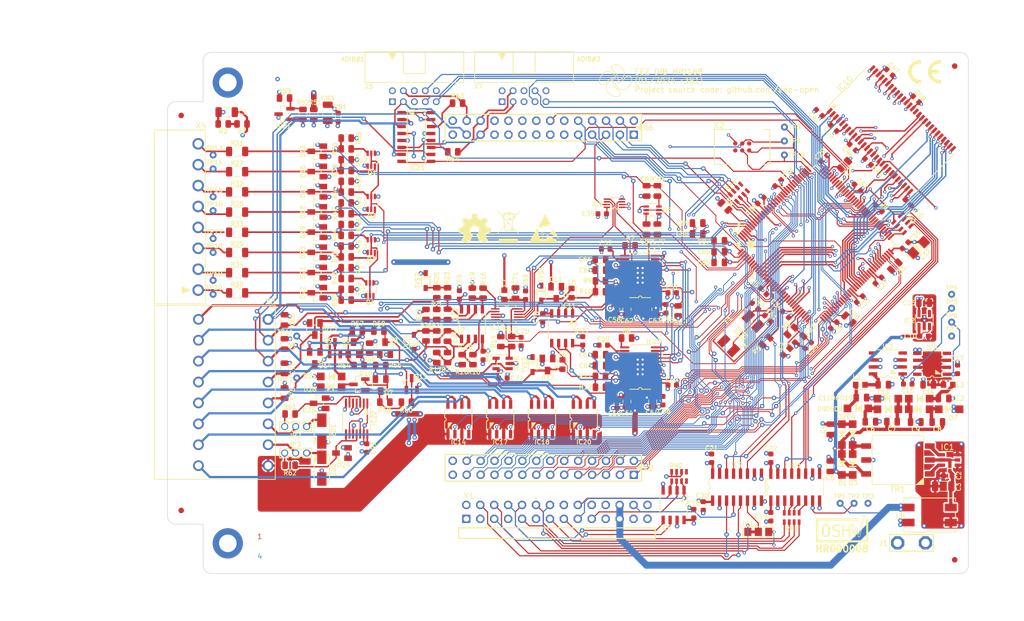
<source format=kicad_pcb>
(kicad_pcb (version 20221018) (generator pcbnew)
  (title_block (title "EEZ DIB MIO168") (date "2024-01-19") (rev "r3B1") (company "Envox d.o.o.") (comment 1 "https://www.envox.eu"))
  (layers (0 "F.Cu" signal) (1 "In1.Cu" signal) (2 "In2.Cu" signal) (31 "B.Cu" signal) (34 "B.Paste" user) (35 "F.Paste" user) (36 "B.SilkS" user "B.Silkscreen") (37 "F.SilkS" user "F.Silkscreen") (38 "B.Mask" user) (39 "F.Mask" user) (44 "Edge.Cuts" user))
  (net 0 "")
  (net 1 "GND")
  (net 2 "+3V3")
  (net 3 "GNDIO")
  (net 4 "PE")
  (net 5 "+15V_ISO")
  (net 6 "-15V_ISO")
  (net 7 "+3V3_ISO")
  (net 8 "~{RESET}")
  (net 9 "+5V_ISO")
  (net 10 "~{ADC_CS}")
  (net 11 "DOUT7")
  (net 12 "DOUT6")
  (net 13 "DOUT3")
  (net 14 "DOUT2")
  (net 15 "DOUT1")
  (net 16 "DOUT0")
  (net 17 "DAC_OUT#1")
  (net 18 "DAC_CS#2")
  (net 19 "-VSENSE")
  (net 20 "DAC_CS#1")
  (net 21 "~{DAC_ALARM}")
  (net 22 "DAC_OUT#2")
  (net 23 "BOOT0")
  (net 24 "CLAMP")
  (net 25 "DIN6")
  (net 26 "DIN5")
  (net 27 "DIN4")
  (net 28 "DIN3")
  (net 29 "DIN2")
  (net 30 "DIN1")
  (net 31 "DIN0")
  (net 32 "~{DAC_CS_DUAL}")
  (net 33 "+5V")
  (net 34 "-5V_ISO")
  (net 35 "~{ADC_DRDY}")
  (net 36 "ISEL_S#3")
  (net 37 "ISEL_R#3")
  (net 38 "ISEL10_S#3")
  (net 39 "ISEL10_R#3")
  (net 40 "ISEL_S#4")
  (net 41 "ISEL_R#4")
  (net 42 "ISEL10_S#4")
  (net 43 "ISEL10_R#4")
  (net 44 "USEL1#1")
  (net 45 "ISEL#1")
  (net 46 "USEL100#1")
  (net 47 "ISEL_MID#3")
  (net 48 "ISEL_LOW#3")
  (net 49 "USEL1#3")
  (net 50 "USEL100#2")
  (net 51 "ISEL#2")
  (net 52 "ISEL_LOW#4")
  (net 53 "ISEL_MID#4")
  (net 54 "USEL1#4")
  (net 55 "BIAS_EN")
  (net 56 "AFE_ID1")
  (net 57 "AFE_ID0")
  (net 58 "ADIB1_ID1")
  (net 59 "ADIB1_ID0")
  (net 60 "ADIB2_ID0")
  (net 61 "ADIB2_ID1")
  (net 62 "ADIB2_ID2")
  (net 63 "ADIB1_ID2")
  (net 64 "AFE_CLK")
  (net 65 "ADIB1_SW")
  (net 66 "ADIB2_SW")
  (net 67 "Net-(IC1-EN)")
  (net 68 "Net-(IC1-CLK)")
  (net 69 "Net-(C6-Pad1)")
  (net 70 "Net-(C6-Pad2)")
  (net 71 "Net-(C11-Pad1)")
  (net 72 "Net-(C7-Pad1)")
  (net 73 "Net-(C7-Pad2)")
  (net 74 "Net-(C8-Pad1)")
  (net 75 "Net-(C9-Pad1)")
  (net 76 "Net-(C12-Pad2)")
  (net 77 "Net-(IC8B-PH0-OSC_IN)")
  (net 78 "Net-(IC8B-PH1-OSC_OUT)")
  (net 79 "Net-(IC8C-VDDA)")
  (net 80 "Net-(IC8C-VCAP.106)")
  (net 81 "Net-(IC8C-VCAP.71)")
  (net 82 "Net-(IC3-Vin)")
  (net 83 "Net-(C14-Pad1)")
  (net 84 "unconnected-(IC2-NC-Pad4)")
  (net 85 "Net-(IC13-REFIN)")
  (net 86 "Net-(IC12-CMP)")
  (net 87 "Net-(IC12-VOUT)")
  (net 88 "Net-(IC12-HART-IN)")
  (net 89 "Net-(IC12-REFIN)")
  (net 90 "DAC_OUT#3")
  (net 91 "Net-(IC13-VOUT)")
  (net 92 "Net-(IC13-CMP)")
  (net 93 "DAC_OUT#4")
  (net 94 "Net-(Q5A-D)")
  (net 95 "Net-(Q5B-D)")
  (net 96 "DIN7{slash}MISO")
  (net 97 "Net-(IC13-HART-IN)")
  (net 98 "Net-(IC15-VDD)")
  (net 99 "Net-(IC15-VREF)")
  (net 100 "Net-(IC19B--IN)")
  (net 101 "Net-(D23-C1A2)")
  (net 102 "Net-(D24-C1A2)")
  (net 103 "Net-(IC19B-OUT)")
  (net 104 "Net-(Q11-D)")
  (net 105 "/DIB interface/DIB_SDA")
  (net 106 "/DIB interface/DIB_SCL")
  (net 107 "/DIB interface/DIB_A2")
  (net 108 "/DIB interface/DIB_A1")
  (net 109 "/DIB interface/DIB_A0")
  (net 110 "Net-(IC19A--IN)")
  (net 111 "Net-(IC19A-OUT)")
  (net 112 "Net-(Q9-D)")
  (net 113 "Net-(Q10-D)")
  (net 114 "/DIB interface/DIB_CSA")
  (net 115 "/DIB interface/DIB_SCLK")
  (net 116 "Net-(IC1-D1)")
  (net 117 "/DIB interface/DIB_NRESET")
  (net 118 "/DIB interface/DIB_BOOT")
  (net 119 "/DIB interface/OE_SYNC")
  (net 120 "Net-(IC1-D2)")
  (net 122 "Net-(IC8A-PB5)")
  (net 123 "Net-(IC8A-PB4)")
  (net 124 "Net-(IC8A-PB3)")
  (net 125 "/MCU/SWCLK")
  (net 126 "/MCU/SWDIO")
  (net 127 "PWM#2{slash}MOSI")
  (net 128 "PWM#1{slash}SCK")
  (net 129 "Net-(IC8C-VREF+)")
  (net 130 "USEL1#2{slash}SDA2")
  (net 134 "Net-(IC6-B4)")
  (net 135 "Net-(IC6-B3)")
  (net 136 "Net-(IC6-B2)")
  (net 137 "Net-(IC6-B1)")
  (net 139 "Net-(IC12-IOUT)")
  (net 140 "Net-(IC12-ISET-R)")
  (net 141 "/Voltage DAC, Digital outputs/1V25_REF")
  (net 142 "Net-(IC7-A4)")
  (net 145 "Net-(IC11A--IN)")
  (net 146 "Net-(IC11A-+IN)")
  (net 147 "POUT6")
  (net 148 "POUT7")
  (net 149 "POUT5")
  (net 150 "POUT4")
  (net 151 "POUT3")
  (net 152 "POUT2")
  (net 153 "POUT1")
  (net 154 "POUT0")
  (net 155 "Net-(IC11B-+IN)")
  (net 156 "Net-(IC11B--IN)")
  (net 157 "Net-(IC13-ISET-R)")
  (net 158 "/ADIB, PWM, AFE connectors/AFE1N")
  (net 159 "/ADIB, PWM, AFE connectors/AFE2N")
  (net 160 "/DIB interface/DIB_CSB")
  (net 161 "PWM_OUT#1")
  (net 162 "PWM_OUT#2")
  (net 163 "Net-(Q1A-D)")
  (net 164 "Net-(Q1B-D)")
  (net 165 "Net-(Q2A-D)")
  (net 166 "Net-(Q2B-D)")
  (net 167 "Net-(Q3A-D)")
  (net 168 "Net-(Q3B-D)")
  (net 169 "Net-(Q4A-D)")
  (net 170 "Net-(Q4B-D)")
  (net 171 "Net-(IC13-IOUT)")
  (net 173 "Net-(IC15-VOUTA)")
  (net 174 "Net-(IC15-VOUTB)")
  (net 175 "Net-(IC16A-+IN)")
  (net 176 "Net-(IC19A-+IN)")
  (net 177 "Net-(Q11-G)")
  (net 178 "Net-(R1-Pad2)")
  (net 179 "Net-(TVS3-2)")
  (net 180 "Net-(TVS4-2)")
  (net 181 "/ADIB, PWM, AFE connectors/AFE1P")
  (net 182 "/ADIB, PWM, AFE connectors/AFE2P")
  (net 183 "Net-(RN1D-2)")
  (net 184 "Net-(RN1A-2)")
  (net 185 "Net-(RN1B-2)")
  (net 186 "Net-(RN1C-2)")
  (net 187 "Net-(IC19B-+IN)")
  (net 188 "Net-(IC21-R)")
  (net 189 "Net-(IC23C-S)")
  (net 190 "Net-(IC23B-S)")
  (net 191 "Net-(Q9-S)")
  (net 198 "Net-(Q9-G)")
  (net 199 "Net-(Q10-S)")
  (net 202 "Net-(JP3-Pin_1)")
  (net 203 "Net-(Q10-G)")
  (net 204 "Net-(Q8-PadB)")
  (net 208 "DOUT4")
  (net 209 "DOUT5")
  (net 212 "Net-(JP2-Pin_3)")
  (net 213 "Net-(JP3-Pin_3)")
  (net 214 "Net-(JP2-Pin_1)")
  (net 215 "LEVEL_DIN0_3")
  (net 216 "LEVEL_DIN4_7")
  (net 217 "SLOW_DIN")
  (net 218 "/MCU/FMC_D0")
  (net 219 "/MCU/FMC_D1")
  (net 220 "/MCU/FMC_D2")
  (net 221 "/MCU/FMC_D3")
  (net 222 "/MCU/FMC_D4")
  (net 223 "/MCU/FMC_D5")
  (net 224 "/MCU/FMC_D6")
  (net 225 "/MCU/FMC_D7")
  (net 226 "/MCU/FMC_NBL0")
  (net 227 "/MCU/FMC_SDNWE")
  (net 228 "/MCU/FMC_SDNCAS")
  (net 229 "/MCU/FMC_SDNRAS")
  (net 230 "/MCU/FMC_SDNE0")
  (net 231 "/MCU/FMC_BA0")
  (net 232 "/MCU/FMC_BA1")
  (net 233 "/MCU/FMC_A10")
  (net 234 "/MCU/FMC_A0")
  (net 235 "/MCU/FMC_A1")
  (net 236 "/MCU/FMC_A2")
  (net 237 "/MCU/FMC_A3")
  (net 238 "/MCU/FMC_A4")
  (net 239 "/MCU/FMC_A5")
  (net 240 "/MCU/FMC_A6")
  (net 241 "/MCU/FMC_A7")
  (net 242 "/MCU/FMC_A8")
  (net 243 "/MCU/FMC_A9")
  (net 244 "/MCU/FMC_A11")
  (net 245 "/MCU/FMC_SDCKE0")
  (net 246 "/MCU/FMC_SDCLK")
  (net 247 "/MCU/FMC_NBL1")
  (net 248 "/MCU/FMC_D8")
  (net 249 "/MCU/FMC_D9")
  (net 250 "/MCU/FMC_D10")
  (net 251 "/MCU/FMC_D11")
  (net 252 "/MCU/FMC_D12")
  (net 253 "/MCU/FMC_D13")
  (net 254 "/MCU/FMC_D14")
  (net 255 "/MCU/FMC_D15")
  (net 256 "SLAVE_IRQ")
  (net 257 "/DIB interface/DIB_MOSI")
  (net 258 "/DIB interface/DIB_MISO")
  (net 259 "SLAVE_MOSI")
  (net 260 "SLAVE_MISO")
  (net 261 "SLAVE_SCK")
  (net 262 "SLAVE_NSS")
  (net 263 "MIO_MOSI")
  (net 264 "MIO_SCK")
  (net 265 "MIO_MISO")
  (net 267 "/MCU/MIO_CS0")
  (net 268 "/MCU/MIO_CS1")
  (net 271 "USEL20#4")
  (net 272 "USEL20#2{slash}SCL2")
  (net 273 "USEL20#3")
  (net 274 "USEL20#1")
  (net 275 "/DIB interface/DIB_IRQ")
  (net 276 "SLAVE_SYNC")
  (net 277 "ADC_START{slash}SCL1")
  (net 278 "ADC_CLK{slash}SDA1")
  (net 280 "Net-(TP14-P$1)")
  (net 281 "Net-(TP16-P$1)")
  (net 282 "Net-(TP18-P$1)")
  (net 283 "Net-(TP13-P$1)")
  (net 284 "Net-(TP15-P$1)")
  (net 285 "Net-(TP17-P$1)")
  (net 286 "Net-(TP20-P$1)")
  (net 287 "Net-(TP19-P$1)")
  (footprint "PCM_EEZ_SMD:SOIC127P600X173-8N" (layer "F.Cu") (at 136.144 124.3965 90)
    (fp_text reference "IC17")
    (fp_text value "BM2LB150FJ-CE2")
  )
  (footprint "PCM_EEZ_SMD:SC88" (layer "F.Cu") (at 112.6486 77.0656 90)
    (fp_text reference "Q1")
    (fp_text value "2N7002PS,115")
  )
  (footprint "PCM_EEZ_passives:R_0805_2012Metric" (layer "F.Cu") (at 159.1941 109.5776 180)
    (fp_text reference "R8")
    (fp_text value "N.C.")
  )
  (footprint "PCM_EEZ_connectors:4907" (layer "F.Cu") (at 211.1371 146.9156 180)
    (fp_text reference "J1")
    (fp_text value "4907")
  )
  (footprint "PCM_EEZ_passives:R_1206_3216Metric" (layer "F.Cu") (at 88.2015 97.663)
    (fp_text reference "R34")
    (fp_text value "2K7")
  )
  (footprint "PCM_EEZ_THT:Testhole 24_50mils" (layer "F.Cu") (at 83.82 91.44)
    (fp_text reference "TP17")
    (fp_text value "PCB_TEST_TABSHIELD")
  )
  (footprint "PCM_EEZ_passives:R_0805_2012Metric" (layer "F.Cu") (at 119.0621 121.2616 180)
    (fp_text reference "R60")
    (fp_text value "10K")
  )
  (footprint "PCM_EEZ_SMD:NetTie-2_SMD_Pad0.5mm" (layer "F.Cu") (at 93.8526 106.1486 180)
    (fp_text reference "SH1" hide)
    (fp_text value "SHORTNOHOLE" hide)
  )
  (footprint "PCM_EEZ_SMD:SOD-323_PESD" (layer "F.Cu") (at 143.637 101.3861 -90)
    (fp_text reference "TVS1")
    (fp_text value "PESD12VL1BA,115")
  )
  (footprint "PCM_EEZ_passives:R_0805_2012Metric" (layer "F.Cu") (at 108.0766 96.7506 180)
    (fp_text reference "R47")
    (fp_text value "27K")
  )
  (footprint "PCM_EEZ_passives:C_0603_1608Metric" (layer "F.Cu") (at 209.9941 92.6866 45)
    (fp_text reference "C36")
    (fp_text value "100n")
  )
  (footprint "PCM_EEZ_connectors:691322310008" (layer "F.Cu") (at 81.1 87.5 90)
    (fp_text reference "X4")
    (fp_text value "691322310008")
  )
  (footprint "PCM_EEZ_passives:C_0805_2012Metric" (layer "F.Cu") (at 211.8991 124.8811)
    (fp_text reference "C9")
    (fp_text value "1u")
  )
  (footprint "PCM_EEZ_SMD:SOT23-3" (layer "F.Cu") (at 102.8061 93.9566 90)
    (fp_text reference "D20")
    (fp_text value "BAT54S")
  )
  (footprint "PCM_EEZ_THT:Testhole 24_50mils" (layer "F.Cu") (at 218.44 104.14)
    (fp_text reference "TP5")
    (fp_text value "PCB_TEST_TABSHIELD")
  )
  (footprint "PCM_EEZ_passives:R_0805_2012Metric" (layer "F.Cu") (at 133.0321 101.3861 90)
    (fp_text reference "R16")
    (fp_text value "9K09 0.1%")
  )
  (footprint "PCM_EEZ_THT:Testhole 24_50mils" (layer "F.Cu") (at 200.66 139.7)
    (fp_text reference "TP2")
    (fp_text value "PCB_TEST_TABSHIELD")
  )
  (footprint "PCM_EEZ_passives:C_0603_1608Metric" (layer "F.Cu") (at 173.1641 140.1846 -90)
    (fp_text reference "C20")
    (fp_text value "100n")
  )
  (footprint "PCM_EEZ_THT:Testhole 24_50mils" (layer "F.Cu") (at 187.96 76.2)
    (fp_text reference "TP10")
    (fp_text value "PCB_TEST_TABSHIELD")
  )
  (footprint "PCM_EEZ_passives:R_0805_2012Metric" (layer "F.Cu") (at 108.0766 92.8136 180)
    (fp_text reference "R45")
    (fp_text value "27K")
  )
  (footprint "PCM_EEZ_SMD:SOIC127P600X173-8N" (layer "F.Cu") (at 214.8836 114.2766 180)
    (fp_text reference "IC4")
    (fp_text value "L79L15")
  )
  (footprint "PCM_EEZ_passives:C_0805_2012Metric" (layer "F.Cu") (at 176.0851 91.8611 180)
    (fp_text reference "C87")
    (fp_text value "10n")
  )
  (footprint "PCM_EEZ_SMD:SOT103P240X110-3N" (layer "F.Cu") (at 110.4896 118.0231 180)
    (fp_text reference "Q10")
    (fp_text value "2N7002")
  )
  (footprint "PCM_EEZ_passives:C_0603_1608Metric" (layer "F.Cu") (at 165.7981 120.9949 -90)
    (fp_text reference "C56")
    (fp_text value "100n")
  )
  (footprint "PCM_EEZ_SMD:SOD123" (layer "F.Cu") (at 206.8195 122.555)
    (fp_text reference "D5")
    (fp_text value "MBR0530T3G")
  )
  (footprint "PCM_EEZ_SMD:SOT23-3" (layer "F.Cu") (at 102.8061 82.9076 90)
    (fp_text reference "D17")
    (fp_text value "BAT54S")
  )
  (footprint "PCM_EEZ_SMD:SC88" (layer "F.Cu") (at 163.9185 86.2477 180)
    (fp_text reference "Q5")
    (fp_text value "2N7002PS,115")
  )
  (footprint "PCM_EEZ_passives:R_0805_2012Metric" (layer "F.Cu") (at 108.0766 100.6876 180)
    (fp_text reference "R49")
    (fp_text value "27K")
  )
  (footprint "PCM_EEZ_passives:R_0805_2012Metric" (layer "F.Cu") (at 108.0766 79.0341)
    (fp_text reference "R38")
    (fp_text value "1K")
  )
  (footprint "PCM_EEZ_passives:R_0805_2012Metric" (layer "F.Cu") (at 108.0766 90.8451)
    (fp_text reference "R44")
    (fp_text value "1K")
  )
  (footprint "PCM_EEZ_passives:R_0805_2012Metric" (layer "F.Cu") (at 112.3438 111.4191 -90)
    (fp_text reference "R56")
    (fp_text value "470R")
  )
  (footprint "PCM_EEZ_THT:Testhole 24_50mils" (layer "F.Cu") (at 99.06 116.84)
    (fp_text reference "TP12")
    (fp_text value "PCB_TEST_TABSHIELD")
  )
  (footprint "PCM_EEZ_passives:C_0603_1608Metric" (layer "F.Cu") (at 157.4161 104.2436 -90)
    (fp_text reference "C58")
    (fp_text value "100n")
  )
  (footprint "PCM_EEZ_passives:C_0805_2012Metric" (layer "F.Cu") (at 207.5811 124.8176 180)
    (fp_text reference "C7")
    (fp_text value "1u")
  )
  (footprint "PCM_EEZ_SMD:CAY16" (layer "F.Cu") (at 179.6411 83.0981 -135)
    (fp_text reference "RN4")
    (fp_text value "DR1206-33R-4/8")
  )
  (footprint "PCM_EEZ_SMD:SOD123" (layer "F.Cu") (at 212.5341 122.555 180)
    (fp_text reference "D8")
    (fp_text value "MBR0530T3G")
  )
  (footprint "PCM_EEZ_passives:R_1206_3216Metric" (layer "F.Cu") (at 88.2015 82.931)
    (fp_text reference "R32")
    (fp_text value "2K7")
  )
  (footprint "PCM_EEZ_passives:R_0805_2012Metric" (layer "F.Cu") (at 177.1011 85.5746 -45)
    (fp_text reference "R4")
    (fp_text value "10K")
  )
  (footprint "PCM_EEZ_passives:R_1206_3216Metric" (layer "F.Cu") (at 88.2015 79.248)
    (fp_text reference "R27")
    (fp_text value "2K7")
  )
  (footprint "PCM_EEZ_SMD:Fiducial" (layer "F.Cu") (at 219 150)
    (fp_text reference "FM4" hide)
    (fp_text value "FIDUCIAL_2" hide)
  )
  (footprint "PCM_EEZ_passives:C_0805_2012Metric" (layer "F.Cu") (at 196.3416 126.2146 90)
    (fp_text reference "C4")
    (fp_text value "4u7")
  )
  (footprint "PCM_EEZ_SMD:DBV0006A_N" (layer "F.Cu") (at 218.1221 131.8026)
    (fp_text reference "IC1")
    (fp_text value "SN6505BDBVT")
  )
  (footprint "PCM_EEZ_passives:C_0805_2012Metric" (layer "F.Cu") (at 96.8371 106.2756 90)
    (fp_text reference "C68")
    (fp_text value "1n")
  )
  (footprint "PCM_EEZ_passives:C_0805_2012Metric" (layer "F.Cu") (at 172.1481 88.6226 180)
    (fp_text reference "C89")
    (fp_text value "10n")
  )
  (footprint "PCM_EEZ_passives:C_0805_2012Metric" (layer "F.Cu") (at 159.258 104.3305 90)
    (fp_text reference "C62")
    (fp_text value "4u7")
  )
  (footprint "PCM_EEZ_passives:C_0603_1608Metric" (layer "F.Cu") (at 139.954 110.2126 90)
    (fp_text reference "C70")
    (fp_text value "100n")
  )
  (footprint "PCM_EEZ_THT:Testhole 24_50mils" (layer "F.Cu") (at 218.44 106.68)
    (fp_text reference "TP6")
    (fp_text value "PCB_TEST_TABSHIELD")
  )
  (footprint "PCM_EEZ_SMD:SOT23-3" (layer "F.Cu") (at 146.3671 101.3226 180)
    (fp_text reference "D11")
    (fp_text value "BAT54S")
  )
  (footprint "PCM_EEZ_connectors:77317-104-28LF" (layer "F.Cu") (at 163 140)
    (fp_text reference "X1")
    (fp_text value "~")
  )
  (footprint "PCM_EEZ_SMD:Fiducial" (layer "F.Cu") (at 219 60)
    (fp_text reference "FM3" hide)
    (fp_text value "FIDUCIAL_2" hide)
  )
  (footprint "PCM_EEZ_passives:C_0805_2012Metric" (layer "F.Cu") (at 138.9376 101.3861 -90)
    (fp_text reference "C71")
    (fp_text value "4u7")
  )
  (footprint "PCM_EEZ_passives:R_0805_2012Metric" (layer "F.Cu") (at 110.1086 108.3076)
    (fp_text reference "R57")
    (fp_text value "100K")
  )
  (footprint "PCM_EEZ_passives:C_0603_1608Metric" (layer "F.Cu") (at 140.7791 101.7671 90)
    (fp_text reference "C69")
    (fp_text value "100n")
  )
  (footprint "PCM_EEZ_passives:C_0603_1608Metric" (layer "F.Cu") (at 174.6881 131.4851 -90)
    (fp_text reference "C21")
    (fp_text value "100n")
  )
  (footprint "PCM_EEZ_SMD:TSOPII-54" (layer "F.Cu") (at 207.4545 71.628 45)
    (fp_text reference "IC10")
    (fp_text value "W9812G6KH-6")
  )
  (footprint "PCM_EEZ_passives:R_0805_2012Metric" (layer "F.Cu") (at 154.4316 118.5311)
    (fp_text reference "R12")
    (fp_text value "15R")
  )
  (footprint "PCM_EEZ_passives:C_0805_2012Metric" (layer "F.Cu") (at 208.0895 96.4565 45)
    (fp_text reference "C33")
    (fp_text value "2u2")
  )
  (footprint "PCM_EEZ_passives:C_0805_2012Metric" (layer "F.Cu") (at 201.9931 120.4361)
    (fp_text reference "C11")
    (fp_text value "4u7")
  )
  (footprint "PCM_EEZ_THT:Testhole 24_50mils" (layer "F.Cu") (at 83.82 83.82)
    (fp_text reference "TP15")
    (fp_text value "PCB_TEST_TABSHIELD")
  )
  (footprint "PCM_EEZ_passives:R_0805_2012Metric" (layer "F.Cu") (at 126.5551 101.3226 90)
    (fp_text reference "R23")
    (fp_text value "180R")
  )
  (footprint "PCM_EEZ_passives:R_1206_3216Metric" (layer "F.Cu") (at 88.2015 86.614)
    (fp_text reference "R28")
    (fp_text value "2K7")
  )
  (footprint "PCM_EEZ_SMD:SC88" (layer "F.Cu") (at 112.6486 84.9396 90)
    (fp_text reference "Q2")
    (fp_text value "2N7002PS,115")
  )
  (footprint "PCM_EEZ_passives:C_0603_1608Metric" (layer "F.Cu") (at 154.94 110.871 180)
    (fp_text reference "C59")
    (fp_text value "100n")
  )
  (footprint "PCM_EEZ_passives:C_0805_2012Metric" (layer "F.Cu") (at 163.957 121.0945 90)
    (fp_text reference "C54")
    (fp_text value "4u7")
  )
  (footprint "PCM_EEZ_passives:R_0805_2012Metric" (layer "F.Cu") (at 115.1251 121.2616)
    (fp_text reference "R58")
    (fp_text value "100K")
  )
  (footprint "PCM_EEZ_passives:C_0805_2012Metric" (layer "F.Cu") (at 199.7071 106.1486 -45)
    (fp_text reference "C90")
    (fp_text value "100p")
  )
  (footprint "PCM_EEZ_passives:C_1206_3216Metric" (layer "F.Cu") (at 104.7115 68.5165 90)
    (fp_text reference "C83")
    (fp_text value "10u")
  )
  (footprint "PCM_EEZ_SMD:SOIC127P600X173-8N" (layer "F.Cu") (at 151.384 124.3965 90)
    (fp_text reference "IC20")
    (fp_text value "BM2LB150FJ-CE2")
  )
  (footprint "PCM_EEZ_passives:R_0805_2012Metric" (layer "F.Cu") (at 124.5866 113.1336 -90)
    (fp_text reference "R17")
    (fp_text value "9K09 0.1%")
  )
  (footprint "PCM_EEZ_passives:C_0603_1608Metric" (layer "F.Cu") (at 192.303 110.9238 -135)
    (fp_text reference "C24")
    (fp_text value "100n")
  )
  (footprint "PCM_EEZ_passives:C_0603_1608Metric" (layer "F.Cu") (at 133.0321 112.7526 -90)
    (fp_text reference "C50")
    (fp_text value "100n")
  )
  (footprint "PCM_EEZ_passives:C_0805_2012Metric" (layer "F.Cu") (at 96.8371 110.6571 90)
    (fp_text reference "C67")
    (fp_text value "1n")
  )
  (footprint "PCM_EEZ_SMD:SOT23-3" (layer "F.Cu") (at 102.8061 79.2246 90)
    (fp_text reference "D16")
    (fp_text value "BAT54S")
  )
  (footprint "PCM_EEZ_unsorted:Open HW logo" (layer "F.Cu") (at 131.5085 89.596763)
    (fp_text reference "LOGO3" hide)
    (fp_text value "Open HW logo" hide)
  )
  (footprint "PCM_EEZ_SMD:SOD123" (layer "F.Cu") (at 200.4056 132.6281 90)
    (fp_text reference "D3")
    (fp_text value "MBR0530T3G")
  )
  (footprint "PCM_EEZ_passives:C_0805_2012Metric" (layer "F.Cu") (at 205.9936 118.0866 180)
    (fp_text reference "C13")
    (fp_text value "1u")
  )
  (footprint "PCM_EEZ_passives:R_0805_2012Metric" (layer "F.Cu") (at 127.5076 75.6305 180)
    (fp_text reference "R64")
    (fp_text value "1K")
  )
  (footprint "PCM_EEZ_passives:SRF0905" (layer "F.Cu") (at 214.4391 141.8356 180)
    (fp_text reference "L1")
    (fp_text value "SRF0905-202Y")
  )
  (footprint "PCM_EEZ_passives:C_0603_1608Metric" (layer "F.Cu") (at 171.4496 141.5816 -90)
    (fp_text reference "C18")
    (fp_text value "N.C.")
  )
  (footprint "PCM_EEZ_passives:R_1206_3216Metric" (layer "F.Cu") (at 88.2015 101.346)
    (fp_text reference "R30")
    (fp_text value "2K7")
  )
  (footprint "PCM_EEZ_passives:C_0603_1608Metric" (layer "F.Cu") (at 186.8166 81.3201 45)
    (fp_text reference "C38")
    (fp_text value "100n")
  )
  (footprint "PCM_EEZ_SMD:SOT23-3" (layer "F.Cu") (at 102.8061 90.2736 90)
    (fp_text reference "D19")
    (fp_text value "BAT54S")
  )
  (footprint "PCM_EEZ_passives:C_0805_2012Metric" (layer "F.Cu") (at 213.4235 103.1875)
    (fp_text reference "C15")
    (fp_text value "2u2")
  )
  (footprint "PCM_EEZ_passives:C_0805_2012Metric" (layer "F.Cu") (at 154.4316 97.1951)
    (fp_text reference "C65")
    (fp_text value "22n")
  )
  (footprint "PCM_EEZ_passives:C_0805_2012Metric" (layer "F.Cu") (at 159.258 121.158 90)
    (fp_text reference "C64")
    (fp_text value "4u7")
  )
  (footprint "PCM_EEZ_passives:C_0603_1608Metric" (layer "F.Cu") (at 166.3696 104.2436 -90)
    (fp_text reference "C55")
    (fp_text value "100n")
  )
  (footprint "PCM_EEZ_passives:C_0603_1608Metric" (layer "F.Cu") (at 196.953508 71.287008 -45)
    (fp_text reference "C43")
    (fp_text value "100n")
  )
  (footprint "PCM_EEZ_passives:R_0805_2012Metric" (layer "F.Cu") (at 154.4316 101.1321)
    (fp_text reference "R10")
    (fp_text value "15R")
  )
  (footprint "PCM_EEZ_SMD:SOIC127P600X173-8N" (layer "F.Cu") (at 206.8191 114.2131 180)
    (fp_text reference "IC3")
    (fp_text value "L78L15")
  )
  (footprint "PCM_EEZ_connectors:DS1014-10RF1B" (layer "F.Cu") (at 140.5 65.5)
    (fp_text reference "X7")
    (fp_text value "87833-1032")
  )
  (footprint "PCM_EEZ_passives:R_0805_2012Metric" (layer "F.Cu") (at 124.5866 101.3226 -90)
    (fp_text reference "R25")
    (fp_text value "47R")
  )
  (footprint "PCM_EEZ_passives:R_0805_2012Metric" (layer "F.Cu") (at 108.0766 73.1286 180)
    (fp_text reference "R35")
    (fp_text value "27K")
  )
  (footprint "PCM_EEZ_passives:R_0805_2012Metric" (layer "F.Cu") (at 108.0766 86.9081)
    (fp_text reference "R42")
    (fp_text value "1K")
  )
  (footprint "PCM_EEZ_SMD:SOIC127P600X173-8N" (layer "F.Cu") (at 167.7666 140.0322 -90)
    (fp_text reference "IC5")
    (fp_text value "M24C32-WMN6P")
  )
  (footprint "PCM_EEZ_passives:MURATA_78615" (layer "F.Cu") (at 208.6606 131.8026 180)
    (fp_text reference "TR1")
    (fp_text value "WE-750315371")
  )
  (footprint "PCM_EEZ_passives:R_0805_2012Metric" (layer "F.Cu") (at 138.2391 110.2126 -90)
    (fp_text reference "R13")
    (fp_text value "9K09 0.1%")
  )
  (footprint "PCM_EEZ_SMD:SOD123" (layer "F.Cu") (at 105.3461 118.5311 180)
    (fp_text reference "D26")
    (fp_text value "MBR0530T3G")
  )
  (footprint "PCM_EEZ_passives:C_0805_2012Metric" (layer "F.Cu") (at 176.0851 95.7981 180)
    (fp_text reference "C85")
    (fp_text value "10n")
  )
  (footprint "PCM_EEZ_passives:R_0805_2012Metric" (layer "F.Cu") (at 122.6181 109.1966 -90)
    (fp_text reference "R26")
    (fp_text value "47R")
  )
  (footprint "PCM_EEZ_passives:C_0805_2012Metric" (layer "F.Cu") (at 96.8371 119.6106 90)
    (fp_text reference "C76")
    (fp_text value "1n")
  )
  (footprint "PCM_EEZ_passives:R_1206_3216Metric" (layer "F.Cu") (at 88.2015 75.565)
    (fp_text reference "R31")
    (fp_text value "2K7")
  )
  (footprint "PCM_EEZ_passives:12SMX(B)" (layer "F.Cu") (at 180.0221 108.7521 45)
    (fp_text reference "Y1")
    (fp_text value "LF XTAL026392")
  )
  (footprint "PCM_EEZ_SMD:PWP24" (layer "F.Cu") (at 161.6706 114.8481 180)
    (fp_text reference "IC13")
    (fp_text value "DAC7760IPWPR")
  )
  (footprint "PCM_EEZ_passives:R_0805_2012Metric" (layer "F.Cu") (at 108.0766 81.0026 180)
    (fp_text reference "R39")
    (fp_text value "27K")
  )
  (footprint "PCM_EEZ_THT:ZL303-03P" (layer "F.Cu") (at 98.8691 130.5326 180)
    (fp_text reference "JP3")
    (fp_text value "DS1025-01-1*3P8BV1-B")
  )
  (footprint "PCM_EEZ_SMD:DO214AC-2" (layer "F.Cu") (at 103.6316 133.2865 -90)
    (fp_text reference "ZD2")
    (fp_text value "SMAJ16A")
  )
  (footprint "PCM_EEZ_passives:C_0603_1608Metric" (layer "F.Cu") (at 217.7415 134.6835 180)
    (fp_text reference "C2")
    (fp_text value "100n")
  )
  (footprint "PCM_EEZ_passives:C_0603_1608Metric" (layer "F.Cu") (at 154.7495 86.9315 180)
    (fp_text reference "C39")
    (fp_text value "100n")
  )
  (footprint "PCM_EEZ_SMD:SOD123" (layer "F.Cu") (at 206.8191 120.6266 180)
    (fp_text reference "D6")
    (fp_text value "MBR0530T3G")
  )
  (footprint "PCM_EEZ_passives:C_0603_1608Metric" (layer "F.Cu") (at 211.963 66.04 -45)
    (fp_text reference "C48")
    (fp_text value "100n")
  )
  (footprint "PCM_EEZ_THT:Testhole 24_50mils" (layer "F.Cu") (at 83.82 78.74)
    (fp_text reference "TP14")
    (fp_text value "PCB_TEST_TABSHIELD")
  )
  (footprint "PCM_EEZ_SMD:SOIC127P600X173-8N" (layer "F.Cu") (at 143.764 124.3965 90)
    (fp_text reference "IC18")
    (fp_text value "BM2LB150FJ-CE2")
  )
  (footprint "PCM_EEZ_passives:R_0805_2012Metric" (layer "F.Cu") (at 129.2221 113.5146 -90)
    (fp_text reference "R20")
    (fp_text value "75K 0.1%")
  )
  (footprint "PCM_EEZ_passives:R_0805_2012Metric" (layer "F.Cu") (at 168.5921 104.6246 90)
    (fp_text reference "R6")
    (fp_text value "10K")
  )
  (footprint "PCM_EEZ_SMD:SOD-323_PESD" (layer "F.Cu") (at 142.0495 114.4036 -90)
    (fp_text reference "TVS2")
    (fp_text value "PESD12VL1BA,115")
  )
  (footprint "PCM_EEZ_passives:C_0603_1608Metric" (layer "F.Cu") (at 155.3841 93.3851 180)
    (fp_text reference "C57")
    (fp_text value "100n")
  )
  (footprint "PCM_EEZ_passives:C_0805_2012Metric" (layer "F.Cu") (at 96.8371 115.1021 90)
    (fp_text reference "C75")
    (fp_text value "1n")
  )
  (footprint "PCM_EEZ_SMD:SOD123" (layer "F.Cu") (at 105.3461 116.586)
    (fp_text reference "D25")
    (fp_text value "MBR0530T3G")
  )
  (footprint "PCM_EEZ_passives:C_0603_1608Metric" (layer "F.Cu") (at 167.5126 101.3226)
    (fp_text reference "C51")
    (fp_text value "100n")
  )
  (footprint "PCM_EEZ_SMD:SOT23-3" (layer "F.Cu") (at 102.8061 86.5906 90)
    (fp_text reference "D18")
    (fp_text value "BAT54S")
  )
  (footprint "PCM_EEZ_THT:Testhole 24_50mils" (layer "F.Cu") (at 83.82 93.98)
    (fp_text reference "TP18")
    (fp_text value "PCB_TEST_TABSHIELD")
  )
  (footprint "PCM_EEZ_SMD:CAY16" (layer "F.Cu") (at 189.2931 142.2801 180)
    (fp_text reference "RN1")
    (fp_text value "DR1206-33R-4/8")
  )
  (footprint "PCM_EEZ_passives:C_0603_1608Metric" (layer "F.Cu") (at 182.6256 103.7356 -45)
    (fp_text reference "C40")
    (fp_text value "4p7")
  )
  (footprint "PCM_EEZ_SMD:JP3 shorted" (layer "F.Cu") (at 183.2025 144.907 180)
    (fp_text reference "JP1")
    (fp_text value "JP3-CUT-0805-ROTATED" hide)
  )
  (footprint "PCM_EEZ_SMD:SOT23-3" (layer "F.Cu") (at 102.8061 75.5416 90)
    (fp_text reference "D15")
    (fp_text value "BAT54S")
  )
  (footprint "PCM_EEZ_passives:C_0805_2012Metric" (layer "F.Cu") (at 154.4316 95.2266)
    (fp_text reference "C61")
    (fp_text value "2n2")
  )
  (footprint "PCM_EEZ_SMD:SOIC127P600X265-16N" (layer "F.Cu") (at 189.9281 136.7556 90)
    (fp_text reference "IC6")
    (fp_text value "SI8641NSOIC-16")
  )
  (footprint "PCM_EEZ_passives:R_0805_2012Metric" (layer "F.Cu") (at 124.5866 105.2723 -90)
    (fp_text reference "R21")
    (fp_text value "75K 0.1%")
  )
  (footprint "PCM_EEZ_passives:C_0603_1608Metric" (layer "F.Cu") (at 128.7141 101.7036 90)
    (fp_text reference "C49")
    (fp_text value "100n")
  )
  (footprint "PCM_EEZ_passives:C_0805_2012Metric" (layer "F.Cu") (at 216.9795 120.5865 180)
    (fp_text reference "C12")
    (fp_text value "4u7")
  )
  (footprint "PCM_EEZ_passives:C_0603_1608Metric" (layer "F.Cu") (at 136.6516 116.8801)
    (fp_text reference "C72")
    (fp_text value "100n")
  )
  (footprint "PCM_EEZ_SMD:SOD-323_PESD" (layer "F.Cu") (at 120.421 110.3523 90)
    (fp_text reference "TVS4")
    (fp_text value "PESD12VL1BA,115")
  )
  (footprint "PCM_EEZ_passives:BEAD0603" (layer "F.Cu") (at 136.9056 101.7036 90)
    (fp_text reference "L7")
    (fp_text value "BLM18AG102SH1D")
  )
  (footprint "PCM_EEZ_passives:R_1206_3216Metric" (layer "F.Cu") (at 88.2015 93.98)
    (fp_text reference "R29")
    (fp_text value "2K7")
  )
  (footprint "PCM_EEZ_passives:R_0805_2012Metric" (layer "F.Cu") (at 100.2026 68.8106 90)
    (fp_text reference "R52")
    (fp_text value "470R")
  )
  (footprint "PCM_EEZ_passives:C_0603_1608Metric" (layer "F.Cu") (at 201.2946 82.1456 -45)
    (fp_text reference "C37")
    (fp_text value "100n")
  )
  (footprint "PCM_EEZ_SMD:Fiducial" (layer "F.Cu") (at 78 141)
    (fp_text reference "FM2" hide)
    (fp_text value "FIDUCIAL_2" hide)
  )
  (footprint "PCM_EEZ_THT:Testhole 24_50mils" (layer "F.Cu") (at 83.82 99.06)
    (fp_text reference "TP19")
    (fp_text value "PCB_TEST_TABSHIELD")
  )
  (footprint "PCM_EEZ_passives:C_0603_1608Metric" (layer "F.Cu") (at 184.15 101.0285 135)
    (fp_text reference "C25")
    (fp_text value "100n")
  )
  (footprint "PCM_EEZ_passives:EC1206" (layer "F.Cu") (at 212.4071 93.0676 45)
    (fp_text reference "C32")
    (fp_text value "4u7")
  )
  (footprint "PCM_EEZ_passives:R_0805_2012Metric" (layer "F.Cu") (at 108.0766 94.7821)
    (fp_text reference "R46")
    (fp_text value "1K")
  )
  (footprint "PCM_EEZ_passives:R_0805_2012Metric" (layer "F.Cu") (at 159.8291 92.7501 180)
    (fp_text reference "R7")
    (fp_text value "N.C.")
  )
  (footprint "PCM_EEZ_SMD:SOIC127P600X173-8N" (layer "F.Cu") (at 131.0001 107.0376 90)
    (fp_text reference "IC19")
    (fp_text value "OPA2196IDR")
  )
  (footprint "PCM_EEZ_passives:C_0603_1608Metric" (layer "F.Cu") (at 213.4235 109.22)
    (fp_text reference "C10")
    (fp_text value "100n")
  )
  (footprint "PCM_EEZ_SMD:SOT23-3" (layer "F.Cu") (at 144.7796 114.4036 180)
    (fp_text reference "D12")
    (fp_text value "BAT54S")
  )
  (footprint "PCM_EEZ_passives:C_0603_1608Metric" (layer "F.Cu") (at 184.9116 106.0216 135)
    (fp_text reference "C41")
    (fp_text value "4p7")
  )
  (footprint "PCM_EEZ_unsorted:EEZ logo (outline 6mm)" (layer "F.Cu") (at 157.1856 62.647551)
    (fp_text reference "LOGO4" hide)
    (fp_text value "EEZ logo" hide)
  )
  (footprint "PCM_EEZ_passives:R_0805_2012Metric" (layer "F.Cu") (at 89.0905 70.5485 180)
    (fp_text reference "R1")
    (fp_text value "470K")
  )
  (footprint "PCM_EEZ_passives:R_0805_2012Metric" (layer "F.Cu") (at 131.0636 101.3861 90)
    (fp_text reference "R19")
    (fp_text value "75K 0.1%")
  )
  (footprint "PCM_EEZ_SMD:PWP24" (layer "F.Cu") (at 161.6706 98.1476 180)
    (fp_text reference "IC12")
    (fp_text value "DAC7760IPWPR")
  )
  (footprint "PCM_EEZ_passives:BEAD0603" (layer "F.Cu") (at 147.5101 114.4036 -90)
    (fp_text reference "L6")
    (fp_text value "BLM18AG102SH1D")
  )
  (footprint "PCM_EEZ_SMD:SOD123" (layer "F.Cu") (at 217.9955 122.555 180)
    (fp_text reference "D7")
    (fp_text value "MBR0530T3G")
  )
  (footprint "PCM_EEZ_passives:R_0805_2012Metric" (layer "F.Cu") (at 85.6615 70.5485 180)
    (fp_text reference "R2")
    (fp_text value "470K")
  )
  (footprint "PCM_EEZ_unsorted:PCB-MB-01" (layer "F.Cu") (at 86.5 63)
    (fp_text reference "KK1" hide)
    (fp_text value "PCB-MB")
  )
  (footprint "PCM_EEZ_passives:R_0805_2012Metric" (layer "F.Cu") (at 128.3839 66.7532 180)
    (fp_text reference "R63")
    (fp_text value "1K")
  )
  (footprint "PCM_EEZ_THT:ZL303-03P" (layer "F.Cu") (at 98.8691 125.7066 180)
    (fp_text reference "JP2")
    (fp_text value "DS1025-01-1*3P8BV1-B")
  )
  (footprint "PCM_EEZ_passives:C_0805_2012Metric" (layer "F.Cu") (at 162.839 82.7552 -90)
    (fp_text reference "C82")
    (fp_text value "100p")
  )
  (footprint "PCM_EEZ_passives:C_0805_2012Metric" (layer "F.Cu") (at 214.1851 118.0866 180)
    (fp_text reference "C14")
    (fp_text value "1u")
  )
  (footprint "PCM_EEZ_passives:R_0805_2012Metric" (layer "F.Cu") (at 131.1906 113.5146 90)
    (fp_text reference "R18")
    (fp_text value "9K09 0.1%")
  )
  (footprint "PCM_EEZ_connectors:DS1014-10RF1B" (layer "F.Cu") (at 120.5 65.5)
    (fp_text reference "X5")
    (fp_text value "87833-1032")
  )
  (footprint "PCM_EEZ_passives:C_0603_1608Metric" (layer "F.Cu") (at 106.6165 69.342 90)
    (fp_text reference "C81")
    (fp_text value "100n")
  )
  (footprint "PCM_EEZ_passives:C_0603_1608Metric" (layer "F.Cu") (at 151.1931 110.0856 90)
    (fp_text reference "C77")
    (fp_text value "100n")
  )
  (footprint "PCM_EEZ_unsorted:WEEE logo" (layer "F.Cu") (at 137.668 89.281)
    (fp_text reference "LOGO5" hide)
    (fp_text value "WEEE logo" hide)
  )
  (footprint "PCM_EEZ_passives:C_1206_3216Metric" (layer "F.Cu") (at 216.916 136.5885)
    (fp_text reference "C3")
    (fp_text value "10u")
  )
  (footprint "PCM_EEZ_SMD:SOT103P240X110-3N" (layer "F.Cu") (at 106.0319 111.4191 90)
    (fp_text reference "Q9")
    (fp_text value "IRLML2246TRPBF")
  )
  (footprint "PCM_EEZ_passives:C_0805_2012Metric" (layer "F.Cu") (at 126.5551 105.2596 90)
    (fp_text reference "C73")
    (fp_text value "N.C.")
  )
  (footprint "PCM_EEZ_SMD:DGS10" (layer "F.Cu") (at 137.3501 105.2596)
    (fp_text reference "IC15")
    (fp_text value "DAC7563TDGSR")
  )
  (footprint "PCM_EEZ_passives:C_0603_1608Metric" (layer "F.Cu") (at 167.5126 118.1501)
    (fp_text reference "C52")
    (fp_text value "100n")
  )
  (footprint "PCM_EEZ_connectors:TSW-114-07-F-D" (layer "F.Cu") (at 127.5 134.5)
    (fp_text reference "X8")
    (fp_text value "DS1023-2*14S21")
  )
  (footprint "PCM_EEZ_SMD:DO214AC-2" (layer "F.Cu") (at 103.6316 126.5321 90)
    (fp_text reference "ZD1")
    (fp_text value "SMAJ16A")
  )
  (footprint "PCM_EEZ_passives:R_0805_2012Metric" (layer "F.Cu") (at 108.0766 98.7191)
    (fp_text reference "R48")
    (fp_text value "1K")
  )
  (footprint "PCM_EEZ_passives:R_0805_2012Metric" (layer "F.Cu") (at 108.0766 82.9711)
    (fp_text reference "R40")
    (fp_text value "1K")
  )
  (footprint "PCM_EEZ_passives:BEAD0603" (layer "F.Cu") (at 217.8046 118.0866 180)
    (fp_text reference "L3")
    (fp_text value "BLM18AG102SH1D")
  )
  (footprint "PCM_EEZ_passives:R_0805_2012Metric" (layer "F.Cu") (at 96.8371 65.8261 180)
    (fp_text reference "R53")
    (fp_text value "1K8")
  )
  (footprint "PCM_EEZ_SMD:SOD123" (layer "F.Cu") (at 200.4056 127.1671 90)
    (fp_text reference "D4")
    (fp_text value "MBR0530T3G")
  )
  (footprint "PCM_EEZ_passives:R_0805_2012Metric" (layer "F.Cu") (at 110.4261 114.5941 180)
    (fp_text reference "R54")
    (fp_text value "47R")
  )
  (footprint "PCM_EEZ_passives:C_0603_1608Metric" (layer "F.Cu") (at 195.199 76.835 45)
    (fp_text reference "C29")
    (fp_text value "100n")
  )
  (footprint "PCM_EEZ_passives:C_0805_2012Metric" (layer "F.Cu") (at 126.5551 109.2093 90)
    (fp_text reference "C74")
    (fp_text value "N.C.")
  )
  (footprint "PCM_EEZ_passives:R_0805_2012Metric" (layer "F.Cu") (at 122.6181 105.2723 90)
    (fp_text reference "R15")
    (fp_text value "9K09 0.1%")
  )
  (footprint "PCM_EEZ_passives:R_0805_2012Metric" (layer "F.Cu") (at 97.8531 123.4206)
    (fp_text reference "R61")
    (fp_text value "100R")
  )
  (footprint "PCM_EEZ_passives:R_0805_2012Metric" (layer "F.Cu") (at 108.0766 75.0971)
    (fp_text reference "R36")
    (fp_text value "1K")
  )
  (footprint "PCM_EEZ_SMD:SOD123" (layer "F.Cu") (at 198.4371 132.6281 90)
    (fp_text reference "D1")
    (fp_text value "MBR0530T3G")
  )
  (footprint "PCM_EEZ_SMD:SC88" (layer "F.Cu") (at 112.3946 100.6876 90)
    (fp_text reference "Q4")
    (fp_text value "2N7002PS,115")
  )
  (footprint "PCM_EEZ_SMD:SOT103P240X110-3N" (layer "F.Cu") (at 96.8371 68.7471 180)
    (fp_text reference "IC21")
    (fp_text value "TL431B")
  )
  (footprint "PCM_EEZ_SMD:SO16" (layer "F.Cu") (at 120.8655 72.9254)
    (fp_text reference "IC23")
    (fp_text value "DG212BDY-T1-E3")
  )
  (footprint "PCM_EEZ_SMD:SOIC127P600X265-16N" (layer "F.Cu") (at 179.3236 136.7556 90)
    (fp_text reference "IC7")
    (fp_text value "SI8641NSOIC-16")
  )
  (footprint "PCM_EEZ_unsorted:OSHWA logo (9.5 x 5 mm)" (layer "F.Cu") (at 198.501 144.3355)
    (fp_text reference "LOGO1" hide)
    (fp_text value "OSHWA logo" hide)
  )
  (footprint "PCM_EEZ_passives:C_0603_1608Metric" (layer "F.Cu") (at 205.1681 85.9556 -45)
    (fp_text reference "C28")
    (fp_text value "100n")
  )
  (footprint "PCM_EEZ_passives:R_0805_2012Metric" (layer "F.Cu") (at 154.4316 116.5626)
    (fp_text reference "R11")
    (fp_text value "15R")
  )
  (footprint "PCM_EEZ_passives:C_1206_3216Metric" (layer "F.Cu") (at 86.2965 68.3895 180)
    (fp_text reference "C1")
    (fp_text value "4n7/1kV")
  )
  (footprint "PCM_EEZ_passives:C_0805_2012Metric" (layer "F.Cu") (at 198.882 77.978 -135)
    (fp_text reference "C31")
    (fp_text value "2u2")
  )
  (footprint "PCM_EEZ_passives:C_0603_1608Metric" (layer "F.Cu") (at 196.9258 107.2154 -135)
    (fp_text reference "C26")
    (fp_text value "100n")
  )
  (footprint "PCM_EEZ_passives:C_0603_1608Metric" (layer "F.Cu") (at 111.8231 129.6309 90)
    (fp_text reference "C91")
    (fp_text value "100n")
  )
  (footprint "PCM_EEZ_THT:Testhole 24_50mils" (layer "F.Cu") (at 187.96 71.12)
    (fp_text reference "TP8")
    (fp_text value "PCB_TEST_TABSHIELD")
  )
  (footprint "PCM_EEZ_SMD:SOT23-3" (layer "F.Cu") (at 107.3146 130.5326 90)
    (fp_text reference "D24")
    (fp_text value "BAT54S")
  )
  (footprint "PCM_EEZ_passives:C_0603_1608Metric" (layer "F.Cu") (at 188.1882 105.2723 -45)
    (fp_text reference "C34")
    (fp_text value "100n")
  )
  (footprint "PCM_EEZ_SMD:SOT23-3" (layer "F.Cu") (at 102.8061 97.6396 90)
    (fp_text reference "D21")
    (fp_text value "BAT54S")
  )
  (footprint "PCM_EEZ_passives:C_0603_1608Metric" (layer "F.Cu") (at 185.4831 142.1531 -90)
    (fp_text reference "C19")
    (fp_text value "100n")
  )
  (footprint "PCM_EEZ_passives:C_0603_1608Metric" (layer "F.Cu") (at 205.105 99.06 -135)
    (fp_text reference "C27")
    (fp_text value "100n")
  )
  (footprint "PCM_EEZ_THT:Testhole 24_50mils" (layer "F.Cu") (at 99.06 109.22)
    (fp_text reference "TP11")
    (fp_text value "PCB_TEST_TABSHIELD")
  )
  (footprint "PCM_EEZ_SMD:LQFP-144_20X20MM" (layer "F.Cu") (at 193.6746 92.4961 45)
    (fp_text reference "IC8")
    (fp_text value "STM32F446ZCT6")
  )
  (footprint "PCM_EEZ_SMD:SOT23-BEC" (layer "F.Cu") (at 109.4101 111.4191)
    (fp_text reference "Q6")
    (fp_text value "MMBT5401")
  )
  (footprint "PCM_EEZ_passives:R_0805_2012Metric" (layer "F.Cu") (at 108.0766 102.6561)
    (fp_text reference "R50")
    (fp_text value "1K")
  )
  (footprint "PCM_EEZ_passives:C_0805_2012Metric" (layer "F.Cu") (at 154.4316 112.6256)
    (fp_text reference "C63")
    (fp_text value "2n2")
  )
  (footprint "PCM_EEZ_THT:Testhole 24_50mils" (layer "F.Cu") (at 218.44 101.6)
    (fp_text reference "TP4")
    (fp_text value "PCB_TEST_TABSHIELD")
  )
  (footprint "PCM_EEZ_SMD:SOD123" (layer "F.Cu") (at 198.4371 127.1671 90)
    (fp_text reference "D2")
    (fp_text value "MBR0530T3G")
  )
  (footprint "PCM_EEZ_SMD:SOT23-3" (layer "F.Cu") (at 102.3616 113.1971 180)
    (fp_text reference "D14")
    (fp_text value "BAT54S")
  )
  (footprint "PCM_EEZ_passives:C_0805_2012Metric" (layer "F.Cu") (at 164.8075 82.7552 -90)
    (fp_text reference "C84")
    (fp_text value "10n")
  )
  (footprint "PCM_EEZ_SMD:CAY16" (layer "F.Cu") (at 209.459053 88.804635 135)
    (fp_text reference "RN3")
    (fp_text value "DR1206-33R-4/8")
  )
  (footprint "PCM_EEZ_passives:C_0805_2012Metric" (layer "F.Cu") (at 190.7282 109.8824 -135)
    (fp_text reference "C23")
    (fp_text value "1u")
  )
  (footprint "PCM_EEZ_SMD:SOT23-3" (layer "F.Cu") (at 103.2305 121.473 90)
    (fp_text reference "D23")
    (fp_text value "BAT54S")
  )
  (footprint "PCM_EEZ_SMD:SOD123" (layer "F.Cu") (at 212.5341 120.6266)
    (fp_text reference "D10")
    (fp_text value "MBR0530T3G")
  )
  (footprint "PCM_EEZ_SMD:SOT23-5L_STM" (layer "F.Cu") (at 213.4485 106.301 90)
    (fp_text reference "IC2")
    (fp_text value "LP5907MFX-3.3/NOPB")
  )
  (footprint "PCM_EEZ_passives:C_0603_1608Metric" (layer "F.Cu") (at 143.8906 105.8946 -90)
    (fp_text reference "C78")
    (fp_text value "100n")
  )
  (footprint "PCM_EEZ_connectors:TSW-114-07-F-D" (layer "F.Cu") (at 127.5 72.5)
    (fp_text reference "X6")
    (fp_text value "DS1023-2*14S21")
  )
  (footprint "PCM_EEZ_SMD:CAY16" (layer "F.Cu") (at 168.7572 134.7998)
    (fp_text reference "RN2")
    (fp_text value "DR1206-47K-4/8")
  )
  (footprint "PCM_EEZ_passives:BEAD0603" (layer "F.Cu") (at 201.8026 118.0866)
    (fp_text reference "L2")
    (fp_text value "BLM18AG102SH1D")
  )
  (footprint "PCM_EEZ_passives:C_0603_1608Metric" (layer "F.Cu") (at 194.31 68.5165 135)
    (fp_text reference "C42")
    (fp_text value "100n")
  )
  (footprint "PCM_EEZ_THT:Testhole 24_50mils" (layer "F.Cu") (at 83.82 101.6)
    (fp_text reference "TP20")
    (fp_text value "PCB_TEST_TABSHIELD")
  )
  (footprint "PCM_EEZ_THT:Testhole 24_50mils" (layer "F.Cu") (at 187.96 73.66)
    (fp_text reference "TP9")
    (fp_text value "PCB_TEST_TABSHIELD")
  )
  (footprint "PCM_EEZ_unsorted:ESD  logo" (layer "F.Cu") (at 144.3355 89.645342)
    (fp_text reference "LOGO6" hide)
    (fp_text value "ESD logo" hide)
  )
  (footprint "PCM_EEZ_THT:Testhole 24_50mils" (layer "F.Cu") (at 203.2 139.7)
    (fp_text reference "TP3")
    (fp_text value "PCB_TEST_TABSHIELD")
  )
  (footprint "PCM_EEZ_SMD:SOT23-5L_STM" (layer "F.Cu") (at 136.5881 114.2131 180)
    (fp_text reference "IC16")
    (fp_text value "OPA376AIDBVR")
  )
  (footprint "PCM_EEZ_passives:R_0805_2012Metric" (layer "F.Cu") (at 189.1661 108.3076 -135)
    (fp_text reference "R3")
    (fp_text value "47R")
  )
  (footprint "PCM_EEZ_THT:Testhole 24_50mils" (layer "F.Cu") (at 83.82 86.36)
    (fp_text reference "TP16")
    (fp_text value "PCB_TEST_TABSHIELD")
  )
  (footprint "PCM_EEZ_connectors:691327310016" (layer "F.Cu") (at 87.5 119.5 -90)
    (fp_text reference "X3")
    (fp_text value "691327310016")
  )
  (footprint "PCM_EEZ_passives:C_0603_1608Metric" (layer "F.Cu") (at 207.137 61.1505 135)
    (fp_text reference "C47")
    (fp_text value "100n")
  )
  (footprint "PCM_EEZ_passives:C_0603_1608Metric" (layer "F.Cu") (at 183.6416 84.4951 45)
    (fp_text reference "C30")
    (fp_text value "100n")
  )
  (footprint "PCM_EEZ_passives:BEAD0603" (layer "F.Cu") (at 188.3406 112.0541 45)
    (fp_text reference "L4")
    (fp_text value "BLM18AG102SH1D")
  )
  (footprint "PCM_EEZ_SMD:PW(R-PDSO-G14)" (layer "F.Cu") (at 109.9816 124.2461 -90)
    (fp_text reference "IC22")
    (fp_text value "74HC126PW,118")
  )
  (footprint "PCM_EEZ_passives:C_0603_1608Metric" (layer "F.Cu") (at 219.5191 115.2926 -90)
    (fp_text reference "C17")
    (fp_text value "100n")
  )
  (footprint "PCM_EEZ_passives:R_0805_2012Metric" (layer "F.Cu") (at 114.0456 108.3076)
    (fp_text reference "R59")
    (fp_text value "10K")
  )
  (footprint "PCM_EEZ_passives:C_0805_2012Metric" (layer "F.Cu") (at 176.0851 93.8296 180)
    (fp_text reference "C86")
    (fp_text value "10n")
  )
  (footprint "PCM_EEZ_passives:R_0805_2012Metric" (layer "F.Cu") (at 108.0766 77.0656 180)
    (fp_text reference "R37")
    (fp_text value "27K")
  )
  (footprint "PCM_EEZ_passives:C_0805_2012Metric" (layer "F.Cu") (at 172.1481 90.5911 180)
    (fp_text reference "C88")
    (fp_text value "10n")
  )
  (footprint "PCM_EEZ_THT:Testhole 24_50mils" (layer "F.Cu") (at 83.82 76.2)
    (fp_text reference "TP13")
    (fp_text value "PCB_TEST_TABSHIELD")
  )
  (footprint "PCM_EEZ_passives:R_0805_2012Metric" (layer "F.Cu") (at 108.0766 88.8766 180)
    (fp_text reference "R43")
    (fp_text value "27K")
  )
  (footprint "PCM_EEZ_connectors:TC2030" (layer "F.Cu") (at 180.2765 74.7395 180)
    (fp_text reference "X2")
    (fp_text value "~")
  )
  (footprint "PCM_EEZ_passives:R_0805_2012Metric" (layer "F.Cu") (at 184.5941 110.1491 45)
    (fp_text reference "R5")
    (fp_text value "4K7")
  )
  (footprint "PCM_EEZ_THT:Testhole 24_50mils" (layer "F.Cu") (at 198.12 139.7)
    (fp_text reference "TP1")
    (fp_text value "PCB_TEST_TABSHIELD")
  )
  (footprint "PCM_EEZ_passives:C_0805_2012Metric" (layer "F.Cu") (at 215.8361 124.8811)
    (fp_text reference "C8")
    (fp_text value "1u")
  )
  (footprint "PCM_EEZ_passives:R_0805_2012Metric" (layer "F.Cu") (at 124.5866 109.1966 90)
    (fp_text reference "R24")
    (fp_text value "180R")
  )
  (footprint "PCM_EEZ_passives:BEAD0603" (layer "F.Cu") (at 149.1611 101.3861 90)
    (fp_text reference "L5")
    (fp_text value "BLM18AG102SH1D")
  )
  (footprint "PCM_EEZ_THT:Testhole 24_50mils" (layer "F.Cu") (at 218.44 109.22)
    (fp_text reference "TP7")
    (fp_text value "PCB_TEST_TABSHIELD")
  )
  (footprint "PCM_EEZ_SMD:SOIC127P600X173-8N" (layer "F.Cu") (at 128.524 124.3965 90)
    (fp_text reference "IC14")
    (fp_text value "BM2LB150FJ-CE2")
  )
  (footprint "PCM_EEZ_SMD:SOD-323_PESD" (layer "F.Cu") (at 122.5673 99.1001 -90)
    (fp_text reference "TVS3")
    (fp_text value "PESD12VL1BA,115")
  )
  (footprint "PCM_EEZ_passives:R_0805_2012Metric" (layer "F.Cu") (at 102.1711 68.8106 -90)
    (fp_text reference "R51")
    (fp_text value "100R")
  )
  (footprint "PCM_EEZ_passives:C_0805_2012Metric" (layer "F.Cu") (at 164.8075 89.7402 90)
    (fp_text reference "C79")
    (fp_text value "100p")
  )
  (footprint "PCM_EEZ_passives:C_0805_2012Metric" (layer "F.Cu") (at 203.6441 124.8176)
    (fp_text reference "C6")
    (fp_text value "1u")
  )
  (footprint "PCM_EEZ_passives:C_0603_1608Metric" (layer "F.Cu") (at 210.542508 84.876008 -45)
    (fp_text reference "C46")
    (fp_text value "100n")
  )
  (footprint "PCM_EEZ_SMD:SOT23-3" (layer "F.Cu") (at 102.3616 107.9266 180)
    (fp_text reference "D13")
    (fp_text value "BAT54S")
  )
  (footprint "PCM_EEZ_SMD:SOD123" (layer "F.Cu") (at 201.3581 122.4046)
    (fp_text reference "D9")
    (fp_text value "MBR0530T3G")
  )
  (footprint "PCM_EEZ_unsorted:CE logo" (layer "F.Cu") (at 213.487 61.0235)
    (fp_text reference "LOGO2" hide)
    (fp_text value "CR logo" hide)
  )
  (footprint "PCM_EEZ_passives:C_0805_2012Metric" (layer "F.Cu") (at 162.8263 89.7402 90)
    (fp_text reference "C80")
    (fp_text value "10n")
  )
  (footprint "PCM_EEZ_SMD:SOT103P240X110-3N" (layer "F.Cu") (at 120.0146 117.9596 90)
    (fp_text reference "Q11")
    (fp_text value "IRLML2246TRPBF")
  )
  (footprint "PCM_EEZ_passives:R_0805_2012Metric" (layer "F.Cu") (at 126.5551 113.1336 -90)
    (fp_text reference "R22")
    (fp_text value "75K 0.1%")
  )
  (footprint "PCM_EEZ_SMD:SOIC127P600X173-8N" (layer "F.Cu") (at 147.4466 107.7996 -90)
    (fp_text reference "IC11")
    (fp_text value "OPA2196IDR")
  )
  (footprint "PCM_EEZ_SMD:Fiducial" (layer "F.Cu") (at 78 69)
    (fp_text reference "FM1" hide)
    (fp_text value "FIDUCIAL_2" hide)
  )
  (footprint "PCM_EEZ_passives:R_1206_3216Metric" (layer "F.Cu") (at 88.2015 90.297)
    (fp_text reference "R33")
    (fp_text value "2K7")
  )
  (footprint "PCM_EEZ_unsorted:PCB-MB-01" (layer "F.Cu") (at 86.5 147)
    (fp_text reference "KK2" hide)
    (fp_text value "PCB-MB")
  )
  (footprint "PCM_EEZ_passives:C_0603_1608Metric" (layer "F.Cu") (at 200.406 74.803 -45)
    (fp_text reference "C44")
    (fp_text value "100n")
  )
  (footprint "PCM_EEZ_passives:C_0603_1608Metric" (layer "F.Cu") (at 203.176508 77.446508 -45)
    (fp_text reference "C45")
    (fp_text value "100n")
  )
  (footprint "PCM_EEZ_SMD:SOT23-BEC" (layer "F.Cu") (at 114.3631 118.1501 180)
    (fp_text reference "Q7")
    (fp_text value "MMBT5551")
  )
  (footprint "PCM_EEZ_passives:R_0805_2012Metric" (layer "F.Cu") (at 108.0766 84.9396 180)
    (fp_text reference "R41")
    (fp_text value "27K")
  )
  (footprint "PCM_EEZ_passives:C_0805_2012Metric" (layer "F.Cu") (at 164.5285 104.3305 90)
    (fp_text reference "C53")
    (fp_text value "4u7")
  )
  (footprint "PCM_EEZ_passives:C_0603_1608Metric" (layer "F.Cu") (at 157.4161 121.5156 -90)
    (fp_text reference "C60")
    (fp_text value "100n")
  )
  (footprint "PCM_EEZ_SMD:DCU8" (layer "F.Cu") (at 156.9787 84.9975 180)
    (fp_text reference "IC9")
    (fp_text value "SN74LVC1G139DCUR")
  )
  (footprint "PCM_EEZ_passives:R_0805_2012Metric" (layer "F.Cu") (at 136.2706 110.2126 90)
    (fp_text reference "R14")
    (fp_text value "9K09 0.1%")
  )
  (footprint "PCM_EEZ_passives:C_0603_1608Metric" (layer "F.Cu") (at 201.676 102.489 -135)
    (fp_text reference "C35")
    (fp_text value "100n")
  )
  (footprint "PCM_EEZ_passives:C_0603_1608Metric" (layer "F.Cu") (at 185.4831 131.4851 -90)
    (fp_text reference "C22")
    (fp_text value "100n")
  )
  (footprint "PCM_EEZ_passives:C_0603_1608Metric" (layer "F.Cu") (at 210.4386 117.9596)
    (fp_text reference "C16")
    (fp_text value "100n")
  )
  (footprint "PCM_EEZ_passives:C_0805_2012Metric" (layer "F.Cu") (at 196.3416 132.9456 -90)
    (fp_text reference "C5")
    (fp_text value "4u7")
  )
  (footprint "PCM_EEZ_passives:R_0805_2012Metric" (layer "F.Cu") (at 154.4316 99.1636)
    (fp_text reference "R9")
    (fp_text value "15R")
  )
  (footprint "PCM_EEZ_SMD:SOT23-BEC" (layer "F.Cu") (at 115.1632 111.4191)
    (fp_text reference "Q8")
    (fp_text value "MMBT5551")
  )
  (footprint "PCM_EEZ_passives:R_0805_2012Metric" (layer "F.Cu") (at 97.8531 132.7551)
    (fp_text reference "R62")
    (fp_text value "100R")
  )
  (footprint "PCM_EEZ_passives:C_0805_2012Metric" (layer "F.Cu") (at 154.4316 114.5941)
    (fp_text reference "C66")
    (fp_text value "22n")
  )
  (footprint "PCM_EEZ_SMD:SOT23-3" (layer "F.Cu") (at 102.8061 101.3226 90)
    (fp_text reference "D22")
    (fp_text value "BAT54S")
  )
  (footprint "PCM_EEZ_SMD:SC88" (layer "F.Cu") (at 112.6486 92.8136 90)
    (fp_text reference "Q3")
    (fp_text value "2N7002PS,115")
  )
  (footprint "PCM_EEZ_passives:R_0805_2012Metric" (layer "F.Cu") (at 114.3631 114.5941)
    (fp_text reference "R55")
    (fp_text value "47R")
  )
  (gr_line locked (start 82.0011 66.5036) (end 77.0011 66.5036) (stroke (width 0.1)) (layer "Edge.Cuts"))
  (gr_arc locked (start 220.0011 57.5036) (mid 221.06176 57.94294) (end 221.5011 59.0036) (stroke (width 0.1)) (layer "Edge.Cuts"))
  (gr_arc locked (start 75.5011 68.0036) (mid 75.94044 66.94294) (end 77.0011 66.5036) (stroke (width 0.1)) (layer "Edge.Cuts"))
  (gr_line locked (start 221.5011 151.0036) (end 221.5011 59.0036) (stroke (width 0.1)) (layer "Edge.Cuts"))
  (gr_arc locked (start 82.0011 59.0036) (mid 82.44044 57.94294) (end 83.5011 57.5036) (stroke (width 0.1)) (layer "Edge.Cuts"))
  (gr_line locked (start 75.5011 142.0036) (end 75.5011 68.0036) (stroke (width 0.1)) (layer "Edge.Cuts"))
  (gr_line locked (start 82.0011 66.5036) (end 82.0011 59.0036) (stroke (width 0.1)) (layer "Edge.Cuts"))
  (gr_arc locked (start 221.5011 151.0036) (mid 221.06176 152.06426) (end 220.0011 152.5036) (stroke (width 0.1)) (layer "Edge.Cuts"))
  (gr_line locked (start 82.0011 143.5036) (end 77.0011 143.5036) (stroke (width 0.1)) (layer "Edge.Cuts"))
  (gr_arc locked (start 83.5011 152.5036) (mid 82.44044 152.06426) (end 82.0011 151.0036) (stroke (width 0.1)) (layer "Edge.Cuts"))
  (gr_line locked (start 83.5011 57.5036) (end 220.0011 57.5036) (stroke (width 0.1)) (layer "Edge.Cuts"))
  (gr_line locked (start 82.0011 151.0036) (end 82.0011 143.5036) (stroke (width 0.1)) (layer "Edge.Cuts"))
  (gr_arc locked (start 77.0011 143.5036) (mid 75.94044 143.06426) (end 75.5011 142.0036) (stroke (width 0.1)) (layer "Edge.Cuts"))
  (gr_line locked (start 220.0011 152.5036) (end 83.5011 152.5036) (stroke (width 0.1)) (layer "Edge.Cuts"))
  (gr_text "1" (at 92.3316 146.2858) (layer "F.Cu") (effects (font (size 0.9144 0.9144) (thickness 0.1016)) (justify bottom)))
  (gr_text "4" (at 92.3316 149.9053) (layer "B.Cu") (effects (font (size 0.9144 0.9144) (thickness 0.1016)) (justify bottom)))
  (gr_text "EEZ DIB MIO168\n(01/2024 r3B1)\nProject source code: github.com/eez-open" (at 160.528 64.897) (layer "F.SilkS") (effects (font (size 1.016 1.016) (thickness 0.1524)) (justify left bottom)))
  (gr_text "HR000008" (at 193.457135 148.726898) (layer "F.SilkS") (effects (font (size 1.2446 1.2446) (thickness 0.254) bold) (justify left bottom)))
  (gr_text "ADIB#2" (at 150.0247 59.184) (layer "F.SilkS") (effects (font (size 0.8128 0.8128) (thickness 0.1524) bold) (justify left bottom)))
  (gr_text "ADIB#1" (at 107.0352 59.2348) (layer "F.SilkS") (effects (font (size 0.8128 0.8128) (thickness 0.1524) bold) (justify left bottom)))
  (segment (start 196.3441 127.1646) (end 196.4051 127.1036) (width 0.6096) (layer "F.Cu") (net 1))
  (segment (start 157.4161 122.3656) (end 156.7176 122.3411) (width 0.2032) (layer "F.Cu") (net 1))
  (segment (start 191.238612 111.0615) (end 190.1008 111.0615) (width 0.2032) (layer "F.Cu") (net 1))
  (segment (start 165.8479 116.4731) (end 165.989 116.332) (width 0.254) (layer "F.Cu") (net 1))
  (segment (start 165.0869 87.3907) (end 165.125 87.4288) (width 0.2032) (layer "F.Cu") (net 1))
  (segment (start 190.1008 110.598502) (end 190.1008 111.0615) (width 0.2032) (layer "F.Cu") (net 1))
  (segment (start 205.4171 113.5731) (end 205.4221 113.5781) (width 0.6096) (layer "F.Cu") (net 1))
  (segment (start 174.6881 130.6351) (end 173.8626 130.6596) (width 0.4064) (layer "F.Cu") (net 1))
  (segment (start 153.4795 110.871) (end 154.165 110.871) (width 0.2032) (layer "F.Cu") (net 1))
  (segment (start 103.9061 98.5896) (end 104.9626 98.5896) (width 0.3048) (layer "F.Cu") (net 1))
  (segment (start 96.8371 109.7071) (end 97.8506 109.7071) (width 0.4064) (layer "F.Cu") (net 1))
  (segment (start 140.7791 100.9171) (end 140.7791 100.33) (width 0.4064) (layer "F.Cu") (net 1))
  (segment (start 158.1161 105.0936) (end 158.242 105.2195) (width 0.3048) (layer "F.Cu") (net 1))
  (segment (start 153.4816 114.5941) (end 152.781 114.5941) (width 0.2032) (layer "F.Cu") (net 1))
  (segment (start 181.9271 103.1006) (end 174.9421 110.0856) (width 0.254) (layer "F.Cu") (net 1))
  (segment (start 109.0266 88.8766) (end 110.0451 88.8766) (width 0.3048) (layer "F.Cu") (net 1))
  (segment (start 120.4972 112.0922) (end 121.2084 111.381) (width 0.3048) (layer "F.Cu") (net 1))
  (segment (start 210.6057 92.075) (end 210.542108 92.138592) (width 0.4064) (layer "F.Cu") (net 1))
  (segment (start 175.1351 95.7981) (end 175.1351 94.9116) (width 0.2032) (layer "F.Cu") (net 1))
  (segment (start 108.4146 130.8071) (end 108.3941 130.7866) (width 0.4064) (layer "F.Cu") (net 1))
  (segment (start 113.6011 99.4811) (end 113.0827 99.4811) (width 0.3048) (layer "F.Cu") (net 1))
  (segment (start 113.8932 83.7712) (end 113.9186 83.7966) (width 0.2032) (layer "F.Cu") (net 1))
  (segment (start 171.6405 89.065) (end 171.6405 89.5985) (width 0.2032) (layer "F.Cu") (net 1))
  (segment (start 174.9421 110.0856) (end 178.7521 113.8956) (width 0.254) (layer "F.Cu") (net 1))
  (segment (start 199.038374 70.99316) (end 198.196518 71.835016) (width 0.254) (layer "F.Cu") (net 1))
  (segment (start 190.056449 110.554151) (end 190.1008 110.598502) (width 0.2032) (layer "F.Cu") (net 1))
  (segment (start 184.24264 85.539016) (end 184.24264 83.89406) (width 0.254) (layer "F.Cu") (net 1))
  (segment (start 212.1836 112.3666) (end 212.1836 112.1506) (width 0.6096) (layer "F.Cu") (net 1))
  (segment (start 201.46875 75.351008) (end 200.954008 75.351008) (width 0.254) (layer "F.Cu") (net 1))
  (segment (start 136.4056 105.7596) (end 136.6516 105.5136) (width 0.2032) (layer "F.Cu") (net 1))
  (segment (start 165.78441 99.7726) (end 165.92551 99.6315) (width 0.254) (layer "F.Cu") (net 1))
  (segment (start 104.9626 91.2236) (end 104.9651 91.2261) (width 0.3048) (layer "F.Cu") (net 1))
  (segment (start 166.1601 111.2731) (end 166.3696 111.4826) (width 0.254) (layer "F.Cu") (net 1))
  (segment (start 103.9061 76.4916) (end 104.9626 76.4916) (width 0.3048) (layer "F.Cu") (net 1))
  (segment (start 161.8761 85.5977) (end 161.5817 85.8921) (width 0.2032) (layer "F.Cu") (net 1))
  (segment (start 135.2546 105.2596) (end 136.3976 105.2596) (width 0.2032) (layer "F.Cu") (net 1))
  (segment (start 195.747008 76.286992) (end 195.852052 76.181948) (width 0.254) (layer "F.Cu") (net 1))
  (segment (start 196.3416 131.9956) (end 196.3416 131.571588) (width 0.6096) (layer "F.Cu") (net 1))
  (segment (start 182.077592 103.187592) (end 182.077592 102.973908) (width 0.1524) (layer "F.Cu") (net 1))
  (segment (start 184.02368 83.6751) (end 183.6416 83.6751) (width 0.254) (layer "F.Cu") (net 1))
  (segment (start 153.5664 110.7841) (end 153.4795 110.871) (width 0.2032) (layer "F.Cu") (net 1))
  (segment (start 135.2546 105.7596) (end 136.4056 105.7596) (width 0.2032) (layer "F.Cu") (net 1))
  (segment (start 111.4675 86.108) (end 111.4421 86.0826) (width 0.2032) (layer "F.Cu") (net 1))
  (segment (start 111.9986 86.108) (end 111.4675 86.108) (width 0.2032) (layer "F.Cu") (net 1))
  (segment (start 204.1191 113.5731) (end 205.4171 113.5731) (width 0.6096) (layer "F.Cu") (net 1))
  (segment (start 185.4831 107.1646) (end 185.4831 106.5931) (width 0.254) (layer "F.Cu") (net 1))
  (segment (start 122.5673 97.8001) (end 121.6783 97.792) (width 0.4064) (layer "F.Cu") (net 1))
  (segment (start 175.1351 93.8296) (end 175.1326 93.8271) (width 0.2032) (layer "F.Cu") (net 1))
  (segment (start 95.7576 68.7471) (end 95.7576 69.3821) (width 0.2032) (layer "F.Cu") (net 1))
  (segment (start 161.0991 109.5776) (end 160.1441 109.5776) (width 0.3048) (layer "F.Cu") (net 1))
  (segment (start 182.077592 102.973908) (end 182.372 102.6795) (width 0.1524) (layer "F.Cu") (net 1))
  (segment (start 136.2706 109.2626) (end 136.2706 108.6485) (width 0.254) (layer "F.Cu") (net 1))
  (segment (start 196.3416 127.1646) (end 196.3441 127.1646) (width 0.6096) (layer "F.Cu") (net 1))
  (segment (start 103.9061 94.9066) (end 104.9626 94.9066) (width 0.3048) (layer "F.Cu") (net 1))
  (segment (start 191.701956 111.524844) (end 191.238612 111.0615) (width 0.2032) (layer "F.Cu") (net 1))
  (segment (start 212.574508 66.588008) (end 212.9155 66.929) (width 0.254) (layer "F.Cu") (net 1))
  (segment (start 103.9061 83.8576) (end 104.9626 83.8576) (width 0.3048) (layer "F.Cu") (net 1))
  (segment (start 175.1351 93.8296) (end 175.1351 94.9066) (width 0.2032) (layer "F.Cu") (net 1))
  (segment (start 110.0451 100.6876) (end 109.0266 100.6876) (width 0.3048) (layer "F.Cu") (net 1))
  (segment (start 194.3731 132.9456) (end 194.3731 134.0632) (width 0.4064) (layer "F.Cu") (net 1))
  (segment (start 160.7791 92.7501) (end 160.7816 92.7526) (width 0.2032) (layer "F.Cu") (net 1))
  (segment (start 218.699053 75.178947) (end 218.186 75.692) (width 0.254) (layer "F.Cu") (net 1))
  (segment (start 103.9061 87.5406) (end 104.9626 87.5406) (width 0.3048) (layer "F.Cu") (net 1))
  (segment (start 84.749 68.462) (end 84.8215 68.3895) (width 0.4064) (layer "F.Cu") (net 1))
  (segment (start 193.715008 67.968492) (end 193.3575 68.326) (width 0.254) (layer "F.Cu") (net 1))
  (segment (start 128.7141 100.8536) (end 128.7141 100.266494) (width 0.4064) (layer "F.Cu") (net 1))
  (segment (start 196.9639 108.3711) (end 196.324756 107.846257) (width 0.254) (layer "F.Cu") (net 1))
  (segment (start 213.394398 92.075) (end 213.397049 92.077651) (width 0.4064) (layer "F.Cu") (net 1))
  (segment (start 201.220805 75.617805) (end 201.24339 75.617805) (width 0.254) (layer "F.Cu") (net 1))
  (segment (start 138.9376 100.4361) (end 138.9376 101.155104) (width 0.4064) (layer "F.Cu") (net 1))
  (segment (start 165.416613 99.122603) (end 165.92551 99.6315) (width 0.1524) (layer "F.Cu") (net 1))
  (segment (start 106.6165 68.567) (end 106.6165 68.5165) (width 0.4064) (layer "F.Cu") (net 1))
  (segment (start 190.056446 110.554154) (end 190.056449 110.554151) (width 0.2032) (layer "F.Cu") (net 1))
  (segment (start 184.24264 83.89406) (end 184.02368 83.6751) (width 0.254) (layer "F.Cu") (net 1))
  (segment (start 109.0266 73.1286) (end 109.9816 73.1286) (width 0.3048) (layer "F.Cu") (net 1))
  (segment (start 204.9191 120.6266) (end 203.9616 120.6266) (width 0.3048) (layer "F.Cu") (net 1))
  (segment (start 195.747008 76.286992) (end 196.088 76.627984) (width 0.254) (layer "F.Cu") (net 1))
  (segment (start 211.6455 92.075) (end 213.394398 92.075) (width 0.4064) (layer "F.Cu") (net 1))
  (segment (start 185.277707 99.174677) (end 183.753992 100.698392) (width 0.254) (layer "F.Cu") (net 1))
  (segment (start 203.425995 78.293037) (end 203.134039 78.293037) (width 0.254) (layer "F.Cu") (net 1))
  (segment (start 211.2886 117.9596) (end 211.2886 117.1731) (width 0.3048) (layer "F.Cu") (net 1))
  (segment (start 179.0065 74.1045) (end 179.0065 73.795802) (width 0.2032) (layer "F.Cu") (net 1))
  (segment (start 164.49 111.2731) (end 166.1601 111.2731) (width 0.254) (layer "F.Cu") (net 1))
  (segment (start 165.5286 98.4726) (end 165.92551 98.86951) (width 0.1524) (layer "F.Cu") (net 1))
  (segment (start 165.7981 121.8449) (end 165.0361 122.0744) (width 0.2032) (layer "F.Cu") (net 1))
  (segment (start 187.41764 81.24564) (end 187.3885 81.2165) (width 0.254) (layer "F.Cu") (net 1))
  (segment (start 95.8871 65.8261) (end 95.8846 65.8286) (width 0.3048) (layer "F.Cu") (net 1))
  (segment (start 104.9626 94.9066) (end 104.9651 94.9091) (width 0.3048) (layer "F.Cu") (net 1))
  (segment (start 111.4421 78.1451) (end 111.9605 78.2721) (width 0.3048) (layer "F.Cu") (net 1))
  (segment (start 164.49 98.4726) (end 165.5286 98.4726) (width 0.1524) (layer "F.Cu") (net 1))
  (segment (start 108.4146 131.4826) (end 108.4146 130.8071) (width 0.4064) (layer "F.Cu") (net 1))
  (segment (start 162.839 83.7052) (end 161.8102 83.7052) (width 0.2032) (layer "F.Cu") (net 1))
  (segment (start 211.090516 85.424016) (end 211.882707 86.216207) (width 0.254) (layer "F.Cu") (net 1))
  (segment (start 193.761992 67.968492) (end 193.715008 67.968492) (width 0.254) (layer "F.Cu") (net 1))
  (segment (start 158.8137 96.5601) (end 157.4796 96.5601) (width 0.254) (layer "F.Cu") (net 1))
  (segment (start 190.581006 104.428529) (end 189.14889 105.860644) (width 0.254) (layer "F.Cu") (net 1))
  (segment (start 196.324756 106.813519) (end 196.324756 107.816444) (width 0.254) (layer "F.Cu") (net 1))
  (segment (start 164.5281 105.5746) (end 164.5285 105.5742) (width 0.254) (layer "F.Cu") (net 1))
  (segment (start 164.8075 88.7902) (end 164.8075 87.7463) (width 0.2032) (layer "F.Cu") (net 1))
  (segment (start 104.7115 67.0415) (end 105.1415 67.0415) (width 0.4064) (layer "F.Cu") (net 1))
  (segment (start 197.468484 71.835016) (end 197.0405 72.263) (width 0.254) (layer "F.Cu") (net 1))
  (segment (start 183.7686 135.2316) (end 183.7686 134.0632) (width 0.4064) (layer "F.Cu") (net 1))
  (segment (start 163.9566 122.3259) (end 163.0041 122.0744) (width 0.2032) (layer "F.Cu") (net 1))
  (segment (start 142.1426 113.0701) (end 141.4141 113.0701) (width 0.2032) (layer "F.Cu") (net 1))
  (segment (start 128.3076 114.4646) (end 128.27 114.427) (width 0.254) (layer "F.Cu") (net 1))
  (segment (start 198.196518 71.835016) (end 197.501516 71.835016) (width 0.254) (layer "F.Cu") (net 1))
  (segment (start 206.9436 118.0866) (end 207.55754 118.0866) (width 0.6096) (layer "F.Cu") (net 1))
  (segment (start 111.7446 101.856) (end 111.2262 101.856) (width 0.3048) (layer "F.Cu") (net 1))
  (segment (start 189.14889 105.860644) (end 188.78924 105.873344) (width 0.254) (layer "F.Cu") (net 1))
  (segment (start 84.749 70.5485) (end 84.749 68.462) (width 0.4064) (layer "F.Cu") (net 1))
  (segment (start 183.757575 100.64536) (end 183.700956 100.64536) (width 0.254) (layer "F.Cu") (net 1))
  (segment (start 211.2886 117.1731) (end 211.3276 117.1341) (width 0.3048) (layer "F.Cu") (net 1))
  (segment (start 96.8371 105.3256) (end 97.7896 105.5771) (width 0.4064) (layer "F.Cu") (net 1))
  (segment (start 150.4794 109.2356) (end 150.4315 109.2835) (width 0.2032) (layer "F.Cu") (net 1))
  (segment (start 157.4161 105.0936) (end 158.1161 105.0936) (width 0.3048) (layer "F.Cu") (net 1))
  (segment (start 85.6615 68.3895) (end 84.8215 68.3895) (width 0.254) (layer "F.Cu") (net 1))
  (segment (start 196.088 78.415439) (end 195.353979 79.14946) (width 0.254) (layer "F.Cu") (net 1))
  (segment (start 129.1636 127.0731) (end 129.2221 127.0146) (width 0.2032) (layer "F.Cu") (net 1))
  (segment (start 104.9626 83.8576) (end 104.9651 83.8601) (width 0.3048) (layer "F.Cu") (net 1))
  (segment (start 181.9271 103.1006) (end 181.961059 103.13456) (width 0.1524) (layer "F.Cu") (net 1))
  (segment (start 199.950171 101.246547) (end 201.127992 102.424368) (width 0.254) (layer "F.Cu") (net 1))
  (segment (start 113.8551 75.9226) (end 113.324 75.9226) (width 0.3048) (layer "F.Cu") (net 1))
  (segment (start 171.1981 90.5911) (end 171.6405 90.1487) (width 0.2032) (layer "F.Cu") (net 1))
  (segment (start 209.5191 114.8431) (end 208.2211 114.8431) (width 0.6096) (layer "F.Cu") (net 1))
  (segment (start 111.9605 78.2721) (end 111.9986 78.234) (width 0.3048) (layer "F.Cu") (net 1))
  (segment (start 204.970395 86.503608) (end 205.261949 86.503608) (width 0.254) (layer "F.Cu") (net 1))
  (segment (start 104.4141 122.5291) (end 103.3521 122.5291) (width 0.254) (layer "F.Cu") (net 1))
  (segment (start 164.5285 105.5742) (end 164.5285 105.2805) (width 0.254) (layer "F.Cu") (net 1))
  (segment (start 103.6316 133.733) (end 103.6316 134.9321) (width 0.4064) (layer "F.Cu") (net 1))
  (segment (start 164.5079 115.191) (end 164.49 115.1731) (width 0.1524) (layer "F.Cu") (net 1))
  (segment (start 164.49 94.5726) (end 166.0076 94.5726) (width 0.254) (layer "F.Cu") (net 1))
  (segment (start 115.7879 112.1938) (end 116.1132 112.5191) (width 0.254) (layer "F.Cu") (net 1))
  (segment (start 184.924153 86.220529) (end 184.24264 85.539016) (width 0.254) (layer "F.Cu") (net 1))
  (segment (start 203.9616 120.6266) (end 203.8981 120.5631) (width 0.3048) (layer "F.Cu") (net 1))
  (segment (start 187.41764 81.18736) (end 187.41764 80.71906) (width 0.254) (layer "F.Cu") (net 1))
  (segment (start 165.5921 115.1731) (end 165.989 115.57) (width 0.1524) (layer "F.Cu") (net 1))
  (segment (start 202.9431 120.4361) (end 203.7711 120.4361) (width 0.3048) (layer "F.Cu") (net 1))
  (segment (start 200.954008 75.351008) (end 201.220805 75.617805) (width 0.254) (layer "F.Cu") (net 1))
  (segment (start 165.0869 86.8977) (end 165.0869 87.3907) (width 0.2032) (layer "F.Cu") (net 1))
  (segment (start 110.9341 130.2278) (end 111.8231 130.4809) (width 0.2032) (layer "F.Cu") (net 1))
  (segment (start 204.1191 114.8431) (end 205.4171 114.8431) (width 0.6096) (layer "F.Cu") (net 1))
  (segment (start 196.4051 128.0561) (end 196.3416 128.1196) (width 0.6096) (layer "F.Cu") (net 1))
  (segment (start 200.949184 82.746644) (end 201.89564 82.746644) (width 0.254) (layer "F.Cu") (net 1))
  (segment (start 95.8846 65.8286) (end 95.8846 64.7466) (width 0.3048) (layer "F.Cu") (net 1))
  (segment (start 137.5016 116.8801) (end 137.5025 116.1689) (width 0.4064) (layer "F.Cu") (net 1))
  (segment (start 202.432486 74.387272) (end 201.46875 75.351008) (width 0.254) (layer "F.Cu") (net 1))
  (segment (start 143.5431 100.3066) (end 143.7336 100.1161) (width 0.2032) (layer "F.Cu") (net 1))
  (segment (start 113.324 75.9226) (end 113.2986 75.8972) (width 0.3048) (layer "F.Cu") (net 1))
  (segment (start 171.1981 88.6226) (end 171.1956 88.6251) (width 0.2032) (layer "F.Cu") (net 1))
  (segment (start 153.4816 97.1951) (end 152.654 97.1951) (width 0.254) (layer "F.Cu") (net 1))
  (segment (start 97.7871 114.1521) (end 97.7896 114.1496) (width 0.4064) (layer "F.Cu") (net 1))
  (segment (start 195.353978 105.842741) (end 196.324756 106.813519) (width 0.254) (layer "F.Cu") (net 1))
  (segment (start 108.0316 122.3861) (end 107.8226 122.5951) (width 0.254) (layer "F.Cu") (net 1))
  (segment (start 103.9061 102.2726) (end 104.9626 102.2726) (width 0.3048) (layer "F.Cu") (net 1))
  (segment (start 96.8371 118.6606) (end 96.9006 118.5971) (width 0.4064) (layer "F.Cu") (net 1))
  (segment (start 157.3786 113.2231) (end 157.2256 113.0701) (width 0.254) (layer "F.Cu") (net 1))
  (segment (start 161.5817 85.8921) (end 161.5817 86.4128) (width 0.2032) (layer "F.Cu") (net 1))
  (segment (start 161.8102 83.7052) (end 161.798 83.693) (width 0.2032) (layer "F.Cu") (net 1))
  (segment (start 166.0076 94.5726) (end 166.0521 94.5281) (width 0.254) (layer "F.Cu") (net 1))
  (segment (start 158.8512 113.2231) (end 157.3786 113.2231) (width 0.254) (layer "F.Cu") (net 1))
  (segment (start 106.6165 68.5165) (end 105.918 67.818) (width 0.4064) (layer "F.Cu") (net 1))
  (segment (start 165.6704 105.0936) (end 165.5445 105.2195) (width 0.254) (layer "F.Cu") (net 1))
  (segment (start 218.699053 75.091268) (end 218.699053 75.178947) (width 0.254) (layer "F.Cu") (net 1))
  (segment (start 209.5191 113.5731) (end 208.2211 113.5731) (width 0.6096) (layer "F.Cu") (net 1))
  (segment (start 96.8371 114.1521) (end 97.7871 114.1521) (width 0.4064) (layer "F.Cu") (net 1))
  (segment (start 196.3416 131.571588) (end 196.024512 131.2545) (width 0.6096) (layer "F.Cu") (net 1))
  (segment (start 171.1981 90.5911) (end 171.1956 90.5886) (width 0.2032) (layer "F.Cu") (net 1))
  (segment (start 136.3976 105.2596) (end 136.6516 105.5136) (width 0.2032) (layer "F.Cu") (net 1))
  (segment (start 133.0321 114.248774) (end 132.980874 114.3) (width 0.3048) (layer "F.Cu") (net 1))
  (segment (start 175.1351 91.8611) (end 175.1351 93.8296) (width 0.2032) (layer "F.Cu") (net 1))
  (segment (start 176.1486 132.9456) (end 176.1486 134.0632) (width 0.4064) (layer "F.Cu") (net 1))
  (segment (start 196.4051 127.1036) (end 196.4051 128.0561) (width 0.6096) (layer "F.Cu") (net 1))
  (segment (start 165.611596 95.222604) (end 166.0521 94.7821) (width 0.254) (layer "F.Cu") (net 1))
  (segment (start 187.3885 81.2165) (end 187.41764 81.18736) (width 0.254) (layer "F.Cu") (net 1))
  (segment (start 202.8606 131.8026) (end 204.1521 131.8026) (width 0.254) (layer "F.Cu") (net 1))
  (segment (start 196.324756 107.846257) (end 196.324756 107.816444) (width 0.254) (layer "F.Cu") (net 1))
  (segment (start 109.0266 92.8136) (end 110.0451 92.8136) (width 0.3048) (layer "F.Cu") (net 1))
  (segment (start 164.49 99.122603) (end 165.416613 99.122603) (width 0.1524) (layer "F.Cu") (net 1))
  (segment (start 143.8906 106.7446) (end 143.8906 107.3781) (width 0.4064) (layer "F.Cu") (net 1))
  (segment (start 165.929096 111.923104) (end 166.3696 111.4826) (width 0.254) (layer "F.Cu") (net 1))
  (segment (start 196.088 76.627984) (end 196.088 78.415439) (width 0.254) (layer "F.Cu") (net 1))
  (segment (start 111.4421 93.8931) (end 111.9097 93.8931) (width 0.3048) (layer "F.Cu") (net 1))
  (segment (start 108.0316 121.4267) (end 108.0316 122.3861) (width 0.254) (layer "F.Cu") (net 1))
  (segment (start 158.369 83.8835) (end 158.369 84.2288) (width 0.2032) (layer "F.Cu") (net 1))
  (segment (start 157.4796 96.5601) (end 157.2256 96.3061) (width 0.254) (layer "F.Cu") (net 1))
  (segment (start 159.2576 122.2751) (end 158.2416 122.2776) (width 0.2032) (layer "F.Cu") (net 1))
  (segment (start 184.6966 130.6351) (end 184.6576 130.5961) (width 0.4064) (layer "F.Cu") (net 1))
  (segment (start 195.852052 76.181948) (end 195.915552 76.181948) (width 0.254) (layer "F.Cu") (net 1))
  (segment (start 210.59514 92.08556) (end 210.6057 92.075) (width 0.254) (layer "F.Cu") (net 1))
  (segment (start 185.277707 99.125226) (end 185.277707 99.174677) (width 0.254) (layer "F.Cu") (net 1))
  (segment (start 103.3521 122.5291) (end 103.3145 122.4915) (width 0.254) (layer "F.Cu") (net 1))
  (segment (start 204.556992 98.782298) (end 204.556992 99.608008) (width 0.254) (layer "F.Cu") (net 1))
  (segment (start 162.7501 85.5977) (end 161.8761 85.5977) (width 0.2032) (layer "F.Cu") (net 1))
  (segment (start 164.49 116.4731) (end 165.8479 116.4731) (width 0.254) (layer "F.Cu") (net 1))
  (segment (start 113.2986 83.7712) (end 113.8932 83.7712) (width 0.2032) (layer "F.Cu") (net 1))
  (segment (start 211.882707 86.216207) (end 211.882707 86.327735) (width 0.254) (layer "F.Cu") (net 1))
  (segment (start 164.49 115.1731) (end 165.5921 115.1731) (width 0.1524) (layer "F.Cu") (net 1))
  (segment (start 206.588992 60.602492) (end 206.034928 60.602492) (width 0.254) (layer "F.Cu") (net 1))
  (segment (start 93.9161 132.8916) (end 93.8431 132.8186) (width 1.6764) (layer "F.Cu") (net 1))
  (segment (start 212.1836 112.1506) (end 212.5976 111.7366) (width 0.6096) (layer "F.Cu") (net 1))
  (segment (start 133.0321 113.6026) (end 133.0321 114.248774) (width 0.3048) (layer "F.Cu") (net 1))
  (segment (start 158.369 84.2288) (end 158.3503 84.2475) (width 0.2032) (layer "F.Cu") (net 1))
  (segment (start 208.2211 114.8431) (end 208.2161 114.8481) (width 0.6096) (layer "F.Cu") (net 1))
  (segment (start 178.7521 113.8956) (end 185.4831 107.1646) (width 0.254) (layer "F.Cu") (net 1))
  (segment (start 116.0321 112.6002) (end 116.1132 112.5191) (width 0.4064) (layer "F.Cu") (net 1))
  (segment (start 212.511008 66.588008) (end 212.574508 66.588008) (width 0.254) (layer "F.Cu") (net 1))
  (segment (start 171.6405 90.1487) (end 171.6405 89.5985) (width 0.2032) (layer "F.Cu") (net 1))
  (segment (start 168.3626 101.3226) (end 168.3626 102.0524) (width 0.254) (layer "F.Cu") (net 1))
  (segment (start 165.92551 98.86951) (end 165.92551 99.6315) (width 0.1524) (layer "F.Cu") (net 1))
  (segment (start 104.9626 98.5896) (end 104.9651 98.5921) (width 0.3048) (layer "F.Cu") (net 1))
  (segment (start 206.034928 60.602492) (end 205.122603 61.514817) (width 0.254) (layer "F.Cu") (net 1))
  (segment (start 120.421 111.6523) (end 120.4972 112.0922) (width 0.3048) (layer "F.Cu") (net 1))
  (segment (start 203.83926 87.634741) (end 204.970395 86.503608) (width 0.254) (layer "F.Cu") (net 1))
  (segment (start 158.8512 96.5226) (end 158.8137 96.5601) (width 0.254) (layer "F.Cu") (net 1))
  (segment (start 143.8906 107.3781) (end 143.891 107.3785) (width 0.4064) (layer "F.Cu") (net 1))
  (segment (start 109.0266 77.0656) (end 110.0451 77.0656) (width 0.3048) (layer "F.Cu") (net 1))
  (segment (start 143.7336 100.1161) (end 143.7636 100.0861) (width 0.4064) (layer "F.Cu") (net 1))
  (segment (start 207.55754 118.0866) (end 207.645 117.99914) (width 0.6096) (layer "F.Cu") (net 1))
  (segment (start 165.989 115.57) (end 165.989 116.332) (width 0.1524) (layer "F.Cu") (net 1))
  (segment (start 105.1415 67.0415) (end 105.918 67.818) (width 0.4064) (layer "F.Cu") (net 1))
  (segment (start 175.1351 94.9116) (end 175.1326 94.9091) (width 0.2032) (layer "F.Cu") (net 1))
  (segment (start 176.429346 84.90285) (end 175.7676 84.241104) (width 0.2032) (layer "F.Cu") (net 1))
  (segment (start 97.8506 109.7071) (end 97.8531 109.7046) (width 0.4064) (layer "F.Cu") (net 1))
  (segment (start 166.3696 105.0936) (end 165.6704 105.0936) (width 0.254) (layer "F.Cu") (net 1))
  (segment (start 203.724516 77.994516) (end 203.425995 78.293037) (width 0.254) (layer "F.Cu") (net 1))
  (segment (start 208.2211 113.5731) (end 208.2161 113.5781) (width 0.6096) (layer "F.Cu") (net 1))
  (segment (start 103.9061 80.1746) (end 104.9626 80.1746) (width 0.3048) (layer "F.Cu") (net 1))
  (segment (start 175.1351 91.8611) (end 175.1326 91.8636) (width 0.2032) (layer "F.Cu") (net 1))
  (segment (start 113.0827 99.4811) (end 113.0446 99.5192) (width 0.3048) (layer "F.Cu") (net 1))
  (segment (start 113.8551 91.6706) (end 113.324 91.6706) (width 0.3048) (layer "F.Cu") (net 1))
  (segment (start 104.9626 80.1746) (end 104.9651 80.1771) (width 0.3048) (layer "F.Cu") (net 1))
  (segment (start 205.4171 114.8431) (end 205.4221 114.8481) (width 0.6096) (layer "F.Cu") (net 1))
  (segment (start 164.8075 87.7463) (end 165.125 87.4288) (width 0.2032) (layer "F.Cu") (net 1))
  (segment (start 140.2076 111.1626) (end 140.2076 111.3794) (width 0.3048) (layer "F.Cu") (net 1))
  (segment (start 183.700956 100.64536) (end 183.62034 100.64536) (width 0.254) (layer "F.Cu") (net 1))
  (segment (start 219.2016 122.4681) (end 218.8206 122.8491) (width 0.6096) (layer "F.Cu") (net 1))
  (segment (start 115.3918 112.6002) (end 116.0321 112.6002) (width 0.4064) (layer "F.Cu") (net 1))
  (segment (start 137.7819 114.2131) (end 139.0646 114.2131) (width 0.6096) (layer "F.Cu") (net 1))
  (segment (start 203.7711 120.4361) (end 203.8981 120.5631) (width 0.3048) (layer "F.Cu") (net 1))
  (segment (start 213.2351 118.0866) (end 213.2351 117.1316) (width 0.3048) (layer "F.Cu") (net 1))
  (segment (start 166.0521 94.5281) (end 166.0521 94.0836) (width 0.254) (layer "F.Cu") (net 1))
  (segment (start 165.480103 115.823103) (end 165.989 116.332) (width 0.1524) (layer "F.Cu") (net 1))
  (segment (start 103.6316 128.5821) (end 104.7746 128.5641) (width 0.4064) (layer "F.Cu") (net 1))
  (segment (start 219.8951 122.4681) (end 219.2016 122.4681) (width 0.6096) (layer "F.Cu") (net 1))
  (segment (start 185.4831 130.6351) (end 184.6966 130.6351) (width 0.4064) (layer "F.Cu") (net 1))
  (segment (start 129.2221 114.4646) (end 128.3076 114.4646) (width 0.254) (layer "F.Cu") (net 1))
  (segment (start 212.511008 66.588008) (end 212.494492 66.588008) (width 0.254) (layer "F.Cu") (net 1))
  (segment (start 110.0451 96.7506) (end 109.0266 96.7506) (width 0.3048) (layer "F.Cu") (net 1))
  (segment (start 138.9376 101.155104) (end 138.938 101.155504) (width 0.4064) (layer "F.Cu") (net 1))
  (segment (start 140.2076 111.3794) (end 139.954 111.633) (width 0.3048) (layer "F.Cu") (net 1))
  (segment (start 213.397046 92.077654) (end 213.0425 92.4322) (width 0.2032) (layer "F.Cu") (net 1))
  (segment (start 203.485707 97.711013) (end 204.556992 98.782298) (width 0.254) (layer "F.Cu") (net 1))
  (segment (start 171.1981 88.6226) (end 171.6405 89.065) (width 0.2032) (layer "F.Cu") (net 1))
  (segment (start 164.49 111.923104) (end 165.929096 111.923104) (width 0.254) (layer "F.Cu") (net 1))
  (segment (start 199.950171 83.745657) (end 200.949184 82.746644) (width 0.254) (layer "F.Cu") (net 1))
  (segment (start 212.494492 66.588008) (end 211.345143 67.737357) (width 0.254) (layer "F.Cu") (net 1))
  (segment (start 151.1931 109.2356) (end 150.4794 109.2356) (width 0.2032) (layer "F.Cu") (net 1))
  (segment (start 168.3626 102.0524) (end 168.4583 102.1481) (width 0.254) (layer "F.Cu") (net 1))
  (segment (start 164.49 95.222604) (end 165.611596 95.222604) (width 0.254) (layer "F.Cu") (net 1))
  (segment (start 164.49 99.7726) (end 165.78441 99.7726) (width 0.254) (layer "F.Cu") (net 1))
  (segment (start 109.0266 81.0026) (end 110.0451 81.0026) (width 0.3048) (layer "F.Cu") (net 1))
  (segment (start 164.49 115.823103) (end 165.480103 115.823103) (width 0.1524) (layer "F.Cu") (net 1))
  (segment (start 160.7816 92.7526) (end 160.7816 93.9693) (width 0.2032) (layer "F.Cu") (net 1))
  (segment (start 211.6455 92.075) (end 210.6057 92.075) (width 0.4064) (layer "F.Cu") (net 1))
  (segment (start 143.7336 100.1161) (end 143.2488 100.1161) (width 0.4064) (layer "F.Cu") (net 1))
  (segment (start 111.9097 93.8931) (end 111.9986 93.982) (width 0.3048) (layer "F.Cu") (net 1))
  (segment (start 96.9006 118.5971) (end 96.9006 117.7691) (width 0.4064) (layer "F.Cu") (net 1))
  (segment (start 111.2262 101.856) (end 111.1881 101.8941) (width 0.3048) (layer "F.Cu") (net 1))
  (segment (start 104.9626 102.2726) (end 104.9651 102.2751) (width 0.3048) (layer "F.Cu") (net 1))
  (segment (start 118.1731 73.5604) (end 119.278 73.5604) (width 0.254) (layer "F.Cu") (net 1))
  (segment (start 219.5191 114.4426) (end 219.5191 113.918996) (width 0.6096) (layer "F.Cu") (net 1))
  (segment (start 104.9626 87.5406) (end 104.9651 87.5431) (width 0.3048) (layer "F.Cu") (net 1))
  (segment (start 109.0266 84.9396) (end 110.0451 84.9396) (width 0.3048) (layer "F.Cu") (net 1))
  (segment (start 168.3626 118.1501) (end 168.427 117.3119) (width 0.254) (layer "F.Cu") (net 1))
  (segment (start 104.9626 76.4916) (end 104.9651 76.4941) (width 0.3048) (layer "F.Cu") (net 1))
  (segment (start 188.459684 82.684994) (end 187.41764 81.64295) (width 0.254) (layer "F.Cu") (net 1))
  (segment (start 142.1761 113.1036) (end 142.1426 113.0701) (width 0.2032) (layer "F.Cu") (net 1))
  (segment (start 187.41764 81.64295) (end 187.41764 81.24564) (width 0.254) (layer "F.Cu") (net 1))
  (segment (start 175.1351 94.9066) (end 175.1326 94.9091) (width 0.2032) (layer "F.Cu") (net 1))
  (segment (start 197.501516 71.835016) (end 197.468484 71.835016) (width 0.254) (layer "F.Cu") (net 1))
  (segment (start 166.0521 94.7821) (end 166.0521 94.5281) (width 0.254) (layer "F.Cu") (net 1))
  (segment (start 93.8399 132.8218) (end 93.8431 132.8186) (width 1.6764) (layer "F.Cu") (net 1))
  (segment (start 181.961059 103.13456) (end 182.024556 103.13456) (width 0.1524) (layer "F.Cu") (net 1))
  (segment (start 186.7531 132.9456) (end 186.7531 134.0632) (width 0.4064) (layer "F.Cu") (net 1))
  (segment (start 199.2372 107.2916) (end 200.442353 106.820354) (width 0.254) (layer "F.Cu") (net 1))
  (segment (start 200.442353 106.820354) (end 200.37885 106.820354) (width 0.254) (layer "F.Cu") (net 1))
  (segment (start 131.0636 100.4361) (end 131.0636 99.4176) (width 0.4064) (layer "F.Cu") (net 1))
  (segment (start 213.2351 117.1316) (end 213.2961 117.0706) (width 0.3048) (layer "F.Cu") (net 1))
  (segment (start 103.9061 91.2236) (end 104.9626 91.2236) (width 0.3048) (layer "F.Cu") (net 1))
  (segment (start 179.0065 73.795802) (end 177.763849 72.553151) (width 0.2032) (layer "F.Cu") (net 1))
  (segment (start 113.324 91.6706) (end 113.2986 91.6452) (width 0.3048) (layer "F.Cu") (net 1))
  (segment (start 201.127992 102.424368) (end 201.127992 103.037008) (width 0.254) (layer "F.Cu") (net 1))
  (segment (start 175.7676 84.241104) (end 175.7676 84.1141) (width 0.2032) (layer "F.Cu") (net 1))
  (via (at 176.1486 132.9456) (size 0.8064) (drill 0.4) (layers "F.Cu" "B.Cu") (net 1))
  (via (at 202.2475 82.2325) (size 0.6) (drill 0.3) (layers "F.Cu" "B.Cu") (net 1))
  (via (at 104.7746 128.5641) (size 0.8064) (drill 0.4) (layers "F.Cu" "B.Cu") (net 1))
  (via (at 199.2372 107.2916) (size 0.8064) (drill 0.4) (layers "F.Cu" "B.Cu") (net 1))
  (via (at 204.1521 131.8026) (size 0.8064) (drill 0.4) (layers "F.Cu" "B.Cu") (net 1))
  (via (at 104.9651 94.9091) (size 0.8064) (drill 0.4) (layers "F.Cu" "B.Cu") (net 1))
  (via (at 211.8356 111.7366) (size 0.8064) (drill 0.4) (layers "F.Cu" "B.Cu") (net 1))
  (via (at 182.372 102.6795) (size 0.6) (drill 0.3) (layers "F.Cu" "B.Cu") (net 1))
  (via (at 111.4421 78.1451) (size 0.8064) (drill 0.4) (layers "F.Cu" "B.Cu") (net 1))
  (via (at 205.4221 114.8481) (size 0.8064) (drill 0.4) (layers "F.Cu" "B.Cu") (net 1))
  (via (at 166.0521 94.0836) (size 0.8064) (drill 0.4) (layers "F.Cu" "B.Cu") (net 1))
  (via (at 110.0451 84.9396) (size 0.8064) (drill 0.4) (layers "F.Cu" "B.Cu") (net 1))
  (via (at 205.123831 86.849169) (size 0.6) (drill 0.3) (layers "F.Cu" "B.Cu") (net 1))
  (via (at 195.915552 76.181948) (size 0.6) (drill 0.3) (layers "F.Cu" "B.Cu") (net 1))
  (via (at 136.2706 108.6485) (size 0.8064) (drill 0.4) (layers "F.Cu" "B.Cu") (net 1))
  (via (at 152.654 97.1951) (size 0.8064) (drill 0.4) (layers "F.Cu" "B.Cu") (net 1))
  (via (at 204.978 100.076) (size 0.6) (drill 0.3) (layers "F.Cu" "B.Cu") (net 1))
  (via (at 203.134039 78.293037) (size 0.6) (drill 0.3) (layers "F.Cu" "B.Cu") (net 1))
  (via (at 203.8981 120.5631) (size 0.8064) (drill 0.4) (layers "F.Cu" "B.Cu") (net 1))
  (via (at 140.7791 100.33) (size 0.8064) (drill 0.4) (layers "F.Cu" "B.Cu") (net 1))
  (via (at 207.645 117.99914) (size 0.8064) (drill 0.4) (layers "F.Cu" "B.Cu") (net 1))
  (via (at 158.2416 122.2776) (size 0.8064) (drill 0.4) (layers "F.Cu" "B.Cu") (net 1))
  (via (at 165.5445 105.2195) (size 0.8064) (drill 0.4) (layers "F.Cu" "B.Cu") (net 1))
  (via (at 111.4421 93.8931) (size 0.8064) (drill 0.4) (layers "F.Cu" "B.Cu") (net 1))
  (via (at 85.6615 68.3895) (size 0.8064) (drill 0.4) (layers "F.Cu" "B.Cu") (net 1))
  (via (at 218.694 120.5865) (size 0.8064) (drill 0.4) (layers "F.Cu" "B.Cu") (net 1))
  (via (at 136.6516 105.5136) (size 0.8064) (drill 0.4) (layers "F.Cu" "B.Cu") (net 1))
  (via (at 171.6405 89.5985) (size 0.6) (drill 0.3) (layers "F.Cu" "B.Cu") (net 1))
  (via (at 196.9639 108.3711) (size 0.8064) (drill 0.4) (layers "F.Cu" "B.Cu") (net 1))
  (via (at 201.24339 75.617805) (size 0.6) (drill 0.3) (layers "F.Cu" "B.Cu") (net 1))
  (via (at 212.5976 111.7366) (size 0.8064) (drill 0.4) (layers "F.Cu" "B.Cu") (net 1))
  (via (at 103.3145 122.4915) (size 0.8064) (drill 0.4) (layers "F.Cu" "B.Cu") (net 1))
  (via (at 196.024512 131.2545) (size 0.8064) (drill 0.4) (layers "F.Cu" "B.Cu") (net 1))
  (via (at 153.9875 87.5665) (size 0.6) (drill 0.3) (layers "F.Cu" "B.Cu") (net 1))
  (via (at 110.0451 92.8136) (size 0.8064) (drill 0.4) (layers "F.Cu" "B.Cu") (net 1))
  (via (at 113.6011 99.4811) (size 0.8064) (drill 0.4) (layers "F.Cu" "B.Cu") (net 1))
  (via (at 137.5025 116.1689) (size 0.8064) (drill 0.4) (layers "F.Cu" "B.Cu") (net 1))
  (via (at 95.8846 64.7466) (size 0.8064) (drill 0.4) (layers "F.Cu" "B.Cu") (net 1))
  (via (at 165.0361 122.0744) (size 0.8064) (drill 0.4) (layers "F.Cu" "B.Cu") (net 1))
  (via (at 165.125 87.4288) (size 0.8064) (drill 0.4) (layers "F.Cu" "B.Cu") (net 1))
  (via (at 161.0991 109.5776) (size 0.8064) (drill 0.4) (layers "F.Cu" "B.Cu") (net 1))
  (via (at 205.8035 120.5865) (size 0.8064) (drill 0.4) (layers "F.Cu" "B.Cu") (net 1))
  (via (at 183.7686 135.2316) (size 0.8064) (drill 0.4) (layers "F.Cu" "B.Cu") (net 1))
  (via (at 104.9651 87.5431) (size 0.8064) (drill 0.4) (layers "F.Cu" "B.Cu") (net 1))
  (via (at 184.6576 130.5961) (size 0.8064) (drill 0.4) (layers "F.Cu" "B.Cu") (net 1))
  (via (at 132.980874 114.3) (size 0.8064) (drill 0.4) (layers "F.Cu" "B.Cu") (net 1))
  (via (at 104.9651 98.5921) (size 0.8064) (drill 0.4) (layers "F.Cu" "B.Cu") (net 1))
  (via (at 189.1665 105.41) (size 0.6) (drill 0.3) (layers "F.Cu" "B.Cu") (net 1))
  (via (at 97.7896 114.1496) (size 0.8064) (drill 0.4) (layers "F.Cu" "B.Cu") (net 1))
  (via (at 194.3731 132.9456) (size 0.8064) (drill 0.4) (layers "F.Cu" "B.Cu") (net 1))
  (via (at 186.7531 132.9456) (size 0.8064) (drill 0.4) (layers "F.Cu" "B.Cu") (net 1))
  (via (at 153.4795 110.871) (size 0.8064) (drill 0.4) (layers "F.Cu" "B.Cu") (net 1))
  (via (at 104.9651 102.2751) (size 0.8064) (drill 0.4) (layers "F.Cu" "B.Cu") (net 1))
  (via (at 113.9186 83.7966) (size 0.8064) (drill 0.4) (layers "F.Cu" "B.Cu") (net 1))
  (via (at 139.954 111.633) (size 0.8064) (drill 0.4) (layers "F.Cu" "B.Cu") (net 1))
  (via (at 110.0451 100.6876) (size 0.8064) (drill 0.4) (layers "F.Cu" "B.Cu") (net 1))
  (via (at 111.1881 101.8941) (size 0.8064) (drill 0.4) (layers "F.Cu" "B.Cu") (net 1))
  (via (at 110.9341 130.2278) (size 0.8064) (drill 0.4) (layers "F.Cu" "B.Cu") (net 1))
  (via (at 110.0451 77.0656) (size 0.8064) (drill 0.4) (layers "F.Cu" "B.Cu") (net 1))
  (via (at 187.3885 81.2165) (size 0.6) (drill 0.3) (layers "F.Cu" "B.Cu") (net 1))
  (via (at 104.9651 80.1771) (size 0.8064) (drill 0.4) (layers "F.Cu" "B.Cu") (net 1))
  (via (at 111.4421 86.0826) (size 0.8064) (drill 0.4) (layers "F.Cu" "B.Cu") (net 1))
  (via (at 200.025 76.835) (size 0.6) (drill 0.3) (layers "F.Cu" "B.Cu") (net 1))
  (via (at 110.0451 81.0026) (size 0.8064) (drill 0.4) (layers "F.Cu" "B.Cu") (net 1))
  (via (at 115.3918 112.6002) (size 0.8064) (drill 0.4) (layers "F.Cu" "B.Cu") (net 1))
  (via (at 193.3575 68.326) (size 0.6) (drill 0.3) (layers "F.Cu" "B.Cu") (net 1))
  (via (at 201.549 103.505) (size 0.6) (drill 0.3) (layers "F.Cu" "B.Cu") (net 1))
  (via (at 197.0405 72.263) (size 0.6) (drill 0.3) (layers "F.Cu" "B.Cu") (net 1))
  (via (at 161.798 83.693) (size 0.8064) (drill 0.4) (layers "F.Cu" "B.Cu") (net 1))
  (via (at 196.3416 128.1196) (size 0.8064) (drill 0.4) (layers "F.Cu" "B.Cu") (net 1))
  (via (at 206.1845 60.198) (size 0.6) (drill 0.3) (layers "F.Cu" "B.Cu") (net 1))
  (via (at 121.6783 97.792) (size 0.8064) (drill 0.4) (layers "F.Cu" "B.Cu") (net 1))
  (via (at 207.9625 65.4685) (size 0.6) (drill 0.3) (layers "F.Cu" "B.Cu") (net 1))
  (via (at 211.6455 92.075) (size 0.8064) (drill 0.4) (layers "F.Cu" "B.Cu") (net 1))
  (via (at 203.454 60.8965) (size 0.6) (drill 0.3) (layers "F.Cu" "B.Cu") (net 1))
  (via (at 104.9651 83.8601) (size 0.8064) (drill 0.4) (layers "F.Cu" "B.Cu") (net 1))
  (via (at 213.487 106.3625) (size 0.6) (drill 0.3) (layers "F.Cu" "B.Cu") (net 1))
  (via (at 97.7896 105.5771) (size 0.8064) (drill 0.4) (layers "F.Cu" "B.Cu") (net 1))
  (via (at 143.891 107.3785) (size 0.8064) (drill 0.4) (layers "F.Cu" "B.Cu") (net 1))
  (via (at 158.369 83.8835) (size 0.6) (drill 0.3) (layers "F.Cu" "B.Cu") (net 1))
  (via (at 97.8531 109.7046) (size 0.8064) (drill 0.4) (layers "F.Cu" "B.Cu") (net 1))
  (via (at 208.0895 97.79) (size 0.8064) (drill 0.4) (layers "F.Cu" "B.Cu") (net 1))
  (via (at 173.8626 130.6596) (size 0.8064) (drill 0.4) (layers "F.Cu" "B.Cu") (net 1))
  (via (at 218.186 75.692) (size 0.6) (drill 0.3) (layers "F.Cu" "B.Cu") (net 1))
  (via (at 208.2161 114.8481) (size 0.8064) (drill 0.4) (layers "F.Cu" "B.Cu") (net 1))
  (via (at 205.4221 113.5781) (size 0.8064) (drill 0.4) (layers "F.Cu" "B.Cu") (net 1))
  (via (at 177.763849 72.553151) (size 0.6) (drill 0.3) (layers "F.Cu" "B.Cu") (net 1))
  (via (at 113.8551 75.9226) (size 0.8064) (drill 0.4) (layers "F.Cu" "B.Cu") (net 1))
  (via (at 138.938 101.155504) (size 0.8064) (drill 0.4) (layers "F.Cu" "B.Cu") (net 1))
  (via (at 105.918 67.818) (size 0.8064) (drill 0.4) (layers "F.Cu" "B.Cu") (net 1))
  (via (at 157.2256 113.0701) (size 0.8064) (drill 0.4) (layers "F.Cu" "B.Cu") (net 1))
  (via (at 184.023 100.9015) (size 0.6) (drill 0.3) (layers "F.Cu" "B.Cu") (net 1))
  (via (at 168.4583 102.1481) (size 0.8064) (drill 0.4) (layers "F.Cu" "B.Cu") (net 1))
  (via (at 208.2161 113.5781) (size 0.8064) (drill 0.4) (layers "F.Cu" "B.Cu") (net 1))
  (via (at 212.9155 66.929) (size 0.6) (drill 0.3) (layers "F.Cu" "B.Cu") (net 1))
  (via (at 219.5191 113.918996) (size 0.8064) (drill 0.4) (layers "F.Cu" "B.Cu") (net 1))
  (via (at 175.1326 94.9091) (size 0.8064) (drill 0.4) (layers "F.Cu" "B.Cu") (net 1))
  (via (at 185.008959 106.967459) (size 0.6) (drill 0.3) (layers "F.Cu" "B.Cu") (net 1))
  (via (at 190.1008 111.0615) (size 0.8064) (drill 0.4) (layers "F.Cu" "B.Cu") (net 1))
  (via (at 104.9651 76.4941) (size 0.8064) (drill 0.4) (layers "F.Cu" "B.Cu") (net 1))
  (via (at 139.0646 114.2131) (size 0.8064) (drill 0.4) (layers "F.Cu" "B.Cu") (net 1))
  (via (at 119.278 73.5604) (size 0.8064) (drill 0.4) (layers "F.Cu" "B.Cu") (net 1))
  (via (at 110.0451 96.7506) (size 0.8064) (drill 0.4) (layers "F.Cu" "B.Cu") (net 1))
  (via (at 150.4315 109.2835) (size 0.8064) (drill 0.4) (layers "F.Cu" "B.Cu") (net 1))
  (via (at 183.6416 83.6751) (size 0.8064) (drill 0.4) (layers "F.Cu" "B.Cu") (net 1))
  (via (at 103.6316 133.733) (size 0.8064) (drill 0.4) (layers "F.Cu" "B.Cu") (net 1))
  (via (at 175.7676 84.1141) (size 0.8064) (drill 0.4) (layers "F.Cu" "B.Cu") (net 1))
  (via (at 128.7141 100.266494) (size 0.8064) (drill 0.4) (layers "F.Cu" "B.Cu") (net 1))
  (via (at 95.5675 62.357) (size 0.8064) (drill 0.4) (layers "F.Cu" "B.Cu") (net 1))
  (via (at 157.2256 96.3061) (size 0.8064) (drill 0.4) (layers "F.Cu" "B.Cu") (net 1))
  (via (at 110.0451 88.8766) (size 0.8064) (drill 0.4) (layers "F.Cu" "B.Cu") (net 1))
  (via (at 128.27 114.427) (size 0.8064) (drill 0.4) (layers "F.Cu" "B.Cu") (net 1))
  (via (at 213.487 105.7275) (size 0.6) (drill 0.3) (layers "F.Cu" "B.Cu") (net 1))
  (via (at 156.7176 122.3411) (size 0.8064) (drill 0.4) (layers "F.Cu" "B.Cu") (net 1))
  (via (at 165.989 116.332) (size 0.8064) (drill 0.4) (layers "F.Cu" "B.Cu") (net 1))
  (via (at 160.7816 93.9693) (size 0.8064) (drill 0.4) (layers "F.Cu" "B.Cu") (net 1))
  (via (at 213.2961 117.0706) (size 0.8064) (drill 0.4) (layers "F.Cu" "B.Cu") (net 1))
  (via (at 121.2084 111.381) (size 0.8064) (drill 0.4) (layers "F.Cu" "B.Cu") (net 1))
  (via (at 104.9651 91.2261) (size 0.8064) (drill 0.4) (layers "F.Cu" "B.Cu") (net 1))
  (via (at 143.2488 100.1161) (size 0.8064) (drill 0.4) (layers "F.Cu" "B.Cu") (net 1))
  (via (at 108.3941 130.7866) (size 0.8064) (drill 0.4) (layers "F.Cu" "B.Cu") (net 1))
  (via (at 211.882707 86.327735) (size 0.6) (drill 0.3) (layers "F.Cu" "B.Cu") (net 1))
  (via (at 95.7576 69.3821) (size 0.8064) (drill 0.4) (layers "F.Cu" "B.Cu") (net 1))
  (via (at 166.3696 111.4826) (size 0.8064) (drill 0.4) (layers "F.Cu" "B.Cu") (net 1))
  (via (at 152.781 114.5941) (size 0.8064) (drill 0.4) (layers "F.Cu" "B.Cu") (net 1))
  (via (at 163.0041 122.0744) (size 0.8064) (drill 0.4) (layers "F.Cu" "B.Cu") (net 1))
  (via (at 107.8226 122.5951) (size 0.8064) (drill 0.4) (layers "F.Cu" "B.Cu") (net 1))
  (via (at 165.92551 99.6315) (size 0.8064) (drill 0.4) (layers "F.Cu" "B.Cu") (net 1))
  (via (at 141.4141 113.0701) (size 0.8064) (drill 0.4) (layers "F.Cu" "B.Cu") (net 1))
  (via (at 109.9816 73.1286) (size 0.8064) (drill 0.4) (layers "F.Cu" "B.Cu") (net 1))
  (via (at 168.427 117.3119) (size 0.8064) (drill 0.4) (layers "F.Cu" "B.Cu") (net 1))
  (via (at 211.3276 117.1341) (size 0.8064) (drill 0.4) (layers "F.Cu" "B.Cu") (net 1))
  (via (at 218.8206 122.8491) (size 0.8064) (drill 0.4) (layers "F.Cu" "B.Cu") (net 1))
  (via (at 154.6225 93.98) (size 0.6) (drill 0.3) (layers "F.Cu" "B.Cu") (net 1))
  (via (at 158.242 105.2195) (size 0.8064) (drill 0.4) (layers "F.Cu" "B.Cu") (net 1))
  (via (at 113.8551 91.6706) (size 0.8064) (drill 0.4) (layers "F.Cu" "B.Cu") (net 1))
  (via (at 218.8206 122.0871) (size 0.8064) (drill 0.4) (layers "F.Cu" "B.Cu") (net 1))
  (via (at 131.0636 99.4176) (size 0.8064) (drill 0.4) (layers "F.Cu" "B.Cu") (net 1))
  (via (at 161.5817 86.4128) (size 0.8064) (drill 0.4) (layers "F.Cu" "B.Cu") (net 1))
  (via (at 96.9006 117.7691) (size 0.8064) (drill 0.4) (layers "F.Cu" "B.Cu") (net 1))
  (segment (start 93.8511 106.2646) (end 93.8526 106.2661) (width 0.2032) (layer "B.Cu") (net 1))
  (segment (start 93.8511 106.1686) (end 93.8511 106.2646) (width 0.2032) (layer "B.Cu") (net 1))
  (segment (start 167.4072 133.9498) (end 167.4072 134.7682) (width 0.254) (layer "F.Cu") (net 2))
  (segment (start 168.3072 133.9498) (end 168.3072 134.7783) (width 0.254) (layer "F.Cu") (net 2))
  (segment (start 171.4496 143.3596) (end 171.4496 142.4316) (width 0.4064) (layer "F.Cu") (net 2))
  (segment (start 173.0616 139.2321) (end 173.1641 139.3346) (width 0.4064) (layer "F.Cu") (net 2))
  (segment (start 198.882 141.478) (end 200.66 139.7) (width 0.2032) (layer "F.Cu") (net 2))
  (segment (start 167.4495 134.8105) (end 166.43351 134.8105) (width 0.254) (layer "F.Cu") (net 2))
  (segment (start 172.3386 139.2321) (end 173.0616 139.2321) (width 0.4064) (layer "F.Cu") (net 2))
  (segment (start 168.3072 134.7783) (end 168.275 134.8105) (width 0.254) (layer "F.Cu") (net 2))
  (segment (start 169.2072 134.5768) (end 168.9735 134.8105) (width 0.254) (layer "F.Cu") (net 2))
  (segment (start 193.1031 139.448) (end 193.1031 140.5656) (width 0.2032) (layer "F.Cu") (net 2))
  (segment (start 168.9735 134.8105) (end 168.275 134.8105) (width 0.254) (layer "F.Cu") (net 2))
  (segment (start 185.4831 139.448) (end 185.4831 141.3031) (width 0.4064) (layer "F.Cu") (net 2))
  (segment (start 169.2072 133.9498) (end 169.2072 134.5768) (width 0.254) (layer "F.Cu") (net 2))
  (segment (start 171.149 142.7322) (end 169.6666 142.7322) (width 0.4064) (layer "F.Cu") (net 2))
  (segment (start 171.4496 142.4316) (end 171.149 142.7322) (width 0.4064) (layer "F.Cu") (net 2))
  (segment (start 193.1031 141.0331) (end 193.548 141.478) (width 0.2032) (layer "F.Cu") (net 2))
  (segment (start 193.548 141.478) (end 198.882 141.478) (width 0.2032) (layer "F.Cu") (net 2))
  (segment (start 167.4072 134.7682) (end 167.4495 134.8105) (width 0.254) (layer "F.Cu") (net 2))
  (segment (start 182.4986 139.448) (end 182.4986 140.3751) (width 0.2032) (layer "F.Cu") (net 2))
  (segment (start 193.1031 140.5656) (end 193.1031 141.0331) (width 0.2032) (layer "F.Cu") (net 2))
  (segment (start 185.4441 141.2641) (end 185.4831 141.3031) (width 0.4064) (layer "F.Cu") (net 2))
  (segment (start 182.4986 140.3751) (end 182.4351 140.5656) (width 0.2032) (layer "F.Cu") (net 2))
  (segment (start 184.6576 141.2641) (end 185.4441 141.2641) (width 0.4064) (layer "F.Cu") (net 2))
  (segment (start 173.2775 139.448) (end 173.1641 139.3346) (width 0.4064) (layer "F.Cu") (net 2))
  (segment (start 174.8786 139.448) (end 173.2775 139.448) (width 0.4064) (layer "F.Cu") (net 2))
  (segment (start 168.275 134.8105) (end 167.4495 134.8105) (width 0.254) (layer "F.Cu") (net 2))
  (via (at 172.3386 139.2321) (size 0.8064) (drill 0.4) (layers "F.Cu" "B.Cu") (net 2))
  (via (at 166.43351 134.8105) (size 0.8064) (drill 0.4) (layers "F.Cu" "B.Cu") (net 2))
  (via (at 171.4496 143.3596) (size 0.8064) (drill 0.4) (layers "F.Cu" "B.Cu") (net 2))
  (via (at 182.4351 140.5656) (size 0.8064) (drill 0.4) (layers "F.Cu" "B.Cu") (net 2))
  (via (at 184.6576 141.2641) (size 0.8064) (drill 0.4) (layers "F.Cu" "B.Cu") (net 2))
  (via (at 193.1031 140.5656) (size 0.8064) (drill 0.4) (layers "F.Cu" "B.Cu") (net 2))
  (segment (start 170.8739 140.7316) (end 170.6241 140.4818) (width 0.4064) (layer "F.Cu") (net 3))
  (segment (start 171.4496 140.7316) (end 170.8739 140.7316) (width 0.4064) (layer "F.Cu") (net 3))
  (segment (start 185.4441 143.0421) (end 185.4831 143.0031) (width 0.4064) (layer "F.Cu") (net 3))
  (segment (start 168.3966 143.8626) (end 168.4016 143.8676) (width 0.2032) (layer "F.Cu") (net 3))
  (segment (start 176.1486 140.5656) (end 176.1486 139.448) (width 0.4064) (layer "F.Cu") (net 3))
  (segment (start 186.7531 140.5656) (end 186.7531 139.448) (width 0.4064) (layer "F.Cu") (net 3))
  (segment (start 184.6576 143.0421) (end 185.4441 143.0421) (width 0.4064) (layer "F.Cu") (net 3))
  (segment (start 194.3731 140.5656) (end 194.3731 139.448) (width 0.4064) (layer "F.Cu") (net 3))
  (segment (start 183.7686 139.448) (end 184.3147 139.448) (width 0.2032) (layer "F.Cu") (net 3))
  (segment (start 184.3147 139.448) (end 184.4036 139.3591) (width 0.2032) (layer "F.Cu") (net 3))
  (segment (start 209.4591 143.2056) (end 209.1051 142.8516) (width 0.254) (layer "F.Cu") (net 3))
  (segment (start 168.3966 142.7322) (end 168.3966 143.8626) (width 0.2032) (layer "F.Cu") (net 3))
  (segment (start 165.8261 137.3017) (end 165.8566 137.3322) (width 0.2032) (layer "F.Cu") (net 3))
  (segment (start 165.8489 136.1714) (end 165.8261 137.3017) (width 0.2032) (layer "F.Cu") (net 3))
  (segment (start 173.1641 141.0346) (end 173.1641 141.4852) (width 0.4064) (layer "F.Cu") (net 3))
  (segment (start 210.5891 143.2056) (end 209.4591 143.2056) (width 0.254) (layer "F.Cu") (net 3))
  (via (at 168.4016 143.8676) (size 0.8064) (drill 0.4) (layers "F.Cu" "B.Cu") (net 3))
  (via (at 173.1641 141.4852) (size 0.8064) (drill 0.4) (layers "F.Cu" "B.Cu") (net 3))
  (via (at 184.6576 143.0421) (size 0.8064) (drill 0.4) (layers "F.Cu" "B.Cu") (net 3))
  (via (at 186.7531 140.5656) (size 0.8064) (drill 0.4) (layers "F.Cu" "B.Cu") (net 3))
  (via (at 170.6241 140.4818) (size 0.8064) (drill 0.4) (layers "F.Cu" "B.Cu") (net 3))
  (via (at 184.4036 139.3591) (size 0.8064) (drill 0.4) (layers "F.Cu" "B.Cu") (net 3))
  (via (at 165.8489 136.1714) (size 0.8064) (drill 0.4) (layers "F.Cu" "B.Cu") (net 3))
  (via (at 209.1051 143.6136) (size 0.8064) (drill 0.4) (layers "F.Cu" "B.Cu") (net 3))
  (via (at 194.3731 140.5656) (size 0.8064) (drill 0.4) (layers "F.Cu" "B.Cu") (net 3))
  (via (at 209.1051 142.8516) (size 0.8064) (drill 0.4) (layers "F.Cu" "B.Cu") (net 3))
  (via (at 176.1486 140.5656) (size 0.8064) (drill 0.4) (layers "F.Cu" "B.Cu") (net 3))
  (segment (start 89.027 68.3895) (end 90.003 69.3655) (width 0.4064) (layer "F.Cu") (net 4))
  (segment (start 90.003 71.7761) (end 89.1986 72.5805) (width 0.4064) (layer "F.Cu") (net 4))
  (segment (start 87.7715 68.3895) (end 89.027 68.3895) (width 0.4064) (layer "F.Cu") (net 4))
  (segment (start 90.003 69.3655) (end 90.003 70.5485) (width 0.4064) (layer "F.Cu") (net 4))
  (segment (start 90.003 70.5485) (end 90.003 71.7761) (width 0.4064) (layer "F.Cu") (net 4))
  (via (at 89.1986 72.5805) (size 0.8064) (drill 0.4) (layers "F.Cu" "B.Cu") (net 4))
  (segment (start 145.4171 100.2226) (end 145.4171 95.7371) (width 0.4064) (layer "F.Cu") (net 5))
  (segment (start 101.4116 106.8266) (end 100.5554 106.8266) (width 0.4064) (layer "F.Cu") (net 5))
  (segment (start 110.9775 112.5191) (end 110.9951 112.5367) (width 0.4064) (layer "F.Cu") (net 5))
  (segment (start 145.4171 95.7371) (end 145.4146 95.7346) (width 0.4064) (layer "F.Cu") (net 5))
  (segment (start 158.2416 120.337) (end 157.7447 120.337) (width 0.4064) (layer "F.Cu") (net 5))
  (segment (start 129.1001 103.8041) (end 128.7141 103.4181) (width 0.4064) (layer "F.Cu") (net 5))
  (segment (start 158.8512 101.7226) (end 158.8512 102.9737) (width 0.254) (layer "F.Cu") (net 5))
  (segment (start 110.9951 113.474) (end 111.0357 113.5146) (width 0.4064) (layer "F.Cu") (net 5))
  (segment (start 158.8512 120.337) (end 159.2576 120.3751) (width 0.3048) (layer "F.Cu") (net 5))
  (segment (start 100.5554 106.8266) (end 100.548 106.8192) (width 0.4064) (layer "F.Cu") (net 5))
  (segment (start 101.4116 112.0971) (end 101.4116 111.1676) (width 0.4064) (layer "F.Cu") (net 5))
  (segment (start 110.9951 110.6292) (end 110.9468 110.5809) (width 0.4064) (layer "F.Cu") (net 5))
  (segment (start 151.1846 110.9441) (end 151.1931 110.9356) (width 0.3048) (layer "F.Cu") (net 5))
  (segment (start 123.5579 72.2904) (end 122.3768 72.2904) (width 0.254) (layer "F.Cu") (net 5))
  (segment (start 145.4146 100.2201) (end 145.4171 100.2226) (width 0.4064) (layer "F.Cu") (net 5))
  (segment (start 157.4161 103.3936) (end 156.9326 103.3936) (width 0.4064) (layer "F.Cu") (net 5))
  (segment (start 158.8512 118.4231) (end 158.8512 120.337) (width 0.3048) (layer "F.Cu") (net 5))
  (segment (start 158.1781 120.2735) (end 158.2416 120.337) (width 0.4064) (layer "F.Cu") (net 5))
  (segment (start 101.4116 111.1676) (end 101.4091 110.4666) (width 0.4064) (layer "F.Cu") (net 5))
  (segment (start 129.6605 101.6072) (end 129.776182 101.6072) (width 0.254) (layer "F.Cu") (net 5))
  (segment (start 159.2449 103.3936) (end 159.258 103.3805) (width 0.4064) (layer "F.Cu") (net 5))
  (segment (start 151.2321 110.9746) (end 151.1931 110.9356) (width 0.3048) (layer "F.Cu") (net 5))
  (segment (start 149.3466 110.4996) (end 149.3516 110.5046) (width 0.3048) (layer "F.Cu") (net 5))
  (segment (start 158.8512 102.9737) (end 159.258 103.3805) (width 0.2) (layer "F.Cu") (net 5))
  (segment (start 157.4161 103.3936) (end 159.2449 103.3936) (width 0.4064) (layer "F.Cu") (net 5))
  (segment (start 128.7141 103.4181) (end 128.7141 102.5536) (width 0.4064) (layer "F.Cu") (net 5))
  (segment (start 209.5886 116.9191) (end 209.4861 116.8166) (width 0.4064) (layer "F.Cu") (net 5))
  (segment (start 111.0357 114.2537) (end 111.3761 114.5941) (width 0.4064) (layer "F.Cu") (net 5))
  (segment (start 209.5886 117.9596) (end 209.5886 116.9191) (width 0.4064) (layer "F.Cu") (net 5))
  (segment (start 209.4861 116.8166) (end 209.4861 116.1461) (width 0.4064) (layer "F.Cu") (net 5))
  (segment (start 111.0357 113.5146) (end 111.0357 114.2537) (width 0.4064) (layer "F.Cu") (net 5))
  (segment (start 151.1931 111.8001) (end 151.2321 110.9746) (width 0.3048) (layer "F.Cu") (net 5))
  (segment (start 110.9951 112.5367) (end 110.9951 110.6292) (width 0.4064) (layer "F.Cu") (net 5))
  (segment (start 143.8296 114.3376) (end 143.8271 114.3401) (width 0.4064) (layer "F.Cu") (net 5))
  (segment (start 158.1781 120.2735) (end 158.1781 119.9281) (width 0.1524) (layer "F.Cu") (net 5))
  (segment (start 149.3761 110.9356) (end 151.1931 110.9356) (width 0.3048) (layer "F.Cu") (net 5))
  (segment (start 157.7447 120.337) (end 157.4161 120.6656) (width 0.4064) (layer "F.Cu") (net 5))
  (segment (start 128.7141 102.5536) (end 129.6605 101.6072) (width 0.254) (layer "F.Cu") (net 5))
  (segment (start 209.5886 116.1826) (end 209.5191 116.1131) (width 0.6096) (layer "F.Cu") (net 5))
  (segment (start 149.3516 110.9111) (end 149.3761 110.9356) (width 0.3048) (layer "F.Cu") (net 5))
  (segment (start 143.8296 113.3036) (end 143.8296 114.3376) (width 0.4064) (layer "F.Cu") (net 5))
  (segment (start 116.7761 123.4079) (end 121.602494 123.4079) (width 1.016) (layer "F.Cu") (net 5))
  (segment (start 110.3601 112.5191) (end 110.9775 112.5191) (width 0.4064) (layer "F.Cu") (net 5))
  (segment (start 129.1001 104.3376) (end 129.1001 103.8041) (width 0.4064) (layer "F.Cu") (net 5))
  (segment (start 158.8512 120.337) (end 158.2416 120.337) (width 0.4064) (layer "F.Cu") (net 5))
  (segment (start 156.9326 103.3936) (end 156.2096 104.1166) (width 0.4064) (layer "F.Cu") (net 5))
  (segment (start 209.4861 116.1461) (end 209.5191 116.1131) (width 0.4064) (layer "F.Cu") (net 5))
  (segment (start 110.9951 113.474) (end 110.9951 112.5367) (width 0.4064) (layer "F.Cu") (net 5))
  (segment (start 149.3516 110.5046) (end 149.3516 110.9111) (width 0.3048) (layer "F.Cu") (net 5))
  (via (at 151.1931 111.8001) (size 0.8064) (drill 0.4) (layers "F.Cu" "B.Cu") (net 5))
  (via (at 122.3768 72.2904) (size 0.8064) (drill 0.4) (layers "F.Cu" "B.Cu") (net 5))
  (via (at 110.9468 110.5809) (size 0.8064) (drill 0.4) (layers "F.Cu" "B.Cu") (net 5))
  (via (at 116.7761 95.7346) (size 0.8064) (drill 0.4) (layers "F.Cu" "B.Cu") (net 5))
  (via (at 121.602494 123.4079) (size 0.8064) (drill 0.4) (layers "F.Cu" "B.Cu") (net 5))
  (via (at 100.548 106.8192) (size 0.8064) (drill 0.4) (layers "F.Cu" "B.Cu") (net 5))
  (via (at 209.4861 116.8166) (size 0.8064) (drill 0.4) (layers "F.Cu" "B.Cu") (net 5))
  (via (at 126.6186 95.7346) (size 0.8064) (drill 0.4) (layers "F.Cu" "B.Cu") (net 5))
  (via (at 158.1781 119.9281) (size 0.8064) (drill 0.4) (layers "F.Cu" "B.Cu") (net 5))
  (via (at 156.2096 104.1166) (size 0.8064) (drill 0.4) (layers "F.Cu" "B.Cu") (net 5))
  (via (at 129.776182 101.6072) (size 0.8064) (drill 0.4) (layers "F.Cu" "B.Cu") (net 5))
  (via (at 116.7761 123.4079) (size 0.8064) (drill 0.4) (layers "F.Cu" "B.Cu") (net 5))
  (via (at 101.4091 110.4666) (size 0.8064) (drill 0.4) (layers "F.Cu" "B.Cu") (net 5))
  (via (at 143.8271 114.3401) (size 0.8064) (drill 0.4) (layers "F.Cu" "B.Cu") (net 5))
  (via (at 111.0357 113.5146) (size 0.8064) (drill 0.4) (layers "F.Cu" "B.Cu") (net 5))
  (via (at 145.4146 95.7346) (size 0.8064) (drill 0.4) (layers "F.Cu" "B.Cu") (net 5))
  (segment (start 101.4091 110.4666) (end 110.8325 110.4666) (width 0.4064) (layer "B.Cu") (net 5))
  (segment (start 116.7761 95.7346) (end 126.6186 95.7346) (width 1.016) (layer "B.Cu") (net 5))
  (segment (start 209.4861 116.8166) (end 210.2719 116.8166) (width 0.2032) (layer "B.Cu") (net 5))
  (segment (start 216.5985 110.49) (end 216.5985 105.9815) (width 0.2032) (layer "B.Cu") (net 5))
  (segment (start 216.5985 105.9815) (end 218.44 104.14) (width 0.2032) (layer "B.Cu") (net 5))
  (segment (start 110.8325 110.4666) (end 110.9468 110.5809) (width 0.4064) (layer "B.Cu") (net 5))
  (segment (start 210.2719 116.8166) (end 216.5985 110.49) (width 0.2032) (layer "B.Cu") (net 5))
  (segment (start 164.49 103.6365) (end 164.5281 103.6746) (width 0.254) (layer "F.Cu") (net 6))
  (segment (start 218.7621 116.1766) (end 218.7571 116.1816) (width 0.4064) (layer "F.Cu") (net 6))
  (segment (start 144.1345 104.9176) (end 144.5256 104.5265) (width 0.2032) (layer "F.Cu") (net 6))
  (segment (start 217.5836 116.1766) (end 218.7621 116.1766) (width 0.4064) (layer "F.Cu") (net 6))
  (segment (start 164.5285 103.3805) (end 164.5285 104.076488) (width 0.4064) (layer "F.Cu") (net 6))
  (segment (start 165.7981 120.1449) (end 164.2376 120.1449) (width 0.4064) (layer "F.Cu") (net 6))
  (segment (start 164.49 120.1449) (end 164.49 118.4231) (width 0.3048) (layer "F.Cu") (net 6))
  (segment (start 163.9566 120.4259) (end 162.8796 120.4259) (width 0.2032) (layer "F.Cu") (net 6))
  (segment (start 164.2376 120.1449) (end 164.49 120.1449) (width 0.254) (layer "F.Cu") (net 6))
  (segment (start 162.8796 120.4259) (end 162.8771 120.4234) (width 0.2032) (layer "F.Cu") (net 6))
  (segment (start 143.9541 104.9176) (end 144.1345 104.9176) (width 0.2032) (layer "F.Cu") (net 6))
  (segment (start 113.4131 117.0501) (end 113.3041 117.0501) (width 0.254) (layer "F.Cu") (net 6))
  (segment (start 113.4131 114.5941) (end 113.4131 116.1156) (width 0.254) (layer "F.Cu") (net 6))
  (segment (start 103.3116 112.0971) (end 103.3317 112.0971) (width 0.4064) (layer "F.Cu") (net 6))
  (segment (start 162.1151 98.5921) (end 161.6706 98.1476) (width 0.254) (layer "F.Cu") (net 6))
  (segment (start 132.9101 109.7376) (end 132.9101 111.7806) (width 0.4064) (layer "F.Cu") (net 6))
  (segment (start 133.9846 111.9271) (end 133.0566 111.9271) (width 0.4064) (layer "F.Cu") (net 6))
  (segment (start 133.0566 111.9271) (end 133.0321 111.9026) (width 0.4064) (layer "F.Cu") (net 6))
  (segment (start 164.49 101.7226) (end 164.49 103.6365) (width 0.254) (layer "F.Cu") (net 6))
  (segment (start 160.7181 126.9385) (end 160.7181 122.7856) (width 1.016) (layer "F.Cu") (net 6))
  (segment (start 147.3196 100.2251) (end 147.3171 100.2226) (width 0.4064) (layer "F.Cu") (net 6))
  (segment (start 103.3317 112.0971) (end 103.5173 112.2827) (width 0.4064) (layer "F.Cu") (net 6))
  (segment (start 118.0461 106.4788) (end 103.6594 106.4788) (width 0.4064) (layer "F.Cu") (net 6))
  (segment (start 164.49 103.6365) (end 164.5285 103.598) (width 0.4064) (layer "F.Cu") (net 6))
  (segment (start 147.3171 100.2226) (end 147.3831 100.2886) (width 0.4064) (layer "F.Cu") (net 6))
  (segment (start 145.7296 113.3036) (end 145.7296 112.2471) (width 0.2032) (layer "F.Cu") (net 6))
  (segment (start 132.9101 111.7806) (end 133.0321 111.9026) (width 0.4064) (layer "F.Cu") (net 6))
  (segment (start 113.3041 117.0501) (end 113.2836 117.0706) (width 0.254) (layer "F.Cu") (net 6))
  (segment (start 118.1731 72.2904) (end 120.4083 72.2904) (width 0.254) (layer "F.Cu") (net 6))
  (segment (start 164.5285 103.598) (end 164.5285 103.3805) (width 0.4064) (layer "F.Cu") (net 6))
  (segment (start 113.4131 116.1156) (end 113.4106 116.1181) (width 0.254) (layer "F.Cu") (net 6))
  (segment (start 162.1151 115.2926) (end 161.6706 114.8481) (width 0.254) (layer "F.Cu") (net 6))
  (segment (start 164.2376 120.1449) (end 163.9566 120.4259) (width 0.4064) (layer "F.Cu") (net 6))
  (segment (start 113.4131 116.1206) (end 113.4106 116.1181) (width 0.254) (layer "F.Cu") (net 6))
  (segment (start 219.4851 116.1766) (end 219.5191 116.1426) (width 0.4064) (layer "F.Cu") (net 6))
  (segment (start 166.3696 103.3936) (end 164.8091 103.3936) (width 0.6096) (layer "F.Cu") (net 6))
  (segment (start 103.5173 112.2827) (end 103.5173 107.0323) (width 0.4064) (layer "F.Cu") (net 6))
  (segment (start 113.4131 117.0501) (end 113.4131 116.1206) (width 0.254) (layer "F.Cu") (net 6))
  (segment (start 145.5366 105.0996) (end 143.9456 105.0996) (width 0.4064) (layer "F.Cu") (net 6))
  (segment (start 166.3941 103.4181) (end 166.3696 103.3936) (width 0.6096) (layer "F.Cu") (net 6))
  (segment (start 219.4851 116.1766) (end 218.7621 116.1766) (width 0.4064) (layer "F.Cu") (net 6))
  (segment (start 103.6594 106.4788) (end 103.3116 106.8266) (width 0.4064) (layer "F.Cu") (net 6))
  (segment (start 103.5173 107.0323) (end 103.3116 106.8266) (width 0.4064) (layer "F.Cu") (net 6))
  (segment (start 143.9456 105.0996) (end 143.8906 105.0446) (width 0.4064) (layer "F.Cu") (net 6))
  (segment (start 143.9541 104.9176) (end 143.8906 105.0446) (width 0.4064) (layer "F.Cu") (net 6))
  (segment (start 147.3196 101.3226) (end 147.3196 100.2251) (width 0.4064) (layer "F.Cu") (net 6))
  (via (at 161.2261 98.5921) (size 0.8064) (drill 0.4) (layers "F.Cu" "B.Cu") (net 6))
  (via (at 161.2261 96.8141) (size 0.8064) (drill 0.4) (layers "F.Cu" "B.Cu") (net 6))
  (via (at 162.1151 96.8141) (size 0.8064) (drill 0.4) (layers "F.Cu" "B.Cu") (net 6))
  (via (at 218.7571 116.1816) (size 0.8064) (drill 0.4) (layers "F.Cu" "B.Cu") (net 6))
  (via (at 118.0461 116.1181) (size 0.8064) (drill 0.4) (layers "F.Cu" "B.Cu") (net 6))
  (via (at 160.7181 126.9385) (size 0.8064) (drill 0.4) (layers "F.Cu" "B.Cu") (net 6))
  (via (at 162.1151 97.7031) (size 0.8064) (drill 0.4) (layers "F.Cu" "B.Cu") (net 6))
  (via (at 162.2421 106.0216) (size 0.8064) (drill 0.4) (layers "F.Cu" "B.Cu") (net 6))
  (via (at 162.1151 98.5921) (size 0.8064) (drill 0.4) (layers "F.Cu" "B.Cu") (net 6))
  (via (at 161.2261 116.1816) (size 0.8064) (drill 0.4) (layers "F.Cu" "B.Cu") (net 6))
  (via (at 144.5256 104.5265) (size 0.8064) (drill 0.4) (layers "F.Cu" "B.Cu") (net 6))
  (via (at 161.2261 99.4811) (size 0.8064) (drill 0.4) (layers "F.Cu" "B.Cu") (net 6))
  (via (at 113.4106 116.1181) (size 0.8064) (drill 0.4) (layers "F.Cu" "B.Cu") (net 6))
  (via (at 118.0461 106.4788) (size 0.8064) (drill 0.4) (layers "F.Cu" "B.Cu") (net 6))
  (via (at 162.1151 116.1816) (size 0.8064) (drill 0.4) (layers "F.Cu" "B.Cu") (net 6))
  (via (at 162.1151 114.4036) (size 0.8064) (drill 0.4) (layers "F.Cu" "B.Cu") (net 6))
  (via (at 147.3196 101.3226) (size 0.8064) (drill 0.4) (layers "F.Cu" "B.Cu") (net 6))
  (via (at 161.2261 115.2926) (size 0.8064) (drill 0.4) (layers "F.Cu" "B.Cu") (net 6))
  (via (at 162.1151 113.5146) (size 0.8064) (drill 0.4) (layers "F.Cu" "B.Cu") (net 6))
  (via (at 145.7296 112.2471) (size 0.8064) (drill 0.4) (layers "F.Cu" "B.Cu") (net 6))
  (via (at 120.4083 76.4179) (size 0.8064) (drill 0.4) (layers "F.Cu" "B.Cu") (net 6))
  (via (at 120.4083 72.2904) (size 0.8064) (drill 0.4) (layers "F.Cu" "B.Cu") (net 6))
  (via (at 133.9846 111.9271) (size 0.8064) (drill 0.4) (layers "F.Cu" "B.Cu") (net 6))
  (via (at 162.1151 99.4811) (size 0.8064) (drill 0.4) (layers "F.Cu" "B.Cu") (net 6))
  (via (at 160.7181 122.7856) (size 0.8064) (drill 0.4) (layers "F.Cu" "B.Cu") (net 6))
  (via (at 162.1151 115.2926) (size 0.8064) (drill 0.4) (layers "F.Cu" "B.Cu") (net 6))
  (via (at 162.8771 120.4234) (size 0.8064) (drill 0.4) (layers "F.Cu" "B.Cu") (net 6))
  (via (at 164.5285 104.076488) (size 0.8064) (drill 0.4) (layers "F.Cu" "B.Cu") (net 6))
  (via (at 161.2261 97.7031) (size 0.8064) (drill 0.4) (layers "F.Cu" "B.Cu") (net 6))
  (via (at 161.2261 114.4036) (size 0.8064) (drill 0.4) (layers "F.Cu" "B.Cu") (net 6))
  (via (at 161.2261 113.5146) (size 0.8064) (drill 0.4) (layers "F.Cu" "B.Cu") (net 6))
  (segment (start 219.9005 110.8075) (end 219.9005 108.1405) (width 0.2032) (layer "B.Cu") (net 6))
  (segment (start 219.9005 108.1405) (end 218.44 106.68) (width 0.2032) (layer "B.Cu") (net 6))
  (segment (start 218.7571 116.1816) (end 218.7571 111.9509) (width 0.2032) (layer "B.Cu") (net 6))
  (segment (start 113.4106 116.1181) (end 118.0461 116.1181) (width 0.254) (layer "B.Cu") (net 6))
  (segment (start 120.4083 76.4179) (end 120.4083 72.2904) (width 0.254) (layer "B.Cu") (net 6))
  (segment (start 218.7571 111.9509) (end 219.9005 110.8075) (width 0.2032) (layer "B.Cu") (net 6))
  (segment (start 183.922346 110.820854) (end 184.507892 111.4064) (width 0.2032) (layer "F.Cu") (net 7))
  (segment (start 174.6881 132.3351) (end 173.9016 132.3351) (width 0.4064) (layer "F.Cu") (net 7))
  (segment (start 186.175856 81.921144) (end 185.801 82.296) (width 0.254) (layer "F.Cu") (net 7))
  (segment (start 168.5921 105.5746) (end 168.5921 105.9506) (width 0.254) (layer "F.Cu") (net 7))
  (segment (start 111.2816 128.3944) (end 110.9341 128.7419) (width 0.2032) (layer "F.Cu") (net 7))
  (segment (start 209.896643 93.287644) (end 210.2481 93.6391) (width 0.2032) (layer "F.Cu") (net 7))
  (segment (start 183.092662 85.096144) (end 183.040556 85.096144) (width 0.254) (layer "F.Cu") (net 7))
  (segment (start 194.650992 77.383008) (end 195.467692 77.383008) (width 0.254) (layer "F.Cu") (net 7))
  (segment (start 196.209947 68.164732) (end 195.310171 69.064508) (width 0.254) (layer "F.Cu") (net 7))
  (segment (start 196.832703 106.61436) (end 197.52684 106.61436) (width 0.254) (layer "F.Cu") (net 7))
  (segment (start 212.917007 102.362) (end 212.217004 102.362) (width 0.4064) (layer "F.Cu") (net 7))
  (segment (start 181.1397 91.62846) (end 181.1397 92.1711) (width 0.254) (layer "F.Cu") (net 7))
  (segment (start 181.742173 95.589692) (end 182.3173 95.014565) (width 0.254) (layer "F.Cu") (net 7))
  (segment (start 195.467692 77.383008) (end 195.5077 77.343) (width 0.254) (layer "F.Cu") (net 7))
  (segment (start 186.215556 81.921144) (end 186.175856 81.921144) (width 0.254) (layer "F.Cu") (net 7))
  (segment (start 194.650992 77.383008) (end 194.650992 78.446473) (width 0.254) (layer "F.Cu") (net 7))
  (segment (start 109.3316 125.6581) (end 109.4736 125.5161) (width 0.2032) (layer "F.Cu") (net 7))
  (segment (start 204.329577 86.437317) (end 204.329577 84.251081) (width 0.254) (layer "F.Cu") (net 7))
  (segment (start 174.8786 134.0632) (end 174.8786 132.5256) (width 0.4064) (layer "F.Cu") (net 7))
  (segment (start 111.9316 125.0266) (end 111.4421 125.5161) (width 0.2032) (layer "F.Cu") (net 7))
  (segment (start 196.0245 70.358) (end 196.0245 70.294494) (width 0.254) (layer "F.Cu") (net 7))
  (segment (start 109.9816 121.4267) (end 109.9816 122.6586) (width 0.2032) (layer "F.Cu") (net 7))
  (segment (start 209.9945 84.328) (end 210.518174 83.804326) (width 0.254) (layer "F.Cu") (net 7))
  (segment (start 212.4985 105.1072) (end 212.4985 103.2125) (width 0.4064) (layer "F.Cu") (net 7))
  (segment (start 179.974403 91.170275) (end 180.975228 92.1711) (width 0.254) (layer "F.Cu") (net 7))
  (segment (start 166.6871 117.7936) (end 166.6626 118.1501) (width 0.254) (layer "F.Cu") (net 7))
  (segment (start 102.1711 67.8606) (end 102.1711 64.8736) (width 1.016) (layer "F.Cu") (net 7))
  (segment (start 200.746592 81.557092) (end 200.24317 81.05367) (width 0.2032) (layer "F.Cu") (net 7))
  (segment (start 185.4831 134.0632) (end 185.4831 132.3351) (width 0.4064) (layer "F.Cu") (net 7))
  (segment (start 210.66655 94.05755) (end 210.2481 93.6391) (width 0.2032) (layer "F.Cu") (net 7))
  (segment (start 189.578136 104.724292) (end 187.640192 104.724292) (width 0.254) (layer "F.Cu") (net 7))
  (segment (start 111.2816 127.0655) (end 111.2816 125.6766) (width 0.2032) (layer "F.Cu") (net 7))
  (segment (start 207.685008 61.698508) (end 207.685008 62.346526) (width 0.254) (layer "F.Cu") (net 7))
  (segment (start 196.4055 70.23192) (end 196.4055 70.739) (width 0.254) (layer "F.Cu") (net 7))
  (segment (start 200.746592 82.24213) (end 200.746592 81.557092) (width 0.254) (layer "F.Cu") (net 7))
  (segment (start 202.645016 102.362) (end 202.692 102.362) (width 0.254) (layer "F.Cu") (net 7))
  (segment (start 209.9945 84.328) (end 209.9945 83.795821) (width 0.254) (layer "F.Cu") (net 7))
  (segment (start 164.49 117.7731) (end 166.6586 117.7731) (width 0.254) (layer "F.Cu") (net 7))
  (segment (start 199.596618 83.392104) (end 200.746592 82.24213) (width 0.254) (layer "F.Cu") (net 7))
  (segment (start 194.453516 69.469) (end 194.437 69.469) (width 0.254) (layer "F.Cu") (net 7))
  (segment (start 111.9316 127.0655) (end 111.9316 128.6724) (width 0.3048) (layer "F.Cu") (net 7))
  (segment (start 199.857992 74.254992) (end 199.133538 73.530538) (width 0.254) (layer "F.Cu") (net 7))
  (segment (start 183.040556 85.096144) (end 182.439512 84.4951) (width 0.254) (layer "F.Cu") (net 7))
  (segment (start 173.9016 132.3351) (end 173.8626 132.3741) (width 0.4064) (layer "F.Cu") (net 7))
  (segment (start 203.485707 87.281187) (end 204.329577 86.437317) (width 0.254) (layer "F.Cu") (net 7))
  (segment (start 184.507892 111.4064) (end 184.8032 111.4064) (width 0.2032) (layer "F.Cu") (net 7))
  (segment (start 111.9316 128.6724) (end 111.8231 128.7809) (width 0.3048) (layer "F.Cu") (net 7))
  (segment (start 182.439512 84.4951) (end 182.4351 84.4951) (width 0.254) (layer "F.Cu") (net 7))
  (segment (start 190.227453 104.074975) (end 189.720614 104.581814) (width 0.254) (layer "F.Cu") (net 7))
  (segment (start 184.8481 100.838) (end 184.8481 101.426416) (width 0.254) (layer "F.Cu") (net 7))
  (segment (start 200.303726 100.892993) (end 201.351725 101.940992) (width 0.254) (layer "F.Cu") (net 7))
  (segment (start 198.1196 107.207119) (end 198.1196 107.2281) (width 0.254) (layer "F.Cu") (net 7))
  (segment (start 109.3316 127.0655) (end 109.3316 125.6581) (width 0.2032) (layer "F.Cu") (net 7))
  (segment (start 155.6071 86.8489) (end 155.5245 86.9315) (width 0.2032) (layer "F.Cu") (net 7))
  (segment (start 202.6285 76.8985) (end 202.184 77.343) (width 0.254) (layer "F.Cu") (net 7))
  (segment (start 202.6285 76.8985) (end 202.6285 76.454) (width 0.254) (layer "F.Cu") (net 7))
  (segment (start 204.993793 98.511992) (end 205.653008 98.511992) (width 0.254) (layer "F.Cu") (net 7))
  (segment (start 120.9544 118.5438) (end 120.9544 119.0518) (width 0.2032) (layer "F.Cu") (net 7))
  (segment (start 202.6285 76.454) (end 203.563857 75.518643) (width 0.254) (layer "F.Cu") (net 7))
  (segment (start 203.83926 97.357459) (end 204.993793 98.511992) (width 0.254) (layer "F.Cu") (net 7))
  (segment (start 184.8481 101.426416) (end 184.698008 101.576508) (width 0.254) (layer "F.Cu") (net 7))
  (segment (start 211.351492 65.491992) (end 210.947 65.0875) (width 0.254) (layer "F.Cu") (net 7))
  (segment (start 155.6071 85.7475) (end 155.6071 86.8489) (width 0.2032) (layer "F.Cu") (net 7))
  (segment (start 210.518174 83.804326) (end 210.518174 83.723715) (width 0.254) (layer "F.Cu") (net 7))
  (segment (start 204.597 85.430684) (end 204.620092 85.407592) (width 0.254) (layer "F.Cu") (net 7))
  (segment (start 201.351725 101.940992) (end 202.224008 101.940992) (width 0.254) (layer "F.Cu") (net 7))
  (segment (start 194.650992 78.446473) (end 195.000425 78.795906) (width 0.254) (layer "F.Cu") (net 7))
  (segment (start 185.4831 132.3351) (end 184.6966 132.3351) (width 0.4064) (layer "F.Cu") (net 7))
  (segment (start 182.4986 134.0632) (end 182.4986 135.2316) (width 0.4064) (layer "F.Cu") (net 7))
  (segment (start 182.3173 95.014565) (end 182.3173 94.5515) (width 0.254) (layer "F.Cu") (net 7))
  (segment (start 212.4735 102.618496) (end 212.217004 102.362) (width 0.4064) (layer "F.Cu") (net 7))
  (segment (start 199.857992 73.567654) (end 199.857992 74.254992) (width 0.254) (layer "F.Cu") (net 7))
  (segment (start 166.6871 118.8486) (end 166.6871 117.7936) (width 0.254) (layer "F.Cu") (net 7))
  (segment (start 184.8481 100.261941) (end 184.8481 100.838) (width 0.254) (layer "F.Cu") (net 7))
  (segment (start 187.739556 112.655144) (end 188.429736 112.655144) (width 0.254) (layer "F.Cu") (net 7))
  (segment (start 166.6626 101.3226) (end 166.6626 102.1091) (width 0.254) (layer "F.Cu") (net 7))
  (segment (start 212.4735 103.1875) (end 212.4735 102.618496) (width 0.4064) (layer "F.Cu") (net 7))
  (segment (start 184.5706 86.574082) (end 183.092662 85.096144) (width 0.254) (layer "F.Cu") (net 7))
  (segment (start 197.341317 69.296103) (end 196.4055 70.23192) (width 0.254) (layer "F.Cu") (net 7))
  (segment (start 212.4735 102.805507) (end 212.4735 103.1875) (width 0.4064) (layer "F.Cu") (net 7))
  (segment (start 166.6586 117.7731) (end 166.6626 118.1501) (width 0.254) (layer "F.Cu") (net 7))
  (segment (start 193.1031 134.0632) (end 193.0396 135.1681) (width 0.4064) (layer "F.Cu") (net 7))
  (segment (start 211.414992 65.491992) (end 211.351492 65.491992) (width 0.254) (layer "F.Cu") (net 7))
  (segment (start 195.310171 69.064508) (end 194.858008 69.064508) (width 0.254) (layer "F.Cu") (net 7))
  (segment (start 200.73543 72.690216) (end 199.857992 73.567654) (width 0.254) (layer "F.Cu") (net 7))
  (segment (start 136.9056 100.8536) (end 136.9056 94.5281) (width 0.4064) (layer "F.Cu") (net 7))
  (segment (start 111.7841 128.7419) (end 110.9341 128.7419) (width 0.508) (layer "F.Cu") (net 7))
  (segment (start 197.52684 106.61436) (end 198.1196 107.207119) (width 0.254) (layer "F.Cu") (net 7))
  (segment (start 207.962111 93.234608) (end 207.374794 93.821925) (width 0.3048) (layer "F.Cu") (net 7))
  (segment (start 111.8231 128.7809) (end 111.7841 128.7419) (width 0.508) (layer "F.Cu") (net 7))
  (segment (start 188.429736 112.655144) (end 188.666849 112.892257) (width 0.254) (layer "F.Cu") (net 7))
  (segment (start 185.631259 99.478782) (end 184.8481 100.261941) (width 0.254) (layer "F.Cu") (net 7))
  (segment (start 111.9316 121.4267) (end 111.9316 125.0266) (width 0.2032) (layer "F.Cu") (net 7))
  (segment (start 196.4055 70.739) (end 196.0245 70.358) (width 0.254) (layer "F.Cu") (net 7))
  (segment (start 111.2816 125.6766) (end 111.4421 125.5161) (width 0.2032) (layer "F.Cu") (net 7))
  (segment (start 187.99596 104.67126) (end 188.2179 104.8932) (width 0.254) (layer "F.Cu") (net 7))
  (segment (start 111.2816 127.0655) (end 111.2816 128.3944) (width 0.2032) (layer "F.Cu") (net 7))
  (segment (start 166.6626 102.1091) (end 166.6236 102.1481) (width 0.254) (layer "F.Cu") (net 7))
  (segment (start 195.707531 105.489188) (end 196.832703 106.61436) (width 0.254) (layer "F.Cu") (net 7))
  (segment (start 164.49 101.0726) (end 166.4126 101.0726) (width 0.254) (layer "F.Cu") (net 7))
  (segment (start 190.227454 104.074974) (end 189.578136 104.724292) (width 0.254) (layer "F.Cu") (net 7))
  (segment (start 202.224008 101.940992) (end 202.645016 102.362) (width 0.254) (layer "F.Cu") (net 7))
  (segment (start 188.106131 83.038547) (end 186.988728 81.921144) (width 0.254) (layer "F.Cu") (net 7))
  (segment (start 211.41715 94.05755) (end 210.66655 94.05755) (width 0.2032) (layer "F.Cu") (net 7))
  (segment (start 121.4116 118.0866) (end 120.9544 118.5438) (width 0.2032) (layer "F.Cu") (net 7))
  (segment (start 180.327959 90.816722) (end 181.1397 91.62846) (width 0.254) (layer "F.Cu") (net 7))
  (segment (start 209.9945 83.795821) (end 210.917768 82.872553) (width 0.254) (layer "F.Cu") (net 7))
  (segment (start 180.975228 92.1711) (end 181.1397 92.1711) (width 0.254) (layer "F.Cu") (net 7))
  (segment (start 212.4985 103.2125) (end 212.4735 103.1875) (width 0.4064) (layer "F.Cu") (net 7))
  (segment (start 187.587156 104.67126) (end 187.99596 104.67126) (width 0.254) (layer "F.Cu") (net 7))
  (segment (start 211.327766 65.491992) (end 210.213772 66.605986) (width 0.254) (layer "F.Cu") (net 7))
  (segment (start 166.4126 101.0726) (end 166.6626 101.3226) (width 0.254) (layer "F.Cu") (net 7))
  (segment (start 209.393056 93.287644) (end 209.896643 93.287644) (width 0.2032) (layer "F.Cu") (net 7))
  (segment (start 186.988728 81.921144) (end 186.175856 81.921144) (width 0.254) (layer "F.Cu") (net 7))
  (segment (start 184.6966 132.3351) (end 184.6576 132.3741) (width 0.4064) (layer "F.Cu") (net 7))
  (segment (start 174.8786 132.5256) (end 174.6881 132.3351) (width 0.4064) (layer "F.Cu") (net 7))
  (segment (start 209.446092 93.234608) (end 207.962111 93.234608) (width 0.3048) (layer "F.Cu") (net 7))
  (segment (start 200.746592 81.597592) (end 200.746592 81.557092) (width 0.2032) (layer "F.Cu") (net 7))
  (segment (start 211.414992 65.491992) (end 211.327766 65.491992) (width 0.254) (layer "F.Cu") (net 7))
  (segment (start 194.858008 69.064508) (end 194.453516 69.469) (width 0.254) (layer "F.Cu") (net 7))
  (segment (start 207.685008 62.346526) (end 206.81966 63.211874) (width 0.254) (layer "F.Cu") (net 7))
  (segment (start 212.917007 102.362) (end 212.4735 102.805507) (width 0.4064) (layer "F.Cu") (net 7))
  (via (at 111.4421 125.5161) (size 0.8064) (drill 0.4) (layers "F.Cu" "B.Cu") (net 7))
  (via (at 181.1397 92.1711) (size 0.8064) (drill 0.4) (layers "F.Cu" "B.Cu") (net 7))
  (via (at 210.2481 93.6391) (size 0.8064) (drill 0.4) (layers "F.Cu" "B.Cu") (net 7))
  (via (at 102.1711 64.8736) (size 0.8064) (drill 0.4) (layers "F.Cu" "B.Cu") (net 7))
  (via (at 109.4736 125.5161) (size 0.8064) (drill 0.4) (layers "F.Cu" "B.Cu") (net 7))
  (via (at 199.133538 73.530538) (size 0.6) (drill 0.3) (layers "F.Cu" "B.Cu") (net 7))
  (via (at 208.0895 62.103) (size 0.6) (drill 0.3) (layers "F.Cu" "B.Cu") (net 7))
  (via (at 193.0396 135.1681) (size 0.8064) (drill 0.4) (layers "F.Cu" "B.Cu") (net 7))
  (via (at 206.121 98.933) (size 0.6) (drill 0.3) (layers "F.Cu" "B.Cu") (net 7))
  (via (at 204.329577 84.251081) (size 0.6) (drill 0.3) (layers "F.Cu" "B.Cu") (net 7))
  (via (at 210.518174 83.723715) (size 0.6) (drill 0.3) (layers "F.Cu" "B.Cu") (net 7))
  (via (at 121.4116 118.0866) (size 0.8064) (drill 0.4) (layers "F.Cu" "B.Cu") (net 7))
  (via (at 185.801 82.296) (size 0.6) (drill 0.3) (layers "F.Cu" "B.Cu") (net 7))
  (via (at 210.947 65.0875) (size 0.6) (drill 0.3) (layers "F.Cu" "B.Cu") (net 7))
  (via (at 184.8481 100.838) (size 0.6) (drill 0.3) (layers "F.Cu" "B.Cu") (net 7))
  (via (at 109.9816 122.6586) (size 0.8064) (drill 0.4) (layers "F.Cu" "B.Cu") (net 7))
  (via (at 202.692 102.362) (size 0.6) (drill 0.3) (layers "F.Cu" "B.Cu") (net 7))
  (via (at 188.666849 112.892257) (size 0.8064) (drill 0.4) (layers "F.Cu" "B.Cu") (net 7))
  (via (at 194.437 69.469) (size 0.6) (drill 0.3) (layers "F.Cu" "B.Cu") (net 7))
  (via (at 202.184 77.343) (size 0.6) (drill 0.3) (layers "F.Cu" "B.Cu") (net 7))
  (via (at 136.9056 94.5281) (size 0.8064) (drill 0.4) (layers "F.Cu" "B.Cu") (net 7))
  (via (at 173.8626 132.3741) (size 0.8064) (drill 0.4) (layers "F.Cu" "B.Cu") (net 7))
  (via (at 195.5077 77.343) (size 0.6) (drill 0.3) (layers "F.Cu" "B.Cu") (net 7))
  (via (at 184.8032 111.4064) (size 0.8064) (drill 0.4) (layers "F.Cu" "B.Cu") (net 7))
  (via (at 166.6871 118.8486) (size 0.8064) (drill 0.4) (layers "F.Cu" "B.Cu") (net 7))
  (via (at 166.6236 102.1481) (size 0.8064) (drill 0.4) (layers "F.Cu" "B.Cu") (net 7))
  (via (at 196.0245 70.294494) (size 0.6) (drill 0.3) (layers "F.Cu" "B.Cu") (net 7))
  (via (at 212.217004 102.362) (size 0.6) (drill 0.3) (layers "F.Cu" "B.Cu") (net 7))
  (via (at 168.5921 105.9506) (size 0.8064) (drill 0.4) (layers "F.Cu" "B.Cu") (net 7))
  (via (at 182.3173 94.5515) (size 0.6) (drill 0.3) (layers "F.Cu" "B.Cu") (net 7))
  (via (at 200.24317 81.05367) (size 0.6) (drill 0.3) (layers "F.Cu" "B.Cu") (net 7))
  (via (at 212.2801 94.9726) (size 0.8064) (drill 0.4) (layers "F.Cu" "B.Cu") (net 7))
  (via (at 182.4986 135.2316) (size 0.8064) (drill 0.4) (layers "F.Cu" "B.Cu") (net 7))
  (via (at 110.9341 128.7419) (size 0.8064) (drill 0.4) (layers "F.Cu" "B.Cu") (net 7))
  (via (at 182.4351 84.4951) (size 0.8064) (drill 0.4) (layers "F.Cu" "B.Cu") (net 7))
  (via (at 155.5115 87.5665) (size 0.6) (drill 0.3) (layers "F.Cu" "B.Cu") (net 7))
  (via (at 212.917007 102.362) (size 0.6) (drill 0.3) (layers "F.Cu" "B.Cu") (net 7))
  (via (at 184.6576 132.3741) (size 0.8064) (drill 0.4) (layers "F.Cu" "B.Cu") (net 7))
  (via (at 198.1196 107.2281) (size 0.8064) (drill 0.4) (layers "F.Cu" "B.Cu") (net 7))
  (via (at 188.2179 104.8932) (size 0.6) (drill 0.3) (layers "F.Cu" "B.Cu") (net 7))
  (segment (start 183.67835 109.47735) (end 178.9045 114.2512) (width 0.1524) (layer "F.Cu") (net 8))
  (segment (start 186.2455 110.744) (end 186.2455 110.457) (width 0.1524) (layer "F.Cu") (net 8))
  (segment (start 137.2235 109.68077) (end 137.2235 107.188) (width 0.1524) (layer "F.Cu") (net 8))
  (segment (start 171.3353 114.2512) (end 166.08305 108.99895) (width 0.1524) (layer "F.Cu") (net 8))
  (segment (start 166.14655 108.99895) (end 166.497 108.6485) (width 0.1524) (layer "F.Cu") (net 8))
  (segment (start 186.820908 107.922292) (end 185.26585 109.47735) (width 0.2032) (layer "F.Cu") (net 8))
  (segment (start 186.820908 103.945986) (end 186.820908 107.922292) (width 0.2032) (layer "F.Cu") (net 8))
  (segment (start 179.9459 131.1295) (end 187.154375 123.921025) (width 0.1524) (layer "F.Cu") (net 8))
  (segment (start 165.5314 108.4473) (end 143.256 108.4473) (width 0.1524) (layer "F.Cu") (net 8))
  (segment (start 187.7695 73.8505) (end 187.96 73.66) (width 0.2032) (layer "F.Cu") (net 8))
  (segment (start 180.9242 73.4568) (end 181.8513 73.4568) (width 0.2032) (layer "F.Cu") (net 8))
  (segment (start 143.256 108.4473) (end 141.5308 110.1725) (width 0.1524) (layer "F.Cu") (net 8))
  (segment (start 185.26585 109.47735) (end 186.2455 110.457) (width 0.1524) (layer "F.Cu") (net 8))
  (segment (start 180.2765 74.1045) (end 180.9242 73.4568) (width 0.2032) (layer "F.Cu") (net 8))
  (segment (start 179.9459 134.0505) (end 179.9586 134.0632) (width 0.2032) (layer "F.Cu") (net 8))
  (segment (start 180.2765 74.1045) (end 179.7685 74.6125) (width 0.2032) (layer "F.Cu") (net 8))
  (segment (start 185.26585 109.47735) (end 183.67835 109.47735) (width 0.1524) (layer "F.Cu") (net 8))
  (segment (start 166.08305 108.99895) (end 166.14655 108.99895) (width 0.1524) (layer "F.Cu") (net 8))
  (segment (start 141.5308 110.1725) (end 137.71523 110.1725) (width 0.1524) (layer "F.Cu") (net 8))
  (segment (start 181.8513 73.4568) (end 182.245 73.8505) (width 0.2032) (layer "F.Cu") (net 8))
  (segment (start 137.71523 110.1725) (end 137.2235 109.68077) (width 0.1524) (layer "F.Cu") (net 8))
  (segment (start 136.2951 106.2596) (end 135.9776 106.2596) (width 0.1524) (layer "F.Cu") (net 8))
  (segment (start 182.245 73.8505) (end 187.7695 73.8505) (width 0.2032) (layer "F.Cu") (net 8))
  (segment (start 179.9459 134.0505) (end 179.9459 131.1295) (width 0.1524) (layer "F.Cu") (net 8))
  (segment (start 187.154375 123.921025) (end 187.154375 118.321565) (width 0.1524) (layer "F.Cu") (net 8))
  (segment (start 137.2235 107.188) (end 136.2951 106.2596) (width 0.1524) (layer "F.Cu") (net 8))
  (segment (start 178.9045 114.2512) (end 171.3353 114.2512) (width 0.1524) (layer "F.Cu") (net 8))
  (segment (start 188.459684 102.30721) (end 186.820908 103.945986) (width 0.2032) (layer "F.Cu") (net 8))
  (segment (start 135.2546 106.2596) (end 135.9776 106.2596) (width 0.254) (layer "F.Cu") (net 8))
  (segment (start 166.08305 108.99895) (end 165.5314 108.4473) (width 0.1524) (layer "F.Cu") (net 8))
  (via (at 167.0685 89.7255) (size 0.6) (drill 0.3) (layers "F.Cu" "B.Cu") (net 8))
  (via (at 187.154375 118.321565) (size 0.6) (drill 0.3) (layers "F.Cu" "B.Cu") (net 8))
  (via (at 166.497 108.6485) (size 0.6) (drill 0.3) (layers "F.Cu" "B.Cu") (net 8))
  (via (at 167.7035 97.79) (size 0.6) (drill 0.3) (layers "F.Cu" "B.Cu") (net 8))
  (via (at 167.0554 80.9772) (size 0.8064) (drill 0.4) (layers "F.Cu" "B.Cu") (net 8))
  (via (at 186.2455 110.744) (size 0.6) (drill 0.3) (layers "F.Cu" "B.Cu") (net 8))
  (via (at 179.7685 74.6125) (size 0.6) (drill 0.3) (layers "F.Cu" "B.Cu") (net 8))
  (via (at 167.132 74.676) (size 0.6) (drill 0.3) (layers "F.Cu" "B.Cu") (net 8))
  (segment (start 167.1955 74.7395) (end 167.132 74.676) (width 0.2032) (layer "B.Cu") (net 8))
  (segment (start 167.0554 80.9772) (end 166.0521 80.9772) (width 0.2032) (layer "B.Cu") (net 8))
  (segment (start 186.2455 117.41269) (end 187.154375 118.321565) (width 0.1524) (layer "B.Cu") (net 8))
  (segment (start 179.6415 74.7395) (end 167.1955 74.7395) (width 0.2032) (layer "B.Cu") (net 8))
  (segment (start 167.0554 80.9772) (end 167.0554 89.7124) (width 0.2032) (layer "B.Cu") (net 8))
  (segment (start 167.0554 89.7124) (end 167.0685 89.7255) (width 0.2032) (layer "B.Cu") (net 8))
  (segment (start 156.5525 77.3196) (end 153.441 74.2081) (width 0.2032) (layer "B.Cu") (net 8))
  (segment (start 179.7685 74.6125) (end 179.6415 74.7395) (width 0.2032) (layer "B.Cu") (net 8))
  (segment (start 167.7035 97.79) (end 167.7035 102.235) (width 0.2032) (layer "B.Cu") (net 8))
  (segment (start 162.3945 77.3196) (end 166.0521 80.9772) (width 0.2032) (layer "B.Cu") (net 8))
  (segment (start 156.5525 77.3196) (end 162.3945 77.3196) (width 0.2032) (layer "B.Cu") (net 8))
  (segment (start 167.7035 102.235) (end 166.497 103.4415) (width 0.2032) (layer "B.Cu") (net 8))
  (segment (start 150.3611 72.5036) (end 150.3611 73.0205) (width 0.2032) (layer "B.Cu") (net 8))
  (segment (start 150.3611 73.0205) (end 151.5487 74.2081) (width 0.2032) (layer "B.Cu") (net 8))
  (segment (start 151.5487 74.2081) (end 153.441 74.2081) (width 0.2032) (layer "B.Cu") (net 8))
  (segment (start 186.2455 110.744) (end 186.2455 117.41269) (width 0.1524) (layer "B.Cu") (net 8))
  (segment (start 166.497 103.4415) (end 166.497 108.6485) (width 0.2032) (layer "B.Cu") (net 8))
  (segment (start 214.3985 108.245) (end 214.1271 108.5164) (width 0.1524) (layer "F.Cu") (net 9))
  (segment (start 200.4056 134.5281) (end 198.4371 134.5281) (width 0.6096) (layer "F.Cu") (net 9))
  (segment (start 212.4985 109.07) (end 212.4985 107.4948) (width 0.508) (layer "F.Cu") (net 9))
  (segment (start 214.1271 108.5164) (end 213.3521 108.5164) (width 0.1524) (layer "F.Cu") (net 9))
  (segment (start 123.5579 73.5604) (end 123.4563 73.4588) (width 0.254) (layer "F.Cu") (net 9))
  (segment (start 212.496 107.6599) (end 212.5087 107.6726) (width 0.2032) (layer "F.Cu") (net 9))
  (segment (start 212.6485 109.22) (end 209.550004 109.22) (width 0.508) (layer "F.Cu") (net 9))
  (segment (start 123.4563 73.4588) (end 122.2117 73.4588) (width 0.254) (layer "F.Cu") (net 9))
  (segment (start 198.0511 134.5281) (end 197.4211 133.8981) (width 0.508) (layer "F.Cu") (net 9))
  (segment (start 212.6485 109.22) (end 212.4985 109.07) (width 0.508) (layer "F.Cu") (net 9))
  (segment (start 196.3416 133.8956) (end 197.4211 133.8981) (width 0.508) (layer "F.Cu") (net 9))
  (segment (start 214.3985 107.4948) (end 214.3985 108.245) (width 0.1524) (layer "F.Cu") (net 9))
  (segment (start 209.550004 109.22) (end 209.296004 109.474) (width 0.508) (layer "F.Cu") (net 9))
  (segment (start 213.3521 108.5164) (end 212.6485 109.22) (width 0.1524) (layer "F.Cu") (net 9))
  (segment (start 198.4371 134.5281) (end 198.0511 134.5281) (width 0.508) (layer "F.Cu") (net 9))
  (via (at 122.2117 76.7862) (size 0.8064) (drill 0.4) (layers "F.Cu" "B.Cu") (net 9))
  (via (at 209.296004 109.474) (size 0.8064) (drill 0.4) (layers "F.Cu" "B.Cu") (net 9))
  (via (at 197.1815 129.722183) (size 0.8064) (drill 0.4) (layers "F.Cu" "B.Cu") (net 9))
  (via (at 197.4211 133.8981) (size 0.8064) (drill 0.4) (layers "F.Cu" "B.Cu") (net 9))
  (via (at 119.5193 128.7165) (size 0.8064) (drill 0.4) (layers "F.Cu" "B.Cu") (net 9))
  (via (at 122.2117 73.4588) (size 0.8064) (drill 0.4) (layers "F.Cu" "B.Cu") (net 9))
  (via (at 119.5193 124.4747) (size 0.8064) (drill 0.4) (layers "F.Cu" "B.Cu") (net 9))
  (segment (start 197.231 133.708) (end 197.4211 133.8981) (width 0.6096) (layer "B.Cu") (net 9))
  (segment (start 207.4545 109.474) (end 209.296004 109.474) (width 0.6096) (layer "B.Cu") (net 9))
  (segment (start 197.1815 129.722183) (end 197.294101 129.609582) (width 0.6096) (layer "B.Cu") (net 9))
  (segment (start 197.1815 129.722183) (end 197.231 129.771683) (width 0.6096) (layer "B.Cu") (net 9))
  (segment (start 197.294101 129.609582) (end 197.294101 119.634399) (width 0.6096) (layer "B.Cu") (net 9))
  (segment (start 119.5193 124.4747) (end 119.5193 128.7165) (width 0.508) (layer "B.Cu") (net 9))
  (segment (start 197.294101 119.634399) (end 207.4545 109.474) (width 0.6096) (layer "B.Cu") (net 9))
  (segment (start 197.231 129.771683) (end 197.231 133.708) (width 0.6096) (layer "B.Cu") (net 9))
  (segment (start 122.2117 76.7862) (end 122.2117 73.4588) (width 0.254) (layer "B.Cu") (net 9))
  (segment (start 155.44 72.5) (end 153.416 74.524) (width 0.2032) (layer "F.Cu") (net 10))
  (segment (start 153.416 74.524) (end 153.416 84.1375) (width 0.2032) (layer "F.Cu") (net 10))
  (segment (start 154.526 85.2475) (end 155.6071 85.2475) (width 0.2032) (layer "F.Cu") (net 10))
  (segment (start 153.416 84.1375) (end 154.526 85.2475) (width 0.2032) (layer "F.Cu") (net 10))
  (segment (start 155.4411 72.5036) (end 155.4411 73.0078) (width 0.2032) (layer "B.Cu") (net 10))
  (segment (start 199.1991 103.323907) (end 198.535956 102.660763) (width 0.1524) (layer "F.Cu") (net 11))
  (segment (start 172.0856 116.3076) (end 179.996848 116.3076) (width 0.1524) (layer "F.Cu") (net 11))
  (segment (start 180.594748 115.7097) (end 180.5956 115.7097) (width 0.1524) (layer "F.Cu") (net 11))
  (segment (start 179.996848 116.3076) (end 180.594748 115.7097) (width 0.1524) (layer "F.Cu") (net 11))
  (segment (start 199.1991 103.7594) (end 199.1995 103.759) (width 0.1524) (layer "F.Cu") (net 11))
  (segment (start 199.1991 103.761) (end 199.1991 103.7594) (width 0.1524) (layer "F.Cu") (net 11))
  (segment (start 199.1991 103.7586) (end 199.1991 103.323907) (width 0.1524) (layer "F.Cu") (net 11))
  (segment (start 130.429 125.7935) (end 130.429 127.0915) (width 0.1524) (layer "F.Cu") (net 11))
  (segment (start 196.0622 109.8062) (end 196.4178 109.4506) (width 0.1524) (layer "F.Cu") (net 11))
  (segment (start 199.1995 103.759) (end 199.1991 103.7586) (width 0.1524) (layer "F.Cu") (net 11))
  (segment (start 196.0622 110.5158) (end 196.0622 109.8062) (width 0.1524) (layer "F.Cu") (net 11))
  (segment (start 180.5956 115.7097) (end 180.6063 115.699) (width 0.1524) (layer "F.Cu") (net 11))
  (segment (start 180.6063 115.699) (end 190.879 115.699) (width 0.1524) (layer "F.Cu") (net 11))
  (segment (start 169.8494 118.5438) (end 172.0856 116.3076) (width 0.1524) (layer "F.Cu") (net 11))
  (segment (start 190.879 115.699) (end 196.0622 110.5158) (width 0.1524) (layer "F.Cu") (net 11))
  (segment (start 130.429 127.0915) (end 130.434 127.0965) (width 0.1524) (layer "F.Cu") (net 11))
  (via (at 199.1995 103.759) (size 0.6) (drill 0.3) (layers "F.Cu" "B.Cu") (net 11))
  (via (at 130.429 125.7935) (size 0.6) (drill 0.3) (layers "F.Cu" "B.Cu") (net 11))
  (via (at 196.4178 109.4506) (size 0.8064) (drill 0.4) (layers "F.Cu" "B.Cu") (net 11))
  (via (at 169.8494 118.5438) (size 0.8064) (drill 0.4) (layers "F.Cu" "B.Cu") (net 11))
  (segment (start 132.207 124.0155) (end 165.7239 124.0155) (width 0.1524) (layer "B.Cu") (net 11))
  (segment (start 199.1991 103.761) (end 196.2908 106.7709) (width 0.1524) (layer "B.Cu") (net 11))
  (segment (start 169.6335 118.7597) (end 169.8494 118.5438) (width 0.1524) (layer "B.Cu") (net 11))
  (segment (start 196.2908 109.3236) (end 196.2908 106.7709) (width 0.1524) (layer "B.Cu") (net 11))
  (segment (start 168.5921 118.7597) (end 169.6335 118.7597) (width 0.1524) (layer "B.Cu") (net 11))
  (segment (start 130.429 125.7935) (end 132.207 124.0155) (width 0.1524) (layer "B.Cu") (net 11))
  (segment (start 168.2365 121.5029) (end 168.2365 119.1153) (width 0.1524) (layer "B.Cu") (net 11))
  (segment (start 196.4178 109.4506) (end 196.2908 109.3236) (width 0.1524) (layer "B.Cu") (net 11))
  (segment (start 168.2365 119.1153) (end 168.5921 118.7597) (width 0.1524) (layer "B.Cu") (net 11))
  (segment (start 165.7239 124.0155) (end 168.2365 121.5029) (width 0.1524) (layer "B.Cu") (net 11))
  (segment (start 170.3701 117.5786) (end 171.9459 116.0028) (width 0.1524) (layer "F.Cu") (net 12))
  (segment (start 180.4793 115.3942) (end 190.752748 115.3942) (width 0.1524) (layer "F.Cu") (net 12))
  (segment (start 127.889 127.0915) (end 127.894 127.0965) (width 0.1524) (layer "F.Cu") (net 12))
  (segment (start 180.4686 115.4049) (end 180.4793 115.3942) (width 0.1524) (layer "F.Cu") (net 12))
  (segment (start 197.726365 101.460365) (end 197.612 101.346) (width 0.1524) (layer "F.Cu") (net 12))
  (segment (start 171.9459 116.0028) (end 179.870596 116.0028) (width 0.1524) (layer "F.Cu") (net 12))
  (segment (start 180.468496 115.4049) (end 180.4686 115.4049) (width 0.1524) (layer "F.Cu") (net 12))
  (segment (start 198.182406 103.014313) (end 197.726365 102.558272) (width 0.1524) (layer "F.Cu") (net 12))
  (segment (start 197.726365 102.558272) (end 197.726365 101.460365) (width 0.1524) (layer "F.Cu") (net 12))
  (segment (start 127.889 125.7935) (end 127.889 127.0915) (width 0.1524) (layer "F.Cu") (net 12))
  (segment (start 179.870596 116.0028) (end 180.468496 115.4049) (width 0.1524) (layer "F.Cu") (net 12))
  (segment (start 195.7447 110.402248) (end 195.7447 108.9045) (width 0.1524) (layer "F.Cu") (net 12))
  (segment (start 169.8748 117.5786) (end 170.3701 117.5786) (width 0.1524) (layer "F.Cu") (net 12))
  (segment (start 190.752748 115.3942) (end 195.7447 110.402248) (width 0.1524) (layer "F.Cu") (net 12))
  (segment (start 195.7447 108.9045) (end 195.6304 108.7902) (width 0.1524) (layer "F.Cu") (net 12))
  (via (at 169.8748 117.5786) (size 0.8064) (drill 0.4) (layers "F.Cu" "B.Cu") (net 12))
  (via (at 127.889 125.7935) (size 0.6) (drill 0.3) (layers "F.Cu" "B.Cu") (net 12))
  (via (at 197.612 101.346) (size 0.6) (drill 0.3) (layers "F.Cu" "B.Cu") (net 12))
  (via (at 195.6304 108.7902) (size 0.8064) (drill 0.4) (layers "F.Cu" "B.Cu") (net 12))
  (segment (start 169.8748 117.5786) (end 168.9985 118.4549) (width 0.1524) (layer "B.Cu") (net 12))
  (segment (start 165.5842 123.7107) (end 129.9718 123.7107) (width 0.1524) (layer "B.Cu") (net 12))
  (segment (start 197.794337 101.528337) (end 197.612 101.346) (width 0.1524) (layer "B.Cu") (net 12))
  (segment (start 195.6304 108.7902) (end 195.5923 106.936) (width 0.1524) (layer "B.Cu") (net 12))
  (segment (start 197.794337 104.733963) (end 197.794337 101.528337) (width 0.1524) (layer "B.Cu") (net 12))
  (segment (start 168.4524 118.4549) (end 167.919 118.9883) (width 0.1524) (layer "B.Cu") (net 12))
  (segment (start 195.5923 106.936) (end 197.794337 104.733963) (width 0.1524) (layer "B.Cu") (net 12))
  (segment (start 129.9718 123.7107) (end 127.889 125.7935) (width 0.1524) (layer "B.Cu") (net 12))
  (segment (start 168.9985 118.4549) (end 168.4524 118.4549) (width 0.1524) (layer "B.Cu") (net 12))
  (segment (start 167.919 121.3759) (end 165.5842 123.7107) (width 0.1524) (layer "B.Cu") (net 12))
  (segment (start 167.919 118.9883) (end 167.919 121.3759) (width 0.1524) (layer "B.Cu") (net 12))
  (segment (start 189.8015 116.0145) (end 190.1825 116.3955) (width 0.1524) (layer "F.Cu") (net 13))
  (segment (start 143.129 125.7935) (end 143.129 127.0915) (width 0.1524) (layer "F.Cu") (net 13))
  (segment (start 170.7515 118.11) (end 172.2491 116.6124) (width 0.1524) (layer "F.Cu") (net 13))
  (segment (start 172.2491 116.6124) (end 180.1231 116.6124) (width 0.1524) (layer "F.Cu") (net 13))
  (segment (start 180.1231 116.6124) (end 180.721 116.0145) (width 0.1524) (layer "F.Cu") (net 13))
  (segment (start 190.798592 114.0552) (end 190.1825 114.0552) (width 0.1524) (layer "F.Cu") (net 13))
  (segment (start 194.1699 110.683892) (end 190.798592 114.0552) (width 0.1524) (layer "F.Cu") (net 13))
  (segment (start 180.721 116.0145) (end 189.8015 116.0145) (width 0.1524) (layer "F.Cu") (net 13))
  (segment (start 194.1699 107.026822) (end 194.1699 110.683892) (width 0.1524) (layer "F.Cu") (net 13))
  (segment (start 170.7515 119.4435) (end 170.7515 118.11) (width 0.1524) (layer "F.Cu") (net 13))
  (segment (start 143.129 127.0915) (end 143.134 127.0965) (width 0.1524) (layer "F.Cu") (net 13))
  (segment (start 195.000425 106.196297) (end 194.1699 107.026822) (width 0.1524) (layer "F.Cu") (net 13))
  (via (at 190.1825 114.0552) (size 0.6) (drill 0.3) (layers "F.Cu" "B.Cu") (net 13))
  (via (at 190.1825 116.3955) (size 0.6) (drill 0.3) (layers "F.Cu" "B.Cu") (net 13))
  (via (at 143.129 125.7935) (size 0.6) (drill 0.3) (layers "F.Cu" "B.Cu") (net 13))
  (via (at 170.7515 119.4435) (size 0.6) (drill 0.3) (layers "F.Cu" "B.Cu") (net 13))
  (segment (start 169.5192 120.6901) (end 170.7515 119.4578) (width 0.1524) (layer "B.Cu") (net 13))
  (segment (start 169.5192 121.5664) (end 169.5192 120.6901) (width 0.1524) (layer "B.Cu") (net 13))
  (segment (start 166.1557 124.9299) (end 169.5192 121.5664) (width 0.1524) (layer "B.Cu") (net 13))
  (segment (start 143.129 125.7935) (end 143.9926 124.9299) (width 0.1524) (layer "B.Cu") (net 13))
  (segment (start 143.9926 124.9299) (end 166.1557 124.9299) (width 0.1524) (layer "B.Cu") (net 13))
  (segment (start 170.7658 119.4435) (end 170.7765 119.4328) (width 0.1524) (layer "B.Cu") (net 13))
  (segment (start 170.7515 119.4435) (end 170.7658 119.4435) (width 0.1524) (layer "B.Cu") (net 13))
  (segment (start 170.7515 119.4578) (end 170.7515 119.4435) (width 0.1524) (layer "B.Cu") (net 13))
  (segment (start 190.1825 116.3955) (end 190.1825 114.0552) (width 0.1524) (layer "B.Cu") (net 13))
  (segment (start 177.4186 123.9794) (end 173.9896 123.9794) (width 0.1524) (layer "F.Cu") (net 14))
  (segment (start 145.674 127.0965) (end 145.674 125.7985) (width 0.1524) (layer "F.Cu") (net 14))
  (segment (start 178.7775 122.6205) (end 177.4186 123.9794) (width 0.1524) (layer "F.Cu") (net 14))
  (segment (start 185.826 122.6205) (end 178.7775 122.6205) (width 0.1524) (layer "F.Cu") (net 14))
  (segment (start 192.348771 106.731647) (end 191.606962 107.473456) (width 0.1524) (layer "F.Cu") (net 14))
  (segment (start 192.348771 106.196297) (end 192.348771 106.731647) (width 0.1524) (layer "F.Cu") (net 14))
  (segment (start 145.674 125.7985) (end 145.669 125.7935) (width 0.1524) (layer "F.Cu") (net 14))
  (segment (start 186.461 121.9855) (end 185.826 122.6205) (width 0.1524) (layer "F.Cu") (net 14))
  (via (at 173.9896 123.9794) (size 0.8064) (drill 0.4) (layers "F.Cu" "B.Cu") (net 14))
  (via (at 145.669 125.7935) (size 0.6) (drill 0.3) (layers "F.Cu" "B.Cu") (net 14))
  (via (at 186.461 121.9855) (size 0.8064) (drill 0.4) (layers "F.Cu" "B.Cu") (net 14))
  (via (at 191.606962 107.473456) (size 0.6) (drill 0.3) (layers "F.Cu" "B.Cu") (net 14))
  (segment (start 191.606962 107.471393) (end 191.606962 107.473456) (width 0.1524) (layer "B.Cu") (net 14))
  (segment (start 171.4008 125.2347) (end 146.2278 125.2347) (width 0.1524) (layer "B.Cu") (net 14))
  (segment (start 186.461 121.9855) (end 186.461 121.898419) (width 0.1524) (layer "B.Cu") (net 14))
  (segment (start 172.6561 123.9794) (end 171.4008 125.2347) (width 0.1524) (layer "B.Cu") (net 14))
  (segment (start 191.4398 116.919619) (end 191.4398 107.640618) (width 0.1524) (layer "B.Cu") (net 14))
  (segment (start 191.4398 107.304231) (end 191.606962 107.471393) (width 0.1524) (layer "B.Cu") (net 14))
  (segment (start 146.2278 125.2347) (end 145.669 125.7935) (width 0.1524) (layer "B.Cu") (net 14))
  (segment (start 191.4398 107.640618) (end 191.606962 107.473456) (width 0.1524) (layer "B.Cu") (net 14))
  (segment (start 173.9896 123.9794) (end 172.6561 123.9794) (width 0.1524) (layer "B.Cu") (net 14))
  (segment (start 186.461 121.898419) (end 191.4398 116.919619) (width 0.1524) (layer "B.Cu") (net 14))
  (segment (start 150.749 127.0915) (end 150.754 127.0965) (width 0.1524) (layer "F.Cu") (net 15))
  (segment (start 191.336051 106.50191) (end 191.336051 106.722425) (width 0.1524) (layer "F.Cu") (net 15))
  (segment (start 173.578 125.3637) (end 173.3419 125.1276) (width 0.1524) (layer "F.Cu") (net 15))
  (segment (start 176.9233 125.3637) (end 173.578 125.3637) (width 0.1524) (layer "F.Cu") (net 15))
  (segment (start 179.310917 122.976083) (end 176.9233 125.3637) (width 0.1524) (layer "F.Cu") (net 15))
  (segment (start 185.127483 122.976083) (end 179.310917 122.976083) (width 0.1524) (layer "F.Cu") (net 15))
  (segment (start 191.995221 105.84274) (end 191.336051 106.50191) (width 0.1524) (layer "F.Cu") (net 15))
  (segment (start 185.7371 123.5857) (end 185.127483 122.976083) (width 0.1524) (layer "F.Cu") (net 15))
  (segment (start 150.749 125.7935) (end 150.749 127.0915) (width 0.1524) (layer "F.Cu") (net 15))
  (via (at 191.336051 106.722425) (size 0.6) (drill 0.3) (layers "F.Cu" "B.Cu") (net 15))
  (via (at 150.749 125.7935) (size 0.6) (drill 0.3) (layers "F.Cu" "B.Cu") (net 15))
  (via (at 185.7371 123.5857) (size 0.8064) (drill 0.4) (layers "F.Cu" "B.Cu") (net 15))
  (via (at 173.3419 125.1276) (size 0.8064) (drill 0.4) (layers "F.Cu" "B.Cu") (net 15))
  (segment (start 185.7498 123.573) (end 185.7498 121.7315) (width 0.1524) (layer "B.Cu") (net 15))
  (segment (start 191.135 116.793367) (end 191.135 107.885012) (width 0.1524) (layer "B.Cu") (net 15))
  (segment (start 152.9985 125.5395) (end 151.003 125.5395) (width 0.1524) (layer "B.Cu") (net 15))
  (segment (start 190.758164 107.300312) (end 191.336051 106.722425) (width 0.1524) (layer "B.Cu") (net 15))
  (segment (start 151.003 125.5395) (end 150.749 125.7935) (width 0.1524) (layer "B.Cu") (net 15))
  (segment (start 186.643367 121.285) (end 191.135 116.793367) (width 0.1524) (layer "B.Cu") (net 15))
  (segment (start 190.758164 107.508176) (end 190.758164 107.300312) (width 0.1524) (layer "B.Cu") (net 15))
  (segment (start 186.1963 121.285) (end 186.643367 121.285) (width 0.1524) (layer "B.Cu") (net 15))
  (segment (start 185.7498 121.7315) (end 186.1963 121.285) (width 0.1524) (layer "B.Cu") (net 15))
  (segment (start 172.93 125.5395) (end 173.3419 125.1276) (width 0.1524) (layer "B.Cu") (net 15))
  (segment (start 152.9985 125.5395) (end 172.93 125.5395) (width 0.1524) (layer "B.Cu") (net 15))
  (segment (start 191.135 107.885012) (end 190.758164 107.508176) (width 0.1524) (layer "B.Cu") (net 15))
  (segment (start 185.7371 123.5857) (end 185.7498 123.573) (width 0.1524) (layer "B.Cu") (net 15))
  (segment (start 175.5009 121.5918) (end 175.92 122.0109) (width 0.1524) (layer "F.Cu") (net 16))
  (segment (start 153.2936 127.0731) (end 153.2936 126.626) (width 0.1524) (layer "F.Cu") (net 16))
  (segment (start 183.8448 120.4869) (end 186.0673 120.4869) (width 0.1524) (layer "F.Cu") (net 16))
  (segment (start 191.641668 105.489187) (end 192.353443 104.777412) (width 0.1524) (layer "F.Cu") (net 16))
  (segment (start 153.294 126.995) (end 153.294 127.0965) (width 0.1524) (layer "F.Cu") (net 16))
  (segment (start 175.92 122.0109) (end 182.3208 122.0109) (width 0.1524) (layer "F.Cu") (net 16))
  (segment (start 182.3208 122.0109) (end 183.8448 120.4869) (width 0.1524) (layer "F.Cu") (net 16))
  (segment (start 153.2936 127.0731) (end 153.2936 127.3118) (width 0.1524) (layer "F.Cu") (net 16))
  (segment (start 153.2936 127.3118) (end 153.49815 127.51635) (width 0.1524) (layer "F.Cu") (net 16))
  (segment (start 175.5009 121.5918) (end 175.8057 121.8966) (width 0.1524) (layer "F.Cu") (net 16))
  (segment (start 192.353443 104.777412) (end 192.528503 104.777412) (width 0.1524) (layer "F.Cu") (net 16))
  (segment (start 154.051 126.238) (end 153.294 126.995) (width 0.1524) (layer "F.Cu") (net 16))
  (via (at 175.5009 121.5918) (size 0.8064) (drill 0.4) (layers "F.Cu" "B.Cu") (net 16))
  (via (at 192.528503 104.777412) (size 0.6) (drill 0.3) (layers "F.Cu" "B.Cu") (net 16))
  (via (at 154.051 126.238) (size 0.6) (drill 0.3) (layers "F.Cu" "B.Cu") (net 16))
  (via (at 186.0673 120.4869) (size 0.8064) (drill 0.4) (layers "F.Cu" "B.Cu") (net 16))
  (segment (start 174.65 125.2748) (end 174.0678 125.857) (width 0.1524) (layer "B.Cu") (net 16))
  (segment (start 186.0673 120.4869) (end 187.010415 120.4869) (width 0.1524) (layer "B.Cu") (net 16))
  (segment (start 190.8302 108.011264) (end 190.453364 107.634428) (width 0.1524) (layer "B.Cu") (net 16))
  (segment (start 175.4628 122.6967) (end 174.65 123.5095) (width 0.1524) (layer "B.Cu") (net 16))
  (segment (start 190.8302 116.667115) (end 190.8302 108.011264) (width 0.1524) (layer "B.Cu") (net 16))
  (segment (start 186.0419 120.4615) (end 186.0673 120.4869) (width 0.1524) (layer "B.Cu") (net 16))
  (segment (start 175.4628 121.6299) (end 175.4628 122.6967) (width 0.1524) (layer "B.Cu") (net 16))
  (segment (start 174.0678 125.857) (end 154.4955 125.857) (width 0.1524) (layer "B.Cu") (net 16))
  (segment (start 174.65 123.5095) (end 174.65 125.2748) (width 0.1524) (layer "B.Cu") (net 16))
  (segment (start 154.432 125.857) (end 154.051 126.238) (width 0.1524) (layer "B.Cu") (net 16))
  (segment (start 175.5009 121.5918) (end 175.4628 121.6299) (width 0.1524) (layer "B.Cu") (net 16))
  (segment (start 154.4955 125.857) (end 154.432 125.857) (width 0.1524) (layer "B.Cu") (net 16))
  (segment (start 187.010415 120.4869) (end 190.8302 116.667115) (width 0.1524) (layer "B.Cu") (net 16))
  (segment (start 190.453364 107.634428) (end 190.453364 106.852551) (width 0.1524) (layer "B.Cu") (net 16))
  (segment (start 190.453364 106.852551) (end 192.528503 104.777412) (width 0.1524) (layer "B.Cu") (net 16))
  (segment (start 101.0281 105.0691) (end 98.8716 107.2256) (width 0.3048) (layer "F.Cu") (net 17))
  (segment (start 92.3286 105.1961) (end 92.3286 108.4561) (width 0.254) (layer "F.Cu") (net 17))
  (segment (start 93.8511 109.9786) (end 96.6041 107.2256) (width 0.4064) (layer "F.Cu") (net 17))
  (segment (start 107.7591 105.0691) (end 101.0281 105.0691) (width 0.3048) (layer "F.Cu") (net 17))
  (segment (start 123.5579 69.7504) (end 121.7545 69.7504) (width 0.3048) (layer "F.Cu") (net 17))
  (segment (start 91.8206 104.6881) (end 92.3286 105.1961) (width 0.254) (layer "F.Cu") (net 17))
  (segment (start 149.1611 100.5361) (end 149.2491 100.5361) (width 0.3048) (layer "F.Cu") (net 17))
  (segment (start 146.3671 102.4226) (end 144.0271 102.4226) (width 0.3048) (layer "F.Cu") (net 17))
  (segment (start 142.9639 103.4858) (end 142.9639 105.7418) (width 0.3048) (layer "F.Cu") (net 17))
  (segment (start 93.8511 109.9786) (end 92.3286 108.4561) (width 0.254) (layer "F.Cu") (net 17))
  (segment (start 96.6041 107.2256) (end 96.8371 107.2256) (width 0.4064) (layer "F.Cu") (net 17))
  (segment (start 96.8371 107.2256) (end 98.8716 107.2256) (width 0.3048) (layer "F.Cu") (net 17))
  (segment (start 107.9496 104.8786) (end 107.7591 105.0691) (width 0.3048) (layer "F.Cu") (net 17))
  (segment (start 142.9639 105.7418) (end 142.2396 106.4661) (width 0.3048) (layer "F.Cu") (net 17))
  (segment (start 144.0271 102.4226) (end 142.9639 103.4858) (width 0.3048) (layer "F.Cu") (net 17))
  (segment (start 121.7545 69.7504) (end 121.691 69.6869) (width 0.3048) (layer "F.Cu") (net 17))
  (segment (start 149.1611 100.5361) (end 149.2881 100.5606) (width 0.3048) (layer "F.Cu") (net 17))
  (segment (start 147.4261 102.4226) (end 149.2881 100.5606) (width 0.3048) (layer "F.Cu") (net 17))
  (segment (start 146.3671 102.4226) (end 147.4261 102.4226) (width 0.3048) (layer "F.Cu") (net 17))
  (via (at 107.9496 104.8786) (size 0.8064) (drill 0.4) (layers "F.Cu" "B.Cu") (net 17))
  (via (at 91.8206 104.6881) (size 0.8064) (drill 0.4) (layers "F.Cu" "B.Cu") (net 17))
  (via (at 142.2396 106.4661) (size 0.8064) (drill 0.4) (layers "F.Cu" "B.Cu") (net 17))
  (via (at 121.691 69.6869) (size 0.8064) (drill 0.4) (layers "F.Cu" "B.Cu") (net 17))
  (segment (start 142.2396 106.4661) (end 141.9983 106.7074) (width 0.3048) (layer "B.Cu") (net 17))
  (segment (start 117.9953 105.0691) (end 108.1401 105.0691) (width 0.3048) (layer "B.Cu") (net 17))
  (segment (start 108.1401 105.0691) (end 107.9496 104.8786) (width 0.3048) (layer "B.Cu") (net 17))
  (segment (start 98.1198 68.7344) (end 94.7416 72.1126) (width 0.254) (layer "B.Cu") (net 17))
  (segment (start 120.7385 68.7344) (end 98.1198 68.7344) (width 0.254) (layer "B.Cu") (net 17))
  (segment (start 94.7416 72.1126) (end 94.7416 101.7671) (width 0.254) (layer "B.Cu") (net 17))
  (segment (start 120.7385 68.7344) (end 121.691 69.6869) (width 0.254) (layer "B.Cu") (net 17))
  (segment (start 141.9983 106.7074) (end 119.6336 106.7074) (width 0.3048) (layer "B.Cu") (net 17))
  (segment (start 119.6336 106.7074) (end 117.9953 105.0691) (width 0.3048) (layer "B.Cu") (net 17))
  (segment (start 94.7416 101.7671) (end 91.8206 104.6881) (width 0.254) (layer "B.Cu") (net 17))
  (segment (start 160.147 102.824808) (end 161.036 103.713808) (width 0.2032) (layer "F.Cu") (net 18))
  (segment (start 156.1913 84.2475) (end 157.0736 85.1298) (width 0.2032) (layer "F.Cu") (net 18))
  (segment (start 157.0736 85.1298) (end 157.0736 89.1921) (width 0.2032) (layer "F.Cu") (net 18))
  (segment (start 155.6071 84.2475) (end 156.1913 84.2475) (width 0.2032) (layer "F.Cu") (net 18))
  (segment (start 160.147 94.264122) (end 160.147 102.824808) (width 0.2032) (layer "F.Cu") (net 18))
  (segment (start 164.49 114.523104) (end 165.958104 114.523104) (width 0.2032) (layer "F.Cu") (net 18))
  (segment (start 161.036 103.713808) (end 161.036 105.8545) (width 0.2032) (layer "F.Cu") (net 18))
  (segment (start 159.8295 91.948) (end 159.8295 93.946622) (width 0.2032) (layer "F.Cu") (net 18))
  (segment (start 157.0736 89.1921) (end 159.8295 91.948) (width 0.2032) (layer "F.Cu") (net 18))
  (segment (start 165.958104 114.523104) (end 165.989 114.554) (width 0.2032) (layer "F.Cu") (net 18))
  (segment (start 159.8295 93.946622) (end 160.147 94.264122) (width 0.2032) (layer "F.Cu") (net 18))
  (via (at 161.036 105.8545) (size 0.6) (drill 0.3) (layers "F.Cu" "B.Cu") (net 18))
  (via (at 165.989 114.554) (size 0.6) (drill 0.3) (layers "F.Cu" "B.Cu") (net 18))
  (segment (start 165.4175 110.236) (end 165.4175 113.9825) (width 0.2032) (layer "B.Cu") (net 18))
  (segment (start 165.4175 113.9825) (end 165.989 114.554) (width 0.2032) (layer "B.Cu") (net 18))
  (segment (start 161.036 105.8545) (end 165.4175 110.236) (width 0.2032) (layer "B.Cu") (net 18))
  (segment (start 132.942364 117.0071) (end 125.2216 117.0071) (width 0.2032) (layer "F.Cu") (net 19))
  (segment (start 151.8408 104.4468) (end 149.6945 106.5931) (width 0.2032) (layer "F.Cu") (net 19))
  (segment (start 119.2145 69.7504) (end 119.913 70.4489) (width 0.4064) (layer "F.Cu") (net 19))
  (segment (start 154.7999 104.4468) (end 151.8408 104.4468) (width 0.2032) (layer "F.Cu") (net 19))
  (segment (start 157.666103 101.072597) (end 157.0351 101.7036) (width 0.2032) (layer "F.Cu") (net 19))
  (segment (start 118.1731 76.1004) (end 116.8142 76.1004) (width 0.4064) (layer "F.Cu") (net 19))
  (segment (start 125.2216 117.0071) (end 122.4276 114.2131) (width 0.2032) (layer "F.Cu") (net 19))
  (segment (start 151.1677 118.1882) (end 134.123464 118.1882) (width 0.2032) (layer "F.Cu") (net 19))
  (segment (start 158.047103 117.773097) (end 156.2096 119.6106) (width 0.2032) (layer "F.Cu") (net 19))
  (segment (start 157.0351 102.2116) (end 154.7999 104.4468) (width 0.2032) (layer "F.Cu") (net 19))
  (segment (start 122.4276 114.2131) (end 122.4276 112.8161) (width 0.2032) (layer "F.Cu") (net 19))
  (segment (start 116.8142 76.1004) (end 116.8015 76.0877) (width 0.4064) (layer "F.Cu") (net 19))
  (segment (start 157.0351 101.7036) (end 157.0351 102.2116) (width 0.2032) (layer "F.Cu") (net 19))
  (segment (start 158.8512 117.773097) (end 158.047103 117.773097) (width 0.2032) (layer "F.Cu") (net 19))
  (segment (start 134.123464 118.1882) (end 132.942364 117.0071) (width 0.2032) (layer "F.Cu") (net 19))
  (segment (start 118.1731 69.7504) (end 119.2145 69.7504) (width 0.4064) (layer "F.Cu") (net 19))
  (segment (start 152.5901 119.6106) (end 151.1677 118.1882) (width 0.2032) (layer "F.Cu") (net 19))
  (segment (start 146.6846 106.5931) (end 149.6945 106.5931) (width 0.2032) (layer "F.Cu") (net 19))
  (segment (start 158.8512 101.072597) (end 157.666103 101.072597) (width 0.2032) (layer "F.Cu") (net 19))
  (segment (start 156.2096 119.6106) (end 152.5901 119.6106) (width 0.2032) (layer "F.Cu") (net 19))
  (via (at 119.913 70.4489) (size 0.8064) (drill 0.4) (layers "F.Cu" "B.Cu") (net 19))
  (via (at 122.4276 112.8161) (size 0.8064) (drill 0.4) (layers "F.Cu" "B.Cu") (net 19))
  (via (at 116.8015 76.0877) (size 0.8064) (drill 0.4) (layers "F.Cu" "B.Cu") (net 19))
  (via (at 146.6846 106.5931) (size 0.8064) (drill 0.4) (layers "F.Cu" "B.Cu") (net 19))
  (segment (start 97.2911 103.3546) (end 94.8686 105.7676) (width 0.2032) (layer "B.Cu") (net 19))
  (segment (start 107.3781 106.7201) (end 104.3936 103.7356) (width 0.2032) (layer "B.Cu") (net 19))
  (segment (start 110.4261 69.9536) (end 110.9214 70.4489) (width 0.4064) (layer "B.Cu") (net 19))
  (segment (start 96.0751 103.8086) (end 93.8526 106.0311) (width 0.4064) (layer "B.Cu") (net 19))
  (segment (start 104.3936 103.7356) (end 97.4721 103.7356) (width 0.2032) (layer "B.Cu") (net 19))
  (segment (start 142.5444 107.1773) (end 143.4461 106.2756) (width 0.2032) (layer "B.Cu") (net 19))
  (segment (start 116.8396 70.4489) (end 119.913 70.4489) (width 0.4064) (layer "B.Cu") (net 19))
  (segment (start 146.3671 106.2756) (end 146.6846 106.5931) (width 0.2032) (layer "B.Cu") (net 19))
  (segment (start 95.1861 106.0216) (end 93.8621 106.0216) (width 0.2032) (layer "B.Cu") (net 19))
  (segment (start 107.5686 106.3391) (end 104.5841 103.3546) (width 0.2032) (layer "B.Cu") (net 19))
  (segment (start 104.5841 103.3546) (end 97.2911 103.3546) (width 0.2032) (layer "B.Cu") (net 19))
  (segment (start 122.4276 112.8161) (end 122.4276 111.1778) (width 0.2032) (layer "B.Cu") (net 19))
  (segment (start 142.5444 107.1773) (end 117.0047 107.1773) (width 0.2032) (layer "B.Cu") (net 19))
  (segment (start 116.8015 76.0877) (end 116.8015 70.487) (width 0.4064) (layer "B.Cu") (net 19))
  (segment (start 98.7421 69.9536) (end 110.4261 69.9536) (width 0.4064) (layer "B.Cu") (net 19))
  (segment (start 94.8686 105.7676) (end 94.6051 106.0311) (width 0.2032) (layer "B.Cu") (net 19))
  (segment (start 120.0273 108.7775) (end 118.008 108.7775) (width 0.2032) (layer "B.Cu") (net 19))
  (segment (start 110.9214 70.4489) (end 116.8396 70.4489) (width 0.4064) (layer "B.Cu") (net 19))
  (segment (start 94.6051 106.0311) (end 93.8526 106.0311) (width 0.2032) (layer "B.Cu") (net 19))
  (segment (start 143.4461 106.2756) (end 146.3671 106.2756) (width 0.2032) (layer "B.Cu") (net 19))
  (segment (start 93.8621 106.0216) (end 93.8526 106.0311) (width 0.2032) (layer "B.Cu") (net 19))
  (segment (start 96.0751 72.6206) (end 98.7421 69.9536) (width 0.4064) (layer "B.Cu") (net 19))
  (segment (start 116.8015 70.487) (end 116.8396 70.4489) (width 0.4064) (layer "B.Cu") (net 19))
  (segment (start 117.0047 107.1773) (end 116.1665 106.3391) (width 0.2032) (layer "B.Cu") (net 19))
  (segment (start 96.0751 72.6206) (end 96.0751 103.8086) (width 0.4064) (layer "B.Cu") (net 19))
  (segment (start 116.1665 106.3391) (end 107.5686 106.3391) (width 0.2032) (layer "B.Cu") (net 19))
  (segment (start 107.3781 106.7201) (end 115.9506 106.7201) (width 0.2032) (layer "B.Cu") (net 19))
  (segment (start 118.008 108.7775) (end 115.9506 106.7201) (width 0.2032) (layer "B.Cu") (net 19))
  (segment (start 97.4721 103.7356) (end 95.1861 106.0216) (width 0.2032) (layer "B.Cu") (net 19))
  (segment (start 122.4276 111.1778) (end 120.0273 108.7775) (width 0.2032) (layer "B.Cu") (net 19))
  (segment (start 157.4292 85.02175) (end 157.4292 86.737792) (width 0.2032) (layer "F.Cu") (net 20))
  (segment (start 157.70345 84.7475) (end 157.4292 85.02175) (width 0.2032) (layer "F.Cu") (net 20))
  (segment (start 163.2585 92.567092) (end 163.2585 97.7265) (width 0.2032) (layer "F.Cu") (net 20))
  (segment (start 163.2585 97.7265) (end 163.354604 97.822604) (width 0.2032) (layer "F.Cu") (net 20))
  (segment (start 157.4292 86.737792) (end 163.2585 92.567092) (width 0.2032) (layer "F.Cu") (net 20))
  (segment (start 158.3503 84.7475) (end 157.70345 84.7475) (width 0.2032) (layer "F.Cu") (net 20))
  (segment (start 163.354604 97.822604) (end 164.49 97.822604) (width 0.2032) (layer "F.Cu") (net 20))
  (segment (start 168.5921 103.6746) (end 168.5946 103.6721) (width 0.2032) (layer "F.Cu") (net 21))
  (segment (start 167.015596 117.123104) (end 167.3856 116.7531) (width 0.2032) (layer "F.Cu") (net 21))
  (segment (start 168.5921 103.6746) (end 167.5151 103.6746) (width 0.2032) (layer "F.Cu") (net 21))
  (segment (start 169.3541 101.1956) (end 169.3541 102.9126) (width 0.2032) (layer "F.Cu") (net 21))
  (segment (start 191.720468 80.996027) (end 191.720468 81.261465) (width 0.1524) (layer "F.Cu") (net 21))
  (segment (start 190.934561 80.21012) (end 191.720468 80.996027) (width 0.1524) (layer "F.Cu") (net 21))
  (segment (start 169.3541 101.1956) (end 171.1321 101.1956) (width 0.2032) (layer "F.Cu") (net 21))
  (segment (start 169.3541 102.9126) (end 168.5921 103.6746) (width 0.2032) (layer "F.Cu") (net 21))
  (segment (start 167.5151 103.6746) (end 167.4491 103.6086) (width 0.2032) (layer "F.Cu") (net 21))
  (segment (start 167.3856 116.7531) (end 167.4491 116.7531) (width 0.2032) (layer "F.Cu") (net 21))
  (segment (start 169.3541 100.7511) (end 169.3541 101.1956) (width 0.2032) (layer "F.Cu") (net 21))
  (segment (start 164.49 100.422604) (end 169.025603 100.422604) (width 0.2032) (layer "F.Cu") (net 21))
  (segment (start 169.025603 100.422604) (end 169.3541 100.7511) (width 0.2032) (layer "F.Cu") (net 21))
  (segment (start 164.49 117.123104) (end 167.015596 117.123104) (width 0.2032) (layer "F.Cu") (net 21))
  (via (at 167.4491 103.6086) (size 0.8064) (drill 0.4) (layers "F.Cu" "B.Cu") (net 21))
  (via (at 167.4491 116.7531) (size 0.8064) (drill 0.4) (layers "F.Cu" "B.Cu") (net 21))
  (via (at 171.1321 101.1956) (size 0.8064) (drill 0.4) (layers "F.Cu" "B.Cu") (net 21))
  (via (at 191.720468 81.261465) (size 0.6) (drill 0.3) (layers "F.Cu" "B.Cu") (net 21))
  (via (at 192.115718 88.271064) (size 0.6) (drill 0.3) (layers "F.Cu" "B.Cu") (net 21))
  (segment (start 191.720468 81.261465) (end 191.9732 81.514197) (width 0.1524) (layer "B.Cu") (net 21))
  (segment (start 167.1316 116.4356) (end 167.4491 116.7531) (width 0.2032) (layer "B.Cu") (net 21))
  (segment (start 167.4491 103.6086) (end 167.4491 112.6256) (width 0.2032) (layer "B.Cu") (net 21))
  (segment (start 167.1316 112.9431) (end 167.1316 116.4356) (width 0.2032) (layer "B.Cu") (net 21))
  (segment (start 167.4491 112.6256) (end 167.1316 112.9431) (width 0.2032) (layer "B.Cu") (net 21))
  (segment (start 191.9732 88.128546) (end 192.115718 88.271064) (width 0.1524) (layer "B.Cu") (net 21))
  (segment (start 191.9732 81.514197) (end 191.9732 88.128546) (width 0.1524) (layer "B.Cu") (net 21))
  (segment (start 98.135 111.6071) (end 98.8691 110.873) (width 0.3048) (layer "F.Cu") (net 22))
  (segment (start 144.7796 115.5036) (end 142.3761 115.5036) (width 0.4064) (layer "F.Cu") (net 22))
  (segment (start 117.1444 75.4527) (end 111.2897 69.598) (width 0.254) (layer "F.Cu") (net 22))
  (segment (start 140.0979 117.7818) (end 134.2918 117.7818) (width 0.3048) (layer "F.Cu") (net 22))
  (segment (start 96.8371 111.6071) (end 98.135 111.6071) (width 0.3048) (layer "F.Cu") (net 22))
  (segment (start 125.8312 116.4991) (end 125.5772 116.2451) (width 0.3048) (layer "F.Cu") (net 22))
  (segment (start 122.0847 75.4527) (end 117.1444 75.4527) (width 0.254) (layer "F.Cu") (net 22))
  (segment (start 122.7324 76.1004) (end 122.0847 75.4527) (width 0.254) (layer "F.Cu") (net 22))
  (segment (start 147.5101 115.2536) (end 145.0296 115.2536) (width 0.4064) (layer "F.Cu") (net 22))
  (segment (start 91.5666 111.5041) (end 91.5666 106.0851) (width 0.254) (layer "F.Cu") (net 22))
  (segment (start 91.5666 111.5041) (end 93.8511 113.7886) (width 0.254) (layer "F.Cu") (net 22))
  (segment (start 134.2918 117.7818) (end 133.0091 116.4991) (width 0.3048) (layer "F.Cu") (net 22))
  (segment (start 145.0296 115.2536) (end 144.7796 115.5036) (width 0.4064) (layer "F.Cu") (net 22))
  (segment (start 133.0091 116.4991) (end 125.8312 116.4991) (width 0.3048) (layer "F.Cu") (net 22))
  (segment (start 91.5031 106.0216) (end 91.5666 106.0851) (width 0.254) (layer "F.Cu") (net 22))
  (segment (start 123.5579 76.1004) (end 122.7324 76.1004) (width 0.254) (layer "F.Cu") (net 22))
  (segment (start 96.0326 111.6071) (end 93.8511 113.7886) (width 0.4064) (layer "F.Cu") (net 22))
  (segment (start 142.3761 115.5036) (end 142.1761 115.7036) (width 0.4064) (layer "F.Cu") (net 22))
  (segment (start 142.1761 115.7036) (end 140.0979 117.7818) (width 0.3048) (layer "F.Cu") (net 22))
  (segment (start 96.8371 111.6071) (end 96.0326 111.6071) (width 0.4064) (layer "F.Cu") (net 22))
  (via (at 111.2897 69.598) (size 0.8064) (drill 0.4) (layers "F.Cu" "B.Cu") (net 22))
  (via (at 98.8691 110.873) (size 0.8064) (drill 0.4) (layers "F.Cu" "B.Cu") (net 22))
  (via (at 91.5031 106.0216) (size 0.8064) (drill 0.4) (layers "F.Cu" "B.Cu") (net 22))
  (via (at 125.5772 116.2451) (size 0.8064) (drill 0.4) (layers "F.Cu" "B.Cu") (net 22))
  (segment (start 98.6024 69.3313) (end 95.5036 72.4301) (width 0.254) (layer "B.Cu") (net 22))
  (segment (start 95.5036 72.4301) (end 95.5036 102.2751) (width 0.254) (layer "B.Cu") (net 22))
  (segment (start 111.2897 69.598) (end 111.023 69.3313) (width 0.254) (layer "B.Cu") (net 22))
  (segment (start 95.5036 102.2751) (end 91.7571 106.0216) (width 0.254) (layer "B.Cu") (net 22))
  (segment (start 122.961 116.2451) (end 118.516 111.8001) (width 0.3048) (layer "B.Cu") (net 22))
  (segment (start 125.5772 116.2451) (end 122.961 116.2451) (width 0.3048) (layer "B.Cu") (net 22))
  (segment (start 91.7571 106.0216) (end 91.5031 106.0216) (width 0.254) (layer "B.Cu") (net 22))
  (segment (start 118.516 111.8001) (end 99.7962 111.8001) (width 0.3048) (layer "B.Cu") (net 22))
  (segment (start 99.7962 111.8001) (end 98.8691 110.873) (width 0.3048) (layer "B.Cu") (net 22))
  (segment (start 98.6024 69.3313) (end 111.023 69.3313) (width 0.254) (layer "B.Cu") (net 22))
  (segment (start 181.421706 120.015) (end 179.705 120.015) (width 0.1524) (layer "F.Cu") (net 23))
  (segment (start 181.248268 88.2015) (end 181.0385 88.2015) (width 0.2032) (layer "F.Cu") (net 23))
  (segment (start 178.6886 134.0632) (end 178.6886 131.6756) (width 0.1524) (layer "F.Cu") (net 23))
  (segment (start 178.6886 131.6756) (end 178.6886 130.9374) (width 0.1524) (layer "F.Cu") (net 23))
  (segment (start 177.77285 86.246354) (end 179.727996 88.2015) (width 0.2032) (layer "F.Cu") (net 23))
  (segment (start 179.727996 88.2015) (end 181.0385 88.2015) (width 0.2032) (layer "F.Cu") (net 23))
  (segment (start 182.095725 89.048957) (end 181.248268 88.2015) (width 0.2032) (layer "F.Cu") (net 23))
  (segment (start 181.9613 120.554594) (end 181.421706 120.015) (width 0.1524) (layer "F.Cu") (net 23))
  (segment (start 178.6886 130.9374) (end 179.07 130.556) (width 0.1524) (layer "F.Cu") (net 23))
  (via (at 179.07 130.556) (size 0.6) (drill 0.3) (layers "F.Cu" "B.Cu") (net 23))
  (via (at 179.705 120.015) (size 0.6) (drill 0.3) (layers "F.Cu" "B.Cu") (net 23))
  (via (at 181.0385 88.2015) (size 0.6) (drill 0.3) (layers "F.Cu" "B.Cu") (net 23))
  (via (at 181.9613 120.554594) (size 0.6) (drill 0.3) (layers "F.Cu" "B.Cu") (net 23))
  (segment (start 179.07 128.5875) (end 181.45125 126.20625) (width 0.1524) (layer "B.Cu") (net 23))
  (segment (start 182.9435 90.1065) (end 181.0385 88.2015) (width 0.1524) (layer "B.Cu") (net 23))
  (segment (start 181.45125 122.45975) (end 182.245 121.666) (width 0.1524) (layer "B.Cu") (net 23))
  (segment (start 182.9435 98.92027) (end 182.9435 90.1065) (width 0.1524) (layer "B.Cu") (net 23))
  (segment (start 181.852911 100.010859) (end 182.9435 98.92027) (width 0.1524) (layer "B.Cu") (net 23))
  (segment (start 181.852911 100.277589) (end 181.852911 100.010859) (width 0.1524) (layer "B.Cu") (net 23))
  (segment (start 181.45125 126.20625) (end 181.45125 122.45975) (width 0.1524) (layer "B.Cu") (net 23))
  (segment (start 179.705 120.015) (end 179.1129 119.4229) (width 0.1524) (layer "B.Cu") (net 23))
  (segment (start 182.245 120.838294) (end 181.9613 120.554594) (width 0.1524) (layer "B.Cu") (net 23))
  (segment (start 179.07 130.556) (end 179.07 128.5875) (width 0.1524) (layer "B.Cu") (net 23))
  (segment (start 180.7845 101.346) (end 181.852911 100.277589) (width 0.1524) (layer "B.Cu") (net 23))
  (segment (start 179.1129 117.2416) (end 180.7845 115.57) (width 0.1524) (layer "B.Cu") (net 23))
  (segment (start 180.7845 115.57) (end 180.7845 101.346) (width 0.1524) (layer "B.Cu") (net 23))
  (segment (start 179.1129 119.4229) (end 179.1129 117.2416) (width 0.1524) (layer "B.Cu") (net 23))
  (segment (start 182.245 121.666) (end 182.245 120.838294) (width 0.1524) (layer "B.Cu") (net 23))
  (segment (start 103.9061 93.0066) (end 103.0626 93.0066) (width 0.3048) (layer "F.Cu") (net 24))
  (segment (start 103.9061 81.9576) (end 103.1261 81.9576) (width 0.3048) (layer "F.Cu") (net 24))
  (segment (start 103.9061 100.3726) (end 103.1261 100.3726) (width 0.3048) (layer "F.Cu") (net 24))
  (segment (start 100.2026 69.7606) (end 100.2026 70.7791) (width 0.4064) (layer "F.Cu") (net 24))
  (segment (start 103.9061 89.3236) (end 103.1261 89.3236) (width 0.3048) (layer "F.Cu") (net 24))
  (segment (start 101.6686 69.7661) (end 101.6631 69.7606) (width 0.3048) (layer "F.Cu") (net 24))
  (segment (start 103.9061 74.5916) (end 103.1261 74.5916) (width 0.3048) (layer "F.Cu") (net 24))
  (segment (start 103.1261 100.3726) (end 102.8696 100.1161) (width 0.3048) (layer "F.Cu") (net 24))
  (segment (start 106.552994 70.180506) (end 106.6165 70.117) (width 0.4064) (layer "F.Cu") (net 24))
  (segment (start 103.1261 78.2746) (end 102.8696 78.0181) (width 0.3048) (layer "F.Cu") (net 24))
  (segment (start 97.8531 69.8266) (end 97.9166 69.7631) (width 0.3048) (layer "F.Cu") (net 24))
  (segment (start 97.9166 69.7123) (end 100.1918 69.7123) (width 0.4064) (layer "F.Cu") (net 24))
  (segment (start 103.1261 81.9576) (end 102.8696 81.7011) (width 0.3048) (layer "F.Cu") (net 24))
  (segment (start 103.9061 78.2746) (end 103.1261 78.2746) (width 0.3048) (layer "F.Cu") (net 24))
  (segment (start 103.1261 89.3236) (end 102.8696 89.0671) (width 0.3048) (layer "F.Cu") (net 24))
  (segment (start 104.4166 120.6266) (end 105.4731 120.6266) (width 0.4064) (layer "F.Cu") (net 24))
  (segment (start 103.9061 96.6896) (end 103.0626 96.6896) (width 0.3048) (layer "F.Cu") (net 24))
  (segment (start 103.9061 85.6406) (end 103.1261 85.6406) (width 0.3048) (layer "F.Cu") (net 24))
  (segment (start 108.4146 129.5826) (end 107.5711 129.5826) (width 0.4064) (layer "F.Cu") (net 24))
  (segment (start 103.1261 74.5916) (end 102.8696 74.3351) (width 0.3048) (layer "F.Cu") (net 24))
  (segment (start 103.0626 96.6896) (end 102.8696 96.4966) (width 0.3048) (layer "F.Cu") (net 24))
  (segment (start 102.1711 69.7231) (end 102.1711 70.7791) (width 0.4064) (layer "F.Cu") (net 24))
  (segment (start 104.4141 120.6291) (end 104.4166 120.6266) (width 0.4064) (layer "F.Cu") (net 24))
  (segment (start 102.1711 69.7606) (end 101.6631 69.7606) (width 0.3048) (layer "F.Cu") (net 24))
  (segment (start 103.0626 93.0066) (end 102.8696 92.8136) (width 0.3048) (layer "F.Cu") (net 24))
  (segment (start 104.6476 70.9061) (end 104.6476 70.0554) (width 0.4064) (layer "F.Cu") (net 24))
  (segment (start 107.5711 129.5826) (end 107.5051 129.5166) (width 0.4064) (layer "F.Cu") (net 24))
  (segment (start 100.2001 69.7631) (end 100.2026 69.7606) (width 0.3048) (layer "F.Cu") (net 24))
  (segment (start 104.6476 70.0554) (end 104.7115 69.9915) (width 0.4064) (layer "F.Cu") (net 24))
  (segment (start 100.1918 69.7123) (end 100.2026 69.7231) (width 0.4064) (layer "F.Cu") (net 24))
  (segment (start 106.552994 70.9061) (end 106.552994 70.180506) (width 0.4064) (layer "F.Cu") (net 24))
  (segment (start 103.1261 85.6406) (end 102.8696 85.3841) (width 0.3048) (layer "F.Cu") (net 24))
  (via (at 102.8696 81.7011) (size 0.8064) (drill 0.4) (layers "F.Cu" "B.Cu") (net 24))
  (via (at 102.8696 78.0181) (size 0.8064) (drill 0.4) (layers "F.Cu" "B.Cu") (net 24))
  (via (at 105.4731 120.6266) (size 0.8064) (drill 0.4) (layers "F.Cu" "B.Cu") (net 24))
  (via (at 107.5051 129.5166) (size 0.8064) (drill 0.4) (layers "F.Cu" "B.Cu") (net 24))
  (via (at 102.8696 96.4966) (size 0.8064) (drill 0.4) (layers "F.Cu" "B.Cu") (net 24))
  (via (at 102.8696 100.1161) (size 0.8064) (drill 0.4) (layers "F.Cu" "B.Cu") (net 24))
  (via (at 102.1711 70.7791) (size 0.8064) (drill 0.4) (layers "F.Cu" "B.Cu") (net 24))
  (via (at 104.6476 70.9061) (size 0.8064) (drill 0.4) (layers "F.Cu" "B.Cu") (net 24))
  (via (at 100.2026 70.7791) (size 0.8064) (drill 0.4) (layers "F.Cu" "B.Cu") (net 24))
  (via (at 102.8696 74.3351) (size 0.8064) (drill 0.4) (layers "F.Cu" "B.Cu") (net 24))
  (via (at 102.8696 85.3841) (size 0.8064) (drill 0.4) (layers "F.Cu" "B.Cu") (net 24))
  (via (at 102.8696 92.8136) (size 0.8064) (drill 0.4) (layers "F.Cu" "B.Cu") (net 24))
  (via (at 106.552994 70.9061) (size 0.8064) (drill 0.4) (layers "F.Cu" "B.Cu") (net 24))
  (via (at 102.8696 89.0671) (size 0.8064) (drill 0.4) (layers "F.Cu" "B.Cu") (net 24))
  (segment (start 105.8541 97.6396) (end 106.0446 97.6396) (width 0.2032) (layer "F.Cu") (net 25))
  (segment (start 186.338367 100.185886) (end 185.882327 100.641926) (width 0.1524) (layer "F.Cu") (net 25))
  (segment (start 115.2525 97.2185) (end 115.5696 96.9014) (width 0.2032) (layer "F.Cu") (net 25))
  (segment (start 185.882327 102.280673) (end 185.2295 102.9335) (width 0.1524) (layer "F.Cu") (net 25))
  (segment (start 101.7061 97.6396) (end 89.6874 97.6396) (width 0.3048) (layer "F.Cu") (net 25))
  (segment (start 182.499 101.0285) (end 181.864 100.3935) (width 0.1524) (layer "F.Cu") (net 25))
  (segment (start 115.5696 96.9014) (end 115.5696 90.2668) (width 0.2032) (layer "F.Cu") (net 25))
  (segment (start 105.8541 97.6396) (end 106.7431 96.7506) (width 0.3048) (layer "F.Cu") (net 25))
  (segment (start 185.882327 100.641926) (end 185.882327 102.280673) (width 0.1524) (layer "F.Cu") (net 25))
  (segment (start 173.0981 88.6226) (end 173.7991 89.2576) (width 0.2032) (layer "F.Cu") (net 25))
  (segment (start 173.863 89.2175) (end 173.863 89.1945) (width 0.2032) (layer "F.Cu") (net 25))
  (segment (start 107.1266 96.7506) (end 107.5051 97.1291) (width 0.2032) (layer "F.Cu") (net 25))
  (segment (start 173.7991 89.2576) (end 173.8626 89.1941) (width 0.2032) (layer "F.Cu") (net 25))
  (segment (start 89.6874 97.6396) (end 89.664 97.663) (width 0.3048) (layer "F.Cu") (net 25))
  (segment (start 181.864 100.3935) (end 180.9115 100.3935) (width 0.1524) (layer "F.Cu") (net 25))
  (segment (start 107.1266 98.7191) (end 107.1266 96.7506) (width 0.3048) (layer "F.Cu") (net 25))
  (segment (start 173.863 89.1945) (end 173.8626 89.1941) (width 0.2032) (layer "F.Cu") (net 25))
  (segment (start 173.886 89.2175) (end 173.863 89.2175) (width 0.2032) (layer "F.Cu") (net 25))
  (segment (start 184.404 102.9335) (end 182.499 101.0285) (width 0.1524) (layer "F.Cu") (net 25))
  (segment (start 101.7061 97.6396) (end 105.8541 97.6396) (width 0.3048) (layer "F.Cu") (net 25))
  (segment (start 106.0446 97.6396) (end 106.1716 97.5126) (width 0.2032) (layer "F.Cu") (net 25))
  (segment (start 115.5696 90.2668) (end 115.6898 90.1466) (width 0.2032) (layer "F.Cu") (net 25))
  (segment (start 185.2295 102.9335) (end 184.404 102.9335) (width 0.1524) (layer "F.Cu") (net 25))
  (segment (start 106.7431 96.7506) (end 107.1266 96.7506) (width 0.3048) (layer "F.Cu") (net 25))
  (via (at 178.181 89.9248) (size 0.6) (drill 0.3) (layers "F.Cu" "B.Cu") (net 25))
  (via (at 180.9115 100.3935) (size 0.6) (drill 0.3) (layers "F.Cu" "B.Cu") (net 25))
  (via (at 115.2525 97.2185) (size 0.8064) (drill 0.4) (layers "F.Cu" "B.Cu") (net 25))
  (via (at 115.6898 90.1466) (size 0.8064) (drill 0.4) (layers "F.Cu" "B.Cu") (net 25))
  (via (at 106.1716 97.5126) (size 0.8064) (drill 0.4) (layers "F.Cu" "B.Cu") (net 25))
  (via (at 173.863 89.2175) (size 0.6) (drill 0.3) (layers "F.Cu" "B.Cu") (net 25))
  (segment (start 106.2351 97.5761) (end 114.8949 97.5761) (width 0.2032) (layer "B.Cu") (net 25))
  (segment (start 106.1716 97.5126) (end 106.2351 97.5761) (width 0.2032) (layer "B.Cu") (net 25))
  (segment (start 180.9115 99.193554) (end 180.9115 93.331552) (width 0.1524) (layer "B.Cu") (net 25))
  (segment (start 180.9115 100.102984) (end 180.716166 99.90765) (width 0.1524) (layer "B.Cu") (net 25))
  (segment (start 172.6561 90.4006) (end 115.9438 90.4006) (width 0.2032) (layer "B.Cu") (net 25))
  (segment (start 114.8949 97.5761) (end 115.2525 97.2185) (width 0.2032) (layer "B.Cu") (net 25))
  (segment (start 173.8626 89.1941) (end 172.6561 90.4006) (width 0.2032) (layer "B.Cu") (net 25))
  (segment (start 178.181 90.601052) (end 178.181 89.9248) (width 0.1524) (layer "B.Cu") (net 25))
  (segment (start 115.9438 90.4006) (end 115.6898 90.1466) (width 0.2032) (layer "B.Cu") (net 25))
  (segment (start 180.716166 99.388888) (end 180.9115 99.193554) (width 0.1524) (layer "B.Cu") (net 25))
  (segment (start 180.9115 93.331552) (end 178.181 90.601052) (width 0.1524) (layer "B.Cu") (net 25))
  (segment (start 180.9115 100.3935) (end 180.9115 100.102984) (width 0.1524) (layer "B.Cu") (net 25))
  (segment (start 180.716166 99.90765) (end 180.716166 99.388888) (width 0.1524) (layer "B.Cu") (net 25))
  (segment (start 181.549821 99.648269) (end 181.342366 99.648269) (width 0.1524) (layer "F.Cu") (net 26))
  (segment (start 185.984814 99.832333) (end 185.528773 100.288374) (width 0.1524) (layer "F.Cu") (net 26))
  (segment (start 89.6874 93.9566) (end 89.664 93.98) (width 0.3048) (layer "F.Cu") (net 26))
  (segment (start 173.523425 90.165775) (end 173.985775 90.165775) (width 0.2032) (layer "F.Cu") (net 26))
  (segment (start 173.0981 90.5911) (end 173.523425 90.165775) (width 0.2032) (layer "F.Cu") (net 26))
  (segment (start 105.6636 93.9566) (end 106.4891 94.7821) (width 0.3048) (layer "F.Cu") (net 26))
  (segment (start 107.1266 92.8136) (end 107.1266 94.7821) (width 0.3048) (layer "F.Cu") (net 26))
  (segment (start 185.066708 102.588292) (end 184.489844 102.588292) (width 0.1524) (layer "F.Cu") (net 26))
  (segment (start 184.489844 102.588292) (end 181.549821 99.648269) (width 0.1524) (layer "F.Cu") (net 26))
  (segment (start 106.8091 93.1311) (end 106.2351 92.4961) (width 0.2032) (layer "F.Cu") (net 26))
  (segment (start 101.7061 93.9566) (end 105.6636 93.9566) (width 0.3048) (layer "F.Cu") (net 26))
  (segment (start 101.7061 93.9566) (end 89.6874 93.9566) (width 0.3048) (layer "F.Cu") (net 26))
  (segment (start 106.4891 94.7821) (end 107.1266 94.7821) (width 0.3048) (layer "F.Cu") (net 26))
  (segment (start 185.528773 100.288374) (end 185.528773 102.126227) (width 0.1524) (layer "F.Cu") (net 26))
  (segment (start 107.1266 92.8136) (end 106.8091 93.1311) (width 0.2032) (layer "F.Cu") (net 26))
  (segment (start 185.528773 102.126227) (end 185.066708 102.588292) (width 0.1524) (layer "F.Cu") (net 26))
  (via (at 173.99 90.17) (size 0.6) (drill 0.3) (layers "F.Cu" "B.Cu") (net 26))
  (via (at 178.943 90.6145) (size 0.6) (drill 0.3) (layers "F.Cu" "B.Cu") (net 26))
  (via (at 106.2351 92.4961) (size 0.8064) (drill 0.4) (layers "F.Cu" "B.Cu") (net 26))
  (via (at 181.342366 99.648269) (size 0.6) (drill 0.3) (layers "F.Cu" "B.Cu") (net 26))
  (segment (start 114.370916 90.0196) (end 115.156316 90.805) (width 0.2032) (layer "B.Cu") (net 26))
  (segment (start 181.229 99.534903) (end 181.342366 99.648269) (width 0.1524) (layer "B.Cu") (net 26))
  (segment (start 178.943 90.932) (end 181.229 93.218) (width 0.1524) (layer "B.Cu") (net 26))
  (segment (start 115.156316 90.805) (end 173.36705 90.805) (width 0.2032) (layer "B.Cu") (net 26))
  (segment (start 106.2351 92.4961) (end 108.9021 92.4961) (width 0.2032) (layer "B.Cu") (net 26))
  (segment (start 181.229 93.218) (end 181.229 99.534903) (width 0.1524) (layer "B.Cu") (net 26))
  (segment (start 111.3786 90.0196) (end 114.370916 90.0196) (width 0.2032) (layer "B.Cu") (net 26))
  (segment (start 108.9021 92.4961) (end 111.3786 90.0196) (width 0.2032) (layer "B.Cu") (net 26))
  (segment (start 178.943 90.6145) (end 178.943 90.932) (width 0.1524) (layer "B.Cu") (net 26))
  (segment (start 173.36705 90.805) (end 174.006275 90.165775) (width 0.2032) (layer "B.Cu") (net 26))
  (segment (start 177.0351 91.8611) (end 177.4821 91.8611) (width 0.2032) (layer "F.Cu") (net 27))
  (segment (start 106.5551 90.2736) (end 107.1266 90.8451) (width 0.3048) (layer "F.Cu") (net 27))
  (segment (start 107.1266 88.8766) (end 107.1266 90.8451) (width 0.3048) (layer "F.Cu") (net 27))
  (segment (start 106.6796 90.1491) (end 106.5551 90.2736) (width 0.2032) (layer "F.Cu") (net 27))
  (segment (start 89.6874 90.2736) (end 89.664 90.297) (width 0.3048) (layer "F.Cu") (net 27))
  (segment (start 101.7061 90.2736) (end 89.6874 90.2736) (width 0.3048) (layer "F.Cu") (net 27))
  (segment (start 101.7061 90.2736) (end 106.5551 90.2736) (width 0.3048) (layer "F.Cu") (net 27))
  (segment (start 177.4821 91.8611) (end 178.0155 92.3945) (width 0.2032) (layer "F.Cu") (net 27))
  (segment (start 178.546975 92.3945) (end 179.974403 93.821929) (width 0.2032) (layer "F.Cu") (net 27))
  (segment (start 106.6796 89.8926) (end 106.6796 90.1491) (width 0.2032) (layer "F.Cu") (net 27))
  (segment (start 122.8086 89.7021) (end 122.8086 92.9406) (width 0.2032) (layer "F.Cu") (net 27))
  (segment (start 178.0155 92.3945) (end 178.546975 92.3945) (width 0.2032) (layer "F.Cu") (net 27))
  (via (at 178.0155 92.3945) (size 0.8064) (drill 0.4) (layers "F.Cu" "B.Cu") (net 27))
  (via (at 106.6796 89.8926) (size 0.8064) (drill 0.4) (layers "F.Cu" "B.Cu") (net 27))
  (via (at 122.8086 92.9406) (size 0.8064) (drill 0.4) (layers "F.Cu" "B.Cu") (net 27))
  (via (at 122.8086 89.7021) (size 0.8064) (drill 0.4) (layers "F.Cu" "B.Cu") (net 27))
  (segment (start 111.3151 89.3846) (end 110.8071 89.8926) (width 0.2032) (layer "B.Cu") (net 27))
  (segment (start 106.6796 89.8926) (end 110.8071 89.8926) (width 0.2032) (layer "B.Cu") (net 27))
  (segment (start 177.9901 92.3691) (end 178.0155 92.3945) (width 0.2032) (layer "B.Cu") (net 27))
  (segment (start 122.8086 92.9406) (end 123.3801 92.3691) (width 0.2032) (layer "B.Cu") (net 27))
  (segment (start 123.3801 92.3691) (end 177.9901 92.3691) (width 0.2032) (layer "B.Cu") (net 27))
  (segment (start 115.9506 89.3846) (end 111.3151 89.3846) (width 0.2032) (layer "B.Cu") (net 27))
  (segment (start 122.8086 89.7021) (end 116.2681 89.7021) (width 0.2032) (layer "B.Cu") (net 27))
  (segment (start 116.2681 89.7021) (end 115.9506 89.3846) (width 0.2032) (layer "B.Cu") (net 27))
  (segment (start 177.0351 93.8296) (end 177.8631 93.8296) (width 0.2032) (layer "F.Cu") (net 28))
  (segment (start 178.8791 94.8456) (end 177.9266 93.8931) (width 0.2032) (layer "F.Cu") (net 28))
  (segment (start 101.7061 86.5906) (end 89.6874 86.5906) (width 0.3048) (layer "F.Cu") (net 28))
  (segment (start 123.8881 89.7021) (end 123.8881 93.3851) (width 0.2032) (layer "F.Cu") (net 28))
  (segment (start 179.65784 94.8456) (end 178.8791 94.8456) (width 0.2032) (layer "F.Cu") (net 28))
  (segment (start 106.8091 86.5906) (end 107.1266 86.9081) (width 0.3048) (layer "F.Cu") (net 28))
  (segment (start 107.1266 86.9081) (end 107.1266 86.5296) (width 0.2032) (layer "F.Cu") (net 28))
  (segment (start 101.7061 86.5906) (end 106.8091 86.5906) (width 0.3048) (layer "F.Cu") (net 28))
  (segment (start 177.8631 93.8296) (end 177.9266 93.7661) (width 0.2032) (layer "F.Cu") (net 28))
  (segment (start 107.1266 86.5296) (end 106.4891 85.8921) (width 0.2032) (layer "F.Cu") (net 28))
  (segment (start 177.9266 93.8931) (end 177.9266 93.7661) (width 0.2032) (layer "F.Cu") (net 28))
  (segment (start 107.1266 84.9396) (end 107.1266 86.9081) (width 0.3048) (layer "F.Cu") (net 28))
  (segment (start 89.6874 86.5906) (end 89.664 86.614) (width 0.3048) (layer "F.Cu") (net 28))
  (segment (start 180.327959 94.175482) (end 179.65784 94.8456) (width 0.2032) (layer "F.Cu") (net 28))
  (via (at 123.8881 89.7021) (size 0.8064) (drill 0.4) (layers "F.Cu" "B.Cu") (net 28))
  (via (at 177.9266 93.7661) (size 0.8064) (drill 0.4) (layers "F.Cu" "B.Cu") (net 28))
  (via (at 123.8881 93.3851) (size 0.8064) (drill 0.4) (layers "F.Cu" "B.Cu") (net 28))
  (via (at 106.4891 85.8921) (size 0.8064) (drill 0.4) (layers "F.Cu" "B.Cu") (net 28))
  (segment (start 124.4596 92.8136) (end 123.8881 93.3851) (width 0.2032) (layer "B.Cu") (net 28))
  (segment (start 123.1261 88.9401) (end 112.0771 88.9401) (width 0.2032) (layer "B.Cu") (net 28))
  (segment (start 177.9266 93.7661) (end 176.9741 92.8136) (width 0.2032) (layer "B.Cu") (net 28))
  (segment (start 176.9741 92.8136) (end 124.4596 92.8136) (width 0.2032) (layer "B.Cu") (net 28))
  (segment (start 123.8881 89.7021) (end 123.1261 88.9401) (width 0.2032) (layer "B.Cu") (net 28))
  (segment (start 109.0291 85.8921) (end 112.0771 88.9401) (width 0.2032) (layer "B.Cu") (net 28))
  (segment (start 106.4891 85.8921) (end 109.0291 85.8921) (width 0.2032) (layer "B.Cu") (net 28))
  (segment (start 124.9676 89.7021) (end 124.9676 93.9566) (width 0.2032) (layer "F.Cu") (net 29))
  (segment (start 107.1266 81.0026) (end 107.1266 82.9711) (width 0.3048) (layer "F.Cu") (net 29))
  (segment (start 107.1266 82.9711) (end 106.7431 82.9711) (width 0.2032) (layer "F.Cu") (net 29))
  (segment (start 101.7061 82.9076) (end 89.6874 82.9076) (width 0.3048) (layer "F.Cu") (net 29))
  (segment (start 177.9901 95.7981) (end 178.0536 95.7346) (width 0.2032) (layer "F.Cu") (net 29))
  (segment (start 89.6874 82.9076) (end 89.664 82.931) (width 0.3048) (layer "F.Cu") (net 29))
  (segment (start 177.0351 95.7981) (end 177.9901 95.7981) (width 0.2032) (layer "F.Cu") (net 29))
  (segment (start 107.0631 82.9076) (end 107.1266 82.9711) (width 0.3048) (layer "F.Cu") (net 29))
  (segment (start 101.7061 82.9076) (end 107.0631 82.9076) (width 0.3048) (layer "F.Cu") (net 29))
  (segment (start 106.7431 82.9711) (end 106.1716 82.3996) (width 0.2032) (layer "F.Cu") (net 29))
  (segment (start 179.475946 95.7346) (end 178.0536 95.7346) (width 0.2032) (layer "F.Cu") (net 29))
  (segment (start 180.681512 94.529035) (end 179.475946 95.7346) (width 0.2032) (layer "F.Cu") (net 29))
  (via (at 178.0536 95.7346) (size 0.8064) (drill 0.4) (layers "F.Cu" "B.Cu") (net 29))
  (via (at 124.9676 93.9566) (size 0.8064) (drill 0.4) (layers "F.Cu" "B.Cu") (net 29))
  (via (at 124.9676 89.7021) (size 0.8064) (drill 0.4) (layers "F.Cu" "B.Cu") (net 29))
  (via (at 106.1716 82.3996) (size 0.8064) (drill 0.4) (layers "F.Cu" "B.Cu") (net 29))
  (segment (start 178.0536 95.7346) (end 175.5771 93.2581) (width 0.2032) (layer "B.Cu") (net 29))
  (segment (start 125.6661 93.2581) (end 124.9676 93.9566) (width 0.2032) (layer "B.Cu") (net 29))
  (segment (start 123.8226 88.5571) (end 112.3291 88.5571) (width 0.2032) (layer "B.Cu") (net 29))
  (segment (start 112.3291 88.5571) (end 106.1716 82.3996) (width 0.2032) (layer "B.Cu") (net 29))
  (segment (start 124.9676 89.7021) (end 123.8226 88.5571) (width 0.2032) (layer "B.Cu") (net 29))
  (segment (start 175.5771 93.2581) (end 125.6661 93.2581) (width 0.2032) (layer "B.Cu") (net 29))
  (segment (start 101.7061 79.2246) (end 89.6874 79.2246) (width 0.3048) (layer "F.Cu") (net 30))
  (segment (start 162.839 81.8052) (end 162.6129 81.8052) (width 0.2032) (layer "F.Cu") (net 30))
  (segment (start 89.6874 79.2246) (end 89.664 79.248) (width 0.3048) (layer "F.Cu") (net 30))
  (segment (start 162.6129 81.8052) (end 160.9721 80.1644) (width 0.2032) (layer "F.Cu") (net 30))
  (segment (start 169.3086 86.3063) (end 164.8075 81.8052) (width 0.1524) (layer "F.Cu") (net 30))
  (segment (start 107.1266 79.0341) (end 106.4891 79.0341) (width 0.2032) (layer "F.Cu") (net 30))
  (segment (start 158.7242 80.1644) (end 160.9721 80.1644) (width 0.2032) (layer "F.Cu") (net 30))
  (segment (start 101.7061 79.2246) (end 106.9361 79.2246) (width 0.3048) (layer "F.Cu") (net 30))
  (segment (start 164.8075 81.8052) (end 162.839 81.8052) (width 0.2032) (layer "F.Cu") (net 30))
  (segment (start 181.035065 94.882588) (end 179.103553 96.8141) (width 0.1524) (layer "F.Cu") (net 30))
  (segment (start 107.1266 77.0656) (end 107.1266 79.0341) (width 0.3048) (layer "F.Cu") (net 30))
  (segment (start 174.0531 96.8141) (end 169.3086 92.0696) (width 0.1524) (layer "F.Cu") (net 30))
  (segment (start 179.103553 96.8141) (end 174.0531 96.8141) (width 0.1524) (layer "F.Cu") (net 30))
  (segment (start 106.4891 79.0341) (end 106.1716 78.7166) (width 0.2032) (layer "F.Cu") (net 30))
  (segment (start 169.3086 92.0696) (end 169.3086 86.3063) (width 0.1524) (layer "F.Cu") (net 30))
  (segment (start 164.8075 81.8052) (end 165.1402 81.8052) (width 0.2032) (layer "F.Cu") (net 30))
  (segment (start 106.9361 79.2246) (end 107.1266 79.0341) (width 0.3048) (layer "F.Cu") (net 30))
  (via (at 106.1716 78.7166) (size 0.8064) (drill 0.4) (layers "F.Cu" "B.Cu") (net 30))
  (via (at 158.7242 80.1644) (size 0.8064) (drill 0.4) (layers "F.Cu" "B.Cu") (net 30))
  (segment (start 158.3158 79.756) (end 110.454606 79.756) (width 0.2032) (layer "B.Cu") (net 30))
  (segment (start 109.415206 78.7166) (end 106.1716 78.7166) (width 0.2032) (layer "B.Cu") (net 30))
  (segment (start 110.454606 79.756) (end 109.415206 78.7166) (width 0.2032) (layer "B.Cu") (net 30))
  (segment (start 158.7242 80.1644) (end 158.3158 79.756) (width 0.2032) (layer "B.Cu") (net 30))
  (segment (start 160.4133 88.5845) (end 160.4133 80.9391) (width 0.2032) (layer "F.Cu") (net 31))
  (segment (start 167.3196 90.6902) (end 173.7737 97.1443) (width 0.1524) (layer "F.Cu") (net 31))
  (segment (start 179.480459 97.1443) (end 173.7737 97.1443) (width 0.1524) (layer "F.Cu") (net 31))
  (segment (start 106.6821 75.5416) (end 107.1266 75.0971) (width 0.3048) (layer "F.Cu") (net 31))
  (segment (start 165.064 90.6902) (end 167.3196 90.6902) (width 0.1524) (layer "F.Cu") (net 31))
  (segment (start 164.8075 90.6902) (end 165.064 90.6902) (width 0.2032) (layer "F.Cu") (net 31))
  (segment (start 181.388618 95.236141) (end 179.480459 97.1443) (width 0.1524) (layer "F.Cu") (net 31))
  (segment (start 89.6874 75.5416) (end 89.664 75.565) (width 0.3048) (layer "F.Cu") (net 31))
  (segment (start 164.8075 90.6902) (end 162.8263 90.6902) (width 0.2032) (layer "F.Cu") (net 31))
  (segment (start 107.1266 73.1286) (end 107.1266 75.0971) (width 0.3048) (layer "F.Cu") (net 31))
  (segment (start 107.0631 75.0336) (end 107.1266 75.0971) (width 0.2032) (layer "F.Cu") (net 31))
  (segment (start 106.6821 75.5416) (end 106.6821 75.4806) (width 0.2032) (layer "F.Cu") (net 31))
  (segment (start 162.8263 90.6902) (end 162.519 90.6902) (width 0.2032) (layer "F.Cu") (net 31))
  (segment (start 106.2351 75.0336) (end 107.0631 75.0336) (width 0.2032) (layer "F.Cu") (net 31))
  (segment (start 162.519 90.6902) (end 160.4133 88.5845) (width 0.2032) (layer "F.Cu") (net 31))
  (segment (start 101.7061 75.5416) (end 89.6874 75.5416) (width 0.3048) (layer "F.Cu") (net 31))
  (segment (start 101.7061 75.5416) (end 106.6821 75.5416) (width 0.3048) (layer "F.Cu") (net 31))
  (via (at 106.2351 75.0336) (size 0.8064) (drill 0.4) (layers "F.Cu" "B.Cu") (net 31))
  (via (at 160.4133 80.9391) (size 0.8064) (drill 0.4) (layers "F.Cu" "B.Cu") (net 31))
  (segment (start 106.2351 75.0336) (end 110.6019 79.4004) (width 0.2032) (layer "B.Cu") (net 31))
  (segment (start 160.4133 80.8375) (end 160.4133 80.9391) (width 0.2032) (layer "B.Cu") (net 31))
  (segment (start 158.9762 79.4004) (end 160.4133 80.8375) (width 0.2032) (layer "B.Cu") (net 31))
  (segment (start 110.6019 79.4004) (end 158.9762 79.4004) (width 0.2032) (layer "B.Cu") (net 31))
  (segment (start 139.4456 106.2596) (end 140.6284 106.2596) (width 0.2032) (layer "F.Cu") (net 32))
  (segment (start 156.718 89.2175) (end 156.718 85.316338) (width 0.2032) (layer "F.Cu") (net 32))
  (segment (start 156.149162 84.7475) (end 155.6071 84.7475) (width 0.2032) (layer "F.Cu") (net 32))
  (segment (start 142.367 97.7265) (end 148.9075 91.186) (width 0.2032) (layer "F.Cu") (net 32))
  (segment (start 140.6284 106.2596) (end 142.367 104.521) (width 0.2032) (layer "F.Cu") (net 32))
  (segment (start 148.9075 91.186) (end 154.7495 91.186) (width 0.2032) (layer "F.Cu") (net 32))
  (segment (start 156.718 85.316338) (end 156.149162 84.7475) (width 0.2032) (layer "F.Cu") (net 32))
  (segment (start 142.367 104.521) (end 142.367 97.7265) (width 0.2032) (layer "F.Cu") (net 32))
  (segment (start 154.7495 91.186) (end 156.718 89.2175) (width 0.2032) (layer "F.Cu") (net 32))
  (segment (start 209.1686 140.8196) (end 209.1686 140.1211) (width 0.4064) (layer "F.Cu") (net 33))
  (segment (start 209.5131 140.4656) (end 209.1686 140.1211) (width 0.4064) (layer "F.Cu") (net 33))
  (segment (start 210.5891 140.4656) (end 209.5131 140.4656) (width 0.4064) (layer "F.Cu") (net 33))
  (via (at 209.1686 140.1211) (size 0.8064) (drill 0.4) (layers "F.Cu" "B.Cu") (net 33))
  (via (at 209.1686 140.8196) (size 0.8064) (drill 0.4) (layers "F.Cu" "B.Cu") (net 33))
  (segment (start 208.9146 140.4386) (end 208.7876 140.4386) (width 0.2032) (layer "B.Cu") (net 33))
  (segment (start 208.7876 140.4386) (end 209.1686 140.8196) (width 0.2032) (layer "B.Cu") (net 33))
  (segment (start 205.96225 141.44625) (end 196.4289 150.9796) (width 1.27) (layer "B.Cu") (net 33))
  (segment (start 162.8136 150.9796) (end 157.9611 146.1271) (width 1.27) (layer "B.Cu") (net 33))
  (segment (start 157.9611 146.1271) (end 157.9611 140.0036) (width 1.27) (layer "B.Cu") (net 33))
  (segment (start 196.4289 150.9796) (end 162.8136 150.9796) (width 1.27) (layer "B.Cu") (net 33))
  (segment (start 198.12 139.7) (end 199.86625 141.44625) (width 0.2032) (layer "B.Cu") (net 33))
  (segment (start 206.9699 140.4386) (end 205.96225 141.44625) (width 1.27) (layer "B.Cu") (net 33))
  (segment (start 208.9146 140.4386) (end 206.9699 140.4386) (width 1.27) (layer "B.Cu") (net 33))
  (segment (start 199.86625 141.44625) (end 205.96225 141.44625) (width 0.2032) (layer "B.Cu") (net 33))
  (segment (start 198.4371 125.2671) (end 196.3441 125.2671) (width 0.4064) (layer "F.Cu") (net 34))
  (segment (start 196.3416 125.2646) (end 195.0511 125.2646) (width 0.508) (layer "F.Cu") (net 34))
  (segment (start 196.3441 125.2671) (end 196.3416 125.2646) (width 0.4064) (layer "F.Cu") (net 34))
  (segment (start 195.0511 125.2646) (end 194.9331 125.1466) (width 0.508) (layer "F.Cu") (net 34))
  (segment (start 200.4056 125.2671) (end 198.4371 125.2671) (width 0.6096) (layer "F.Cu") (net 34))
  (via (at 120.548 124.4874) (size 0.8064) (drill 0.4) (layers "F.Cu" "B.Cu") (net 34))
  (via (at 194.9331 125.1466) (size 0.8064) (drill 0.4) (layers "F.Cu" "B.Cu") (net 34))
  (via (at 120.548 127.6878) (size 0.8064) (drill 0.4) (layers "F.Cu" "B.Cu") (net 34))
  (segment (start 120.548 124.4874) (end 120.548 127.6878) (width 0.508) (layer "B.Cu") (net 34))
  (segment (start 185.928 91.8845) (end 184.912 92.9005) (width 0.1524) (layer "F.Cu") (net 35))
  (segment (start 179.973446 92.9005) (end 175.464946 88.392) (width 0.1524) (layer "F.Cu") (net 35))
  (segment (start 175.464946 88.392) (end 175.464946 87.240446) (width 0.1524) (layer "F.Cu") (net 35))
  (segment (start 198.247 93.0275) (end 197.104 91.8845) (width 0.1524) (layer "F.Cu") (net 35))
  (segment (start 198.247 101.664694) (end 198.247 93.0275) (width 0.1524) (layer "F.Cu") (net 35))
  (segment (start 197.104 91.8845) (end 185.928 91.8845) (width 0.1524) (layer "F.Cu") (net 35))
  (segment (start 198.889513 102.307207) (end 198.247 101.664694) (width 0.1524) (layer "F.Cu") (net 35))
  (segment (start 175.464946 87.240446) (end 168.7572 80.5327) (width 0.1524) (layer "F.Cu") (net 35))
  (segment (start 184.912 92.9005) (end 179.973446 92.9005) (width 0.1524) (layer "F.Cu") (net 35))
  (via (at 168.7572 80.5327) (size 0.8064) (drill 0.4) (layers "F.Cu" "B.Cu") (net 35))
  (segment (start 152.9011 72.5036) (end 156.9043 76.5068) (width 0.2032) (layer "B.Cu") (net 35))
  (segment (start 168.0841 79.8596) (end 166.1156 79.8596) (width 0.2032) (layer "B.Cu") (net 35))
  (segment (start 162.7628 76.5068) (end 166.1156 79.8596) (width 0.2032) (layer "B.Cu") (net 35))
  (segment (start 156.9043 76.5068) (end 162.7628 76.5068) (width 0.2032) (layer "B.Cu") (net 35))
  (segment (start 168.7572 80.5327) (end 168.0841 79.8596) (width 0.2032) (layer "B.Cu") (net 35))
  (segment (start 173.381 116.9172) (end 180.279637 116.9172) (width 0.1524) (layer "F.Cu") (net 36))
  (segment (start 144.0832 133.1615) (end 145.8703 133.1615) (width 0.1524) (layer "F.Cu") (net 36))
  (segment (start 171.1194 120.0678) (end 171.5893 119.5979) (width 0.1524) (layer "F.Cu") (net 36))
  (segment (start 180.404521 117.042084) (end 180.958082 117.042084) (width 0.1524) (layer "F.Cu") (net 36))
  (segment (start 142.7411 134.5036) (end 144.0832 133.1615) (width 0.1524) (layer "F.Cu") (net 36))
  (segment (start 186.691921 84.45276) (end 186.2367 83.997539) (width 0.1524) (layer "F.Cu") (net 36))
  (segment (start 147.4324 130.6342) (end 150.7852 130.6342) (width 0.1524) (layer "F.Cu") (net 36))
  (segment (start 171.5893 119.5979) (end 171.5893 118.7089) (width 0.1524) (layer "F.Cu") (net 36))
  (segment (start 169.6843 120.0678) (end 171.1194 120.0678) (width 0.1524) (layer "F.Cu") (net 36))
  (segment (start 151.3948 130.0246) (end 153.7189 130.0246) (width 0.1524) (layer "F.Cu") (net 36))
  (segment (start 180.279637 116.9172) (end 180.404521 117.042084) (width 0.1524) (layer "F.Cu") (net 36))
  (segment (start 150.7852 130.6342) (end 151.3948 130.0246) (width 0.1524) (layer "F.Cu") (net 36))
  (segment (start 146.5561 131.5105) (end 147.4324 130.6342) (width 0.1524) (layer "F.Cu") (net 36))
  (segment (start 155.5858 128.1577) (end 161.5944 128.1577) (width 0.1524) (layer "F.Cu") (net 36))
  (segment (start 186.2367 83.997539) (end 186.2367 83.4302) (width 0.1524) (layer "F.Cu") (net 36))
  (segment (start 153.7189 130.0246) (end 155.5858 128.1577) (width 0.1524) (layer "F.Cu") (net 36))
  (segment (start 186.2367 83.4302) (end 186.1185 83.312) (width 0.1524) (layer "F.Cu") (net 36))
  (segment (start 171.5893 118.7089) (end 173.381 116.9172) (width 0.1524) (layer "F.Cu") (net 36))
  (segment (start 180.958082 117.042084) (end 181.235366 116.7648) (width 0.1524) (layer "F.Cu") (net 36))
  (segment (start 146.5561 132.4757) (end 146.5561 131.5105) (width 0.1524) (layer "F.Cu") (net 36))
  (segment (start 145.8703 133.1615) (end 146.5561 132.4757) (width 0.1524) (layer "F.Cu") (net 36))
  (segment (start 161.5944 128.1577) (end 169.6843 120.0678) (width 0.1524) (layer "F.Cu") (net 36))
  (via (at 181.235366 116.7648) (size 0.6) (drill 0.3) (layers "F.Cu" "B.Cu") (net 36))
  (via (at 186.1185 83.312) (size 0.6) (drill 0.3) (layers "F.Cu" "B.Cu") (net 36))
  (segment (start 181.6989 115.948756) (end 181.6989 101.724756) (width 0.1524) (layer "B.Cu") (net 36))
  (segment (start 183.8706 87.832452) (end 186.2367 85.466352) (width 0.1524) (layer "B.Cu") (net 36))
  (segment (start 181.6989 101.724756) (end 182.767311 100.656345) (width 0.1524) (layer "B.Cu") (net 36))
  (segment (start 183.8706 99.286326) (end 183.8706 87.832452) (width 0.1524) (layer "B.Cu") (net 36))
  (segment (start 186.2367 83.4302) (end 186.1185 83.312) (width 0.1524) (layer "B.Cu") (net 36))
  (segment (start 181.235366 116.7648) (end 181.5465 116.453666) (width 0.1524) (layer "B.Cu") (net 36))
  (segment (start 182.767311 100.389615) (end 183.8706 99.286326) (width 0.1524) (layer "B.Cu") (net 36))
  (segment (start 181.5465 116.101156) (end 181.6989 115.948756) (width 0.1524) (layer "B.Cu") (net 36))
  (segment (start 181.5465 116.453666) (end 181.5465 116.101156) (width 0.1524) (layer "B.Cu") (net 36))
  (segment (start 182.767311 100.656345) (end 182.767311 100.389615) (width 0.1524) (layer "B.Cu") (net 36))
  (segment (start 186.2367 85.466352) (end 186.2367 83.4302) (width 0.1524) (layer "B.Cu") (net 36))
  (segment (start 187.835533 84.889266) (end 187.835533 85.089489) (width 0.1524) (layer "F.Cu") (net 37))
  (segment (start 187.045474 84.099207) (end 187.835533 84.889266) (width 0.1524) (layer "F.Cu") (net 37))
  (via (at 187.835533 85.089489) (size 0.6) (drill 0.3) (layers "F.Cu" "B.Cu") (net 37))
  (segment (start 180.7464 126.048996) (end 180.7464 122.1375) (width 0.1524) (layer "B.Cu") (net 37))
  (segment (start 185.7248 107.0102) (end 185.7248 91.9607) (width 0.1524) (layer "B.Cu") (net 37))
  (segment (start 189.1538 88.5317) (end 189.1538 86.407756) (width 0.1524) (layer "B.Cu") (net 37))
  (segment (start 182.9181 109.8169) (end 185.7248 107.0102) (width 0.1524) (layer "B.Cu") (net 37))
  (segment (start 163.6645 129.5547) (end 177.240696 129.5547) (width 0.1524) (layer "B.Cu") (net 37))
  (segment (start 182.9181 118.837319) (end 182.9181 109.8169) (width 0.1524) (layer "B.Cu") (net 37))
  (segment (start 182.914681 118.837319) (end 182.9181 118.837319) (width 0.1524) (layer "B.Cu") (net 37))
  (segment (start 145.0321 130.6342) (end 162.585 130.6342) (width 0.1524) (layer "B.Cu") (net 37))
  (segment (start 144.0034 131.6629) (end 145.0321 130.6342) (width 0.1524) (layer "B.Cu") (net 37))
  (segment (start 140.2011 134.5036) (end 141.4543 133.2504) (width 0.1524) (layer "B.Cu") (net 37))
  (segment (start 185.7248 91.9607) (end 189.1538 88.5317) (width 0.1524) (layer "B.Cu") (net 37))
  (segment (start 162.585 130.6342) (end 163.6645 129.5547) (width 0.1524) (layer "B.Cu") (net 37))
  (segment (start 144.0034 132.8186) (end 144.0034 131.6629) (width 0.1524) (layer "B.Cu") (net 37))
  (segment (start 189.1538 86.407756) (end 187.835533 85.089489) (width 0.1524) (layer "B.Cu") (net 37))
  (segment (start 177.240696 129.5547) (end 180.7464 126.048996) (width 0.1524) (layer "B.Cu") (net 37))
  (segment (start 143.5716 133.2504) (end 144.0034 132.8186) (width 0.1524) (layer "B.Cu") (net 37))
  (segment (start 181.0473 120.7047) (end 182.914681 118.837319) (width 0.1524) (layer "B.Cu") (net 37))
  (segment (start 141.4543 133.2504) (end 143.5716 133.2504) (width 0.1524) (layer "B.Cu") (net 37))
  (segment (start 181.0473 121.8366) (end 181.0473 120.7047) (width 0.1524) (layer "B.Cu") (net 37))
  (segment (start 180.7464 122.1375) (end 181.0473 121.8366) (width 0.1524) (layer "B.Cu") (net 37))
  (segment (start 188.136997 84.483624) (end 188.431714 84.483624) (width 0.1524) (layer "F.Cu") (net 38))
  (segment (start 187.399027 83.745654) (end 188.136997 84.483624) (width 0.1524) (layer "F.Cu") (net 38))
  (segment (start 179.978949 125.483051) (end 179.873443 125.483051) (width 0.1524) (layer "F.Cu") (net 38))
  (segment (start 181.8636 125.478) (end 179.878494 125.478) (width 0.1524) (layer "F.Cu") (net 38))
  (segment (start 179.878494 125.478) (end 179.873443 125.483051) (width 0.1524) (layer "F.Cu") (net 38))
  (segment (start 179.984 125.478) (end 179.978949 125.483051) (width 0.1524) (layer "F.Cu") (net 38))
  (via (at 188.431714 84.483624) (size 0.6) (drill 0.3) (layers "F.Cu" "B.Cu") (net 38))
  (via (at 179.873443 125.483051) (size 0.6) (drill 0.3) (layers "F.Cu" "B.Cu") (net 38))
  (via (at 182.07745 125.476) (size 0.6) (drill 0.3) (layers "F.Cu" "B.Cu") (net 38))
  (segment (start 142.9112 130.0246) (end 162.331 130.0246) (width 0.1524) (layer "B.Cu") (net 38))
  (segment (start 138.9524 133.2123) (end 140.6125 133.2123) (width 0.1524) (layer "B.Cu") (net 38))
  (segment (start 140.6125 133.2123) (end 141.4761 132.3487) (width 0.1524) (layer "B.Cu") (net 38))
  (segment (start 181.8636 122.478452) (end 182.5498 121.792252) (width 0.1524) (layer "B.Cu") (net 38))
  (segment (start 176.5169 128.9451) (end 179.984 125.478) (width 0.1524) (layer "B.Cu") (net 38))
  (segment (start 181.8636 125.478) (end 181.8656 125.476) (width 0.1524) (layer "B.Cu") (net 38))
  (segment (start 182.5498 120.458752) (end 183.2229 119.785652) (width 0.1524) (layer "B.Cu") (net 38))
  (segment (start 186.0296 92.1004) (end 189.4586 88.6714) (width 0.1524) (layer "B.Cu") (net 38))
  (segment (start 186.0296 107.1499) (end 186.0296 92.1004) (width 0.1524) (layer "B.Cu") (net 38))
  (segment (start 189.4586 88.6714) (end 189.4586 85.51051) (width 0.1524) (layer "B.Cu") (net 38))
  (segment (start 141.4761 131.4597) (end 142.9112 130.0246) (width 0.1524) (layer "B.Cu") (net 38))
  (segment (start 182.07745 125.476) (end 181.8636 125.26215) (width 0.1524) (layer "B.Cu") (net 38))
  (segment (start 181.8636 125.26215) (end 181.8636 122.478452) (width 0.1524) (layer "B.Cu") (net 38))
  (segment (start 183.2229 109.9566) (end 186.0296 107.1499) (width 0.1524) (layer "B.Cu") (net 38))
  (segment (start 181.8656 125.476) (end 182.07745 125.476) (width 0.1524) (layer "B.Cu") (net 38))
  (segment (start 183.2229 119.785652) (end 183.2229 109.9566) (width 0.1524) (layer "B.Cu") (net 38))
  (segment (start 137.6611 134.5036) (end 138.9524 133.2123) (width 0.1524) (layer "B.Cu") (net 38))
  (segment (start 182.5498 121.792252) (end 182.5498 120.458752) (width 0.1524) (layer "B.Cu") (net 38))
  (segment (start 189.4586 85.51051) (end 188.431714 84.483624) (width 0.1524) (layer "B.Cu") (net 38))
  (segment (start 162.331 130.0246) (end 163.4105 128.9451) (width 0.1524) (layer "B.Cu") (net 38))
  (segment (start 163.4105 128.9451) (end 176.5169 128.9451) (width 0.1524) (layer "B.Cu") (net 38))
  (segment (start 141.4761 132.3487) (end 141.4761 131.4597) (width 0.1524) (layer "B.Cu") (net 38))
  (segment (start 188.208622 83.848141) (end 188.997608 83.848141) (width 0.1524) (layer "F.Cu") (net 39))
  (segment (start 187.752581 83.3921) (end 188.208622 83.848141) (width 0.1524) (layer "F.Cu") (net 39))
  (segment (start 179.3744 124.2842) (end 182.230063 124.2842) (width 0.1524) (layer "F.Cu") (net 39))
  (segment (start 188.997608 83.848141) (end 189.011776 83.862309) (width 0.1524) (layer "F.Cu") (net 39))
  (segment (start 182.230063 124.2842) (end 182.700306 124.754443) (width 0.1524) (layer "F.Cu") (net 39))
  (via (at 182.700306 124.754443) (size 0.8064) (drill 0.4) (layers "F.Cu" "B.Cu") (net 39))
  (via (at 189.011776 83.862309) (size 0.6) (drill 0.3) (layers "F.Cu" "B.Cu") (net 39))
  (via (at 179.3744 124.2842) (size 0.8064) (drill 0.4) (layers "F.Cu" "B.Cu") (net 39))
  (segment (start 179.0315 124.589) (end 179.3744 124.2842) (width 0.1524) (layer "B.Cu") (net 39))
  (segment (start 186.3344 107.276152) (end 186.3344 92.2401) (width 0.1524) (layer "B.Cu") (net 39))
  (segment (start 140.7903 130.939) (end 142.3143 129.415) (width 0.1524) (layer "B.Cu") (net 39))
  (segment (start 182.700306 124.754443) (end 182.1684 124.222537) (width 0.1524) (layer "B.Cu") (net 39))
  (segment (start 179.0315 125.5415) (end 179.0315 124.589) (width 0.1524) (layer "B.Cu") (net 39))
  (segment (start 138.1995 133.2504) (end 138.9615 132.4884) (width 0.1524) (layer "B.Cu") (net 39))
  (segment (start 163.1565 128.3355) (end 176.2375 128.3355) (width 0.1524) (layer "B.Cu") (net 39))
  (segment (start 182.8546 121.918504) (end 182.8546 120.585004) (width 0.1524) (layer "B.Cu") (net 39))
  (segment (start 135.1211 134.5036) (end 136.3743 133.2504) (width 0.1524) (layer "B.Cu") (net 39))
  (segment (start 183.5277 119.911904) (end 183.5277 110.082852) (width 0.1524) (layer "B.Cu") (net 39))
  (segment (start 138.9615 132.4884) (end 138.9615 131.3454) (width 0.1524) (layer "B.Cu") (net 39))
  (segment (start 189.7634 84.613933) (end 189.011776 83.862309) (width 0.1524) (layer "B.Cu") (net 39))
  (segment (start 183.5277 110.082852) (end 186.3344 107.276152) (width 0.1524) (layer "B.Cu") (net 39))
  (segment (start 189.7634 88.8111) (end 189.7634 84.613933) (width 0.1524) (layer "B.Cu") (net 39))
  (segment (start 136.3743 133.2504) (end 138.1995 133.2504) (width 0.1524) (layer "B.Cu") (net 39))
  (segment (start 176.2375 128.3355) (end 179.0315 125.5415) (width 0.1524) (layer "B.Cu") (net 39))
  (segment (start 142.3143 129.415) (end 162.077 129.415) (width 0.1524) (layer "B.Cu") (net 39))
  (segment (start 138.9615 131.3454) (end 139.3679 130.939) (width 0.1524) (layer "B.Cu") (net 39))
  (segment (start 182.1684 124.222537) (end 182.1684 122.604704) (width 0.1524) (layer "B.Cu") (net 39))
  (segment (start 162.077 129.415) (end 163.1565 128.3355) (width 0.1524) (layer "B.Cu") (net 39))
  (segment (start 182.8546 120.585004) (end 183.5277 119.911904) (width 0.1524) (layer "B.Cu") (net 39))
  (segment (start 186.3344 92.2401) (end 189.7634 88.8111) (width 0.1524) (layer "B.Cu") (net 39))
  (segment (start 182.1684 122.604704) (end 182.8546 121.918504) (width 0.1524) (layer "B.Cu") (net 39))
  (segment (start 139.3679 130.939) (end 140.7903 130.939) (width 0.1524) (layer "B.Cu") (net 39))
  (segment (start 197.471902 83.395497) (end 198.535959 82.33144) (width 0.2032) (layer "F.Cu") (net 40))
  (segment (start 175.4247 113.6035) (end 174.2563 112.4351) (width 0.1524) (layer "F.Cu") (net 40))
  (segment (start 174.2563 109.8062) (end 179.451002 104.611498) (width 0.1524) (layer "F.Cu") (net 40))
  (segment (start 179.451002 104.611498) (end 179.451002 101.536498) (width 0.1524) (layer "F.Cu") (net 40))
  (segment (start 174.2563 112.4351) (end 174.2563 109.8062) (width 0.1524) (layer "F.Cu") (net 40))
  (segment (start 197.471902 83.824721) (end 197.471902 83.395497) (width 0.2032) (layer "F.Cu") (net 40))
  (via (at 175.4247 113.6035) (size 0.8064) (drill 0.4) (layers "F.Cu" "B.Cu") (net 40))
  (via (at 197.471902 83.824721) (size 0.6) (drill 0.3) (layers "F.Cu" "B.Cu") (net 40))
  (via (at 179.451002 101.536498) (size 0.6) (drill 0.3) (layers "F.Cu" "B.Cu") (net 40))
  (segment (start 177.7615 118.0358) (end 175.4247 115.699) (width 0.1524) (layer "B.Cu") (net 40))
  (segment (start 180.4416 125.9221) (end 180.4416 122.526181) (width 0.1524) (layer "B.Cu") (net 40))
  (segment (start 163.5375 129.2499) (end 177.1138 129.2499) (width 0.1524) (layer "B.Cu") (net 40))
  (segment (start 162.458 130.3294) (end 163.5375 129.2499) (width 0.1524) (layer "B.Cu") (net 40))
  (segment (start 179.7949 121.297952) (end 177.7615 119.264552) (width 0.1524) (layer "B.Cu") (net 40))
  (segment (start 180.4416 122.526181) (end 179.7949 121.879481) (width 0.1524) (layer "B.Cu") (net 40))
  (segment (start 142.7411 131.9636) (end 144.3753 130.3294) (width 0.1524) (layer "B.Cu") (net 40))
  (segment (start 177.1138 129.2499) (end 180.4416 125.9221) (width 0.1524) (layer "B.Cu") (net 40))
  (segment (start 144.3753 130.3294) (end 162.458 130.3294) (width 0.1524) (layer "B.Cu") (net 40))
  (segment (start 175.4247 115.699) (end 175.4247 113.6035) (width 0.1524) (layer "B.Cu") (net 40))
  (segment (start 179.7949 121.879481) (end 179.7949 121.297952) (width 0.1524) (layer "B.Cu") (net 40))
  (segment (start 177.7615 119.264552) (end 177.7615 118.0358) (width 0.1524) (layer "B.Cu") (net 40))
  (segment (start 175.158 112.4351) (end 174.5611 111.8382) (width 0.1524) (layer "F.Cu") (net 41))
  (segment (start 180.1495 104.3575) (end 180.1495 101.9175) (width 0.1524) (layer "F.Cu") (net 41))
  (segment (start 198.712017 83.569596) (end 199.243066 83.038547) (width 0.2032) (layer "F.Cu") (net 41))
  (segment (start 174.5611 111.8382) (end 174.5611 109.9459) (width 0.1524) (layer "F.Cu") (net 41))
  (segment (start 174.5611 109.9459) (end 180.1495 104.3575) (width 0.1524) (layer "F.Cu") (net 41))
  (segment (start 198.17973 83.569596) (end 198.712017 83.569596) (width 0.2032) (layer "F.Cu") (net 41))
  (via (at 175.158 112.4351) (size 0.8064) (drill 0.4) (layers "F.Cu" "B.Cu") (net 41))
  (via (at 180.1495 101.9175) (size 0.6) (drill 0.3) (layers "F.Cu" "B.Cu") (net 41))
  (via (at 198.17973 83.569596) (size 0.6) (drill 0.3) (layers "F.Cu" "B.Cu") (net 41))
  (segment (start 175.158 112.4351) (end 174.7897 112.7145) (width 0.1524) (layer "B.Cu") (net 41))
  (segment (start 140.2011 131.9636) (end 142.4449 129.7198) (width 0.1524) (layer "B.Cu") (net 41))
  (segment (start 174.7897 115.4958) (end 177.4567 118.1628) (width 0.1524) (layer "B.Cu") (net 41))
  (segment (start 176.3899 128.6403) (end 179.3363 125.6939) (width 0.1524) (layer "B.Cu") (net 41))
  (segment (start 174.7897 112.7145) (end 174.7897 115.4958) (width 0.1524) (layer "B.Cu") (net 41))
  (segment (start 180.0094 123.9921) (end 180.0094 124.5509) (width 0.1524) (layer "B.Cu") (net 41))
  (segment (start 177.4567 118.1628) (end 177.4567 119.390804) (width 0.1524) (layer "B.Cu") (net 41))
  (segment (start 177.4567 119.390804) (end 179.409 121.343104) (width 0.1524) (layer "B.Cu") (net 41))
  (segment (start 162.204 129.7198) (end 163.2835 128.6403) (width 0.1524) (layer "B.Cu") (net 41))
  (segment (start 142.4449 129.7198) (end 162.204 129.7198) (width 0.1524) (layer "B.Cu") (net 41))
  (segment (start 179.409 123.3917) (end 180.0094 123.9921) (width 0.1524) (layer "B.Cu") (net 41))
  (segment (start 179.409 121.343104) (end 179.409 123.3917) (width 0.1524) (layer "B.Cu") (net 41))
  (segment (start 163.2835 128.6403) (end 176.3899 128.6403) (width 0.1524) (layer "B.Cu") (net 41))
  (segment (start 180.0094 124.5509) (end 179.3363 125.224) (width 0.1524) (layer "B.Cu") (net 41))
  (segment (start 179.3363 125.6939) (end 179.3363 125.224) (width 0.1524) (layer "B.Cu") (net 41))
  (segment (start 198.900689 80.552496) (end 198.900689 80.265329) (width 0.2032) (layer "F.Cu") (net 42))
  (segment (start 172.8339 119.1788) (end 174.280691 117.732009) (width 0.1524) (layer "F.Cu") (net 42))
  (segment (start 174.280691 117.732009) (end 175.299959 117.732009) (width 0.1524) (layer "F.Cu") (net 42))
  (segment (start 197.828852 81.624333) (end 198.900689 80.552496) (width 0.2032) (layer "F.Cu") (net 42))
  (via (at 175.299959 117.732009) (size 0.8064) (drill 0.4) (layers "F.Cu" "B.Cu") (net 42))
  (via (at 198.900689 80.265329) (size 0.6) (drill 0.3) (layers "F.Cu" "B.Cu") (net 42))
  (via (at 178.8795 97.9805) (size 0.6) (drill 0.3) (layers "F.Cu" "B.Cu") (net 42))
  (via (at 172.8339 119.1788) (size 0.8064) (drill 0.4) (layers "F.Cu" "B.Cu") (net 42))
  (segment (start 171.9 111.522868) (end 171.3099 110.932768) (width 0.1524) (layer "B.Cu") (net 42))
  (segment (start 142.1873 129.1102) (end 161.95 129.1102) (width 0.1524) (layer "B.Cu") (net 42))
  (segment (start 171.3099 105.777204) (end 175.695204 101.3919) (width 0.1524) (layer "B.Cu") (net 42))
  (segment (start 161.95 129.1102) (end 163.0295 128.0307) (width 0.1524) (layer "B.Cu") (net 42))
  (segment (start 178.7267 121.091856) (end 177.1519 119.517056) (width 0.1524) (layer "B.Cu") (net 42))
  (segment (start 171.3099 110.932768) (end 171.3099 105.777204) (width 0.1524) (layer "B.Cu") (net 42))
  (segment (start 163.0295 128.0307) (end 176.0978 128.0307) (width 0.1524) (layer "B.Cu") (net 42))
  (segment (start 178.7267 125.4018) (end 178.7267 121.091856) (width 0.1524) (layer "B.Cu") (net 42))
  (segment (start 175.29135 117.9596) (end 175.299959 117.950991) (width 0.1524) (layer "B.Cu") (net 42))
  (segment (start 177.1519 119.517056) (end 177.1519 118.2898) (width 0.1524) (layer "B.Cu") (net 42))
  (segment (start 175.299959 117.950991) (end 175.299959 117.732009) (width 0.1524) (layer "B.Cu") (net 42))
  (segment (start 171.9 118.2449) (end 171.9 111.522868) (width 0.1524) (layer "B.Cu") (net 42))
  (segment (start 176.594109 117.732009) (end 175.299959 117.732009) (width 0.1524) (layer "B.Cu") (net 42))
  (segment (start 176.8387 100.0213) (end 178.8795 97.9805) (width 0.1524) (layer "B.Cu") (net 42))
  (segment (start 176.514825 101.3919) (end 176.8387 101.068025) (width 0.1524) (layer "B.Cu") (net 42))
  (segment (start 175.695204 101.3919) (end 176.514825 101.3919) (width 0.1524) (layer "B.Cu") (net 42))
  (segment (start 176.8387 101.068025) (end 176.8387 100.0213) (width 0.1524) (layer "B.Cu") (net 42))
  (segment (start 172.8339 119.1788) (end 171.9 118.2449) (width 0.1524) (layer "B.Cu") (net 42))
  (segment (start 138.9905 130.6342) (end 140.6633 130.6342) (width 0.1524) (layer "B.Cu") (net 42))
  (segment (start 177.1519 118.2898) (end 176.594109 117.732009) (width 0.1524) (layer "B.Cu") (net 42))
  (segment (start 140.6633 130.6342) (end 142.1873 129.1102) (width 0.1524) (layer "B.Cu") (net 42))
  (segment (start 137.6611 131.9636) (end 138.9905 130.6342) (width 0.1524) (layer "B.Cu") (net 42))
  (segment (start 176.0978 128.0307) (end 178.7267 125.4018) (width 0.1524) (layer "B.Cu") (net 42))
  (segment (start 196.595998 82.150081) (end 196.595998 82.296) (width 0.2032) (layer "F.Cu") (net 43))
  (segment (start 197.475299 81.27078) (end 196.595998 82.150081) (width 0.2032) (layer "F.Cu") (net 43))
  (segment (start 178.740638 120.581362) (end 180.433366 120.581362) (width 0.1524) (layer "F.Cu") (net 43))
  (segment (start 178.035631 121.286369) (end 178.740638 120.581362) (width 0.1524) (layer "F.Cu") (net 43))
  (via (at 180.433366 120.581362) (size 0.6) (drill 0.3) (layers "F.Cu" "B.Cu") (net 43))
  (via (at 184.531 93.7895) (size 0.6) (drill 0.3) (layers "F.Cu" "B.Cu") (net 43))
  (via (at 178.035631 121.286369) (size 0.6) (drill 0.3) (layers "F.Cu" "B.Cu") (net 43))
  (via (at 196.595998 82.296) (size 0.6) (drill 0.3) (layers "F.Cu" "B.Cu") (net 43))
  (segment (start 135.1211 131.9636) (end 137.0601 130.0246) (width 0.1524) (layer "B.Cu") (net 43))
  (segment (start 181.8513 116.579918) (end 181.8255 116.605718) (width 0.1524) (layer "B.Cu") (net 43))
  (segment (start 181.105684 118.169816) (end 181.105684 118.924971) (width 0.1524) (layer "B.Cu") (net 43))
  (segment (start 184.531 99.056978) (end 183.072111 100.515867) (width 0.1524) (layer "B.Cu") (net 43))
  (segment (start 175.8438 127.4211) (end 177.4567 125.8082) (width 0.1524) (layer "B.Cu") (net 43))
  (segment (start 162.7755 127.4211) (end 175.8438 127.4211) (width 0.1524) (layer "B.Cu") (net 43))
  (segment (start 184.531 93.7895) (end 184.531 99.056978) (width 0.1524) (layer "B.Cu") (net 43))
  (segment (start 181.8513 116.227408) (end 181.8513 116.579918) (width 0.1524) (layer "B.Cu") (net 43))
  (segment (start 140.4093 130.0246) (end 141.9333 128.5006) (width 0.1524) (layer "B.Cu") (net 43))
  (segment (start 180.433366 119.597289) (end 180.433366 120.581362) (width 0.1524) (layer "B.Cu") (net 43))
  (segment (start 177.4567 125.8082) (end 177.4567 124.0429) (width 0.1524) (layer "B.Cu") (net 43))
  (segment (start 177.4567 124.0429) (end 178.035631 123.463969) (width 0.1524) (layer "B.Cu") (net 43))
  (segment (start 141.9333 128.5006) (end 161.696 128.5006) (width 0.1524) (layer "B.Cu") (net 43))
  (segment (start 182.0037 108.3183) (end 182.0037 116.075008) (width 0.1524) (layer "B.Cu") (net 43))
  (segment (start 181.8255 117.45) (end 181.105684 118.169816) (width 0.1524) (layer "B.Cu") (net 43))
  (segment (start 183.072111 100.515867) (end 183.072111 107.249889) (width 0.1524) (layer "B.Cu") (net 43))
  (segment (start 161.696 128.5006) (end 162.7755 127.4211) (width 0.1524) (layer "B.Cu") (net 43))
  (segment (start 178.035631 123.463969) (end 178.035631 121.286369) (width 0.1524) (layer "B.Cu") (net 43))
  (segment (start 182.0037 116.075008) (end 181.8513 116.227408) (width 0.1524) (layer "B.Cu") (net 43))
  (segment (start 183.072111 107.249889) (end 182.0037 108.3183) (width 0.1524) (layer "B.Cu") (net 43))
  (segment (start 181.105684 118.924971) (end 180.433366 119.597289) (width 0.1524) (layer "B.Cu") (net 43))
  (segment (start 137.0601 130.0246) (end 140.4093 130.0246) (width 0.1524) (layer "B.Cu") (net 43))
  (segment (start 181.8255 116.605718) (end 181.8255 117.45) (width 0.1524) (layer "B.Cu") (net 43))
  (segment (start 155.4411 134.5036) (end 156.8721 133.0726) (width 0.1524) (layer "F.Cu") (net 44))
  (segment (start 189.507678 90.098452) (end 190.173681 90.098452) (width 0.1524) (layer "F.Cu") (net 44))
  (segment (start 186.087301 86.678075) (end 189.507678 90.098452) (width 0.1524) (layer "F.Cu") (net 44))
  (segment (start 186.087301 85.969462) (end 186.087301 86.678075) (width 0.1524) (layer "F.Cu") (net 44))
  (segment (start 170.2939 123.7762) (end 160.9975 133.0726) (width 0.1524) (layer "F.Cu") (net 44))
  (segment (start 171.6401 123.7762) (end 170.2939 123.7762) (width 0.1524) (layer "F.Cu") (net 44))
  (segment (start 156.8721 133.0726) (end 160.9975 133.0726) (width 0.1524) (layer "F.Cu") (net 44))
  (segment (start 172.44655 122.96975) (end 172.97995 122.96975) (width 0.1524) (layer "F.Cu") (net 44))
  (segment (start 172.44655 122.96975) (end 171.6401 123.7762) (width 0.1524) (layer "F.Cu") (net 44))
  (segment (start 185.63126 85.513421) (end 186.087301 85.969462) (width 0.1524) (layer "F.Cu") (net 44))
  (via (at 190.173681 90.098452) (size 0.6) (drill 0.3) (layers "F.Cu" "B.Cu") (net 44))
  (via (at 175.420457 100.299963) (size 0.6) (drill 0.3) (layers "F.Cu" "B.Cu") (net 44))
  (via (at 172.97995 122.96975) (size 0.8064) (drill 0.4) (layers "F.Cu" "B.Cu") (net 44))
  (segment (start 170.7003 111.185272) (end 170.7003 105.5247) (width 0.1524) (layer "B.Cu") (net 44))
  (segment (start 170.7003 105.5247) (end 175.420457 100.804543) (width 0.1524) (layer "B.Cu") (net 44))
  (segment (start 175.420457 100.804543) (end 175.420457 100.299963) (width 0.1524) (layer "B.Cu") (net 44))
  (segment (start 171.2904 111.775372) (end 170.7003 111.185272) (width 0.1524) (layer "B.Cu") (net 44))
  (segment (start 171.7671 119.0137) (end 171.2904 118.537) (width 0.1524) (layer "B.Cu") (net 44))
  (segment (start 171.2904 118.537) (end 171.2904 111.775372) (width 0.1524) (layer "B.Cu") (net 44))
  (segment (start 172.97995 122.96975) (end 171.7671 121.7569) (width 0.1524) (layer "B.Cu") (net 44))
  (segment (start 171.7671 121.7569) (end 171.7671 119.0137) (width 0.1524) (layer "B.Cu") (net 44))
  (segment (start 171.7671 124.081) (end 170.4209 124.081) (width 0.1524) (layer "F.Cu") (net 45))
  (segment (start 185.733748 86.755574) (end 189.598909 90.620735) (width 0.1524) (layer "F.Cu") (net 45))
  (segment (start 170.4209 124.081) (end 161.1118 133.3901) (width 0.1524) (layer "F.Cu") (net 45))
  (segment (start 157.9811 134.4238) (end 159.0148 133.3901) (width 0.1524) (layer "F.Cu") (net 45))
  (segment (start 185.277707 85.866974) (end 185.733748 86.323015) (width 0.1524) (layer "F.Cu") (net 45))
  (segment (start 172.2243 123.6238) (end 171.7671 124.081) (width 0.1524) (layer "F.Cu") (net 45))
  (segment (start 173.31015 123.6238) (end 173.98325 122.9507) (width 0.1524) (layer "F.Cu") (net 45))
  (segment (start 173.31015 123.6238) (end 172.2243 123.6238) (width 0.1524) (layer "F.Cu") (net 45))
  (segment (start 185.733748 86.323015) (end 185.733748 86.755574) (width 0.1524) (layer "F.Cu") (net 45))
  (segment (start 189.598909 90.620735) (end 189.598909 90.944092) (width 0.1524) (layer "F.Cu") (net 45))
  (segment (start 157.9811 134.5036) (end 157.9811 134.4238) (width 0.1524) (layer "F.Cu") (net 45))
  (segment (start 159.0148 133.3901) (end 161.1118 133.3901) (width 0.1524) (layer "F.Cu") (net 45))
  (via (at 189.598909 90.944092) (size 0.6) (drill 0.3) (layers "F.Cu" "B.Cu") (net 45))
  (via (at 176.255444 100.7657) (size 0.6) (drill 0.3) (layers "F.Cu" "B.Cu") (net 45))
  (via (at 173.98325 122.9507) (size 0.8064) (drill 0.4) (layers "F.Cu" "B.Cu") (net 45))
  (segment (start 171.0051 105.650952) (end 175.890352 100.7657) (width 0.1524) (layer "B.Cu") (net 45))
  (segment (start 171.5952 118.41) (end 171.5952 111.64912) (width 0.1524) (layer "B.Cu") (net 45))
  (segment (start 171.0051 111.05902) (end 171.0051 105.650952) (width 0.1524) (layer "B.Cu") (net 45))
  (segment (start 173.98325 122.9507) (end 173.34825 122.3157) (width 0.1524) (layer "B.Cu") (net 45))
  (segment (start 172.0719 121.6172) (end 172.0719 118.8867) (width 0.1524) (layer "B.Cu") (net 45))
  (segment (start 173.34825 122.3157) (end 172.7704 122.3157) (width 0.1524) (layer "B.Cu") (net 45))
  (segment (start 175.890352 100.7657) (end 176.255444 100.7657) (width 0.1524) (layer "B.Cu") (net 45))
  (segment (start 172.0719 118.8867) (end 171.5952 118.41) (width 0.1524) (layer "B.Cu") (net 45))
  (segment (start 171.5952 111.64912) (end 171.0051 111.05902) (width 0.1524) (layer "B.Cu") (net 45))
  (segment (start 172.7704 122.3157) (end 172.0719 121.6172) (width 0.1524) (layer "B.Cu") (net 45))
  (segment (start 179.900881 117.8316) (end 180.2677 118.198419) (width 0.1524) (layer "F.Cu") (net 46))
  (segment (start 178.8039 117.8316) (end 179.900881 117.8316) (width 0.1524) (layer "F.Cu") (net 46))
  (segment (start 180.2677 118.292594) (end 180.432906 118.4578) (width 0.1524) (layer "F.Cu") (net 46))
  (segment (start 152.487 133.4409) (end 154.519 133.4409) (width 0.1524) (layer "F.Cu") (net 46))
  (segment (start 162.4707 130.304) (end 169.9129 122.8618) (width 0.1524) (layer "F.Cu") (net 46))
  (segment (start 172.7724 121.3485) (end 174.3853 121.3485) (width 0.1524) (layer "F.Cu") (net 46))
  (segment (start 154.519 133.4409) (end 154.9 133.0599) (width 0.1524) (layer "F.Cu") (net 46))
  (segment (start 151.4243 134.5036) (end 152.487 133.4409) (width 0.1524) (layer "F.Cu") (net 46))
  (segment (start 186.338367 84.806314) (end 185.6105 84.078447) (width 0.1524) (layer "F.Cu") (net 46))
  (segment (start 176.3882 120.2473) (end 178.8039 117.8316) (width 0.1524) (layer "F.Cu") (net 46))
  (segment (start 169.9129 122.8618) (end 171.2591 122.8618) (width 0.1524) (layer "F.Cu") (net 46))
  (segment (start 180.2677 118.198419) (end 180.2677 118.292594) (width 0.1524) (layer "F.Cu") (net 46))
  (segment (start 180.250562 118.5457) (end 180.345006 118.5457) (width 0.1524) (layer "F.Cu") (net 46))
  (segment (start 155.9795 133.0599) (end 156.6018 132.4376) (width 0.1524) (layer "F.Cu") (net 46))
  (segment (start 154.9 133.0599) (end 155.9795 133.0599) (width 0.1524) (layer "F.Cu") (net 46))
  (segment (start 171.2591 122.8618) (end 172.7724 121.3485) (width 0.1524) (layer "F.Cu") (net 46))
  (segment (start 174.3853 121.3485) (end 175.4865 120.2473) (width 0.1524) (layer "F.Cu") (net 46))
  (segment (start 150.3611 134.5036) (end 151.4243 134.5036) (width 0.1524) (layer "F.Cu") (net 46))
  (segment (start 180.345006 118.5457) (end 180.432906 118.4578) (width 0.1524) (layer "F.Cu") (net 46))
  (segment (start 157.7448 130.304) (end 162.4707 130.304) (width 0.1524) (layer "F.Cu") (net 46))
  (segment (start 185.6105 84.078447) (end 185.6105 83.8835) (width 0.1524) (layer "F.Cu") (net 46))
  (segment (start 156.6018 132.4376) (end 156.6018 131.447) (width 0.1524) (layer "F.Cu") (net 46))
  (segment (start 175.4865 120.2473) (end 176.3882 120.2473) (width 0.1524) (layer "F.Cu") (net 46))
  (segment (start 156.6018 131.447) (end 157.7448 130.304) (width 0.1524) (layer "F.Cu") (net 46))
  (via (at 185.6105 83.8835) (size 0.6) (drill 0.3) (layers "F.Cu" "B.Cu") (net 46))
  (via (at 180.432906 118.4578) (size 0.6) (drill 0.3) (layers "F.Cu" "B.Cu") (net 46))
  (segment (start 182.462511 100.530093) (end 181.3941 101.598504) (width 0.1524) (layer "B.Cu") (net 46))
  (segment (start 183.5658 99.160074) (end 182.462511 100.263363) (width 0.1524) (layer "B.Cu") (net 46))
  (segment (start 185.6105 83.8835) (end 185.6105 85.6615) (width 0.1524) (layer "B.Cu") (net 46))
  (segment (start 185.6105 85.6615) (end 183.5658 87.7062) (width 0.1524) (layer "B.Cu") (net 46))
  (segment (start 181.3941 115.822504) (end 180.4543 116.762304) (width 0.1524) (layer "B.Cu") (net 46))
  (segment (start 182.462511 100.263363) (end 182.462511 100.530093) (width 0.1524) (layer "B.Cu") (net 46))
  (segment (start 180.4543 118.436406) (end 180.432906 118.4578) (width 0.1524) (layer "B.Cu") (net 46))
  (segment (start 183.5658 87.7062) (end 183.5658 99.160074) (width 0.1524) (layer "B.Cu") (net 46))
  (segment (start 181.3941 101.598504) (end 181.3941 115.822504) (width 0.1524) (layer "B.Cu") (net 46))
  (segment (start 180.4543 116.762304) (end 180.4543 118.436406) (width 0.1524) (layer "B.Cu") (net 46))
  (segment (start 183.8956 121.9855) (end 183.5654 122.3157) (width 0.1524) (layer "F.Cu") (net 47))
  (segment (start 189.166794 81.977887) (end 189.896278 82.707371) (width 0.1524) (layer "F.Cu") (net 47))
  (segment (start 177.698 122.3157) (end 176.7328 123.2809) (width 0.1524) (layer "F.Cu") (net 47))
  (segment (start 189.896278 82.707371) (end 190.253177 82.707371) (width 0.1524) (layer "F.Cu") (net 47))
  (segment (start 183.5654 122.3157) (end 177.698 122.3157) (width 0.1524) (layer "F.Cu") (net 47))
  (via (at 176.7328 123.2809) (size 0.8064) (drill 0.4) (layers "F.Cu" "B.Cu") (net 47))
  (via (at 183.8956 121.9855) (size 0.8064) (drill 0.4) (layers "F.Cu" "B.Cu") (net 47))
  (via (at 190.253177 82.707371) (size 0.6) (drill 0.3) (layers "F.Cu" "B.Cu") (net 47))
  (segment (start 175.5644 123.9413) (end 176.2248 123.2809) (width 0.1524) (layer "B.Cu") (net 47))
  (segment (start 133.1195 133.1869) (end 133.8434 132.463) (width 0.1524) (layer "B.Cu") (net 47))
  (segment (start 131.3578 133.1869) (end 133.1195 133.1869) (width 0.1524) (layer "B.Cu") (net 47))
  (segment (start 130.0411 134.5036) (end 131.3578 133.1869) (width 0.1524) (layer "B.Cu") (net 47))
  (segment (start 135.5198 129.7198) (end 140.2823 129.7198) (width 0.1524) (layer "B.Cu") (net 47))
  (segment (start 133.8434 132.463) (end 133.8434 131.3962) (width 0.1524) (layer "B.Cu") (net 47))
  (segment (start 175.5644 125.6812) (end 175.5644 123.9413) (width 0.1524) (layer "B.Cu") (net 47))
  (segment (start 186.944 92.506052) (end 190.373 89.077052) (width 0.1524) (layer "B.Cu") (net 47))
  (segment (start 133.8434 131.3962) (end 135.5198 129.7198) (width 0.1524) (layer "B.Cu") (net 47))
  (segment (start 161.569 128.1958) (end 162.6485 127.1163) (width 0.1524) (layer "B.Cu") (net 47))
  (segment (start 186.944 107.528656) (end 186.944 92.506052) (width 0.1524) (layer "B.Cu") (net 47))
  (segment (start 140.2823 129.7198) (end 141.8063 128.1958) (width 0.1524) (layer "B.Cu") (net 47))
  (segment (start 162.6485 127.1163) (end 174.1293 127.1163) (width 0.1524) (layer "B.Cu") (net 47))
  (segment (start 184.1373 110.335356) (end 186.944 107.528656) (width 0.1524) (layer "B.Cu") (net 47))
  (segment (start 190.373 82.827194) (end 190.253177 82.707371) (width 0.1524) (layer "B.Cu") (net 47))
  (segment (start 141.8063 128.1958) (end 161.569 128.1958) (width 0.1524) (layer "B.Cu") (net 47))
  (segment (start 184.1373 121.7438) (end 184.1373 110.335356) (width 0.1524) (layer "B.Cu") (net 47))
  (segment (start 174.1293 127.1163) (end 175.5644 125.6812) (width 0.1524) (layer "B.Cu") (net 47))
  (segment (start 183.8956 121.9855) (end 184.1373 121.7438) (width 0.1524) (layer "B.Cu") (net 47))
  (segment (start 176.7328 123.2809) (end 176.2248 123.2809) (width 0.1524) (layer "B.Cu") (net 47))
  (segment (start 190.373 89.077052) (end 190.373 82.827194) (width 0.1524) (layer "B.Cu") (net 47))
  (segment (start 179.1077 123.6365) (end 182.756495 123.6365) (width 0.1524) (layer "F.Cu") (net 48))
  (segment (start 182.756495 123.6365) (end 182.825478 123.705483) (width 0.1524) (layer "F.Cu") (net 48))
  (segment (start 189.590685 83.108884) (end 189.590685 83.23992) (width 0.1524) (layer "F.Cu") (net 48))
  (segment (start 178.0917 125.1351) (end 178.0917 124.6525) (width 0.1524) (layer "F.Cu") (net 48))
  (segment (start 188.813241 82.33144) (end 189.590685 83.108884) (width 0.1524) (layer "F.Cu") (net 48))
  (segment (start 178.0917 124.6525) (end 179.1077 123.6365) (width 0.1524) (layer "F.Cu") (net 48))
  (via (at 178.0917 125.1351) (size 0.8064) (drill 0.4) (layers "F.Cu" "B.Cu") (net 48))
  (via (at 182.825478 123.705483) (size 0.8064) (drill 0.4) (layers "F.Cu" "B.Cu") (net 48))
  (via (at 189.590685 83.23992) (size 0.6) (drill 0.3) (layers "F.Cu" "B.Cu") (net 48))
  (segment (start 136.3834 132.59) (end 136.3834 131.7137) (width 0.1524) (layer "B.Cu") (net 48))
  (segment (start 190.0682 83.717435) (end 189.590685 83.23992) (width 0.1524) (layer "B.Cu") (net 48))
  (segment (start 183.1971 123.333861) (end 183.1971 120.7774) (width 0.1524) (layer "B.Cu") (net 48))
  (segment (start 162.9025 127.7259) (end 175.9708 127.7259) (width 0.1524) (layer "B.Cu") (net 48))
  (segment (start 183.8325 120.038156) (end 183.8325 110.209104) (width 0.1524) (layer "B.Cu") (net 48))
  (segment (start 137.7677 130.3294) (end 140.5363 130.3294) (width 0.1524) (layer "B.Cu") (net 48))
  (segment (start 135.723 133.2504) (end 136.3834 132.59) (width 0.1524) (layer "B.Cu") (net 48))
  (segment (start 136.3834 131.7137) (end 137.7677 130.3294) (width 0.1524) (layer "B.Cu") (net 48))
  (segment (start 186.6392 92.3798) (end 190.0682 88.9508) (width 0.1524) (layer "B.Cu") (net 48))
  (segment (start 189.645605 83.185) (end 189.590685 83.23992) (width 0.1524) (layer "B.Cu") (net 48))
  (segment (start 175.9708 127.7259) (end 178.0917 125.605) (width 0.1524) (layer "B.Cu") (net 48))
  (segment (start 183.1975 120.673156) (end 183.8325 120.038156) (width 0.1524) (layer "B.Cu") (net 48))
  (segment (start 133.8343 133.2504) (end 135.723 133.2504) (width 0.1524) (layer "B.Cu") (net 48))
  (segment (start 161.823 128.8054) (end 162.9025 127.7259) (width 0.1524) (layer "B.Cu") (net 48))
  (segment (start 182.825478 123.705483) (end 183.1971 123.333861) (width 0.1524) (layer "B.Cu") (net 48))
  (segment (start 190.0682 88.9508) (end 190.0682 83.717435) (width 0.1524) (layer "B.Cu") (net 48))
  (segment (start 142.0603 128.8054) (end 161.823 128.8054) (width 0.1524) (layer "B.Cu") (net 48))
  (segment (start 183.8325 110.209104) (end 186.6392 107.402404) (width 0.1524) (layer "B.Cu") (net 48))
  (segment (start 132.5811 134.5036) (end 133.8343 133.2504) (width 0.1524) (layer "B.Cu") (net 48))
  (segment (start 183.1975 120.777) (end 183.1975 120.673156) (width 0.1524) (layer "B.Cu") (net 48))
  (segment (start 183.1971 120.7774) (end 183.1975 120.777) (width 0.1524) (layer "B.Cu") (net 48))
  (segment (start 178.0917 125.605) (end 178.0917 125.1351) (width 0.1524) (layer "B.Cu") (net 48))
  (segment (start 189.738 83.185) (end 189.645605 83.185) (width 0.1524) (layer "B.Cu") (net 48))
  (segment (start 140.5363 130.3294) (end 142.0603 128.8054) (width 0.1524) (layer "B.Cu") (net 48))
  (segment (start 186.6392 107.402404) (end 186.6392 92.3798) (width 0.1524) (layer "B.Cu") (net 48))
  (segment (start 191.288115 79.856566) (end 191.051937 79.620388) (width 0.2032) (layer "F.Cu") (net 49))
  (segment (start 174.0658 120.7282) (end 175.136063 119.657937) (width 0.1524) (layer "F.Cu") (net 49))
  (segment (start 191.051937 79.51998) (end 190.806674 79.274717) (width 0.2032) (layer "F.Cu") (net 49))
  (segment (start 171.8433 121.4013) (end 170.9924 122.2522) (width 0.1524) (layer "F.Cu") (net 49))
  (segment (start 152.0171 133.4663) (end 152.36 133.1234) (width 0.1524) (layer "F.Cu") (net 49))
  (segment (start 148.8584 133.4663) (end 152.0171 133.4663) (width 0.1524) (layer "F.Cu") (net 49))
  (segment (start 175.502882 119.071009) (end 176.916791 119.071009) (width 0.1524) (layer "F.Cu") (net 49))
  (segment (start 180.027133 117.5268) (end 180.196133 117.6958) (width 0.1524) (layer "F.Cu") (net 49))
  (segment (start 154.1126 131.8153) (end 154.1126 132.5392) (width 0.1524) (layer "F.Cu") (net 49))
  (segment (start 178.677648 117.5268) (end 180.027133 117.5268) (width 0.1524) (layer "F.Cu") (net 49))
  (segment (start 172.5164 120.7282) (end 174.0658 120.7282) (width 0.1524) (layer "F.Cu") (net 49))
  (segment (start 175.136063 119.657937) (end 175.136063 119.437828) (width 0.1524) (layer "F.Cu") (net 49))
  (segment (start 183.2942 117.6958) (end 183.7055 117.2845) (width 0.1524) (layer "F.Cu") (net 49))
  (segment (start 169.6589 122.2522) (end 162.2167 129.6944) (width 0.1524) (layer "F.Cu") (net 49))
  (segment (start 154.1126 131.8153) (end 156.2335 129.6944) (width 0.1524) (layer "F.Cu") (net 49))
  (segment (start 190.806674 79.024201) (end 191.051937 78.778938) (width 0.2032) (layer "F.Cu") (net 49))
  (segment (start 191.051937 78.778938) (end 191.051937 78.497434) (width 0.2032) (layer "F.Cu") (net 49))
  (segment (start 176.916791 119.071009) (end 178.292 117.6958) (width 0.1524) (layer "F.Cu") (net 49))
  (segment (start 170.9924 122.2522) (end 169.6589 122.2522) (width 0.1524) (layer "F.Cu") (net 49))
  (segment (start 153.5284 133.1234) (end 152.36 133.1234) (width 0.1524) (layer "F.Cu") (net 49))
  (segment (start 178.508648 117.6958) (end 178.677648 117.5268) (width 0.1524) (layer "F.Cu") (net 49))
  (segment (start 191.051937 79.620388) (end 191.051937 79.51998) (width 0.2032) (layer "F.Cu") (net 49))
  (segment (start 147.8211 134.5036) (end 148.8584 133.4663) (width 0.1524) (layer "F.Cu") (net 49))
  (segment (start 183.7055 117.2845) (end 191.5795 117.2845) (width 0.1524) (layer "F.Cu") (net 49))
  (segment (start 175.136063 119.437828) (end 175.502882 119.071009) (width 0.1524) (layer "F.Cu") (net 49))
  (segment (start 180.196133 117.6958) (end 183.2942 117.6958) (width 0.1524) (layer "F.Cu") (net 49))
  (segment (start 191.5795 117.2845) (end 191.77 117.475) (width 0.1524) (layer "F.Cu") (net 49))
  (segment (start 154.1126 132.5392) (end 153.5284 133.1234) (width 0.1524) (layer "F.Cu") (net 49))
  (segment (start 190.806674 79.274717) (end 190.806674 79.024201) (width 0.2032) (layer "F.Cu") (net 49))
  (segment (start 178.292 117.6958) (end 178.508648 117.6958) (width 0.1524) (layer "F.Cu") (net 49))
  (segment (start 171.8433 121.4013) (end 172.5164 120.7282) (width 0.1524) (layer "F.Cu") (net 49))
  (segment (start 156.2335 129.6944) (end 162.2167 129.6944) (width 0.1524) (layer "F.Cu") (net 49))
  (via (at 191.051937 78.497434) (size 0.6) (drill 0.3) (layers "F.Cu" "B.Cu") (net 49))
  (via (at 191.77 117.475) (size 0.6) (drill 0.3) (layers "F.Cu" "B.Cu") (net 49))
  (segment (start 192.34597 80.462571) (end 192.6971 80.813701) (width 0.2032) (layer "B.Cu") (net 49))
  (segment (start 193.3018 104.949168) (end 192.7098 105.541168) (width 0.2032) (layer "B.Cu") (net 49))
  (segment (start 191.77 110.998) (end 191.77 117.475) (width 0.2032) (layer "B.Cu") (net 49))
  (segment (start 192.7098 110.0582) (end 191.77 110.998) (width 0.2032) (layer "B.Cu") (net 49))
  (segment (start 192.6971 87.42805) (end 193.3018 88.03275) (width 0.2032) (layer "B.Cu") (net 49))
  (segment (start 193.3018 88.03275) (end 193.3018 104.949168) (width 0.2032) (layer "B.Cu") (net 49))
  (segment (start 191.051937 78.497434) (end 192.34597 79.791467) (width 0.2032) (layer "B.Cu") (net 49))
  (segment (start 192.6971 80.813701) (end 192.6971 87.42805) (width 0.2032) (layer "B.Cu") (net 49))
  (segment (start 192.7098 105.541168) (end 192.7098 110.0582) (width 0.2032) (layer "B.Cu") (net 49))
  (segment (start 192.34597 79.791467) (end 192.34597 80.462571) (width 0.2032) (layer "B.Cu") (net 49))
  (segment (start 173.9515 109.8935) (end 173.9515 109.6792) (width 0.1524) (layer "F.Cu") (net 50))
  (segment (start 170.46535 121.0076) (end 169.6081 121.0076) (width 0.1524) (layer "F.Cu") (net 50))
  (segment (start 155.8398 128.7673) (end 161.8484 128.7673) (width 0.1524) (layer "F.Cu") (net 50))
  (segment (start 151.6905 130.6342) (end 153.9729 130.6342) (width 0.1524) (layer "F.Cu") (net 50))
  (segment (start 170.561 112.0775) (end 171.7675 112.0775) (width 0.1524) (layer "F.Cu") (net 50))
  (segment (start 169.6081 121.0076) (end 161.8484 128.7673) (width 0.1524) (layer "F.Cu") (net 50))
  (segment (start 173.9515 109.6792) (end 178.802166 104.828534) (width 0.1524) (layer "F.Cu") (net 50))
  (segment (start 192.476661 79.6309) (end 193.363968 79.6309) (width 0.2032) (layer "F.Cu") (net 50))
  (segment (start 153.9729 130.6342) (end 155.8398 128.7673) (width 0.1524) (layer "F.Cu") (net 50))
  (segment (start 150.3611 131.9636) (end 151.6905 130.6342) (width 0.1524) (layer "F.Cu") (net 50))
  (segment (start 191.995221 79.14946) (end 192.476661 79.6309) (width 0.2032) (layer "F.Cu") (net 50))
  (segment (start 171.7675 112.0775) (end 173.9515 109.8935) (width 0.1524) (layer "F.Cu") (net 50))
  (segment (start 193.363968 79.6309) (end 193.421003 79.573865) (width 0.2032) (layer "F.Cu") (net 50))
  (via (at 178.562 104.7115) (size 0.6) (drill 0.3) (layers "F.Cu" "B.Cu") (net 50))
  (via (at 170.561 112.0775) (size 0.8064) (drill 0.4) (layers "F.Cu" "B.Cu") (net 50))
  (via (at 194.2465 104.394) (size 0.6) (drill 0.3) (layers "F.Cu" "B.Cu") (net 50))
  (via (at 193.421003 79.573865) (size 0.6) (drill 0.3) (layers "F.Cu" "B.Cu") (net 50))
  (via (at 170.46535 121.0076) (size 0.8064) (drill 0.4) (layers "F.Cu" "B.Cu") (net 50))
  (segment (start 170.9416 118.6327) (end 170.9416 112.4581) (width 0.1524) (layer "B.Cu") (net 50))
  (segment (start 170.46535 121.0076) (end 171.4623 120.01065) (width 0.1524) (layer "B.Cu") (net 50))
  (segment (start 171.4623 119.1534) (end 170.9416 118.6327) (width 0.1524) (layer "B.Cu") (net 50))
  (segment (start 193.561226 79.714088) (end 193.421003 79.573865) (width 0.2032) (layer "B.Cu") (net 50))
  (segment (start 193.561226 87.358228) (end 193.561226 79.714088) (width 0.2032) (layer "B.Cu") (net 50))
  (segment (start 171.4623 120.01065) (end 171.4623 119.1534) (width 0.1524) (layer "B.Cu") (net 50))
  (segment (start 194.2465 88.043502) (end 193.561226 87.358228) (width 0.2032) (layer "B.Cu") (net 50))
  (segment (start 194.2465 104.394) (end 194.2465 88.043502) (width 0.2032) (layer "B.Cu") (net 50))
  (segment (start 170.9416 112.4581) (end 170.561 112.0775) (width 0.1524) (layer "B.Cu") (net 50))
  (segment (start 171.5131 123.4714) (end 170.1669 123.4714) (width 0.1524) (layer "F.Cu") (net 51))
  (segment (start 174.79605 122.303) (end 174.80875 122.3157) (width 0.1524) (layer "F.Cu") (net 51))
  (segment (start 182.249286 97.203899) (end 182.249286 97.631818) (width 0.1524) (layer "F.Cu") (net 51))
  (segment (start 177.8635 102.017604) (end 177.8635 105.095919) (width 0.1524) (layer "F.Cu") (net 51))
  (segment (start 182.249286 97.631818) (end 177.8635 102.017604) (width 0.1524) (layer "F.Cu") (net 51))
  (segment (start 182.802831 96.650354) (end 182.249286 97.203899) (width 0.1524) (layer "F.Cu") (net 51))
  (segment (start 177.8635 105.095919) (end 172.326592 110.632827) (width 0.1524) (layer "F.Cu") (net 51))
  (segment (start 170.1669 123.4714) (end 162.7247 130.9136) (width 0.1524) (layer "F.Cu") (net 51))
  (segment (start 157.9811 131.9636) (end 159.0311 130.9136) (width 0.1524) (layer "F.Cu") (net 51))
  (segment (start 159.0311 130.9136) (end 162.7247 130.9136) (width 0.1524) (layer "F.Cu") (net 51))
  (segment (start 172.6815 122.303) (end 171.5131 123.4714) (width 0.1524) (layer "F.Cu") (net 51))
  (segment (start 172.6815 122.303) (end 174.79605 122.303) (width 0.1524) (layer "F.Cu") (net 51))
  (via (at 174.80875 122.3157) (size 0.8064) (drill 0.4) (layers "F.Cu" "B.Cu") (net 51))
  (via (at 172.326592 110.632827) (size 0.6) (drill 0.3) (layers "F.Cu" "B.Cu") (net 51))
  (segment (start 174.80875 119.27405) (end 172.5096 116.9749) (width 0.1524) (layer "B.Cu") (net 51))
  (segment (start 172.5096 110.815835) (end 172.326592 110.632827) (width 0.1524) (layer "B.Cu") (net 51))
  (segment (start 174.80875 122.3157) (end 174.80875 119.27405) (width 0.1524) (layer "B.Cu") (net 51))
  (segment (start 172.5096 116.9749) (end 172.5096 110.815835) (width 0.1524) (layer "B.Cu") (net 51))
  (segment (start 179.128119 119.3888) (end 177.232115 121.284804) (width 0.1524) (layer "F.Cu") (net 52))
  (segment (start 197.534763 79.797102) (end 196.768192 80.563673) (width 0.2032) (layer "F.Cu") (net 52))
  (segment (start 177.232115 121.284804) (end 177.18563 121.284804) (width 0.1524) (layer "F.Cu") (net 52))
  (segment (start 181.3013 119.3888) (end 179.128119 119.3888) (width 0.1524) (layer "F.Cu") (net 52))
  (segment (start 181.360508 119.448008) (end 181.3013 119.3888) (width 0.1524) (layer "F.Cu") (net 52))
  (segment (start 197.534763 79.653764) (end 197.534763 79.797102) (width 0.2032) (layer "F.Cu") (net 52))
  (via (at 186.436 89.662) (size 0.6) (drill 0.3) (layers "F.Cu" "B.Cu") (net 52))
  (via (at 177.18563 121.284804) (size 0.6) (drill 0.3) (layers "F.Cu" "B.Cu") (net 52))
  (via (at 181.360508 119.448008) (size 0.6) (drill 0.3) (layers "F.Cu" "B.Cu") (net 52))
  (via (at 197.534763 79.653764) (size 0.6) (drill 0.3) (layers "F.Cu" "B.Cu") (net 52))
  (segment (start 182.1561 116.35366) (end 182.3085 116.20126) (width 0.1524) (layer "B.Cu") (net 52))
  (segment (start 181.410484 119.370984) (end 181.410484 118.296068) (width 0.1524) (layer "B.Cu") (net 52))
  (segment (start 185.1025 90.336846) (end 185.777346 89.662) (width 0.1524) (layer "B.Cu") (net 52))
  (segment (start 132.5811 131.9636) (end 135.1297 129.415) (width 0.1524) (layer "B.Cu") (net 52))
  (segment (start 181.410484 118.296068) (end 182.1303 117.576252) (width 0.1524) (layer "B.Cu") (net 52))
  (segment (start 177.18563 121.86287) (end 177.18563 121.284804) (width 0.1524) (layer "B.Cu") (net 52))
  (segment (start 140.1553 129.415) (end 141.6793 127.891) (width 0.1524) (layer "B.Cu") (net 52))
  (segment (start 185.777346 89.662) (end 186.436 89.662) (width 0.1524) (layer "B.Cu") (net 52))
  (segment (start 182.1561 116.70617) (end 182.1561 116.35366) (width 0.1524) (layer "B.Cu") (net 52))
  (segment (start 162.5215 126.8115) (end 173.9896 126.8115) (width 0.1524) (layer "B.Cu") (net 52))
  (segment (start 183.376911 107.403889) (end 183.376911 100.642119) (width 0.1524) (layer "B.Cu") (net 52))
  (segment (start 173.9896 126.8115) (end 175.2596 125.5415) (width 0.1524) (layer "B.Cu") (net 52))
  (segment (start 183.376911 100.642119) (end 185.1025 98.91653) (width 0.1524) (layer "B.Cu") (net 52))
  (segment (start 135.1297 129.415) (end 140.1553 129.415) (width 0.1524) (layer "B.Cu") (net 52))
  (segment (start 175.2596 123.7889) (end 177.18563 121.86287) (width 0.1524) (layer "B.Cu") (net 52))
  (segment (start 182.1303 117.576252) (end 182.1303 116.73197) (width 0.1524) (layer "B.Cu") (net 52))
  (segment (start 161.442 127.891) (end 162.5215 126.8115) (width 0.1524) (layer "B.Cu") (net 52))
  (segment (start 175.2596 125.5415) (end 175.2596 123.7889) (width 0.1524) (layer "B.Cu") (net 52))
  (segment (start 182.3085 108.4723) (end 183.376911 107.403889) (width 0.1524) (layer "B.Cu") (net 52))
  (segment (start 182.1303 116.73197) (end 182.1561 116.70617) (width 0.1524) (layer "B.Cu") (net 52))
  (segment (start 182.3085 116.20126) (end 182.3085 108.4723) (width 0.1524) (layer "B.Cu") (net 52))
  (segment (start 185.1025 98.91653) (end 185.1025 90.336846) (width 0.1524) (layer "B.Cu") (net 52))
  (segment (start 141.6793 127.891) (end 161.442 127.891) (width 0.1524) (layer "B.Cu") (net 52))
  (segment (start 196.9135 79.711259) (end 196.9135 79.248) (width 0.2032) (layer "F.Cu") (net 53))
  (segment (start 196.414639 80.21012) (end 196.9135 79.711259) (width 0.2032) (layer "F.Cu") (net 53))
  (segment (start 196.9135 79.248) (end 197.0405 79.121) (width 0.2032) (layer "F.Cu") (net 53))
  (segment (start 181.3556 118.5819) (end 180.8535 119.084) (width 0.1524) (layer "F.Cu") (net 53))
  (segment (start 178.500853 119.084) (end 176.489853 121.095) (width 0.1524) (layer "F.Cu") (net 53))
  (segment (start 181.9525 118.5819) (end 181.3556 118.5819) (width 0.1524) (layer "F.Cu") (net 53))
  (segment (start 180.8535 119.084) (end 178.500853 119.084) (width 0.1524) (layer "F.Cu") (net 53))
  (segment (start 176.489853 121.095) (end 176.489853 121.2815) (width 0.1524) (layer "F.Cu") (net 53))
  (segment (start 197.0405 79.121) (end 197.0405 79.0575) (width 0.2032) (layer "F.Cu") (net 53))
  (via (at 181.991 118.5545) (size 0.6) (drill 0.3) (layers "F.Cu" "B.Cu") (net 53))
  (via (at 185.8264 90.3605) (size 0.6) (drill 0.3) (layers "F.Cu" "B.Cu") (net 53))
  (via (at 176.335628 121.285036) (size 0.6) (drill 0.3) (layers "F.Cu" "B.Cu") (net 53))
  (via (at 197.0405 79.0575) (size 0.6) (drill 0.3) (layers "F.Cu" "B.Cu") (net 53))
  (segment (start 130.0411 131.9636) (end 131.1292 130.8755) (width 0.1524) (layer "B.Cu") (net 53))
  (segment (start 182.4609 116.479912) (end 182.6133 116.327512) (width 0.1524) (layer "B.Cu") (net 53))
  (segment (start 181.991 118.5545) (end 182.4351 118.1104) (width 0.1524) (layer "B.Cu") (net 53))
  (segment (start 174.9548 123.6619) (end 176.2121 122.4046) (width 0.1524) (layer "B.Cu") (net 53))
  (segment (start 173.8499 126.5067) (end 174.9548 125.4018) (width 0.1524) (layer "B.Cu") (net 53))
  (segment (start 162.3945 126.5067) (end 173.8499 126.5067) (width 0.1524) (layer "B.Cu") (net 53))
  (segment (start 181.9799 118.5545) (end 181.9525 118.5819) (width 0.1524) (layer "B.Cu") (net 53))
  (segment (start 182.6133 108.598552) (end 185.42 105.791852) (width 0.1524) (layer "B.Cu") (net 53))
  (segment (start 131.1292 130.8755) (end 133.2338 130.8755) (width 0.1524) (layer "B.Cu") (net 53))
  (segment (start 176.2121 121.408564) (end 176.335628 121.285036) (width 0.1524) (layer "B.Cu") (net 53))
  (segment (start 182.4351 116.858222) (end 182.4609 116.832422) (width 0.1524) (layer "B.Cu") (net 53))
  (segment (start 182.4351 118.1104) (end 182.4351 116.858222) (width 0.1524) (layer "B.Cu") (net 53))
  (segment (start 174.9548 125.4018) (end 174.9548 123.6619) (width 0.1524) (layer "B.Cu") (net 53))
  (segment (start 140.0283 129.1102) (end 141.5523 127.5862) (width 0.1524) (layer "B.Cu") (net 53))
  (segment (start 182.6133 116.327512) (end 182.6133 108.598552) (width 0.1524) (layer "B.Cu") (net 53))
  (segment (start 176.2121 122.4046) (end 176.2121 121.408564) (width 0.1524) (layer "B.Cu") (net 53))
  (segment (start 185.42 90.7669) (end 185.8264 90.3605) (width 0.1524) (layer "B.Cu") (net 53))
  (segment (start 133.2338 130.8755) (end 134.9991 129.1102) (width 0.1524) (layer "B.Cu") (net 53))
  (segment (start 181.991 118.5545) (end 181.9799 118.5545) (width 0.1524) (layer "B.Cu") (net 53))
  (segment (start 182.4609 116.832422) (end 182.4609 116.479912) (width 0.1524) (layer "B.Cu") (net 53))
  (segment (start 134.9991 129.1102) (end 140.0283 129.1102) (width 0.1524) (layer "B.Cu") (net 53))
  (segment (start 185.42 105.791852) (end 185.42 90.7669) (width 0.1524) (layer "B.Cu") (net 53))
  (segment (start 161.315 127.5862) (end 162.3945 126.5067) (width 0.1524) (layer "B.Cu") (net 53))
  (segment (start 141.5523 127.5862) (end 161.315 127.5862) (width 0.1524) (layer "B.Cu") (net 53))
  (segment (start 173.1641 119.8138) (end 173.80545 119.17245) (width 0.1524) (layer "F.Cu") (net 54))
  (segment (start 177.2539 101.7651) (end 177.2539 103.2526) (width 0.1524) (layer "F.Cu") (net 54))
  (segment (start 177.2539 103.2526) (end 176.4915 104.015) (width 0.1524) (layer "F.Cu") (net 54))
  (segment (start 176.4915 105.3993) (end 172.4529 109.4379) (width 0.1524) (layer "F.Cu") (net 54))
  (segment (start 151.5472 130.3294) (end 153.8459 130.3294) (width 0.1524) (layer "F.Cu") (net 54))
  (segment (start 176.4915 104.015) (end 176.4915 105.3993) (width 0.1524) (layer "F.Cu") (net 54))
  (segment (start 161.7214 128.4625) (end 169.8113 120.3726) (width 0.1524) (layer "F.Cu") (net 54))
  (segment (start 147.8211 131.9636) (end 148.833 130.9517) (width 0.1524) (layer "F.Cu") (net 54))
  (segment (start 172.1227 119.8138) (end 171.5639 120.3726) (width 0.1524) (layer "F.Cu") (net 54))
  (segment (start 148.833 130.9517) (end 150.9249 130.9517) (width 0.1524) (layer "F.Cu") (net 54))
  (segment (start 172.1227 119.8138) (end 173.1641 119.8138) (width 0.1524) (layer "F.Cu") (net 54))
  (segment (start 153.8459 130.3294) (end 155.7128 128.4625) (width 0.1524) (layer "F.Cu") (net 54))
  (segment (start 169.8113 120.3726) (end 171.5639 120.3726) (width 0.1524) (layer "F.Cu") (net 54))
  (segment (start 181.639686 96.399286) (end 181.639686 97.379314) (width 0.1524) (layer "F.Cu") (net 54))
  (segment (start 150.9249 130.9517) (end 151.5472 130.3294) (width 0.1524) (layer "F.Cu") (net 54))
  (segment (start 181.639686 97.379314) (end 177.2539 101.7651) (width 0.1524) (layer "F.Cu") (net 54))
  (segment (start 172.4529 109.4379) (end 171.9576 109.4379) (width 0.1524) (layer "F.Cu") (net 54))
  (segment (start 155.7128 128.4625) (end 161.7214 128.4625) (width 0.1524) (layer "F.Cu") (net 54))
  (segment (start 182.095725 95.943247) (end 181.639686 96.399286) (width 0.1524) (layer "F.Cu") (net 54))
  (via (at 173.80545 119.17245) (size 0.8064) (drill 0.4) (layers "F.Cu" "B.Cu") (net 54))
  (via (at 171.9576 109.4379) (size 0.8064) (drill 0.4) (layers "F.Cu" "B.Cu") (net 54))
  (segment (start 172.2048 111.396616) (end 171.6147 110.806516) (width 0.1524) (layer "B.Cu") (net 54))
  (segment (start 173.80545 119.17245) (end 172.2048 117.5718) (width 0.1524) (layer "B.Cu") (net 54))
  (segment (start 172.2048 117.5718) (end 172.2048 111.396616) (width 0.1524) (layer "B.Cu") (net 54))
  (segment (start 171.6147 110.806516) (end 171.6147 109.7808) (width 0.1524) (layer "B.Cu") (net 54))
  (segment (start 171.6147 109.7808) (end 171.9576 109.4379) (width 0.1524) (layer "B.Cu") (net 54))
  (segment (start 152.5866 106.9936) (end 154.704081 106.9936) (width 0.1524) (layer "F.Cu") (net 55))
  (segment (start 190.738989 81.993511) (end 190.596632 81.993511) (width 0.1524) (layer "F.Cu") (net 55))
  (segment (start 151.8285 106.2355) (end 152.5866 106.9936) (width 0.1524) (layer "F.Cu") (net 55))
  (segment (start 170.8785 107.315) (end 173.482 104.7115) (width 0.1524) (layer "F.Cu") (net 55))
  (segment (start 155.025481 107.315) (end 170.8785 107.315) (width 0.1524) (layer "F.Cu") (net 55))
  (segment (start 173.482 104.7115) (end 173.5455 104.7115) (width 0.1524) (layer "F.Cu") (net 55))
  (segment (start 190.596632 81.993511) (end 189.873901 81.27078) (width 0.1524) (layer "F.Cu") (net 55))
  (segment (start 112.6511 110.1618) (end 112.3438 110.4691) (width 0.2032) (layer "F.Cu") (net 55))
  (segment (start 113.3852 110.1618) (end 112.6511 110.1618) (width 0.2032) (layer "F.Cu") (net 55))
  (segment (start 154.704081 106.9936) (end 155.025481 107.315) (width 0.1524) (layer "F.Cu") (net 55))
  (via (at 115.5696 104.142) (size 0.8064) (drill 0.4) (layers "F.Cu" "B.Cu") (net 55))
  (via (at 190.738989 81.993511) (size 0.6) (drill 0.3) (layers "F.Cu" "B.Cu") (net 55))
  (via (at 151.8285 106.2355) (size 0.6) (drill 0.3) (layers "F.Cu" "B.Cu") (net 55))
  (via (at 173.5455 104.7115) (size 0.6) (drill 0.3) (layers "F.Cu" "B.Cu") (net 55))
  (via (at 190.982073 88.897264) (size 0.6) (drill 0.3) (layers "F.Cu" "B.Cu") (net 55))
  (via (at 178.562 99.568) (size 0.6) (drill 0.3) (layers "F.Cu" "B.Cu") (net 55))
  (via (at 113.3852 110.1618) (size 0.8064) (drill 0.4) (layers "F.Cu" "B.Cu") (net 55))
  (segment (start 178.562 99.568) (end 178.562 99.775777) (width 0.1524) (layer "B.Cu") (net 55))
  (segment (start 190.982073 82.236595) (end 190.982073 88.897264) (width 0.1524) (layer "B.Cu") (net 55))
  (segment (start 115.5696 104.142) (end 118.237 104.142) (width 0.2032) (layer "B.Cu") (net 55))
  (segment (start 142.0221 105.5644) (end 151.1574 105.5644) (width 0.2032) (layer "B.Cu") (net 55))
  (segment (start 151.1574 105.5644) (end 151.8285 106.2355) (width 0.2032) (layer "B.Cu") (net 55))
  (segment (start 176.641077 101.6967) (end 175.8618 101.6967) (width 0.1524) (layer "B.Cu") (net 55))
  (segment (start 120.394 106.299) (end 141.2875 106.299) (width 0.2032) (layer "B.Cu") (net 55))
  (segment (start 175.8618 101.6967) (end 173.5455 104.013) (width 0.1524) (layer "B.Cu") (net 55))
  (segment (start 173.5455 104.013) (end 173.5455 104.7115) (width 0.1524) (layer "B.Cu") (net 55))
  (segment (start 141.2875 106.299) (end 142.0221 105.5644) (width 0.2032) (layer "B.Cu") (net 55))
  (segment (start 190.738989 81.993511) (end 190.982073 82.236595) (width 0.1524) (layer "B.Cu") (net 55))
  (segment (start 118.237 104.142) (end 120.394 106.299) (width 0.2032) (layer "B.Cu") (net 55))
  (segment (start 178.562 99.775777) (end 176.641077 101.6967) (width 0.1524) (layer "B.Cu") (net 55))
  (segment (start 195.173049 85.0392) (end 194.2465 85.965749) (width 0.1524) (layer "F.Cu") (net 56))
  (segment (start 168.5794 126.3543) (end 182.4224 126.3543) (width 0.1524) (layer "F.Cu") (net 56))
  (segment (start 183.1336 125.2621) (end 183.7686 124.6271) (width 0.1524) (layer "F.Cu") (net 56))
  (segment (start 168.5794 126.3543) (end 162.6724 132.2613) (width 0.1524) (layer "F.Cu") (net 56))
  (segment (start 182.4224 126.3543) (end 183.1336 125.6431) (width 0.1524) (layer "F.Cu") (net 56))
  (segment (start 162.6724 132.2613) (end 162.6724 132.7551) (width 0.1524) (layer "F.Cu") (net 56))
  (segment (start 200.070839 85.0392) (end 195.173049 85.0392) (width 0.1524) (layer "F.Cu") (net 56))
  (segment (start 183.7686 124.4112) (end 183.7686 124.6271) (width 0.1524) (layer "F.Cu") (net 56))
  (segment (start 194.2465 85.965749) (end 194.2465 86.868) (width 0.1524) (layer "F.Cu") (net 56))
  (segment (start 183.1336 125.6431) (end 183.1336 125.2621) (width 0.1524) (layer "F.Cu") (net 56))
  (segment (start 200.657279 84.45276) (end 200.070839 85.0392) (width 0.1524) (layer "F.Cu") (net 56))
  (via (at 183.7686 124.4112) (size 0.8064) (drill 0.4) (layers "F.Cu" "B.Cu") (net 56))
  (via (at 162.6724 132.7551) (size 0.8064) (drill 0.4) (layers "F.Cu" "B.Cu") (net 56))
  (via (at 194.2465 86.868) (size 0.6) (drill 0.3) (layers "F.Cu" "B.Cu") (net 56))
  (segment (start 199.9107 103.63233) (end 199.1995 102.92113) (width 0.1524) (layer "B.Cu") (net 56))
  (segment (start 162.6724 132.7551) (end 161.8809 131.9636) (width 0.1524) (layer "B.Cu") (net 56))
  (segment (start 183.9845 124.4112) (end 184.5306 124.9573) (width 0.1524) (layer "B.Cu") (net 56))
  (segment (start 199.1995 102.92113) (end 199.1995 101.650052) (width 0.1524) (layer "B.Cu") (net 56))
  (segment (start 161.8809 131.9636) (end 160.5211 131.9636) (width 0.1524) (layer "B.Cu") (net 56))
  (segment (start 183.7686 124.4112) (end 183.9845 124.4112) (width 0.1524) (layer "B.Cu") (net 56))
  (segment (start 194.6529 87.2744) (end 194.2465 86.868) (width 0.1524) (layer "B.Cu") (net 56))
  (segment (start 199.1995 101.650052) (end 194.6529 97.103452) (width 0.1524) (layer "B.Cu") (net 56))
  (segment (start 199.9107 110.6678) (end 199.9107 103.63233) (width 0.1524) (layer "B.Cu") (net 56))
  (segment (start 185.6212 124.9573) (end 199.9107 110.6678) (width 0.1524) (layer "B.Cu") (net 56))
  (segment (start 194.6529 97.103452) (end 194.6529 87.2744) (width 0.1524) (layer "B.Cu") (net 56))
  (segment (start 184.5306 124.9573) (end 185.6212 124.9573) (width 0.1524) (layer "B.Cu") (net 56))
  (segment (start 163.347 132.0185) (end 168.6556 126.7099) (width 0.1524) (layer "F.Cu") (net 57))
  (segment (start 160.8619 134.5036) (end 160.5211 134.5036) (width 0.1524) (layer "F.Cu") (net 57))
  (segment (start 160.8619 134.5036) (end 161.9119 133.4536) (width 0.1524) (layer "F.Cu") (net 57))
  (segment (start 161.9119 133.4536) (end 162.9279 133.4536) (width 0.1524) (layer "F.Cu") (net 57))
  (segment (start 182.6129 126.7099) (end 183.9083 125.4145) (width 0.1524) (layer "F.Cu") (net 57))
  (segment (start 162.9279 133.4536) (end 163.347 133.0345) (width 0.1524) (layer "F.Cu") (net 57))
  (segment (start 195.75383 85.344) (end 194.82428 86.27355) (width 0.1524) (layer "F.Cu") (net 57))
  (segment (start 201.010833 84.806314) (end 200.473147 85.344) (width 0.1524) (layer "F.Cu") (net 57))
  (segment (start 200.473147 85.344) (end 195.75383 85.344) (width 0.1524) (layer "F.Cu") (net 57))
  (segment (start 168.6556 126.7099) (end 182.6129 126.7099) (width 0.1524) (layer "F.Cu") (net 57))
  (segment (start 163.347 133.0345) (end 163.347 132.0185) (width 0.1524) (layer "F.Cu") (net 57))
  (via (at 194.82428 86.27355) (size 0.6) (drill 0.3) (layers "F.Cu" "B.Cu") (net 57))
  (via (at 183.9083 125.4145) (size 0.8064) (drill 0.4) (layers "F.Cu" "B.Cu") (net 57))
  (segment (start 185.595052 125.4145) (end 200.2155 110.794052) (width 0.1524) (layer "B.Cu") (net 57))
  (segment (start 194.9577 86.40697) (end 194.82428 86.27355) (width 0.1524) (layer "B.Cu") (net 57))
  (segment (start 183.9083 125.4145) (end 185.595052 125.4145) (width 0.1524) (layer "B.Cu") (net 57))
  (segment (start 194.9577 96.9772) (end 194.9577 86.40697) (width 0.1524) (layer "B.Cu") (net 57))
  (segment (start 199.517 102.807578) (end 199.517 101.5365) (width 0.1524) (layer "B.Cu") (net 57))
  (segment (start 200.2155 110.794052) (end 200.2155 103.506078) (width 0.1524) (layer "B.Cu") (net 57))
  (segment (start 200.2155 103.506078) (end 199.517 102.807578) (width 0.1524) (layer "B.Cu") (net 57))
  (segment (start 199.517 101.5365) (end 194.9577 96.9772) (width 0.1524) (layer "B.Cu") (net 57))
  (segment (start 198.547888 88.825335) (end 198.198081 88.475528) (width 0.2032) (layer "F.Cu") (net 58))
  (segment (start 204.546367 88.341848) (end 204.06288 88.825335) (width 0.2032) (layer "F.Cu") (net 58))
  (segment (start 204.06288 88.825335) (end 198.547888 88.825335) (width 0.2032) (layer "F.Cu") (net 58))
  (via (at 198.198081 88.475528) (size 0.6) (drill 0.3) (layers "F.Cu" "B.Cu") (net 58))
  (segment (start 184.221094 62.2427) (end 193.3321 71.353706) (width 0.2032) (layer "B.Cu") (net 58))
  (segment (start 195.846772 85.935786) (end 195.846772 86.124219) (width 0.2032) (layer "B.Cu") (net 58))
  (segment (start 193.3321 78.160429) (end 194.426421 79.25475) (width 0.2032) (layer "B.Cu") (net 58))
  (segment (start 128.762 62.2427) (end 184.221094 62.2427) (width 0.2032) (layer "B.Cu") (net 58))
  (segment (start 195.846772 86.124219) (end 198.198081 88.475528) (width 0.2032) (layer "B.Cu") (net 58))
  (segment (start 193.3321 71.353706) (end 193.3321 78.160429) (width 0.2032) (layer "B.Cu") (net 58))
  (segment (start 124.5011 66.5036) (end 128.762 62.2427) (width 0.2032) (layer "B.Cu") (net 58))
  (segment (start 194.426421 79.25475) (end 194.426421 84.515435) (width 0.2032) (layer "B.Cu") (net 58))
  (segment (start 194.426421 84.515435) (end 195.846772 85.935786) (width 0.2032) (layer "B.Cu") (net 58))
  (segment (start 204.192813 87.988294) (end 203.711372 88.469735) (width 0.2032) (layer "F.Cu") (net 59))
  (segment (start 203.711372 88.469735) (end 199.3504 88.469735) (width 0.2032) (layer "F.Cu") (net 59))
  (segment (start 199.3504 88.469735) (end 198.762294 87.881629) (width 0.2032) (layer "F.Cu") (net 59))
  (via (at 198.762294 87.881629) (size 0.6) (drill 0.3) (layers "F.Cu" "B.Cu") (net 59))
  (segment (start 194.782021 79.107456) (end 194.782021 84.368141) (width 0.2032) (layer "B.Cu") (net 59))
  (segment (start 124.9168 65.4959) (end 128.5256 61.8871) (width 0.2032) (layer "B.Cu") (net 59))
  (segment (start 122.5011 66.5036) (end 123.5088 65.4959) (width 0.2032) (layer "B.Cu") (net 59))
  (segment (start 196.202372 85.957996) (end 198.126005 87.881629) (width 0.2032) (layer "B.Cu") (net 59))
  (segment (start 198.126005 87.881629) (end 198.762294 87.881629) (width 0.2032) (layer "B.Cu") (net 59))
  (segment (start 194.782021 84.368141) (end 196.202372 85.788492) (width 0.2032) (layer "B.Cu") (net 59))
  (segment (start 193.6877 78.013135) (end 194.782021 79.107456) (width 0.2032) (layer "B.Cu") (net 59))
  (segment (start 184.368388 61.8871) (end 193.6877 71.206412) (width 0.2032) (layer "B.Cu") (net 59))
  (segment (start 193.6877 71.206412) (end 193.6877 78.013135) (width 0.2032) (layer "B.Cu") (net 59))
  (segment (start 123.5088 65.4959) (end 124.9168 65.4959) (width 0.2032) (layer "B.Cu") (net 59))
  (segment (start 128.5256 61.8871) (end 184.368388 61.8871) (width 0.2032) (layer "B.Cu") (net 59))
  (segment (start 196.202372 85.788492) (end 196.202372 85.957996) (width 0.2032) (layer "B.Cu") (net 59))
  (segment (start 207.02124 90.816721) (end 206.5398 91.298161) (width 0.2032) (layer "F.Cu") (net 60))
  (segment (start 206.5398 91.3387) (end 206.10675 91.77175) (width 0.2032) (layer "F.Cu") (net 60))
  (segment (start 206.5398 91.298161) (end 206.5398 91.3387) (width 0.2032) (layer "F.Cu") (net 60))
  (segment (start 203.531849 92.759151) (end 203.531849 93.472) (width 0.2032) (layer "F.Cu") (net 60))
  (segment (start 204.51925 91.77175) (end 203.531849 92.759151) (width 0.2032) (layer "F.Cu") (net 60))
  (segment (start 206.10675 91.77175) (end 204.51925 91.77175) (width 0.2032) (layer "F.Cu") (net 60))
  (via (at 203.531849 93.472) (size 0.6) (drill 0.3) (layers "F.Cu" "B.Cu") (net 60))
  (segment (start 142.8242 62.5983) (end 184.0738 62.5983) (width 0.2032) (layer "B.Cu") (net 60))
  (segment (start 196.977 97.3455) (end 198.12 97.3455) (width 0.2032) (layer "B.Cu") (net 60))
  (segment (start 194.070821 84.691319) (end 195.491172 86.11167) (width 0.2032) (layer "B.Cu") (net 60))
  (segment (start 192.9765 78.307723) (end 194.070821 79.402044) (width 0.2032) (layer "B.Cu") (net 60))
  (segment (start 202.769849 94.234) (end 203.531849 93.472) (width 0.2032) (layer "B.Cu") (net 60))
  (segment (start 195.491172 95.859672) (end 196.977 97.3455) (width 0.2032) (layer "B.Cu") (net 60))
  (segment (start 198.12 97.3455) (end 201.2315 94.234) (width 0.2032) (layer "B.Cu") (net 60))
  (segment (start 195.491172 86.11167) (end 195.491172 95.859672) (width 0.2032) (layer "B.Cu") (net 60))
  (segment (start 141.478 63.9445) (end 142.8242 62.5983) (width 0.2032) (layer "B.Cu") (net 60))
  (segment (start 201.2315 94.234) (end 202.769849 94.234) (width 0.2032) (layer "B.Cu") (net 60))
  (segment (start 142.5 66.5) (end 141.478 65.478) (width 0.2032) (layer "B.Cu") (net 60))
  (segment (start 194.070821 79.402044) (end 194.070821 84.691319) (width 0.2032) (layer "B.Cu") (net 60))
  (segment (start 141.478 65.478) (end 141.478 63.9445) (width 0.2032) (layer "B.Cu") (net 60))
  (segment (start 192.9765 71.501) (end 192.9765 78.307723) (width 0.2032) (layer "B.Cu") (net 60))
  (segment (start 184.0738 62.5983) (end 192.9765 71.501) (width 0.2032) (layer "B.Cu") (net 60))
  (segment (start 190.136607 102.0445) (end 190.8175 101.363607) (width 0.2032) (layer "F.Cu") (net 61))
  (segment (start 190.8175 101.363607) (end 190.8175 100.6475) (width 0.2032) (layer "F.Cu") (net 61))
  (segment (start 190.136607 102.0445) (end 189.166794 103.014313) (width 0.2032) (layer "F.Cu") (net 61))
  (via (at 190.8175 100.6475) (size 0.6) (drill 0.3) (layers "F.Cu" "B.Cu") (net 61))
  (segment (start 191.99037 80.35737) (end 191.99037 80.609865) (width 0.2032) (layer "B.Cu") (net 61))
  (segment (start 144.5 66.5) (end 185.811394 66.5) (width 0.2032) (layer "B.Cu") (net 61))
  (segment (start 191.99037 80.609865) (end 192.3415 80.960995) (width 0.2032) (layer "B.Cu") (net 61))
  (segment (start 192.9462 98.5188) (end 190.8175 100.6475) (width 0.2032) (layer "B.Cu") (net 61))
  (segment (start 185.811394 66.5) (end 190.1571 70.845706) (width 0.2032) (layer "B.Cu") (net 61))
  (segment (start 192.9462 88.180044) (end 192.9462 98.5188) (width 0.2032) (layer "B.Cu") (net 61))
  (segment (start 192.3415 80.960995) (end 192.3415 87.575344) (width 0.2032) (layer "B.Cu") (net 61))
  (segment (start 190.1571 78.5241) (end 191.99037 80.35737) (width 0.2032) (layer "B.Cu") (net 61))
  (segment (start 192.3415 87.575344) (end 192.9462 88.180044) (width 0.2032) (layer "B.Cu") (net 61))
  (segment (start 190.1571 70.845706) (end 190.1571 78.5241) (width 0.2032) (layer "B.Cu") (net 61))
  (segment (start 187.045474 100.892993) (end 188.687967 99.2505) (width 0.1524) (layer "F.Cu") (net 62))
  (segment (start 188.687967 99.2505) (end 189.357 99.2505) (width 0.1524) (layer "F.Cu") (net 62))
  (via (at 189.357 99.2505) (size 0.6) (drill 0.3) (layers "F.Cu" "B.Cu") (net 62))
  (segment (start 189.8015 80.272547) (end 191.541446 82.012493) (width 0.2032) (layer "B.Cu") (net 62))
  (segment (start 144.1196 67.5386) (end 186.3471 67.5386) (width 0.2032) (layer "B.Cu") (net 62))
  (segment (start 186.3471 67.5386) (end 189.8015 70.993) (width 0.2032) (layer "B.Cu") (net 62))
  (segment (start 143.532 66.951) (end 144.1196 67.5386) (width 0.2032) (layer "B.Cu") (net 62))
  (segment (start 143.532 65.532) (end 143.532 66.951) (width 0.2032) (layer "B.Cu") (net 62))
  (segment (start 142.5 64.5) (end 143.532 65.532) (width 0.2032) (layer "B.Cu") (net 62))
  (segment (start 191.541446 82.012493) (end 191.541446 97.066054) (width 0.2032) (layer "B.Cu") (net 62))
  (segment (start 191.541446 97.066054) (end 189.357 99.2505) (width 0.2032) (layer "B.Cu") (net 62))
  (segment (start 189.8015 70.993) (end 189.8015 80.272547) (width 0.2032) (layer "B.Cu") (net 62))
  (segment (start 197.981986 89.180935) (end 197.592421 88.79137) (width 0.2032) (layer "F.Cu") (net 63))
  (segment (start 204.414386 89.180935) (end 197.981986 89.180935) (width 0.2032) (layer "F.Cu") (net 63))
  (segment (start 204.89992 88.695401) (end 204.414386 89.180935) (width 0.2032) (layer "F.Cu") (net 63))
  (segment (start 197.592421 88.79137) (end 197.592421 86.561919) (width 0.2032) (layer "F.Cu") (net 63))
  (via (at 197.592421 86.561919) (size 0.6) (drill 0.3) (layers "F.Cu" "B.Cu") (net 63))
  (segment (start 195.137621 84.107119) (end 197.592421 86.561919) (width 0.2032) (layer "B.Cu") (net 63))
  (segment (start 194.0433 77.86584) (end 195.137621 78.960161) (width 0.2032) (layer "B.Cu") (net 63))
  (segment (start 122.5011 64.5036) (end 125.4732 61.5315) (width 0.2032) (layer "B.Cu") (net 63))
  (segment (start 195.137621 78.960161) (end 195.137621 84.107119) (width 0.2032) (layer "B.Cu") (net 63))
  (segment (start 194.0433 71.059118) (end 194.0433 77.86584) (width 0.2032) (layer "B.Cu") (net 63))
  (segment (start 184.515682 61.5315) (end 194.0433 71.059118) (width 0.2032) (layer "B.Cu") (net 63))
  (segment (start 125.4732 61.5315) (end 184.515682 61.5315) (width 0.2032) (layer "B.Cu") (net 63))
  (segment (start 145.28 69.96) (end 146.533 68.707) (width 0.2032) (layer "F.Cu") (net 64))
  (segment (start 199.644 80.516293) (end 198.182406 81.977887) (width 0.2032) (layer "F.Cu") (net 64))
  (segment (start 189.888184 68.707) (end 199.644 78.462816) (width 0.2032) (layer "F.Cu") (net 64))
  (segment (start 146.533 68.707) (end 189.888184 68.707) (width 0.2032) (layer "F.Cu") (net 64))
  (segment (start 199.644 78.462816) (end 199.644 80.516293) (width 0.2032) (layer "F.Cu") (net 64))
  (segment (start 123.5579 68.4804) (end 122.5927 68.4804) (width 0.254) (layer "F.Cu") (net 65))
  (segment (start 188.9926 80.883098) (end 188.9926 81.096589) (width 0.2032) (layer "F.Cu") (net 65))
  (segment (start 118.1731 68.4804) (end 122.1863 68.4804) (width 0.254) (layer "F.Cu") (net 65))
  (segment (start 176.2907 76.7862) (end 178.685 79.1805) (width 0.2032) (layer "F.Cu") (net 65))
  (segment (start 188.9926 81.096589) (end 189.520346 81.624335) (width 0.2032) (layer "F.Cu") (net 65))
  (segment (start 122.1863 68.4804) (end 122.3895 68.6836) (width 0.254) (layer "F.Cu") (net 65))
  (segment (start 178.685 79.1805) (end 187.290002 79.1805) (width 0.2032) (layer "F.Cu") (net 65))
  (segment (start 187.290002 79.1805) (end 188.9926 80.883098) (width 0.2032) (layer "F.Cu") (net 65))
  (segment (start 154.178 76.7862) (end 176.2907 76.7862) (width 0.2032) (layer "F.Cu") (net 65))
  (segment (start 122.5927 68.4804) (end 122.3895 68.6836) (width 0.254) (layer "F.Cu") (net 65))
  (via (at 154.178 76.7862) (size 0.8064) (drill 0.4) (layers "F.Cu" "B.Cu") (net 65))
  (via (at 122.3895 68.6836) (size 0.8064) (drill 0.4) (layers "F.Cu" "B.Cu") (net 65))
  (segment (start 125.0692 71.3633) (end 125.0692 74.3097) (width 0.2032) (layer "B.Cu") (net 65))
  (segment (start 127.5457 76.7862) (end 154.178 76.7862) (width 0.2032) (layer "B.Cu") (net 65))
  (segment (start 122.3895 68.6836) (end 125.0692 71.3633) (width 0.2032) (layer "B.Cu") (net 65))
  (segment (start 125.0692 74.3097) (end 127.5457 76.7862) (width 0.2032) (layer "B.Cu") (net 65))
  (segment (start 162.6235 69.85) (end 161.29 71.1835) (width 0.2032) (layer "F.Cu") (net 66))
  (segment (start 118.1731 77.3704) (end 118.3636 77.5609) (width 0.2032) (layer "F.Cu") (net 66))
  (segment (start 152.3365 71.1835) (end 151.636936 71.883064) (width 0.2032) (layer "F.Cu") (net 66))
  (segment (start 197.603186 80.399814) (end 197.844702 80.399814) (width 0.2032) (layer "F.Cu") (net 66))
  (segment (start 151.636936 75.058064) (end 149.3246 77.3704) (width 0.2032) (layer "F.Cu") (net 66))
  (segment (start 199.231799 79.012717) (end 199.231799 78.576693) (width 0.2032) (layer "F.Cu") (net 66))
  (segment (start 197.121746 80.917226) (end 197.603186 80.435786) (width 0.2032) (layer "F.Cu") (net 66))
  (segment (start 190.505106 69.85) (end 162.6235 69.85) (width 0.2032) (layer "F.Cu") (net 66))
  (segment (start 199.231799 78.576693) (end 190.505106 69.85) (width 0.2032) (layer "F.Cu") (net 66))
  (segment (start 197.603186 80.435786) (end 197.603186 80.399814) (width 0.2032) (layer "F.Cu") (net 66))
  (segment (start 197.844702 80.399814) (end 199.231799 79.012717) (width 0.2032) (layer "F.Cu") (net 66))
  (segment (start 118.3636 77.5609) (end 123.3674 77.5609) (width 0.2032) (layer "F.Cu") (net 66))
  (segment (start 151.636936 71.883064) (end 151.636936 75.058064) (width 0.2032) (layer "F.Cu") (net 66))
  (segment (start 123.5579 77.3704) (end 123.3674 77.5609) (width 0.2032) (layer "F.Cu") (net 66))
  (segment (start 149.3246 77.3704) (end 123.5579 77.3704) (width 0.2032) (layer "F.Cu") (net 66))
  (segment (start 161.29 71.1835) (end 152.3365 71.1835) (width 0.2032) (layer "F.Cu") (net 66))
  (segment (start 216.7471 131.8026) (end 214.4606 131.8026) (width 0.6096) (layer "F.Cu") (net 67))
  (segment (start 218.5911 134.7236) (end 218.5911 134.3671) (width 0.6096) (layer "F.Cu") (net 67))
  (segment (start 219.4971 131.8026) (end 218.1221 131.8026) (width 0.254) (layer "F.Cu") (net 67))
  (segment (start 218.2891 140.4656) (end 218.2891 136.7926) (width 0.6096) (layer "F.Cu") (net 67))
  (segment (start 218.5911 134.3671) (end 218.1221 133.8981) (width 0.6096) (layer "F.Cu") (net 67))
  (segment (start 218.5911 136.4166) (end 218.2521 136.7556) (width 0.6096) (layer "F.Cu") (net 67))
  (segment (start 218.2891 136.7926) (end 218.2521 136.7556) (width 0.6096) (layer "F.Cu") (net 67))
  (segment (start 218.1221 133.8981) (end 218.1221 131.8026) (width 0.6096) (layer "F.Cu") (net 67))
  (segment (start 218.5911 134.7236) (end 218.5911 136.4166) (width 0.6096) (layer "F.Cu") (net 67))
  (segment (start 216.7471 131.8026) (end 218.1221 131.8026) (width 0.6096) (layer "F.Cu") (net 67))
  (via (at 213.4231 143.8041) (size 0.8064) (drill 0.4) (layers "F.Cu" "B.Cu") (net 68))
  (via (at 216.3445 135.509) (size 0.8064) (drill 0.4) (layers "F.Cu" "B.Cu") (net 68))
  (via (at 212.4706 129.0721) (size 0.8064) (drill 0.4) (layers "F.Cu" "B.Cu") (net 68))
  (via (at 220.2176 128.8816) (size 0.8064) (drill 0.4) (layers "F.Cu" "B.Cu") (net 68))
  (via (at 220.2176 143.8041) (size 0.8064) (drill 0.4) (layers "F.Cu" "B.Cu") (net 68))
  (segment (start 202.6941 122.9686) (end 203.2581 122.4046) (width 0.6096) (layer "F.Cu") (net 69))
  (segment (start 202.6941 124.8176) (end 202.6941 122.9686) (width 0.6096) (layer "F.Cu") (net 69))
  (segment (start 204.9191 122.4046) (end 203.2581 122.4046) (width 0.6096) (layer "F.Cu") (net 69))
  (segment (start 200.4056 130.7281) (end 200.4056 129.0671) (width 0.6096) (layer "F.Cu") (net 70))
  (segment (start 205.2554 124.8176) (end 205.2955 124.7775) (width 0.6096) (layer "F.Cu") (net 70))
  (segment (start 200.4056 129.0671) (end 200.4056 128.0561) (width 0.6096) (layer "F.Cu") (net 70))
  (segment (start 200.4056 129.0671) (end 200.6011 129.2626) (width 0.6096) (layer "F.Cu") (net 70))
  (segment (start 212.320604 124.8811) (end 212.2805 124.840996) (width 0.6096) (layer "F.Cu") (net 70))
  (segment (start 204.5941 124.8176) (end 205.2554 124.8176) (width 0.6096) (layer "F.Cu") (net 70))
  (segment (start 212.8491 124.8811) (end 212.320604 124.8811) (width 0.6096) (layer "F.Cu") (net 70))
  (segment (start 200.6011 129.2626) (end 202.8606 129.2626) (width 0.6096) (layer "F.Cu") (net 70))
  (via (at 212.2805 124.840996) (size 0.8064) (drill 0.4) (layers "F.Cu" "B.Cu") (net 70))
  (via (at 205.2955 124.7775) (size 0.8064) (drill 0.4) (layers "F.Cu" "B.Cu") (net 70))
  (via (at 200.4056 128.0561) (size 0.8064) (drill 0.4) (layers "F.Cu" "B.Cu") (net 70))
  (segment (start 201.0431 120.4361) (end 201.0431 120.8196) (width 0.6096) (layer "F.Cu") (net 71))
  (segment (start 201.0431 118.1771) (end 200.9526 118.0866) (width 0.6096) (layer "F.Cu") (net 71))
  (segment (start 201.0431 120.4361) (end 201.0431 118.1771) (width 0.6096) (layer "F.Cu") (net 71))
  (segment (start 201.0431 120.8196) (end 199.4581 122.4046) (width 0.6096) (layer "F.Cu") (net 71))
  (segment (start 208.5311 124.8176) (end 208.5311 122.5926) (width 0.6096) (layer "F.Cu") (net 72))
  (segment (start 208.7191 120.6266) (end 208.7191 122.4046) (width 0.6096) (layer "F.Cu") (net 72))
  (segment (start 208.5311 122.5926) (end 208.7191 122.4046) (width 0.6096) (layer "F.Cu") (net 72))
  (segment (start 198.4371 129.0671) (end 198.4371 130.7281) (width 0.6096) (layer "F.Cu") (net 73))
  (segment (start 198.4371 128.3736) (end 200.0246 126.7861) (width 0.6096) (layer "F.Cu") (net 73))
  (segment (start 198.4371 131.6121) (end 198.4371 130.7281) (width 0.6096) (layer "F.Cu") (net 73))
  (segment (start 202.8606 134.3426) (end 202.4376 134.3426) (width 0.6096) (layer "F.Cu") (net 73))
  (segment (start 201.7391 126.7861) (end 200.0246 126.7861) (width 0.6096) (layer "F.Cu") (net 73))
  (segment (start 202.3106 126.2146) (end 201.7391 126.7861) (width 0.6096) (layer "F.Cu") (net 73))
  (segment (start 198.4371 129.0671) (end 198.4371 128.3736) (width 0.6096) (layer "F.Cu") (net 73))
  (segment (start 206.4381 126.2146) (end 202.3106 126.2146) (width 0.6096) (layer "F.Cu") (net 73))
  (segment (start 216.7861 124.8811) (end 216.7861 125.7726) (width 0.6096) (layer "F.Cu") (net 73))
  (segment (start 206.6311 124.8176) (end 206.6311 126.0216) (width 0.6096) (layer "F.Cu") (net 73))
  (segment (start 200.9771 132.8821) (end 199.7071 132.8821) (width 0.6096) (layer "F.Cu") (net 73))
  (segment (start 206.6311 126.0216) (end 206.4381 126.2146) (width 0.6096) (layer "F.Cu") (net 73))
  (segment (start 216.7861 125.7726) (end 216.3441 126.2146) (width 0.6096) (layer "F.Cu") (net 73))
  (segment (start 202.4376 134.3426) (end 200.9771 132.8821) (width 0.6096) (layer "F.Cu") (net 73))
  (segment (start 199.7071 132.8821) (end 198.4371 131.6121) (width 0.6096) (layer "F.Cu") (net 73))
  (segment (start 216.3441 126.2146) (end 206.4381 126.2146) (width 0.6096) (layer "F.Cu") (net 73))
  (segment (start 214.7566 122.7906) (end 214.4341 122.4681) (width 0.6096) (layer "F.Cu") (net 74))
  (segment (start 214.8201 124.8811) (end 214.7566 124.8176) (width 0.6096) (layer "F.Cu") (net 74))
  (segment (start 216.0951 122.4681) (end 214.4341 122.4681) (width 0.6096) (layer "F.Cu") (net 74))
  (segment (start 214.7566 124.8176) (end 214.7566 122.7906) (width 0.6096) (layer "F.Cu") (net 74))
  (segment (start 214.8861 124.8811) (end 214.8201 124.8811) (width 0.6096) (layer "F.Cu") (net 74))
  (segment (start 210.9491 122.7831) (end 210.6341 122.4681) (width 0.6096) (layer "F.Cu") (net 75))
  (segment (start 210.9491 124.8811) (end 210.9491 122.7831) (width 0.6096) (layer "F.Cu") (net 75))
  (segment (start 210.6341 120.6266) (end 210.6341 122.4681) (width 0.6096) (layer "F.Cu") (net 75))
  (segment (start 216.0295 119.95025) (end 216.62625 119.3535) (width 0.6096) (layer "F.Cu") (net 76))
  (segment (start 218.6546 118.2764) (end 218.6546 118.0866) (width 0.6096) (layer "F.Cu") (net 76))
  (segment (start 217.5775 119.3535) (end 218.6546 118.2764) (width 0.6096) (layer "F.Cu") (net 76))
  (segment (start 216.0295 120.5865) (end 216.0295 119.95025) (width 0.6096) (layer "F.Cu") (net 76))
  (segment (start 215.9894 120.6266) (end 216.0295 120.5865) (width 0.6096) (layer "F.Cu") (net 76))
  (segment (start 216.62625 119.3535) (end 217.5775 119.3535) (width 0.6096) (layer "F.Cu") (net 76))
  (segment (start 214.4341 120.6266) (end 215.9894 120.6266) (width 0.6096) (layer "F.Cu") (net 76))
  (segment (start 181.3656 105.640832) (end 182.377524 104.628908) (width 0.254) (layer "F.Cu") (net 77))
  (segment (start 184.72377 104.628908) (end 187.752578 101.6001) (width 0.254) (layer "F.Cu") (net 77))
  (segment (start 182.377524 104.628908) (end 184.72377 104.628908) (width 0.254) (layer "F.Cu") (net 77))
  (segment (start 183.48064 105.42056) (end 178.678596 110.222604) (width 0.254) (layer "F.Cu") (net 78))
  (segment (start 184.363592 105.473592) (end 184.586195 105.473592) (width 0.254) (layer "F.Cu") (net 78))
  (segment (start 178.678596 111.863372) (end 178.678596 110.222604) (width 0.254) (layer "F.Cu") (net 78))
  (segment (start 184.586195 105.473592) (end 188.106134 101.953653) (width 0.254) (layer "F.Cu") (net 78))
  (segment (start 184.310556 105.42056) (end 183.48064 105.42056) (width 0.254) (layer "F.Cu") (net 78))
  (segment (start 184.310556 105.42056) (end 184.639228 105.42056) (width 0.254) (layer "F.Cu") (net 78))
  (segment (start 191.57015 109.21065) (end 191.39995 109.21065) (width 0.2032) (layer "F.Cu") (net 79))
  (segment (start 190.3726 107.1011) (end 190.18845 107.28525) (width 0.2032) (layer "F.Cu") (net 79))
  (segment (start 190.606196 108.416897) (end 190.59985 108.41055) (width 0.1524) (layer "F.Cu") (net 79))
  (segment (start 191.288112 105.135635) (end 190.3726 106.05115) (width 0.2032) (layer "F.Cu") (net 79))
  (segment (start 191.39995 109.21065) (end 190.59985 108.41055) (width 0.2032) (layer "F.Cu") (net 79))
  (segment (start 190.18845 107.999147) (end 190.18845 107.28525) (width 0.2032) (layer "F.Cu") (net 79))
  (segment (start 190.59985 108.41055) (end 190.18845 107.999147) (width 0.2032) (layer "F.Cu") (net 79))
  (segment (start 192.68226 110.32276) (end 191.57015 109.21065) (width 0.2032) (layer "F.Cu") (net 79))
  (segment (start 192.90404 110.32276) (end 192.68226 110.32276) (width 0.2032) (layer "F.Cu") (net 79))
  (segment (start 190.606203 108.416897) (end 190.606196 108.416897) (width 0.1524) (layer "F.Cu") (net 79))
  (segment (start 188.6454 111.156816) (end 188.6454 110.4158) (width 0.2032) (layer "F.Cu") (net 79))
  (segment (start 188.94164 111.45306) (end 188.6454 111.156816) (width 0.2032) (layer "F.Cu") (net 79))
  (segment (start 190.3726 106.05115) (end 190.3726 107.1011) (width 0.2032) (layer "F.Cu") (net 79))
  (segment (start 190.18845 107.28525) (end 189.83785 107.63585) (width 0.2032) (layer "F.Cu") (net 79))
  (segment (start 190.606203 108.454997) (end 190.606203 108.416897) (width 0.2032) (layer "F.Cu") (net 79))
  (segment (start 188.6454 110.4158) (end 190.606203 108.454997) (width 0.2032) (layer "F.Cu") (net 79))
  (segment (start 197.586892 78.359) (end 198.120946 78.893054) (width 0.254) (layer "F.Cu") (net 80))
  (segment (start 195.707531 79.503016) (end 196.851547 78.359) (width 0.254) (layer "F.Cu") (net 80))
  (segment (start 196.851547 78.359) (end 197.586892 78.359) (width 0.254) (layer "F.Cu") (net 80))
  (segment (start 208.63051 95.784749) (end 208.761251 95.784749) (width 0.254) (layer "F.Cu") (net 81))
  (segment (start 207.02124 94.175479) (end 208.63051 95.784749) (width 0.254) (layer "F.Cu") (net 81))
  (segment (start 205.0436 118.0866) (end 202.6526 118.0866) (width 0.6096) (layer "F.Cu") (net 82))
  (segment (start 205.0436 117.0376) (end 204.1191 116.1131) (width 0.6096) (layer "F.Cu") (net 82))
  (segment (start 205.0436 118.0866) (end 205.0436 117.0376) (width 0.6096) (layer "F.Cu") (net 82))
  (segment (start 214.3883 104.9294) (end 214.401 104.9167) (width 0.254) (layer "F.Cu") (net 84))
  (segment (start 158.8512 112.5731) (end 157.8716 112.5731) (width 0.254) (layer "F.Cu") (net 85))
  (segment (start 158.8512 111.9231) (end 157.2296 111.9231) (width 0.254) (layer "F.Cu") (net 85))
  (segment (start 156.1775 110.871) (end 155.715 110.871) (width 0.254) (layer "F.Cu") (net 85))
  (segment (start 157.2296 111.9231) (end 157.2256 111.9271) (width 0.254) (layer "F.Cu") (net 85))
  (segment (start 157.2296 111.9231) (end 156.1775 110.871) (width 0.254) (layer "F.Cu") (net 85))
  (segment (start 157.2256 111.9271) (end 157.8716 112.5731) (width 0.254) (layer "F.Cu") (net 85))
  (segment (start 156.9491 97.1726) (end 156.4001 96.6236) (width 0.254) (layer "F.Cu") (net 86))
  (segment (start 158.8512 97.1726) (end 156.9491 97.1726) (width 0.254) (layer "F.Cu") (net 86))
  (segment (start 156.4001 96.6236) (end 156.4001 96.2426) (width 0.254) (layer "F.Cu") (net 86))
  (segment (start 155.3816 95.2266) (end 155.2571 95.2266) (width 0.254) (layer "F.Cu") (net 86))
  (segment (start 155.2571 95.2266) (end 156.4001 96.2426) (width 0.254) (layer "F.Cu") (net 86))
  (segment (start 153.1616 95.2266) (end 152.4631 95.9251) (width 0.254) (layer "F.Cu") (net 87))
  (segment (start 155.3816 101.1321) (end 155.4476 101.1321) (width 0.254) (layer "F.Cu") (net 87))
  (segment (start 153.4816 95.2266) (end 153.1616 95.2266) (width 0.254) (layer "F.Cu") (net 87))
  (segment (start 155.4476 101.1321) (end 157.2256 99.3541) (width 0.254) (layer "F.Cu") (net 87))
  (segment (start 157.707596 99.772597) (end 157.2256 99.2906) (width 0.254) (layer "F.Cu") (net 87))
  (segment (start 158.8512 99.772597) (end 157.707596 99.772597) (width 0.254) (layer "F.Cu") (net 87))
  (segment (start 157.2256 99.3541) (end 157.2256 99.2906) (width 0.254) (layer "F.Cu") (net 87))
  (via (at 157.2256 99.2906) (size 0.8064) (drill 0.4) (layers "F.Cu" "B.Cu") (net 87))
  (via (at 152.4631 95.9251) (size 0.8064) (drill 0.4) (layers "F.Cu" "B.Cu") (net 87))
  (segment (start 153.9236 98.7826) (end 153.9236 96.4966) (width 0.254) (layer "B.Cu") (net 87))
  (segment (start 152.4631 95.9251) (end 153.3521 95.9251) (width 0.254) (layer "B.Cu") (net 87))
  (segment (start 157.2256 99.2906) (end 154.4316 99.2906) (width 0.254) (layer "B.Cu") (net 87))
  (segment (start 154.4316 99.2906) (end 153.9236 98.7826) (width 0.254) (layer "B.Cu") (net 87))
  (segment (start 153.3521 95.9251) (end 153.9236 96.4966) (width 0.254) (layer "B.Cu") (net 87))
  (segment (start 155.7551 97.8226) (end 155.3816 97.1951) (width 0.254) (layer "F.Cu") (net 88))
  (segment (start 158.8512 97.8226) (end 155.7551 97.8226) (width 0.254) (layer "F.Cu") (net 88))
  (segment (start 158.8512 95.8726) (end 157.9351 95.8726) (width 0.254) (layer "F.Cu") (net 89))
  (segment (start 156.7176 93.7661) (end 156.7176 94.6551) (width 0.254) (layer "F.Cu") (net 89))
  (segment (start 157.2851 95.2226) (end 157.9351 95.8726) (width 0.254) (layer "F.Cu") (net 89))
  (segment (start 156.3366 93.3851) (end 156.7176 93.7661) (width 0.254) (layer "F.Cu") (net 89))
  (segment (start 156.2341 93.3851) (end 156.3366 93.3851) (width 0.254) (layer "F.Cu") (net 89))
  (segment (start 156.7176 94.6551) (end 157.2851 95.2226) (width 0.254) (layer "F.Cu") (net 89))
  (segment (start 158.8512 95.2226) (end 157.2851 95.2226) (width 0.254) (layer "F.Cu") (net 89))
  (segment (start 99.7581 110.8476) (end 99.7581 114.0861) (width 0.3048) (layer "F.Cu") (net 90))
  (segment (start 124.5866 102.9355) (end 124.5866 102.2726) (width 0.3048) (layer "F.Cu") (net 90))
  (segment (start 96.8396 116.0546) (end 96.8371 116.0521) (width 0.3048) (layer "F.Cu") (net 90))
  (segment (start 97.7896 116.0546) (end 96.8396 116.0546) (width 0.3048) (layer "F.Cu") (net 90))
  (segment (start 99.7581 114.0861) (end 97.7896 116.0546) (width 0.3048) (layer "F.Cu") (net 90))
  (segment (start 117.5381 105.7168) (end 120.3194 102.9355) (width 0.3048) (layer "F.Cu") (net 90))
  (segment (start 95.3976 116.0521) (end 93.8511 117.5986) (width 0.4064) (layer "F.Cu") (net 90))
  (segment (start 100.22285 110.38285) (end 99.7581 110.8476) (width 0.3048) (layer "F.Cu") (net 90))
  (segment (start 102.3616 105.9581) (end 102.3616 109.0266) (width 0.3048) (layer "F.Cu") (net 90))
  (segment (start 95.3976 116.0521) (end 96.8371 116.0521) (width 0.4064) (layer "F.Cu") (net 90))
  (segment (start 99.06 109.22) (end 100.22285 110.38285) (width 0.2032) (layer "F.Cu") (net 90))
  (segment (start 102.6156 105.7041) (end 102.3616 105.9581) (width 0.3048) (layer "F.Cu") (net 90))
  (segment (start 117.5381 105.7168) (end 102.6156 105.7041) (width 0.3048) (layer "F.Cu") (net 90))
  (segment (start 124.5866 104.3223) (end 124.5866 102.9355) (width 0.3048) (layer "F.Cu") (net 90))
  (segment (start 120.3194 102.9355) (end 124.5866 102.9355) (width 0.3048) (layer "F.Cu") (net 90))
  (segment (start 101.5791 109.0266) (end 100.22285 110.38285) (width 0.3048) (layer "F.Cu") (net 90))
  (segment (start 102.3616 109.0266) (end 101.5791 109.0266) (width 0.3048) (layer "F.Cu") (net 90))
  (segment (start 155.7651 118.5311) (end 156.4636 117.8326) (width 0.254) (layer "F.Cu") (net 91))
  (segment (start 158.8512 116.473097) (end 157.644096 116.473097) (width 0.254) (layer "F.Cu") (net 91))
  (segment (start 156.4636 116.8166) (end 157.2256 116.0546) (width 0.254) (layer "F.Cu") (net 91))
  (segment (start 158.825196 116.4991) (end 158.8512 116.473097) (width 0.254) (layer "F.Cu") (net 91))
  (segment (start 155.3816 118.5311) (end 155.7651 118.5311) (width 0.254) (layer "F.Cu") (net 91))
  (segment (start 156.4636 116.8166) (end 156.4636 117.8326) (width 0.254) (layer "F.Cu") (net 91))
  (segment (start 157.644096 116.473097) (end 157.2256 116.0546) (width 0.254) (layer "F.Cu") (net 91))
  (segment (start 153.4816 112.6256) (end 152.5901 112.6256) (width 0.254) (layer "F.Cu") (net 91))
  (via (at 157.2256 116.0546) (size 0.8064) (drill 0.4) (layers "F.Cu" "B.Cu") (net 91))
  (via (at 152.5901 112.6256) (size 0.8064) (drill 0.4) (layers "F.Cu" "B.Cu") (net 91))
  (segment (start 154.4316 116.0546) (end 157.2256 116.0546) (width 0.254) (layer "B.Cu") (net 91))
  (segment (start 153.8601 113.8956) (end 152.5901 112.6256) (width 0.254) (layer "B.Cu") (net 91))
  (segment (start 153.8601 115.4831) (end 153.8601 113.8956) (width 0.254) (layer "B.Cu") (net 91))
  (segment (start 154.4316 116.0546) (end 153.8601 115.4831) (width 0.254) (layer "B.Cu") (net 91))
  (segment (start 158.8512 113.8731) (end 156.6291 113.8731) (width 0.254) (layer "F.Cu") (net 92))
  (segment (start 156.6291 113.8731) (end 155.3816 112.6256) (width 0.254) (layer "F.Cu") (net 92))
  (segment (start 96.8371 120.5606) (end 94.6991 120.5606) (width 0.4064) (layer "F.Cu") (net 93))
  (segment (start 126.1106 111.1778) (end 122.6181 111.1778) (width 0.254) (layer "F.Cu") (net 93))
  (segment (start 102.3616 114.2971) (end 103.2682 114.2971) (width 0.3048) (layer "F.Cu") (net 93))
  (segment (start 119.1764 113.5781) (end 120.5099 113.5781) (width 0.3048) (layer "F.Cu") (net 93))
  (segment (start 94.6991 120.5606) (end 93.8511 121.4086) (width 0.4064) (layer "F.Cu") (net 93))
  (segment (start 99.06 116.84) (end 99.06 116.9035) (width 0.1524) (layer "F.Cu") (net 93))
  (segment (start 122.6181 111.1778) (end 122.6181 111.4699) (width 0.3048) (layer "F.Cu") (net 93))
  (segment (start 122.6181 110.1466) (end 122.6181 111.1778) (width 0.3048) (layer "F.Cu") (net 93))
  (segment (start 98.8691 118.5286) (end 98.8691 117.7896) (width 0.3048) (layer "F.Cu") (net 93))
  (segment (start 126.5551 111.6223) (end 126.1106 111.1778) (width 0.254) (layer "F.Cu") (net 93))
  (segment (start 126.5551 112.1836) (end 126.5551 111.6223) (width 0.254) (layer "F.Cu") (net 93))
  (segment (start 122.6181 111.4699) (end 120.5099 113.5781) (width 0.3048) (layer "F.Cu") (net 93))
  (segment (start 99.4076 117.2511) (end 102.3616 114.2971) (width 0.3048) (layer "F.Cu") (net 93))
  (segment (start 103.2682 114.2971) (end 104.0634 113.5019) (width 0.3048) (layer "F.Cu") (net 93))
  (segment (start 99.06 116.9035) (end 99.4076 117.2511) (width 0.1524) (layer "F.Cu") (net 93))
  (segment (start 96.8371 120.5606) (end 98.8691 118.5286) (width 0.3048) (layer "F.Cu") (net 93))
  (segment (start 98.8691 117.7896) (end 99.4076 117.2511) (width 0.3048) (layer "F.Cu") (net 93))
  (via (at 104.0634 113.5019) (size 0.8064) (drill 0.4) (layers "F.Cu" "B.Cu") (net 93))
  (via (at 119.1764 113.5781) (size 0.8064) (drill 0.4) (layers "F.Cu" "B.Cu") (net 93))
  (segment (start 113.667 112.5875) (end 114.6957 113.6162) (width 0.3048) (layer "B.Cu") (net 93))
  (segment (start 119.1383 113.6162) (end 119.1764 113.5781) (width 0.3048) (layer "B.Cu") (net 93))
  (segment (start 104.9778 112.5875) (end 113.667 112.5875) (width 0.3048) (layer "B.Cu") (net 93))
  (segment (start 114.6957 113.6162) (end 119.1383 113.6162) (width 0.3048) (layer "B.Cu") (net 93))
  (segment (start 104.0634 113.5019) (end 104.9778 112.5875) (width 0.3048) (layer "B.Cu") (net 93))
  (segment (start 162.7501 86.8977) (end 162.7501 88.714) (width 0.2032) (layer "F.Cu") (net 94))
  (segment (start 162.7501 88.714) (end 162.8263 88.7902) (width 0.2032) (layer "F.Cu") (net 94))
  (segment (start 165.0869 85.5977) (end 165.0869 83.9846) (width 0.2032) (layer "F.Cu") (net 95))
  (segment (start 165.0869 83.9846) (end 164.8075 83.7052) (width 0.2032) (layer "F.Cu") (net 95))
  (segment (start 196.768192 104.428527) (end 195.527165 103.1875) (width 0.1524) (layer "F.Cu") (net 96))
  (segment (start 197.816512 105.47685) (end 199.035346 105.47685) (width 0.2032) (layer "F.Cu") (net 96))
  (segment (start 175.133 104.5845) (end 175.133 104.394) (width 0.1524) (layer "F.Cu") (net 96))
  (segment (start 106.9996 101.3226) (end 107.1266 101.1956) (width 0.3048) (layer "F.Cu") (net 96))
  (segment (start 107.1266 101.1956) (end 107.1266 100.6876) (width 0.3048) (layer "F.Cu") (net 96))
  (segment (start 101.7061 101.3226) (end 89.6874 101.3226) (width 0.3048) (layer "F.Cu") (net 96))
  (segment (start 172.0977 107.6198) (end 175.133 104.5845) (width 0.1524) (layer "F.Cu") (net 96))
  (segment (start 107.1266 102.6561) (end 107.1266 102.0871) (width 0.2032) (layer "F.Cu") (net 96))
  (segment (start 154.4447 107.6198) (end 172.0977 107.6198) (width 0.1524) (layer "F.Cu") (net 96))
  (segment (start 89.6874 101.3226) (end 89.664 101.346) (width 0.3048) (layer "F.Cu") (net 96))
  (segment (start 101.7061 101.3226) (end 106.9996 101.3226) (width 0.3048) (layer "F.Cu") (net 96))
  (segment (start 195.527165 103.1875) (end 195.2625 103.1875) (width 0.1524) (layer "F.Cu") (net 96))
  (segment (start 196.76819 104.428529) (end 197.816512 105.47685) (width 0.2032) (layer "F.Cu") (net 96))
  (segment (start 107.1266 102.6561) (end 107.1266 101.1956) (width 0.3048) (layer "F.Cu") (net 96))
  (segment (start 107.1266 102.0871) (end 106.6796 101.6401) (width 0.2032) (layer "F.Cu") (net 96))
  (via (at 106.6796 101.6401) (size 0.8064) (drill 0.4) (layers "F.Cu" "B.Cu") (net 96))
  (via (at 175.133 104.394) (size 0.6) (drill 0.3) (layers "F.Cu" "B.Cu") (net 96))
  (via (at 154.4447 107.6198) (size 0.6) (drill 0.3) (layers "F.Cu" "B.Cu") (net 96))
  (via (at 195.2625 103.1875) (size 0.6) (drill 0.3) (layers "F.Cu" "B.Cu") (net 96))
  (segment (start 135.509 103.0605) (end 151.638 103.0605) (width 0.2032) (layer "B.Cu") (net 96))
  (segment (start 107.719 102.5525) (end 135.001 102.5525) (width 0.2032) (layer "B.Cu") (net 96))
  (segment (start 106.8066 101.6401) (end 107.719 102.5525) (width 0.2032) (layer "B.Cu") (net 96))
  (segment (start 154.3685 105.791) (end 154.3685 107.5436) (width 0.2032) (layer "B.Cu") (net 96))
  (segment (start 154.3685 107.5436) (end 154.4447 107.6198) (width 0.2032) (layer "B.Cu") (net 96))
  (segment (start 106.6796 101.6401) (end 106.8066 101.6401) (width 0.2032) (layer "B.Cu") (net 96))
  (segment (start 151.638 103.0605) (end 154.3685 105.791) (width 0.2032) (layer "B.Cu") (net 96))
  (segment (start 135.001 102.5525) (end 135.509 103.0605) (width 0.2032) (layer "B.Cu") (net 96))
  (segment (start 158.8512 114.5231) (end 155.4526 114.5231) (width 0.254) (layer "F.Cu") (net 97))
  (segment (start 155.4526 114.5231) (end 155.3816 114.5941) (width 0.254) (layer "F.Cu") (net 97))
  (segment (start 136.9691 102.6171) (end 136.9056 102.5536) (width 0.4064) (layer "F.Cu") (net 98))
  (segment (start 138.6566 102.6171) (end 136.9691 102.6171) (width 0.4064) (layer "F.Cu") (net 98))
  (segment (start 135.7982 115.1631) (end 136.3087 115.6736) (width 0.1524) (layer "F.Cu") (net 98))
  (segment (start 135.7626 115.1656) (end 135.7626 116.8411) (width 0.4064) (layer "F.Cu") (net 98))
  (segment (start 135.7601 115.1631) (end 135.7626 115.1656) (width 0.4064) (layer "F.Cu") (net 98))
  (segment (start 139.2186 102.6171) (end 138.9376 102.3361) (width 0.3048) (layer "F.Cu") (net 98))
  (segment (start 135.3943 115.1631) (end 135.7982 115.1631) (width 0.1524) (layer "F.Cu") (net 98))
  (segment (start 139.5726 102.6171) (end 140.7791 102.6171) (width 0.4064) (layer "F.Cu") (net 98))
  (segment (start 136.6271 102.2751) (end 136.9056 102.5536) (width 0.4064) (layer "F.Cu") (net 98))
  (segment (start 140.5886 102.8076) (end 140.7791 102.6171) (width 0.3048) (layer "F.Cu") (net 98))
  (segment (start 140.5886 104.4976) (end 140.5886 102.8076) (width 0.3048) (layer "F.Cu") (net 98))
  (segment (start 140.8426 102.5536) (end 140.7791 102.6171) (width 0.2032) (layer "F.Cu") (net 98))
  (segment (start 138.6566 102.6171) (end 138.9376 102.3361) (width 0.3048) (layer "F.Cu") (net 98))
  (segment (start 139.5726 102.6171) (end 139.2186 102.6171) (width 0.3048) (layer "F.Cu") (net 98))
  (segment (start 139.4456 104.7596) (end 140.3266 104.7596) (width 0.2032) (layer "F.Cu") (net 98))
  (segment (start 135.3943 115.1631) (end 135.7601 115.1631) (width 0.4064) (layer "F.Cu") (net 98))
  (segment (start 135.7626 116.8411) (end 135.8016 116.8801) (width 0.4064) (layer "F.Cu") (net 98))
  (segment (start 136.0801 102.2751) (end 136.6271 102.2751) (width 0.4064) (layer "F.Cu") (net 98))
  (segment (start 140.3266 104.7596) (end 140.5886 104.4976) (width 0.2032) (layer "F.Cu") (net 98))
  (via (at 136.0801 102.2751) (size 0.8064) (drill 0.4) (layers "F.Cu" "B.Cu") (net 98))
  (via (at 136.3087 115.6736) (size 0.8064) (drill 0.4) (layers "F.Cu" "B.Cu") (net 98))
  (segment (start 138.4136 104.2596) (end 138.1756 104.4976) (width 0.254) (layer "F.Cu") (net 99))
  (segment (start 138.1756 104.4976) (end 138.1756 109.1991) (width 0.254) (layer "F.Cu") (net 99))
  (segment (start 140.2076 109.2626) (end 138.2391 109.2626) (width 0.254) (layer "F.Cu") (net 99))
  (segment (start 138.1756 109.1991) (end 138.2391 109.2626) (width 0.254) (layer "F.Cu") (net 99))
  (segment (start 139.4456 104.2596) (end 138.4136 104.2596) (width 0.254) (layer "F.Cu") (net 99))
  (segment (start 131.6401 104.3376) (end 131.6401 104.9609) (width 0.3048) (layer "F.Cu") (net 100))
  (segment (start 122.6181 106.2223) (end 124.5866 106.2223) (width 0.3048) (layer "F.Cu") (net 100))
  (segment (start 131.6401 104.9609) (end 130.3914 106.2096) (width 0.3048) (layer "F.Cu") (net 100))
  (segment (start 124.5866 106.2223) (end 124.5993 106.2096) (width 0.3048) (layer "F.Cu") (net 100))
  (segment (start 124.5993 106.2096) (end 126.5551 106.2096) (width 0.3048) (layer "F.Cu") (net 100))
  (segment (start 130.3914 106.2096) (end 126.5551 106.2096) (width 0.3048) (layer "F.Cu") (net 100))
  (segment (start 110.4261 120.2456) (end 110.6316 120.4511) (width 0.254) (layer "F.Cu") (net 101))
  (segment (start 110.6316 121.4267) (end 110.6316 120.4511) (width 0.254) (layer "F.Cu") (net 101))
  (segment (start 106.2986 121.5791) (end 107.6321 120.2456) (width 0.254) (layer "F.Cu") (net 101))
  (segment (start 108.6816 120.2756) (end 108.7116 120.2456) (width 0.254) (layer "F.Cu") (net 101))
  (segment (start 102.2141 121.5791) (end 100.6446 121.5791) (width 0.254) (layer "F.Cu") (net 101))
  (segment (start 102.2141 121.5791) (end 106.2986 121.5791) (width 0.254) (layer "F.Cu") (net 101))
  (segment (start 108.7116 120.2456) (end 110.4261 120.2456) (width 0.254) (layer "F.Cu") (net 101))
  (segment (start 108.6816 121.4267) (end 108.6816 120.2756) (width 0.254) (layer "F.Cu") (net 101))
  (segment (start 100.6446 121.5791) (end 98.8031 123.4206) (width 0.254) (layer "F.Cu") (net 101))
  (segment (start 107.6321 120.2456) (end 108.7116 120.2456) (width 0.254) (layer "F.Cu") (net 101))
  (segment (start 98.8031 132.7551) (end 99.0805 133.0325) (width 0.254) (layer "F.Cu") (net 102))
  (segment (start 108.0501 128.3101) (end 108.0316 128.2916) (width 0.254) (layer "F.Cu") (net 102))
  (segment (start 108.0131 128.3101) (end 107.2511 128.3101) (width 0.254) (layer "F.Cu") (net 102))
  (segment (start 109.9816 127.0655) (end 109.9816 128.1831) (width 0.254) (layer "F.Cu") (net 102))
  (segment (start 106.2351 129.3261) (end 106.2351 130.5121) (width 0.254) (layer "F.Cu") (net 102))
  (segment (start 109.9816 128.1831) (end 109.8546 128.3101) (width 0.254) (layer "F.Cu") (net 102))
  (segment (start 104.6877 133.0325) (end 106.2351 131.4851) (width 0.254) (layer "F.Cu") (net 102))
  (segment (start 107.2511 128.3101) (end 106.2351 129.3261) (width 0.254) (layer "F.Cu") (net 102))
  (segment (start 108.0316 128.2916) (end 108.0131 128.3101) (width 0.254) (layer "F.Cu") (net 102))
  (segment (start 106.2351 130.5121) (end 106.2146 130.5326) (width 0.254) (layer "F.Cu") (net 102))
  (segment (start 108.0316 127.0655) (end 108.0316 128.2916) (width 0.254) (layer "F.Cu") (net 102))
  (segment (start 106.2351 130.5531) (end 106.2146 130.5326) (width 0.254) (layer "F.Cu") (net 102))
  (segment (start 99.0805 133.0325) (end 104.6877 133.0325) (width 0.254) (layer "F.Cu") (net 102))
  (segment (start 106.2351 131.4851) (end 106.2351 130.5531) (width 0.254) (layer "F.Cu") (net 102))
  (segment (start 109.8546 128.3101) (end 108.0501 128.3101) (width 0.254) (layer "F.Cu") (net 102))
  (segment (start 130.3701 104.9609) (end 129.8174 105.5136) (width 0.3048) (layer "F.Cu") (net 103))
  (segment (start 127.4466 104.3096) (end 126.5551 104.3096) (width 0.3048) (layer "F.Cu") (net 103))
  (segment (start 126.5551 102.2726) (end 126.5551 104.3096) (width 0.3048) (layer "F.Cu") (net 103))
  (segment (start 130.3701 104.3376) (end 130.3701 104.9609) (width 0.3048) (layer "F.Cu") (net 103))
  (segment (start 128.6506 105.5136) (end 127.4466 104.3096) (width 0.3048) (layer "F.Cu") (net 103))
  (segment (start 129.8174 105.5136) (end 128.6506 105.5136) (width 0.3048) (layer "F.Cu") (net 103))
  (segment (start 120.0146 116.8674) (end 120.0146 121.2591) (width 0.254) (layer "F.Cu") (net 104))
  (segment (start 120.0146 121.2591) (end 120.0121 121.2616) (width 0.254) (layer "F.Cu") (net 104))
  (segment (start 165.8566 142.7322) (end 165.8566 143.3646) (width 0.2032) (layer "F.Cu") (net 105))
  (segment (start 164.5916 144.6296) (end 151.0661 144.6296) (width 0.2032) (layer "F.Cu") (net 105))
  (segment (start 165.8566 143.3646) (end 164.5916 144.6296) (width 0.2032) (layer "F.Cu") (net 105))
  (via (at 151.0661 144.6296) (size 0.8064) (drill 0.4) (layers "F.Cu" "B.Cu") (net 105))
  (segment (start 141.2236 146.0266) (end 138.9376 143.7406) (width 0.2032) (layer "B.Cu") (net 105))
  (segment (start 149.6691 146.0266) (end 141.2236 146.0266) (width 0.2032) (layer "B.Cu") (net 105))
  (segment (start 151.0661 144.6296) (end 149.6691 146.0266) (width 0.2032) (layer "B.Cu") (net 105))
  (segment (start 138.9376 141.3001) (end 137.6411 140.0036) (width 0.2032) (layer "B.Cu") (net 105))
  (segment (start 138.9376 143.7406) (end 138.9376 141.3001) (width 0.2032) (layer "B.Cu") (net 105))
  (segment (start 165.4806 145.3916) (end 167.1266 143.7456) (width 0.2032) (layer "F.Cu") (net 106))
  (segment (start 167.1266 142.7322) (end 167.1266 143.7456) (width 0.2032) (layer "F.Cu") (net 106))
  (segment (start 151.7646 145.3916) (end 165.4806 145.3916) (width 0.2032) (layer "F.Cu") (net 106))
  (via (at 151.7646 145.3916) (size 0.8064) (drill 0.4) (layers "F.Cu" "B.Cu") (net 106))
  (segment (start 150.6454 146.4711) (end 139.0286 146.4711) (width 0.2032) (layer "B.Cu") (net 106))
  (segment (start 139.0286 146.4711) (end 135.1011 142.5436) (width 0.2032) (layer "B.Cu") (net 106))
  (segment (start 151.7249 145.3916) (end 150.6454 146.4711) (width 0.2032) (layer "B.Cu") (net 106))
  (segment (start 151.7646 145.3916) (end 151.7249 145.3916) (width 0.2032) (layer "B.Cu") (net 106))
  (segment (start 152.0186 138.7876) (end 166.4077 138.7876) (width 0.2032) (layer "F.Cu") (net 107))
  (segment (start 167.4072 135.6498) (end 167.4072 136.2387) (width 0.2032) (layer "F.Cu") (net 107))
  (segment (start 167.4072 136.2387) (end 167.1189 136.527) (width 0.2032) (layer "F.Cu") (net 107))
  (segment (start 167.1189 136.527) (end 167.1189 137.3245) (width 0.2032) (layer "F.Cu") (net 107))
  (segment (start 150.3411 140.0036) (end 150.8026 140.0036) (width 0.2032) (layer "F.Cu") (net 107))
  (segment (start 166.4077 138.7876) (end 167.0681 138.1272) (width 0.2032) (layer "F.Cu") (net 107))
  (segment (start 167.0681 137.3907) (end 167.1266 137.3322) (width 0.2032) (layer "F.Cu") (net 107))
  (segment (start 167.1189 137.3245) (end 167.1266 137.3322) (width 0.2032) (layer "F.Cu") (net 107))
  (segment (start 167.0681 138.1272) (end 167.0681 137.3907) (width 0.2032) (layer "F.Cu") (net 107))
  (segment (start 150.8026 140.0036) (end 152.0186 138.7876) (width 0.2032) (layer "F.Cu") (net 107))
  (segment (start 165.5822 141.2641) (end 168.4016 138.4447) (width 0.2032) (layer "F.Cu") (net 108))
  (segment (start 152.8811 142.5436) (end 152.8981 142.5436) (width 0.2032) (layer "F.Cu") (net 108))
  (segment (start 168.4016 137.3372) (end 168.3966 137.3322) (width 0.2032) (layer "F.Cu") (net 108))
  (segment (start 168.4016 138.4447) (end 168.4016 137.3372) (width 0.2032) (layer "F.Cu") (net 108))
  (segment (start 168.3072 137.2428) (end 168.3966 137.3322) (width 0.2032) (layer "F.Cu") (net 108))
  (segment (start 152.8981 142.5436) (end 154.1776 141.2641) (width 0.2032) (layer "F.Cu") (net 108))
  (segment (start 168.3072 135.6498) (end 168.3072 137.2428) (width 0.2032) (layer "F.Cu") (net 108))
  (segment (start 154.1776 141.2641) (end 165.5822 141.2641) (width 0.2032) (layer "F.Cu") (net 108))
  (segment (start 169.2072 136.1007) (end 169.6666 136.5601) (width 0.2032) (layer "F.Cu") (net 109))
  (segment (start 169.6666 138.7572) (end 169.6716 138.7622) (width 0.2032) (layer "F.Cu") (net 109))
  (segment (start 169.6666 137.3322) (end 169.6666 138.7572) (width 0.2032) (layer "F.Cu") (net 109))
  (segment (start 169.6666 137.3322) (end 169.6666 136.5601) (width 0.2032) (layer "F.Cu") (net 109))
  (segment (start 169.2072 135.6498) (end 169.2072 136.1007) (width 0.2032) (layer "F.Cu") (net 109))
  (via (at 169.6716 138.7622) (size 0.8064) (drill 0.4) (layers "F.Cu" "B.Cu") (net 109))
  (segment (start 152.2202 138.8003) (end 151.511 139.5095) (width 0.2032) (layer "B.Cu") (net 109))
  (segment (start 151.511 139.5095) (end 151.511 141.3737) (width 0.2032) (layer "B.Cu") (net 109))
  (segment (start 151.511 141.3737) (end 150.3411 142.5436) (width 0.2032) (layer "B.Cu") (net 109))
  (segment (start 169.6716 138.7622) (end 169.6335 138.8003) (width 0.2032) (layer "B.Cu") (net 109))
  (segment (start 169.6335 138.8003) (end 152.2202 138.8003) (width 0.2032) (layer "B.Cu") (net 109))
  (segment (start 126.4866 114.0836) (end 124.5866 112.1836) (width 0.3048) (layer "F.Cu") (net 110))
  (segment (start 126.5551 114.0836) (end 126.4866 114.0836) (width 0.3048) (layer "F.Cu") (net 110))
  (segment (start 127.4974 111.1016) (end 126.5551 110.1593) (width 0.3048) (layer "F.Cu") (net 110))
  (segment (start 127.6981 111.1016) (end 127.6981 113.0066) (width 0.3048) (layer "F.Cu") (net 110))
  (segment (start 129.4761 111.1016) (end 127.6981 111.1016) (width 0.3048) (layer "F.Cu") (net 110))
  (segment (start 130.3701 109.7376) (end 130.3701 110.2076) (width 0.3048) (layer "F.Cu") (net 110))
  (segment (start 127.6981 111.1016) (end 127.4974 111.1016) (width 0.3048) (layer "F.Cu") (net 110))
  (segment (start 130.3701 110.2076) (end 129.4761 111.1016) (width 0.3048) (layer "F.Cu") (net 110))
  (segment (start 127.6981 113.0066) (end 126.6211 114.0836) (width 0.3048) (layer "F.Cu") (net 110))
  (segment (start 126.5551 114.0836) (end 126.6211 114.0836) (width 0.3048) (layer "F.Cu") (net 110))
  (segment (start 124.5891 110.1491) (end 124.5866 110.1466) (width 0.3048) (layer "F.Cu") (net 111))
  (segment (start 129.1001 110.1441) (end 129.0951 110.1491) (width 0.3048) (layer "F.Cu") (net 111))
  (segment (start 127.6218 108.2593) (end 129.1001 109.7376) (width 0.3048) (layer "F.Cu") (net 111))
  (segment (start 126.4739 108.2593) (end 124.5866 110.1466) (width 0.254) (layer "F.Cu") (net 111))
  (segment (start 126.5551 108.2593) (end 127.6218 108.2593) (width 0.3048) (layer "F.Cu") (net 111))
  (segment (start 129.1001 109.7376) (end 129.1001 110.1441) (width 0.3048) (layer "F.Cu") (net 111))
  (segment (start 126.5551 108.2593) (end 126.4739 108.2593) (width 0.3048) (layer "F.Cu") (net 111))
  (segment (start 106.0319 115.4754) (end 107.2461 116.6896) (width 0.4064) (layer "F.Cu") (net 112))
  (segment (start 106.0319 110.3269) (end 106.0319 115.4754) (width 0.4064) (layer "F.Cu") (net 112))
  (segment (start 107.7541 118.0231) (end 107.2461 118.5311) (width 0.3048) (layer "F.Cu") (net 113))
  (segment (start 109.4101 118.0231) (end 107.7541 118.0231) (width 0.3048) (layer "F.Cu") (net 113))
  (segment (start 190.5631 139.448) (end 190.5631 139.8036) (width 0.2032) (layer "F.Cu") (net 114))
  (segment (start 190.5631 139.8036) (end 189.7376 140.6291) (width 0.2032) (layer "F.Cu") (net 114))
  (segment (start 189.7376 141.4246) (end 189.7431 141.4301) (width 0.2032) (layer "F.Cu") (net 114))
  (segment (start 189.7376 140.6291) (end 189.7376 141.4246) (width 0.2032) (layer "F.Cu") (net 114))
  (segment (start 188.8486 141.4246) (end 188.8431 141.4301) (width 0.2032) (layer "F.Cu") (net 115))
  (segment (start 189.2931 140.2481) (end 188.8486 140.6926) (width 0.2032) (layer "F.Cu") (net 115))
  (segment (start 189.2931 139.448) (end 189.2931 140.2481) (width 0.2032) (layer "F.Cu") (net 115))
  (segment (start 188.8486 140.6926) (end 188.8486 141.4246) (width 0.2032) (layer "F.Cu") (net 115))
  (segment (start 216.7471 130.8526) (end 216.0506 130.8526) (width 0.6096) (layer "F.Cu") (net 116))
  (segment (start 216.0506 130.8526) (end 214.4606 129.2626) (width 0.6096) (layer "F.Cu") (net 116))
  (segment (start 179.5776 145.3916) (end 179.5776 140.8831) (width 0.2032) (layer "F.Cu") (net 117))
  (segment (start 179.5776 140.8831) (end 179.9586 140.5021) (width 0.2032) (layer "F.Cu") (net 117))
  (segment (start 133.8576 141.3001) (end 133.8576 143.4231) (width 0.2032) (layer "F.Cu") (net 117))
  (segment (start 139.6996 149.2651) (end 133.8576 143.4231) (width 0.2032) (layer "F.Cu") (net 117))
  (segment (start 179.5776 149.1381) (end 178.4981 149.1381) (width 0.2032) (layer "F.Cu") (net 117))
  (segment (start 176.4661 149.2651) (end 139.6996 149.2651) (width 0.2032) (layer "F.Cu") (net 117))
  (segment (start 179.9586 140.5021) (end 179.9586 139.448) (width 0.2032) (layer "F.Cu") (net 117))
  (segment (start 132.5611 140.0036) (end 133.8576 141.3001) (width 0.2032) (layer "F.Cu") (net 117))
  (segment (start 177.1011 149.9001) (end 176.4661 149.2651) (width 0.2032) (layer "F.Cu") (net 117))
  (segment (start 177.7361 149.9001) (end 177.1011 149.9001) (width 0.2032) (layer "F.Cu") (net 117))
  (segment (start 178.4981 149.1381) (end 177.7361 149.9001) (width 0.2032) (layer "F.Cu") (net 117))
  (via (at 179.5776 145.3916) (size 0.8064) (drill 0.4) (layers "F.Cu" "B.Cu") (net 117))
  (via (at 179.5776 149.1381) (size 0.8064) (drill 0.4) (layers "F.Cu" "B.Cu") (net 117))
  (segment (start 179.5776 145.3916) (end 179.5776 149.1381) (width 0.2032) (layer "B.Cu") (net 117))
  (segment (start 178.6886 141.7721) (end 178.6886 139.448) (width 0.2032) (layer "F.Cu") (net 118))
  (via (at 178.6886 141.7721) (size 0.8064) (drill 0.4) (layers "F.Cu" "B.Cu") (net 118))
  (segment (start 161.7341 141.2366) (end 171.6531 141.2366) (width 0.2032) (layer "B.Cu") (net 118))
  (segment (start 172.6565 142.24) (end 178.2207 142.24) (width 0.2032) (layer "B.Cu") (net 118))
  (segment (start 171.6531 141.2366) (end 172.6565 142.24) (width 0.2032) (layer "B.Cu") (net 118))
  (segment (start 160.5011 140.0036) (end 161.7341 141.2366) (width 0.2032) (layer "B.Cu") (net 118))
  (segment (start 178.2207 142.24) (end 178.6886 141.7721) (width 0.2032) (layer "B.Cu") (net 118))
  (segment (start 177.4186 139.448) (end 177.4186 145.3916) (width 0.2032) (layer "F.Cu") (net 119))
  (segment (start 135.1011 140.0036) (end 136.3976 141.3001) (width 0.2032) (layer "F.Cu") (net 119))
  (segment (start 136.3976 141.3001) (end 136.3976 143.9311) (width 0.2032) (layer "F.Cu") (net 119))
  (segment (start 177.1011 148.8206) (end 177.4186 149.1381) (width 0.2032) (layer "F.Cu") (net 119))
  (segment (start 141.2871 148.8206) (end 136.3976 143.9311) (width 0.2032) (layer "F.Cu") (net 119))
  (segment (start 177.1011 148.8206) (end 141.2871 148.8206) (width 0.2032) (layer "F.Cu") (net 119))
  (via (at 177.4186 149.1381) (size 0.8064) (drill 0.4) (layers "F.Cu" "B.Cu") (net 119))
  (via (at 177.4186 145.3916) (size 0.8064) (drill 0.4) (layers "F.Cu" "B.Cu") (net 119))
  (segment (start 177.4186 145.3916) (end 177.4186 149.1381) (width 0.2032) (layer "B.Cu") (net 119))
  (segment (start 216.050603 132.752597) (end 214.4606 134.3426) (width 0.6096) (layer "F.Cu") (net 120))
  (segment (start 216.7471 132.752597) (end 216.050603 132.752597) (width 0.6096) (layer "F.Cu") (net 120))
  (segment (start 183.156384 87.988297) (end 180.425187 85.2571) (width 0.2032) (layer "F.Cu") (net 122))
  (segment (start 180.425187 85.2571) (end 179.890906 85.2571) (width 0.2032) (layer "F.Cu") (net 122))
  (segment (start 179.287543 84.653738) (end 179.890906 85.2571) (width 0.2032) (layer "F.Cu") (net 122))
  (segment (start 179.287543 84.653738) (end 179.573406 84.9396) (width 0.2032) (layer "F.Cu") (net 122))
  (segment (start 183.509937 87.634744) (end 179.92394 84.048747) (width 0.2032) (layer "F.Cu") (net 123))
  (segment (start 179.92394 84.048747) (end 179.92394 84.017341) (width 0.2032) (layer "F.Cu") (net 123))
  (segment (start 183.86349 87.281188) (end 181.2286 84.646297) (width 0.2032) (layer "F.Cu") (net 124))
  (segment (start 180.560337 83.382338) (end 180.560337 83.380944) (width 0.254) (layer "F.Cu") (net 124))
  (segment (start 181.2286 84.646297) (end 181.2286 84.049207) (width 0.2032) (layer "F.Cu") (net 124))
  (segment (start 180.560337 83.380944) (end 181.2286 84.049207) (width 0.2032) (layer "F.Cu") (net 124))
  (segment (start 188.0235 77.4065) (end 187.96 77.343) (width 0.2032) (layer "F.Cu") (net 125))
  (segment (start 184.875026 77.4065) (end 188.0235 77.4065) (width 0.2032) (layer "F.Cu") (net 125))
  (segment (start 181.229 76.327) (end 181.229 77.9145) (width 0.2032) (layer "F.Cu") (net 125))
  (segment (start 180.2765 75.3745) (end 181.229 76.327) (width 0.2032) (layer "F.Cu") (net 125))
  (segment (start 181.229 77.9145) (end 182.1394 78.8249) (width 0.2032) (layer "F.Cu") (net 125))
  (segment (start 188.0235 77.4065) (end 190.959369 77.4065) (width 0.2032) (layer "F.Cu") (net 125))
  (segment (start 183.456626 78.8249) (end 184.875026 77.4065) (width 0.2032) (layer "F.Cu") (net 125))
  (segment (start 187.96 77.343) (end 187.96 76.2) (width 0.2032) (layer "F.Cu") (net 125))
  (segment (start 182.1394 78.8249) (end 183.456626 78.8249) (width 0.2032) (layer "F.Cu") (net 125))
  (segment (start 190.959369 77.4065) (end 192.348775 78.795906) (width 0.2032) (layer "F.Cu") (net 125))
  (segment (start 183.061697 75.692) (end 181.864 75.692) (width 0.2032) (layer "F.Cu") (net 126))
  (segment (start 196.061087 79.822613) (end 196.061084 79.856569) (width 0.2032) (layer "F.Cu") (net 126))
  (segment (start 189.598777 74.93) (end 189.598777 72.758777) (width 0.2032) (layer "F.Cu") (net 126))
  (segment (start 196.061085 79.856566) (end 195.463151 80.4545) (width 0.2032) (layer "F.Cu") (net 126))
  (segment (start 181.864 75.692) (end 181.5465 75.3745) (width 0.2032) (layer "F.Cu") (net 126))
  (segment (start 195.123277 80.4545) (end 189.598777 74.93) (width 0.2032) (layer "F.Cu") (net 126))
  (segment (start 189.598777 72.758777) (end 187.96 71.12) (width 0.2032) (layer "F.Cu") (net 126))
  (segment (start 195.463151 80.4545) (end 195.123277 80.4545) (width 0.2032) (layer "F.Cu") (net 126))
  (segment (start 189.598777 74.93) (end 183.823697 74.93) (width 0.2032) (layer "F.Cu") (net 126))
  (segment (start 183.823697 74.93) (end 183.061697 75.692) (width 0.2032) (layer "F.Cu") (net 126))
  (segment (start 170.246919 106.9975) (end 173.095619 104.1488) (width 0.1524) (layer "F.Cu") (net 127))
  (segment (start 108.6816 127.0655) (end 108.6816 125.1016) (width 0.2032) (layer "F.Cu") (net 127))
  (segment (start 109.0926 124.6906) (end 110.6166 124.6906) (width 0.2032) (layer "F.Cu") (net 127))
  (segment (start 108.6816 125.1016) (end 109.0926 124.6906) (width 0.2032) (layer "F.Cu") (net 127))
  (segment (start 153.125891 106.553) (end 154.694533 106.553) (width 0.1524) (layer "F.Cu") (net 127))
  (segment (start 197.121746 104.074974) (end 195.384634 102.337862) (width 0.1524) (layer "F.Cu") (net 127))
  (segment (start 110.6316 124.6756) (end 110.7436 124.5636) (width 0.2032) (layer "F.Cu") (net 127))
  (segment (start 110.6316 127.0655) (end 110.6316 124.6756) (width 0.2032) (layer "F.Cu") (net 127))
  (segment (start 195.384634 102.337862) (end 195.237608 102.337862) (width 0.1524) (layer "F.Cu") (net 127))
  (segment (start 155.139033 106.9975) (end 170.246919 106.9975) (width 0.1524) (layer "F.Cu") (net 127))
  (segment (start 174.1258 104.1488) (end 174.3075 104.3305) (width 0.1524) (layer "F.Cu") (net 127))
  (segment (start 110.6166 124.6906) (end 110.7436 124.5636) (width 0.2032) (layer "F.Cu") (net 127))
  (segment (start 154.694533 106.553) (end 155.139033 106.9975) (width 0.1524) (layer "F.Cu") (net 127))
  (segment (start 173.095619 104.1488) (end 174.1258 104.1488) (width 0.1524) (layer "F.Cu") (net 127))
  (segment (start 152.944191 106.3713) (end 153.125891 106.553) (width 0.1524) (layer "F.Cu") (net 127))
  (via (at 195.237608 102.337862) (size 0.6) (drill 0.3) (layers "F.Cu" "B.Cu") (net 127))
  (via (at 110.7436 124.5636) (size 0.8064) (drill 0.4) (layers "F.Cu" "B.Cu") (net 127))
  (via (at 114.349945 104.360918) (size 0.8064) (drill 0.4) (layers "F.Cu" "B.Cu") (net 127))
  (via (at 174.3075 104.3305) (size 0.6) (drill 0.3) (layers "F.Cu" "B.Cu") (net 127))
  (via (at 152.944191 106.3713) (size 0.6) (drill 0.3) (layers "F.Cu" "B.Cu") (net 127))
  (segment (start 152.944191 106.3713) (end 152.8533 106.3713) (width 0.2032) (layer "B.Cu") (net 127))
  (segment (start 115.256663 103.4542) (end 114.349945 104.360918) (width 0.2032) (layer "B.Cu") (net 127))
  (segment (start 135.214412 103.7717) (end 134.896912 103.4542) (width 0.2032) (layer "B.Cu") (net 127))
  (segment (start 152.8533 106.3713) (end 150.2537 103.7717) (width 0.2032) (layer "B.Cu") (net 127))
  (segment (start 150.2537 103.7717) (end 135.214412 103.7717) (width 0.2032) (layer "B.Cu") (net 127))
  (segment (start 134.896912 103.4542) (end 115.256663 103.4542) (width 0.2032) (layer "B.Cu") (net 127))
  (segment (start 109.0926 122.4681) (end 109.0926 123.3571) (width 0.2032) (layer "F.Cu") (net 128))
  (segment (start 111.2816 122.4381) (end 110.2991 123.4206) (width 0.2032) (layer "F.Cu") (net 128))
  (segment (start 175.6498 103.7678) (end 175.9585 104.0765) (width 0.1524) (layer "F.Cu") (net 128))
  (segment (start 109.3316 121.4267) (end 109.3316 122.2291) (width 0.2032) (layer "F.Cu") (net 128))
  (segment (start 155.252585 106.68) (end 169.444896 106.68) (width 0.1524) (layer "F.Cu") (net 128))
  (segment (start 111.2816 121.4267) (end 111.2816 122.4381) (width 0.2032) (layer "F.Cu") (net 128))
  (segment (start 110.2991 123.4206) (end 109.1561 123.4206) (width 0.2032) (layer "F.Cu") (net 128))
  (segment (start 195.645559 104.013) (end 195.326004 104.013) (width 0.1524) (layer "F.Cu") (net 128))
  (segment (start 109.1561 123.4206) (end 109.0926 123.3571) (width 0.2032) (layer "F.Cu") (net 128))
  (segment (start 154.499385 105.9268) (end 155.252585 106.68) (width 0.1524) (layer "F.Cu") (net 128))
  (segment (start 172.357096 103.7678) (end 175.6498 103.7678) (width 0.1524) (layer "F.Cu") (net 128))
  (segment (start 169.444896 106.68) (end 172.357096 103.7678) (width 0.1524) (layer "F.Cu") (net 128))
  (segment (start 153.666947 105.9268) (end 154.499385 105.9268) (width 0.1524) (layer "F.Cu") (net 128))
  (segment (start 109.3316 122.2291) (end 109.0926 122.4681) (width 0.2032) (layer "F.Cu") (net 128))
  (segment (start 196.414639 104.78208) (end 195.645559 104.013) (width 0.1524) (layer "F.Cu") (net 128))
  (via (at 195.326004 104.013) (size 0.6) (drill 0.3) (layers "F.Cu" "B.Cu") (net 128))
  (via (at 175.9585 104.0765) (size 0.6) (drill 0.3) (layers "F.Cu" "B.Cu") (net 128))
  (via (at 109.0926 123.3571) (size 0.8064) (drill 0.4) (layers "F.Cu" "B.Cu") (net 128))
  (via (at 114.4266 103.3073) (size 0.8064) (drill 0.4) (layers "F.Cu" "B.Cu") (net 128))
  (via (at 153.666947 105.9268) (size 0.6) (drill 0.3) (layers "F.Cu" "B.Cu") (net 128))
  (segment (start 135.044206 103.0986) (end 114.6353 103.0986) (width 0.2032) (layer "B.Cu") (net 128))
  (segment (start 153.666947 105.9268) (end 153.4986 105.9268) (width 0.2032) (layer "B.Cu") (net 128))
  (segment (start 135.361706 103.4161) (end 135.044206 103.0986) (width 0.2032) (layer "B.Cu") (net 128))
  (segment (start 150.9879 103.4161) (end 135.361706 103.4161) (width 0.2032) (layer "B.Cu") (net 128))
  (segment (start 153.4986 105.9268) (end 150.9879 103.4161) (width 0.2032) (layer "B.Cu") (net 128))
  (segment (start 114.6353 103.0986) (end 114.4266 103.3073) (width 0.2032) (layer "B.Cu") (net 128))
  (segment (start 188.494346 107.630194) (end 189.9281 106.19644) (width 0.2032) (layer "F.Cu") (net 129))
  (segment (start 188.494346 108.979354) (end 188.494346 107.630194) (width 0.2032) (layer "F.Cu") (net 129))
  (segment (start 189.9281 106.19644) (end 189.9281 105.788544) (width 0.2032) (layer "F.Cu") (net 129))
  (segment (start 189.9281 105.788544) (end 190.934559 104.782082) (width 0.2032) (layer "F.Cu") (net 129))
  (segment (start 193.0577 116.009981) (end 193.042449 116.009981) (width 0.1524) (layer "F.Cu") (net 130))
  (segment (start 175.6406 119.818872) (end 175.762263 119.697209) (width 0.1524) (layer "F.Cu") (net 130))
  (segment (start 174.1928 121.033) (end 175.528591 119.697209) (width 0.1524) (layer "F.Cu") (net 130))
  (segment (start 171.1321 122.557) (end 172.6561 121.033) (width 0.1524) (layer "F.Cu") (net 130))
  (segment (start 207.123728 95.37278) (end 209.1563 97.405352) (width 0.1524) (layer "F.Cu") (net 130))
  (segment (start 207.123728 94.985073) (end 207.123728 95.37278) (width 0.1524) (layer "F.Cu") (net 130))
  (segment (start 193.4923 115.269203) (end 193.4923 115.575381) (width 0.1524) (layer "F.Cu") (net 130))
  (segment (start 157.6051 129.9992) (end 162.3437 129.9992) (width 0.1524) (layer "F.Cu") (net 130))
  (segment (start 209.1563 99.605203) (end 193.4923 115.269203) (width 0.1524) (layer "F.Cu") (net 130))
  (segment (start 175.528591 119.697209) (end 175.762263 119.697209) (width 0.1524) (layer "F.Cu") (net 130))
  (segment (start 175.6406 119.8646) (end 175.6406 119.818872) (width 0.1524) (layer "F.Cu") (net 130))
  (segment (start 155.6407 131.9636) (end 157.6051 129.9992) (width 0.1524) (layer "F.Cu") (net 130))
  (segment (start 155.4411 131.9636) (end 155.6407 131.9636) (width 0.1524) (layer "F.Cu") (net 130))
  (segment (start 169.7859 122.557) (end 171.1321 122.557) (width 0.1524) (layer "F.Cu") (net 130))
  (segment (start 162.3437 129.9992) (end 169.7859 122.557) (width 0.1524) (layer "F.Cu") (net 130))
  (segment (start 172.6561 121.033) (end 174.1928 121.033) (width 0.1524) (layer "F.Cu") (net 130))
  (segment (start 209.1563 97.405352) (end 209.1563 99.605203) (width 0.1524) (layer "F.Cu") (net 130))
  (segment (start 206.667687 94.529032) (end 207.123728 94.985073) (width 0.1524) (layer "F.Cu") (net 130))
  (segment (start 193.4923 115.575381) (end 193.0577 116.009981) (width 0.1524) (layer "F.Cu") (net 130))
  (via (at 175.762263 119.697209) (size 0.6) (drill 0.3) (layers "F.Cu" "B.Cu") (net 130))
  (via (at 193.042449 116.009981) (size 0.6) (drill 0.3) (layers "F.Cu" "B.Cu") (net 130))
  (segment (start 191.8716 134.0247) (end 191.8716 118.717112) (width 0.2032) (layer "F.Cu") (net 134))
  (segment (start 211.389437 88.076563) (end 210.823521 88.076563) (width 0.2032) (layer "F.Cu") (net 134))
  (segment (start 191.8331 134.0632) (end 191.8716 134.0247) (width 0.2032) (layer "F.Cu") (net 134))
  (segment (start 210.823521 88.076563) (end 210.378292 88.521792) (width 0.2032) (layer "F.Cu") (net 134))
  (segment (start 215.188684 95.400028) (end 215.188684 91.87581) (width 0.2032) (layer "F.Cu") (net 134))
  (segment (start 191.8716 118.717112) (end 215.188684 95.400028) (width 0.2032) (layer "F.Cu") (net 134))
  (segment (start 215.188684 91.87581) (end 211.389437 88.076563) (width 0.2032) (layer "F.Cu") (net 134))
  (segment (start 214.833084 92.023104) (end 211.619033 88.809053) (width 0.2032) (layer "F.Cu") (net 135))
  (segment (start 191.516 131.809141) (end 191.516 118.5307) (width 0.2032) (layer "F.Cu") (net 135))
  (segment (start 191.516 118.5307) (end 214.833084 95.213616) (width 0.2032) (layer "F.Cu") (net 135))
  (segment (start 214.833084 95.213616) (end 214.833084 92.023104) (width 0.2032) (layer "F.Cu") (net 135))
  (segment (start 190.5631 134.2956) (end 190.5631 132.762041) (width 0.2032) (layer "F.Cu") (net 135))
  (segment (start 211.619033 88.809053) (end 211.363823 88.809053) (width 0.2032) (layer "F.Cu") (net 135))
  (segment (start 190.5631 132.762041) (end 191.516 131.809141) (width 0.2032) (layer "F.Cu") (net 135))
  (segment (start 190.5631 134.0632) (end 190.673641 133.952659) (width 0.2032) (layer "F.Cu") (net 135))
  (segment (start 211.363823 88.809053) (end 211.014688 89.158188) (width 0.2032) (layer "F.Cu") (net 135))
  (segment (start 211.123162 86.8045) (end 209.55 86.8045) (width 0.2032) (layer "F.Cu") (net 136))
  (segment (start 193.260541 120.045041) (end 193.260541 118.333959) (width 0.2032) (layer "F.Cu") (net 136))
  (segment (start 193.260541 118.333959) (end 215.899884 95.694616) (width 0.2032) (layer "F.Cu") (net 136))
  (segment (start 189.2931 124.012482) (end 190.022041 123.283541) (width 0.2032) (layer "F.Cu") (net 136))
  (segment (start 189.2931 134.2956) (end 189.2931 124.012482) (width 0.2032) (layer "F.Cu") (net 136))
  (segment (start 215.899884 91.581222) (end 211.123162 86.8045) (width 0.2032) (layer "F.Cu") (net 136))
  (segment (start 215.899884 95.694616) (end 215.899884 91.581222) (width 0.2032) (layer "F.Cu") (net 136))
  (segment (start 209.55 86.8045) (end 209.1055 87.249) (width 0.2032) (layer "F.Cu") (net 136))
  (via (at 193.260541 120.045041) (size 0.6) (drill 0.3) (layers "F.Cu" "B.Cu") (net 136))
  (via (at 190.022041 123.283541) (size 0.6) (drill 0.3) (layers "F.Cu" "B.Cu") (net 136))
  (segment (start 193.260541 120.048459) (end 193.260541 120.045041) (width 0.2032) (layer "B.Cu") (net 136))
  (segment (start 190.025459 123.283541) (end 193.260541 120.048459) (width 0.2032) (layer "B.Cu") (net 136))
  (segment (start 190.022041 123.283541) (end 190.025459 123.283541) (width 0.2032) (layer "B.Cu") (net 136))
  (segment (start 215.544284 91.728516) (end 211.255268 87.4395) (width 0.2032) (layer "F.Cu") (net 137))
  (segment (start 215.544284 95.547322) (end 215.544284 91.728516) (width 0.2032) (layer "F.Cu") (net 137))
  (segment (start 188.0231 131.9931) (end 188.4041 131.6121) (width 0.2032) (layer "F.Cu") (net 137))
  (segment (start 210.187792 87.4395) (end 209.741896 87.885396) (width 0.2032) (layer "F.Cu") (net 137))
  (segment (start 192.5951 131.6121) (end 192.2776 131.2946) (width 0.2032) (layer "F.Cu") (net 137))
  (segment (start 188.0231 134.0632) (end 188.0231 131.9931) (width 0.2032) (layer "F.Cu") (net 137))
  (segment (start 192.2776 131.2946) (end 192.2776 118.814006) (width 0.2032) (layer "F.Cu") (net 137))
  (segment (start 211.255268 87.4395) (end 210.187792 87.4395) (width 0.2032) (layer "F.Cu") (net 137))
  (segment (start 192.2776 118.814006) (end 215.544284 95.547322) (width 0.2032) (layer "F.Cu") (net 137))
  (via (at 192.5951 131.6121) (size 0.8064) (drill 0.4) (layers "F.Cu" "B.Cu") (net 137))
  (via (at 188.4041 131.6121) (size 0.8064) (drill 0.4) (layers "F.Cu" "B.Cu") (net 137))
  (segment (start 188.4041 131.6121) (end 192.5951 131.6121) (width 0.2032) (layer "B.Cu") (net 137))
  (segment (start 158.8512 98.472597) (end 156.072603 98.472597) (width 0.254) (layer "F.Cu") (net 139))
  (segment (start 156.072603 98.472597) (end 155.3816 99.1636) (width 0.254) (layer "F.Cu") (net 139))
  (segment (start 158.8791 92.7501) (end 158.8791 94.5447) (width 0.3048) (layer "F.Cu") (net 140))
  (segment (start 158.8791 94.5447) (end 158.8512 94.5726) (width 0.3048) (layer "F.Cu") (net 140))
  (segment (start 136.2071 114.2766) (end 135.3816 114.2766) (width 0.3048) (layer "F.Cu") (net 141))
  (segment (start 124.1446 113.6416) (end 124.5866 114.0836) (width 0.3048) (layer "F.Cu") (net 141))
  (segment (start 124.5866 114.0836) (end 124.3936 114.0836) (width 0.3048) (layer "F.Cu") (net 141))
  (segment (start 126.4281 115.9276) (end 124.5866 114.0861) (width 0.3048) (layer "F.Cu") (net 141))
  (segment (start 137.7819 115.1631) (end 137.0936 115.1631) (width 0.3048) (layer "F.Cu") (net 141))
  (segment (start 135.3943 114.2639) (end 135.3816 114.2766) (width 0.3048) (layer "F.Cu") (net 141))
  (segment (start 122.0745 104.8659) (end 122.6181 104.3223) (width 0.3048) (layer "F.Cu") (net 141))
  (segment (start 135.3816 114.2766) (end 134.6831 114.2766) (width 0.3048) (layer "F.Cu") (net 141))
  (segment (start 123.3293 113.6416) (end 124.1446 113.6416) (width 0.3048) (layer "F.Cu") (net 141))
  (segment (start 134.6831 114.2766) (end 133.0321 115.9276) (width 0.3048) (layer "F.Cu") (net 141))
  (segment (start 137.0936 115.1631) (end 136.2071 114.2766) (width 0.3048) (layer "F.Cu") (net 141))
  (segment (start 122.6181 104.3223) (end 122.6156 104.3198) (width 0.3048) (layer "F.Cu") (net 141))
  (segment (start 135.3943 113.2631) (end 135.3943 114.2639) (width 0.3048) (layer "F.Cu") (net 141))
  (segment (start 121.4878 104.8659) (end 122.0745 104.8659) (width 0.3048) (layer "F.Cu") (net 141))
  (segment (start 133.0321 115.9276) (end 126.4281 115.9276) (width 0.3048) (layer "F.Cu") (net 141))
  (segment (start 124.5866 114.0836) (end 124.5866 114.0861) (width 0.3048) (layer "F.Cu") (net 141))
  (via (at 123.3293 113.6416) (size 0.8064) (drill 0.4) (layers "F.Cu" "B.Cu") (net 141))
  (via (at 121.4878 104.8659) (size 0.8064) (drill 0.4) (layers "F.Cu" "B.Cu") (net 141))
  (segment (start 183.2025 143.3245) (end 183.2025 144.907) (width 0.2032) (layer "F.Cu") (net 142))
  (segment (start 181.2286 141.3506) (end 183.2025 143.3245) (width 0.2032) (layer "F.Cu") (net 142))
  (segment (start 181.2286 139.2156) (end 181.2286 141.3506) (width 0.2032) (layer "F.Cu") (net 142))
  (segment (start 149.3466 103.9846) (end 149.2881 103.9261) (width 0.254) (layer "F.Cu") (net 145))
  (segment (start 149.3466 105.0996) (end 149.3466 103.9846) (width 0.254) (layer "F.Cu") (net 145))
  (segment (start 149.2881 103.9261) (end 148.3991 103.9261) (width 0.254) (layer "F.Cu") (net 145))
  (segment (start 148.0816 105.0946) (end 148.0766 105.0996) (width 0.254) (layer "F.Cu") (net 145))
  (segment (start 156.5271 100.9416) (end 156.5271 102.0211) (width 0.254) (layer "F.Cu") (net 145))
  (segment (start 148.3991 103.9261) (end 148.0816 104.2436) (width 0.254) (layer "F.Cu") (net 145))
  (segment (start 149.2881 103.9261) (end 154.6221 103.9261) (width 0.254) (layer "F.Cu") (net 145))
  (segment (start 148.0816 104.2436) (end 148.0816 105.0946) (width 0.254) (layer "F.Cu") (net 145))
  (segment (start 158.8512 100.4226) (end 157.0461 100.4226) (width 0.254) (layer "F.Cu") (net 145))
  (segment (start 157.0461 100.4226) (end 156.5271 100.9416) (width 0.254) (layer "F.Cu") (net 145))
  (segment (start 154.6221 103.9261) (end 156.5271 102.0211) (width 0.254) (layer "F.Cu") (net 145))
  (segment (start 153.4816 99.1636) (end 153.4816 101.1321) (width 0.3048) (layer "F.Cu") (net 146))
  (segment (start 146.8066 105.0996) (end 146.8066 104.0581) (width 0.3048) (layer "F.Cu") (net 146))
  (segment (start 146.8066 104.0581) (end 148.5896 102.2751) (width 0.3048) (layer "F.Cu") (net 146))
  (segment (start 152.3776 102.2361) (end 153.4816 101.1321) (width 0.3048) (layer "F.Cu") (net 146))
  (segment (start 149.1611 102.2361) (end 152.3776 102.2361) (width 0.3048) (layer "F.Cu") (net 146))
  (segment (start 148.5896 102.2751) (end 149.1221 102.2751) (width 0.3048) (layer "F.Cu") (net 146))
  (segment (start 149.1221 102.2751) (end 149.1611 102.2361) (width 0.3048) (layer "F.Cu") (net 146))
  (segment (start 127.4211 120.3091) (end 126.619 120.3091) (width 0.4064) (layer "F.Cu") (net 147))
  (segment (start 127.8936 121.6731) (end 127.8936 120.7816) (width 0.4064) (layer "F.Cu") (net 147))
  (segment (start 127.8936 120.7816) (end 127.4211 120.3091) (width 0.4064) (layer "F.Cu") (net 147))
  (segment (start 126.624 121.6965) (end 126.624 120.3141) (width 0.4064) (layer "F.Cu") (net 147))
  (segment (start 126.624 120.3141) (end 126.619 120.3091) (width 0.4064) (layer "F.Cu") (net 147))
  (via (at 126.619 120.3091) (size 0.8064) (drill 0.4) (layers "F.Cu" "B.Cu") (net 147))
  (segment (start 121.1576 120.3091) (end 126.619 120.3091) (width 0.4064) (layer "B.Cu") (net 147))
  (segment (start 114.2996 127.1671) (end 121.1576 120.3091) (width 0.4064) (layer "B.Cu") (net 147))
  (segment (start 83.0126 127.1671) (end 114.2996 127.1671) (width 0.4064) (layer "B.Cu") (net 147))
  (segment (start 81.1511 129.0286) (end 83.0126 127.1671) (width 0.4064) (layer "B.Cu") (net 147))
  (segment (start 129.961099 120.309099) (end 129.158999 120.309099) (width 0.4064) (layer "F.Cu") (net 148))
  (segment (start 130.4336 120.7816) (end 129.961099 120.309099) (width 0.4064) (layer "F.Cu") (net 148))
  (segment (start 129.164 121.6965) (end 129.164 120.3141) (width 0.4064) (layer "F.Cu") (net 148))
  (segment (start 130.4336 121.6731) (end 130.4336 120.7816) (width 0.4064) (layer "F.Cu") (net 148))
  (segment (start 129.164 120.3141) (end 129.158999 120.309099) (width 0.4064) (layer "F.Cu") (net 148))
  (via (at 129.158999 120.309099) (size 0.8064) (drill 0.4) (layers "F.Cu" "B.Cu") (net 148))
  (segment (start 81.1511 132.8386) (end 83.2266 134.9141) (width 0.4064) (layer "B.Cu") (net 148))
  (segment (start 107.5686 134.9141) (end 121.3247 121.158) (width 0.4064) (layer "B.Cu") (net 148))
  (segment (start 83.2266 134.9141) (end 107.5686 134.9141) (width 0.4064) (layer "B.Cu") (net 148))
  (segment (start 121.3247 121.158) (end 128.310098 121.158) (width 0.4064) (layer "B.Cu") (net 148))
  (segment (start 128.310098 121.158) (end 129.158999 120.309099) (width 0.4064) (layer "B.Cu") (net 148))
  (segment (start 134.244 121.6965) (end 134.244 120.5581) (width 0.4064) (layer "F.Cu") (net 149))
  (segment (start 135.1681 120.4996) (end 134.3025 120.4996) (width 0.4064) (layer "F.Cu") (net 149))
  (segment (start 135.5136 120.8451) (end 135.1681 120.4996) (width 0.4064) (layer "F.Cu") (net 149))
  (segment (start 135.5136 121.6731) (end 135.5136 120.8451) (width 0.4064) (layer "F.Cu") (net 149))
  (segment (start 134.244 120.5581) (end 134.3025 120.4996) (width 0.4064) (layer "F.Cu") (net 149))
  (via (at 134.3025 120.4996) (size 0.8064) (drill 0.4) (layers "F.Cu" "B.Cu") (net 149))
  (segment (start 133.3353 119.5324) (end 134.3025 120.4996) (width 0.4064) (layer "B.Cu") (net 149))
  (segment (start 81.1511 125.2186) (end 83.0761 123.2936) (width 0.4064) (layer "B.Cu") (net 149))
  (segment (start 98.1218 119.5324) (end 133.3353 119.5324) (width 0.4064) (layer "B.Cu") (net 149))
  (segment (start 83.0761 123.2936) (end 94.3606 123.2936) (width 0.4064) (layer "B.Cu") (net 149))
  (segment (start 94.3606 123.2936) (end 98.1218 119.5324) (width 0.4064) (layer "B.Cu") (net 149))
  (segment (start 137.6446 120.2456) (end 136.778996 120.2456) (width 0.4064) (layer "F.Cu") (net 150))
  (segment (start 138.0536 121.6731) (end 138.0536 120.6546) (width 0.4064) (layer "F.Cu") (net 150))
  (segment (start 136.784 120.250604) (end 136.778996 120.2456) (width 0.4064) (layer "F.Cu") (net 150))
  (segment (start 138.0536 120.6546) (end 137.6446 120.2456) (width 0.4064) (layer "F.Cu") (net 150))
  (segment (start 136.7786 121.6781) (end 136.7836 121.6731) (width 0.508) (layer "F.Cu") (net 150))
  (segment (start 136.784 121.6965) (end 136.784 120.250604) (width 0.4064) (layer "F.Cu") (net 150))
  (via (at 136.778996 120.2456) (size 0.8064) (drill 0.4) (layers "F.Cu" "B.Cu") (net 150))
  (segment (start 97.890338 118.9736) (end 135.0875 118.9736) (width 0.4064) (layer "B.Cu") (net 150))
  (segment (start 136.3595 120.2456) (end 136.778996 120.2456) (width 0.4064) (layer "B.Cu") (net 150))
  (segment (start 97.888337 118.9756) (end 97.890338 118.9736) (width 0.4064) (layer "B.Cu") (net 150))
  (segment (start 83.5841 118.9756) (end 97.888337 118.9756) (width 0.4064) (layer "B.Cu") (net 150))
  (segment (start 135.0875 118.9736) (end 136.3595 120.2456) (width 0.4064) (layer "B.Cu") (net 150))
  (segment (start 81.1511 121.4086) (end 83.5841 118.9756) (width 0.4064) (layer "B.Cu") (net 150))
  (segment (start 142.6845 120.2055) (end 141.9225 120.2055) (width 0.4064) (layer "F.Cu") (net 151))
  (segment (start 143.1336 120.6546) (end 142.6845 120.2055) (width 0.4064) (layer "F.Cu") (net 151))
  (segment (start 143.1336 121.6731) (end 143.1336 120.6546) (width 0.4064) (layer "F.Cu") (net 151))
  (segment (start 141.864 120.264) (end 141.9225 120.2055) (width 0.4064) (layer "F.Cu") (net 151))
  (segment (start 141.864 121.6965) (end 141.864 120.264) (width 0.4064) (layer "F.Cu") (net 151))
  (via (at 141.9225 120.2055) (size 0.8064) (drill 0.4) (layers "F.Cu" "B.Cu") (net 151))
  (segment (start 101.2186 115.6101) (end 101.7266 115.1021) (width 0.4064) (layer "B.Cu") (net 151))
  (segment (start 83.1396 115.6101) (end 101.2186 115.6101) (width 0.4064) (layer "B.Cu") (net 151))
  (segment (start 119.795838 115.1021) (end 123.108538 118.4148) (width 0.4064) (layer "B.Cu") (net 151))
  (segment (start 141.0101 119.2931) (end 141.9225 120.2055) (width 0.4064) (layer "B.Cu") (net 151))
  (segment (start 136.2071 119.2931) (end 141.0101 119.2931) (width 0.4064) (layer "B.Cu") (net 151))
  (segment (start 81.1511 117.5986) (end 83.1396 115.6101) (width 0.4064) (layer "B.Cu") (net 151))
  (segment (start 123.108538 118.4148) (end 135.3288 118.4148) (width 0.4064) (layer "B.Cu") (net 151))
  (segment (start 101.7266 115.1021) (end 119.795838 115.1021) (width 0.4064) (layer "B.Cu") (net 151))
  (segment (start 135.3288 118.4148) (end 136.2071 119.2931) (width 0.4064) (layer "B.Cu") (net 151))
  (segment (start 144.404 121.6965) (end 144.404 120.147) (width 0.4064) (layer "F.Cu") (net 152))
  (segment (start 144.404 120.147) (end 144.399 120.142) (width 0.4064) (layer "F.Cu") (net 152))
  (segment (start 145.6736 121.6731) (end 145.6736 120.7181) (width 0.4064) (layer "F.Cu") (net 152))
  (segment (start 145.6736 120.7181) (end 145.0975 120.142) (width 0.4064) (layer "F.Cu") (net 152))
  (segment (start 145.0975 120.142) (end 144.399 120.142) (width 0.4064) (layer "F.Cu") (net 152))
  (via (at 144.399 120.142) (size 0.8064) (drill 0.4) (layers "F.Cu" "B.Cu") (net 152))
  (segment (start 123.34 117.856) (end 135.5701 117.856) (width 0.4064) (layer "B.Cu") (net 152))
  (segment (start 100.3296 114.4036) (end 119.8876 114.4036) (width 0.4064) (layer "B.Cu") (net 152))
  (segment (start 83.0761 111.8636) (end 97.7896 111.8636) (width 0.4064) (layer "B.Cu") (net 152))
  (segment (start 142.9913 118.7343) (end 144.399 120.142) (width 0.4064) (layer "B.Cu") (net 152))
  (segment (start 136.4484 118.7343) (end 142.9913 118.7343) (width 0.4064) (layer "B.Cu") (net 152))
  (segment (start 97.7896 111.8636) (end 100.3296 114.4036) (width 0.4064) (layer "B.Cu") (net 152))
  (segment (start 119.8876 114.4036) (end 123.34 117.856) (width 0.4064) (layer "B.Cu") (net 152))
  (segment (start 135.5701 117.856) (end 136.4484 118.7343) (width 0.4064) (layer "B.Cu") (net 152))
  (segment (start 81.1511 113.7886) (end 83.0761 111.8636) (width 0.4064) (layer "B.Cu") (net 152))
  (segment (start 150.7536 120.8451) (end 150.1775 120.269) (width 0.4064) (layer "F.Cu") (net 153))
  (segment (start 149.484 120.274) (end 149.479 120.269) (width 0.4064) (layer "F.Cu") (net 153))
  (segment (start 149.484 121.6965) (end 149.484 120.274) (width 0.4064) (layer "F.Cu") (net 153))
  (segment (start 150.7536 121.6731) (end 150.7536 120.8451) (width 0.4064) (layer "F.Cu") (net 153))
  (segment (start 150.1775 120.269) (end 149.479 120.269) (width 0.4064) (layer "F.Cu") (net 153))
  (via (at 149.479 120.269) (size 0.8064) (drill 0.4) (layers "F.Cu" "B.Cu") (net 153))
  (segment (start 122.961 115.4323) (end 125.8439 115.4323) (width 0.4064) (layer "B.Cu") (net 153))
  (segment (start 144.551 118.1755) (end 146.6445 120.269) (width 0.4064) (layer "B.Cu") (net 153))
  (segment (start 81.1511 109.9786) (end 83.0761 108.0536) (width 0.4064) (layer "B.Cu") (net 153))
  (segment (start 136.6897 118.1755) (end 144.551 118.1755) (width 0.4064) (layer "B.Cu") (net 153))
  (segment (start 127.1012 116.6896) (end 135.2038 116.6896) (width 0.4064) (layer "B.Cu") (net 153))
  (segment (start 115.5823 108.0536) (end 122.961 115.4323) (width 0.4064) (layer "B.Cu") (net 153))
  (segment (start 146.6445 120.269) (end 149.479 120.269) (width 0.4064) (layer "B.Cu") (net 153))
  (segment (start 83.0761 108.0536) (end 115.5823 108.0536) (width 0.4064) (layer "B.Cu") (net 153))
  (segment (start 135.2038 116.6896) (end 136.6897 118.1755) (width 0.4064) (layer "B.Cu") (net 153))
  (segment (start 125.8439 115.4323) (end 127.1012 116.6896) (width 0.4064) (layer "B.Cu") (net 153))
  (segment (start 99.9036 104.5611) (end 98.9638 103.6213) (width 0.4064) (layer "F.Cu") (net 154))
  (segment (start 99.7131 104.3706) (end 99.9036 104.5611) (width 0.4064) (layer "F.Cu") (net 154))
  (segment (start 83.6984 103.6213) (end 98.9638 103.6213) (width 0.4064) (layer "F.Cu") (net 154))
  (segment (start 152.024 121.6965) (end 152.024 120.772) (width 0.4064) (layer "F.Cu") (net 154))
  (segment (start 152.2329 120.5631) (end 153.2886 120.5631) (width 0.4064) (layer "F.Cu") (net 154))
  (segment (start 153.2936 120.5681) (end 153.2886 120.5631) (width 0.4064) (layer "F.Cu") (net 154))
  (segment (start 152.024 120.772) (end 152.2329 120.5631) (width 0.4064) (layer "F.Cu") (net 154))
  (segment (start 83.6984 103.6213) (end 81.1511 106.1686) (width 0.4064) (layer "F.Cu") (net 154))
  (segment (start 153.2936 121.6731) (end 153.2936 120.5681) (width 0.4064) (layer "F.Cu") (net 154))
  (via (at 153.2886 120.5631) (size 0.8064) (drill 0.4) (layers "F.Cu" "B.Cu") (net 154))
  (via (at 99.9036 104.5611) (size 0.8064) (drill 0.4) (layers "F.Cu" "B.Cu") (net 154))
  (segment (start 106.9336 107.4186) (end 103.8856 104.3706) (width 0.4064) (layer "B.Cu") (net 154))
  (segment (start 136.931 117.6167) (end 135.4451 116.1308) (width 0.4064) (layer "B.Cu") (net 154))
  (segment (start 145.9734 118.7851) (end 144.805 117.6167) (width 0.4064) (layer "B.Cu") (net 154))
  (segment (start 153.2886 120.5631) (end 151.5106 118.7851) (width 0.4064) (layer "B.Cu") (net 154))
  (segment (start 103.8856 104.3706) (end 100.0941 104.3706) (width 0.4064) (layer "B.Cu") (net 154))
  (segment (start 144.805 117.6167) (end 136.931 117.6167) (width 0.4064) (layer "B.Cu") (net 154))
  (segment (start 115.8236 107.4186) (end 106.9336 107.4186) (width 0.4064) (layer "B.Cu") (net 154))
  (segment (start 135.4451 116.1308) (end 127.3425 116.1308) (width 0.4064) (layer "B.Cu") (net 154))
  (segment (start 126.0344 114.8227) (end 123.2277 114.8227) (width 0.4064) (layer "B.Cu") (net 154))
  (segment (start 127.3425 116.1308) (end 126.0344 114.8227) (width 0.4064) (layer "B.Cu") (net 154))
  (segment (start 151.5106 118.7851) (end 145.9734 118.7851) (width 0.4064) (layer "B.Cu") (net 154))
  (segment (start 123.2277 114.8227) (end 115.8236 107.4186) (width 0.4064) (layer "B.Cu") (net 154))
  (segment (start 100.0941 104.3706) (end 99.9036 104.5611) (width 0.4064) (layer "B.Cu") (net 154))
  (segment (start 153.4816 116.5626) (end 153.4816 118.5311) (width 0.254) (layer "F.Cu") (net 155))
  (segment (start 149.1611 116.5626) (end 148.3991 115.8006) (width 0.2032) (layer "F.Cu") (net 155))
  (segment (start 145.5366 110.4996) (end 145.5366 110.9696) (width 0.2032) (layer "F.Cu") (net 155))
  (segment (start 147.5101 113.7051) (end 148.3991 114.5941) (width 0.2032) (layer "F.Cu") (net 155))
  (segment (start 153.4816 116.5626) (end 149.1611 116.5626) (width 0.2032) (layer "F.Cu") (net 155))
  (segment (start 145.5366 110.9696) (end 147.5101 112.9431) (width 0.2032) (layer "F.Cu") (net 155))
  (segment (start 147.5101 112.9431) (end 147.5101 113.5536) (width 0.2032) (layer "F.Cu") (net 155))
  (segment (start 148.3991 114.5941) (end 148.3991 115.8006) (width 0.2032) (layer "F.Cu") (net 155))
  (segment (start 147.5101 113.5536) (end 147.5101 113.7051) (width 0.2032) (layer "F.Cu") (net 155))
  (segment (start 146.8066 110.4996) (end 146.8066 111.4826) (width 0.254) (layer "F.Cu") (net 156))
  (segment (start 157.4271 117.1231) (end 157.2256 117.3246) (width 0.254) (layer "F.Cu") (net 156))
  (segment (start 148.9706 115.2926) (end 148.9706 112.3716) (width 0.254) (layer "F.Cu") (net 156))
  (segment (start 148.0816 111.6731) (end 146.9971 111.6731) (width 0.254) (layer "F.Cu") (net 156))
  (segment (start 158.8512 117.1231) (end 157.4271 117.1231) (width 0.254) (layer "F.Cu") (net 156))
  (segment (start 148.2721 111.6731) (end 148.0816 111.6731) (width 0.254) (layer "F.Cu") (net 156))
  (segment (start 149.1611 115.4831) (end 148.9706 115.2926) (width 0.254) (layer "F.Cu") (net 156))
  (segment (start 148.0766 111.6681) (end 148.0816 111.6731) (width 0.254) (layer "F.Cu") (net 156))
  (segment (start 146.8066 111.4826) (end 146.9971 111.6731) (width 0.254) (layer "F.Cu") (net 156))
  (segment (start 148.2721 111.6731) (end 148.9706 112.3716) (width 0.254) (layer "F.Cu") (net 156))
  (segment (start 158.8402 117.1341) (end 158.8512 117.1231) (width 0.2032) (layer "F.Cu") (net 156))
  (segment (start 148.0766 110.4996) (end 148.0766 111.6681) (width 0.254) (layer "F.Cu") (net 156))
  (via (at 149.1611 115.4831) (size 0.8064) (drill 0.4) (layers "F.Cu" "B.Cu") (net 156))
  (via (at 157.2256 117.3246) (size 0.8064) (drill 0.4) (layers "F.Cu" "B.Cu") (net 156))
  (segment (start 157.0351 117.1341) (end 150.8121 117.1341) (width 0.254) (layer "B.Cu") (net 156))
  (segment (start 157.0351 117.1341) (end 157.2256 117.3246) (width 0.254) (layer "B.Cu") (net 156))
  (segment (start 150.8121 117.1341) (end 149.1611 115.4831) (width 0.254) (layer "B.Cu") (net 156))
  (segment (start 158.3051 111.2921) (end 158.8322 111.2921) (width 0.254) (layer "F.Cu") (net 157))
  (segment (start 158.2441 109.5776) (end 158.2441 111.2311) (width 0.254) (layer "F.Cu") (net 157))
  (segment (start 158.8322 111.2921) (end 158.8512 111.2731) (width 0.254) (layer "F.Cu") (net 157))
  (segment (start 158.2441 111.2311) (end 158.3051 111.2921) (width 0.254) (layer "F.Cu") (net 157))
  (segment (start 117.11265 70.56955) (end 117.4111 70.868) (width 0.254) (layer "F.Cu") (net 158))
  (segment (start 116.9666 68.0381) (end 118.5011 66.5036) (width 0.254) (layer "F.Cu") (net 158))
  (segment (start 116.9666 68.0381) (end 116.9666 70.4235) (width 0.254) (layer "F.Cu") (net 158))
  (segment (start 116.9666 70.4235) (end 117.11265 70.56955) (width 0.254) (layer "F.Cu") (net 158))
  (segment (start 117.5635 71.0204) (end 117.4111 70.868) (width 0.254) (layer "F.Cu") (net 158))
  (segment (start 118.1731 71.0204) (end 117.5635 71.0204) (width 0.254) (layer "F.Cu") (net 158))
  (segment (start 123.5579 67.8454) (end 119.8429 67.8454) (width 0.3048) (layer "B.Cu") (net 158))
  (segment (start 119.8429 67.8454) (end 118.5011 66.5036) (width 0.3048) (layer "B.Cu") (net 158))
  (segment (start 128.7611 71.2236) (end 126.9361 71.2236) (width 0.3048) (layer "B.Cu") (net 158))
  (segment (start 126.9361 71.2236) (end 123.5579 67.8454) (width 0.3048) (layer "B.Cu") (net 158))
  (segment (start 130.0411 72.5036) (end 128.7611 71.2236) (width 0.3048) (layer "B.Cu") (net 158))
  (segment (start 122.0212 74.1954) (end 121.3862 74.8304) (width 0.254) (layer "F.Cu") (net 159))
  (segment (start 125.7042 74.1954) (end 122.0212 74.1954) (width 0.254) (layer "F.Cu") (net 159))
  (segment (start 137.1088 68.6709) (end 138.5011 67.2786) (width 0.3048) (layer "F.Cu") (net 159))
  (segment (start 132.5811 72.5036) (end 133.8576 71.2271) (width 0.3048) (layer "F.Cu") (net 159))
  (segment (start 134.3529 68.6709) (end 133.8576 69.1662) (width 0.3048) (layer "F.Cu") (net 159))
  (segment (start 121.3862 74.8304) (end 118.1731 74.8304) (width 0.254) (layer "F.Cu") (net 159))
  (segment (start 133.8576 69.1662) (end 133.8576 71.2271) (width 0.3048) (layer "F.Cu") (net 159))
  (segment (start 126.0217 73.8779) (end 125.7042 74.1954) (width 0.254) (layer "F.Cu") (net 159))
  (segment (start 137.1088 68.6709) (end 134.3529 68.6709) (width 0.3048) (layer "F.Cu") (net 159))
  (segment (start 138.5011 66.5036) (end 138.5011 67.2786) (width 0.3048) (layer "F.Cu") (net 159))
  (via (at 126.0217 73.8779) (size 0.8064) (drill 0.4) (layers "F.Cu" "B.Cu") (net 159))
  (segment (start 132.5811 72.5036) (end 131.2068 73.8779) (width 0.3048) (layer "B.Cu") (net 159))
  (segment (start 126.0217 73.8779) (end 131.2068 73.8779) (width 0.3048) (layer "B.Cu") (net 159))
  (segment (start 147.7641 147.0426) (end 185.7776 147.0426) (width 0.2032) (layer "F.Cu") (net 160))
  (segment (start 185.1025 144.907) (end 186.054984 144.907) (width 0.2032) (layer "F.Cu") (net 160))
  (segment (start 186.0149 147.3601) (end 186.055 147.32) (width 0.2032) (layer "F.Cu") (net 160))
  (segment (start 142.7211 140.0036) (end 144.0176 141.3001) (width 0.2032) (layer "F.Cu") (net 160))
  (segment (start 185.7776 147.0426) (end 186.055 147.32) (width 0.2032) (layer "F.Cu") (net 160))
  (segment (start 144.0176 143.2961) (end 147.7641 147.0426) (width 0.2032) (layer "F.Cu") (net 160))
  (segment (start 144.0176 141.3001) (end 144.0176 143.2961) (width 0.2032) (layer "F.Cu") (net 160))
  (via (at 186.054984 144.907) (size 0.6) (drill 0.3) (layers "F.Cu" "B.Cu") (net 160))
  (via (at 186.055 147.32) (size 0.6) (drill 0.3) (layers "F.Cu" "B.Cu") (net 160))
  (segment (start 186.055 147.32) (end 186.055 144.907016) (width 0.2032) (layer "B.Cu") (net 160))
  (segment (start 186.055 144.907016) (end 186.054984 144.907) (width 0.2032) (layer "B.Cu") (net 160))
  (segment (start 98.8691 125.7066) (end 98.8691 126.0241) (width 0.4064) (layer "F.Cu") (net 161))
  (segment (start 98.8691 126.0241) (end 97.9166 126.9766) (width 0.4064) (layer "F.Cu") (net 161))
  (segment (start 95.6091 126.9766) (end 93.8511 125.2186) (width 0.4064) (layer "F.Cu") (net 161))
  (segment (start 97.9166 126.9766) (end 95.6091 126.9766) (width 0.4064) (layer "F.Cu") (net 161))
  (segment (start 93.8511 129.0286) (end 97.3651 129.0286) (width 0.4064) (layer "F.Cu") (net 162))
  (segment (start 97.3651 129.0286) (end 98.8691 130.5326) (width 0.4064) (layer "F.Cu") (net 162))
  (segment (start 111.1985 75.0971) (end 111.9986 75.8972) (width 0.3048) (layer "F.Cu") (net 163))
  (segment (start 109.0266 75.0971) (end 111.1985 75.0971) (width 0.3048) (layer "F.Cu") (net 163))
  (segment (start 109.1536 79.1611) (end 109.0266 79.0341) (width 0.3048) (layer "F.Cu") (net 164))
  (segment (start 113.0931 79.1611) (end 109.1536 79.1611) (width 0.3048) (layer "F.Cu") (net 164))
  (segment (start 113.2986 78.9556) (end 113.0931 79.1611) (width 0.3048) (layer "F.Cu") (net 164))
  (segment (start 113.2986 78.234) (end 113.2986 78.9556) (width 0.3048) (layer "F.Cu") (net 164))
  (segment (start 109.0266 82.9711) (end 111.1985 82.9711) (width 0.3048) (layer "F.Cu") (net 165))
  (segment (start 111.1985 82.9711) (end 111.9986 83.7712) (width 0.3048) (layer "F.Cu") (net 165))
  (segment (start 113.2986 86.7661) (end 112.9661 87.0986) (width 0.3048) (layer "F.Cu") (net 166))
  (segment (start 109.2171 87.0986) (end 109.0266 86.9081) (width 0.3048) (layer "F.Cu") (net 166))
  (segment (start 113.2986 86.108) (end 113.2986 86.7661) (width 0.3048) (layer "F.Cu") (net 166))
  (segment (start 112.9661 87.0986) (end 109.2171 87.0986) (width 0.3048) (layer "F.Cu") (net 166))
  (segment (start 109.0266 90.8451) (end 111.1985 90.8451) (width 0.3048) (layer "F.Cu") (net 167))
  (segment (start 111.9986 91.6452) (end 111.1985 90.8451) (width 0.3048) (layer "F.Cu") (net 167))
  (segment (start 113.2986 94.7671) (end 113.2986 93.982) (width 0.3048) (layer "F.Cu") (net 168))
  (segment (start 113.2986 94.7671) (end 113.0931 94.9726) (width 0.3048) (layer "F.Cu") (net 168))
  (segment (start 113.0931 94.9726) (end 109.2171 94.9726) (width 0.3048) (layer "F.Cu") (net 168))
  (segment (start 109.2171 94.9726) (end 109.0266 94.7821) (width 0.3048) (layer "F.Cu") (net 168))
  (segment (start 109.0266 98.7191) (end 110.9445 98.7191) (width 0.3048) (layer "F.Cu") (net 169))
  (segment (start 111.7446 99.5192) (end 110.9445 98.7191) (width 0.3048) (layer "F.Cu") (net 169))
  (segment (start 113.0446 102.5141) (end 113.0446 101.856) (width 0.3048) (layer "F.Cu") (net 170))
  (segment (start 113.0446 102.5141) (end 112.7121 102.8466) (width 0.3048) (layer "F.Cu") (net 170))
  (segment (start 112.7121 102.8466) (end 109.2171 102.8466) (width 0.3048) (layer "F.Cu") (net 170))
  (segment (start 109.2171 102.8466) (end 109.0266 102.6561) (width 0.3048) (layer "F.Cu") (net 170))
  (segment (start 156.837103 115.173097) (end 155.4476 116.5626) (width 0.254) (layer "F.Cu") (net 171))
  (segment (start 155.3816 116.5626) (end 155.4476 116.5626) (width 0.254) (layer "F.Cu") (net 171))
  (segment (start 158.8512 115.173097) (end 156.837103 115.173097) (width 0.254) (layer "F.Cu") (net 171))
  (segment (start 133.2886 100.4361) (end 135.2546 102.4021) (width 0.254) (layer "F.Cu") (net 173))
  (segment (start 133.0321 100.4361) (end 133.2886 100.4361) (width 0.254) (layer "F.Cu") (net 173))
  (segment (start 135.2546 102.4021) (end 135.2546 104.2596) (width 0.254) (layer "F.Cu") (net 173))
  (segment (start 132.2705 111.4847) (end 132.2705 106.6562) (width 0.254) (layer "F.Cu") (net 174))
  (segment (start 134.1751 104.7516) (end 135.2466 104.7516) (width 0.254) (layer "F.Cu") (net 174))
  (segment (start 131.1906 112.5646) (end 132.2705 111.4847) (width 0.254) (layer "F.Cu") (net 174))
  (segment (start 135.2466 104.7516) (end 135.2546 104.7596) (width 0.254) (layer "F.Cu") (net 174))
  (segment (start 132.2705 106.6562) (end 134.1751 104.7516) (width 0.254) (layer "F.Cu") (net 174))
  (segment (start 137.7819 111.6198) (end 138.2391 111.1626) (width 0.3048) (layer "F.Cu") (net 175))
  (segment (start 137.7819 113.2631) (end 137.7819 111.6198) (width 0.3048) (layer "F.Cu") (net 175))
  (segment (start 136.2706 111.1626) (end 138.2391 111.1626) (width 0.3048) (layer "F.Cu") (net 175))
  (segment (start 131.6401 109.7376) (end 131.6401 110.0806) (width 0.254) (layer "F.Cu") (net 176))
  (segment (start 131.1906 114.4646) (end 131.1221 114.4646) (width 0.254) (layer "F.Cu") (net 176))
  (segment (start 129.2221 112.5646) (end 129.2221 112.4986) (width 0.254) (layer "F.Cu") (net 176))
  (segment (start 131.1221 114.4646) (end 129.2221 112.5646) (width 0.254) (layer "F.Cu") (net 176))
  (segment (start 129.2221 112.4986) (end 131.6401 110.0806) (width 0.254) (layer "F.Cu") (net 176))
  (segment (start 116.8445 110.3191) (end 117.7921 111.2667) (width 0.254) (layer "F.Cu") (net 177))
  (segment (start 115.1632 110.3191) (end 116.8445 110.3191) (width 0.254) (layer "F.Cu") (net 177))
  (segment (start 119.0748 119.0518) (end 119.0748 115.6863) (width 0.254) (layer "F.Cu") (net 177))
  (segment (start 117.7921 111.2667) (end 117.7921 114.4036) (width 0.254) (layer "F.Cu") (net 177))
  (segment (start 117.7921 114.4036) (end 119.0748 115.6863) (width 0.254) (layer "F.Cu") (net 177))
  (segment (start 115.1632 110.3191) (end 115.1632 108.4752) (width 0.2032) (layer "F.Cu") (net 177))
  (segment (start 115.1632 108.4752) (end 114.9956 108.3076) (width 0.2032) (layer "F.Cu") (net 177))
  (segment (start 115.3791 108.3101) (end 114.9956 108.3076) (width 0.254) (layer "F.Cu") (net 177))
  (segment (start 88.178 70.5485) (end 86.574 70.5485) (width 0.4064) (layer "F.Cu") (net 178))
  (segment (start 122.5673 100.4001) (end 124.5637 100.3955) (width 0.3048) (layer "F.Cu") (net 179))
  (segment (start 124.5637 100.3955) (end 124.5866 100.3726) (width 0.3048) (layer "F.Cu") (net 179))
  (segment (start 126.5551 100.3726) (end 124.5866 100.3726) (width 0.3048) (layer "F.Cu") (net 179))
  (segment (start 122.5856 108.2741) (end 121.1992 108.2741) (width 0.3048) (layer "F.Cu") (net 180))
  (segment (start 124.5866 108.2466) (end 122.6181 108.2466) (width 0.4064) (layer "F.Cu") (net 180))
  (segment (start 122.6156 108.2441) (end 122.5856 108.2741) (width 0.4064) (layer "F.Cu") (net 180))
  (segment (start 121.1992 108.2741) (end 120.421 109.0523) (width 0.3048) (layer "F.Cu") (net 180))
  (segment (start 122.6156 108.2441) (end 122.6181 108.2466) (width 0.4064) (layer "F.Cu") (net 180))
  (segment (start 130.0411 69.9636) (end 130.0411 67.4604) (width 0.3048) (layer "F.Cu") (net 181))
  (segment (start 119.4934 65.4959) (end 128.0766 65.4959) (width 0.3048) (layer "F.Cu") (net 181))
  (segment (start 130.0411 67.4604) (end 129.3339 66.7532) (width 0.3048) (layer "F.Cu") (net 181))
  (segment (start 129.3339 66.7532) (end 128.0766 65.4959) (width 0.3048) (layer "F.Cu") (net 181))
  (segment (start 118.5011 64.5036) (end 119.4934 65.4959) (width 0.3048) (layer "F.Cu") (net 181))
  (segment (start 137.5152 67.3882) (end 136.8421 68.0613) (width 0.3048) (layer "F.Cu") (net 182))
  (segment (start 128.9046 75.6305) (end 131.3049 73.2302) (width 0.3048) (layer "F.Cu") (net 182))
  (segment (start 136.8421 68.0613) (end 134.01 68.0613) (width 0.3048) (layer "F.Cu") (net 182))
  (segment (start 137.5152 65.4895) (end 137.5152 67.3882) (width 0.3048) (layer "F.Cu") (net 182))
  (segment (start 132.5811 69.9636) (end 131.3049 71.2398) (width 0.3048) (layer "F.Cu") (net 182))
  (segment (start 138.5011 64.5036) (end 137.5152 65.4895) (width 0.3048) (layer "F.Cu") (net 182))
  (segment (start 128.4576 75.6305) (end 128.9046 75.6305) (width 0.3048) (layer "F.Cu") (net 182))
  (segment (start 132.5811 69.9636) (end 132.5811 69.4902) (width 0.3048) (layer "F.Cu") (net 182))
  (segment (start 134.01 68.0613) (end 132.5811 69.4902) (width 0.3048) (layer "F.Cu") (net 182))
  (segment (start 131.3049 73.2302) (end 131.3049 71.2398) (width 0.3048) (layer "F.Cu") (net 182))
  (segment (start 187.9431 145.5351) (end 187.3246 146.1536) (width 0.2032) (layer "F.Cu") (net 183))
  (segment (start 187.9431 143.1301) (end 187.9431 145.5351) (width 0.2032) (layer "F.Cu") (net 183))
  (segment (start 151.4111 146.1536) (end 147.8011 142.5436) (width 0.2032) (layer "F.Cu") (net 183))
  (segment (start 187.3246 146.1536) (end 151.4111 146.1536) (width 0.2032) (layer "F.Cu") (net 183))
  (segment (start 190.6431 145.6291) (end 190.6431 143.1301) (width 0.2032) (layer "F.Cu") (net 184))
  (segment (start 183.2205 148.2725) (end 187.9997 148.2725) (width 0.2032) (layer "F.Cu") (net 184))
  (segment (start 144.6526 145.2011) (end 147.3831 147.9316) (width 0.2032) (layer "F.Cu") (net 184))
  (segment (start 182.8796 147.9316) (end 183.2205 148.2725) (width 0.2032) (layer "F.Cu") (net 184))
  (segment (start 147.3831 147.9316) (end 182.8796 147.9316) (width 0.2032) (layer "F.Cu") (net 184))
  (segment (start 144.0176 145.2011) (end 144.6526 145.2011) (width 0.2032) (layer "F.Cu") (net 184))
  (segment (start 187.9997 148.2725) (end 190.6431 145.6291) (width 0.2032) (layer "F.Cu") (net 184))
  (via (at 144.0176 145.2011) (size 0.8064) (drill 0.4) (layers "F.Cu" "B.Cu") (net 184))
  (segment (start 144.0176 141.2471) (end 145.2611 140.0036) (width 0.2032) (layer "B.Cu") (net 184))
  (segment (start 144.0176 145.2011) (end 144.0176 141.2471) (width 0.2032) (layer "B.Cu") (net 184))
  (segment (start 140.1811 142.5436) (end 141.4416 143.8041) (width 0.2032) (layer "F.Cu") (net 185))
  (segment (start 183.0701 147.4871) (end 183.4745 147.8915) (width 0.2032) (layer "F.Cu") (net 185))
  (segment (start 189.7431 145.6401) (end 189.7431 143.1301) (width 0.2032) (layer "F.Cu") (net 185))
  (segment (start 183.4745 147.8915) (end 187.4917 147.8915) (width 0.2032) (layer "F.Cu") (net 185))
  (segment (start 187.4917 147.8915) (end 189.7431 145.6401) (width 0.2032) (layer "F.Cu") (net 185))
  (segment (start 141.4416 143.8041) (end 143.8906 143.8041) (width 0.2032) (layer "F.Cu") (net 185))
  (segment (start 147.5736 147.4871) (end 183.0701 147.4871) (width 0.2032) (layer "F.Cu") (net 185))
  (segment (start 143.8906 143.8041) (end 147.5736 147.4871) (width 0.2032) (layer "F.Cu") (net 185))
  (segment (start 187.8961 146.5981) (end 149.3156 146.5981) (width 0.2032) (layer "F.Cu") (net 186))
  (segment (start 149.3156 146.5981) (end 145.2611 142.5436) (width 0.2032) (layer "F.Cu") (net 186))
  (segment (start 187.8961 146.5981) (end 188.8431 145.6511) (width 0.2032) (layer "F.Cu") (net 186))
  (segment (start 188.8431 143.1301) (end 188.8431 145.6511) (width 0.2032) (layer "F.Cu") (net 186))
  (segment (start 131.0636 102.3361) (end 133.0321 102.3361) (width 0.254) (layer "F.Cu") (net 187))
  (segment (start 132.9101 104.3376) (end 132.9101 102.4581) (width 0.254) (layer "F.Cu") (net 187))
  (segment (start 132.9101 102.4581) (end 133.0321 102.3361) (width 0.254) (layer "F.Cu") (net 187))
  (segment (start 97.9166 67.7311) (end 100.0731 67.7311) (width 0.3048) (layer "F.Cu") (net 188))
  (segment (start 100.0731 67.7311) (end 100.2026 67.8606) (width 0.3048) (layer "F.Cu") (net 188))
  (segment (start 97.9166 65.9556) (end 97.9166 67.7311) (width 0.3048) (layer "F.Cu") (net 188))
  (segment (start 97.7871 65.8261) (end 97.9166 65.9556) (width 0.3048) (layer "F.Cu") (net 188))
  (segment (start 125.7575 74.8304) (end 126.5576 75.6305) (width 0.254) (layer "F.Cu") (net 189))
  (segment (start 123.5579 74.8304) (end 125.7575 74.8304) (width 0.254) (layer "F.Cu") (net 189))
  (segment (start 124.8406 71.0204) (end 125.5899 70.2711) (width 0.3048) (layer "F.Cu") (net 190))
  (segment (start 125.5899 70.2711) (end 125.5899 68.5972) (width 0.3048) (layer "F.Cu") (net 190))
  (segment (start 123.5579 71.0204) (end 124.8406 71.0204) (width 0.3048) (layer "F.Cu") (net 190))
  (segment (start 125.5899 68.5972) (end 127.4339 66.7532) (width 0.3048) (layer "F.Cu") (net 190))
  (segment (start 106.9717 112.5113) (end 108.4523 112.5113) (width 0.4064) (layer "F.Cu") (net 191))
  (segment (start 108.4601 109.0061) (end 109.1586 108.3076) (width 0.254) (layer "F.Cu") (net 191))
  (segment (start 108.4601 113.5781) (end 109.4761 114.5941) (width 0.4064) (layer "F.Cu") (net 191))
  (segment (start 108.4601 112.5191) (end 108.4601 113.5781) (width 0.4064) (layer "F.Cu") (net 191))
  (segment (start 108.4523 112.5113) (end 108.4601 112.5191) (width 0.4064) (layer "F.Cu") (net 191))
  (segment (start 108.4601 112.5191) (end 108.4601 109.0061) (width 0.254) (layer "F.Cu") (net 191))
  (segment (start 111.0586 109.3592) (end 111.0611 109.3617) (width 0.4064) (layer "F.Cu") (net 198))
  (segment (start 109.4101 110.3191) (end 109.6084 110.3191) (width 0.4064) (layer "F.Cu") (net 198))
  (segment (start 113.0956 108.3076) (end 111.0586 108.3076) (width 0.254) (layer "F.Cu") (net 198))
  (segment (start 105.0921 109.5268) (end 105.4985 109.1204) (width 0.4064) (layer "F.Cu") (net 198))
  (segment (start 105.4985 109.1204) (end 107.0606 109.1204) (width 0.4064) (layer "F.Cu") (net 198))
  (segment (start 111.0586 108.8689) (end 111.0586 109.3592) (width 0.4064) (layer "F.Cu") (net 198))
  (segment (start 111.0586 108.8689) (end 109.6084 110.3191) (width 0.4064) (layer "F.Cu") (net 198))
  (segment (start 105.0921 112.5113) (end 105.0921 109.5268) (width 0.4064) (layer "F.Cu") (net 198))
  (segment (start 111.0586 108.3076) (end 111.0586 108.8689) (width 0.4064) (layer "F.Cu") (net 198))
  (via (at 107.0606 109.1204) (size 0.8064) (drill 0.4) (layers "F.Cu" "B.Cu") (net 198))
  (via (at 111.0611 109.3617) (size 0.8064) (drill 0.4) (layers "F.Cu" "B.Cu") (net 198))
  (segment (start 107.0606 109.1204) (end 110.8198 109.1204) (width 0.4064) (layer "B.Cu") (net 198))
  (segment (start 110.8198 109.1204) (end 111.0611 109.3617) (width 0.4064) (layer "B.Cu") (net 198))
  (segment (start 115.5696 117.3066) (end 115.3131 117.0501) (width 0.254) (layer "F.Cu") (net 199))
  (segment (start 112.0136 118.1501) (end 115.5696 118.1501) (width 0.254) (layer "F.Cu") (net 199))
  (segment (start 115.5696 118.1501) (end 115.5696 117.3066) (width 0.254) (layer "F.Cu") (net 199))
  (segment (start 115.5696 120.7561) (end 116.0751 121.2616) (width 0.254) (layer "F.Cu") (net 199))
  (segment (start 115.5696 118.1501) (end 115.5696 120.7561) (width 0.254) (layer "F.Cu") (net 199))
  (segment (start 115.3131 114.5941) (end 115.3131 117.0501) (width 0.254) (layer "F.Cu") (net 199))
  (segment (start 111.5691 117.7056) (end 112.0136 118.1501) (width 0.254) (layer "F.Cu") (net 199))
  (segment (start 111.5691 117.0071) (end 111.5691 117.7056) (width 0.254) (layer "F.Cu") (net 199))
  (segment (start 96.8691 130.5326) (end 96.8691 132.7211) (width 0.254) (layer "F.Cu") (net 202))
  (segment (start 96.8691 132.7211) (end 96.9031 132.7551) (width 0.254) (layer "F.Cu") (net 202))
  (segment (start 114.1521 119.0391) (end 114.3631 119.2501) (width 0.254) (layer "F.Cu") (net 203))
  (segment (start 117.7286 122.4046) (end 115.3181 122.4046) (width 0.254) (layer "F.Cu") (net 203))
  (segment (start 114.2791 119.1661) (end 114.3631 119.2501) (width 0.254) (layer "F.Cu") (net 203))
  (segment (start 111.5691 119.0391) (end 114.1521 119.0391) (width 0.254) (layer "F.Cu") (net 203))
  (segment (start 118.1121 121.2616) (end 118.1121 122.0211) (width 0.254) (layer "F.Cu") (net 203))
  (segment (start 114.1751 121.2616) (end 114.1751 119.4381) (width 0.254) (layer "F.Cu") (net 203))
  (segment (start 118.1121 122.0211) (end 117.7286 122.4046) (width 0.254) (layer "F.Cu") (net 203))
  (segment (start 115.3181 122.4046) (end 114.1751 121.2616) (width 0.254) (layer "F.Cu") (net 203))
  (segment (start 114.1751 119.4381) (end 114.3631 119.2501) (width 0.254) (layer "F.Cu") (net 203))
  (segment (start 112.4938 112.5191) (end 112.3438 112.3691) (width 0.254) (layer "F.Cu") (net 204))
  (segment (start 114.2132 112.5191) (end 112.4938 112.5191) (width 0.254) (layer "F.Cu") (net 204))
  (segment (start 138.054 127.0965) (end 138.054 125.7985) (width 0.1524) (layer "F.Cu") (net 208))
  (segment (start 194.8049 109.8443) (end 194.8049 110.479944) (width 0.1524) (layer "F.Cu") (net 208))
  (segment (start 138.054 125.7985) (end 138.049 125.7935) (width 0.1524) (layer "F.Cu") (net 208))
  (segment (start 190.500244 114.7846) (end 180.2126 114.7846) (width 0.1524) (layer "F.Cu") (net 208))
  (segment (start 171.1966 115.3932) (end 170.2939 116.2959) (width 0.1524) (layer "F.Cu") (net 208))
  (segment (start 196.728127 102.974248) (end 196.728127 102.887749) (width 0.1524) (layer "F.Cu") (net 208))
  (segment (start 197.475296 103.721422) (end 197.457721 103.721422) (width 0.1524) (layer "F.Cu") (net 208))
  (segment (start 179.604 115.3932) (end 171.1966 115.3932) (width 0.1524) (layer "F.Cu") (net 208))
  (segment (start 180.2126 114.7846) (end 179.604 115.3932) (width 0.1524) (layer "F.Cu") (net 208))
  (segment (start 197.475299 103.72142) (end 196.728127 102.974248) (width 0.1524) (layer "F.Cu") (net 208))
  (segment (start 194.8049 110.479944) (end 190.500244 114.7846) (width 0.1524) (layer "F.Cu") (net 208))
  (via (at 170.2939 116.2959) (size 0.8064) (drill 0.4) (layers "F.Cu" "B.Cu") (net 208))
  (via (at 196.728127 102.887749) (size 0.6) (drill 0.3) (layers "F.Cu" "B.Cu") (net 208))
  (via (at 194.8049 109.8443) (size 0.8064) (drill 0.4) (layers "F.Cu" "B.Cu") (net 208))
  (via (at 138.049 125.7935) (size 0.6) (drill 0.3) (layers "F.Cu" "B.Cu") (net 208))
  (segment (start 169.2017 120.0932) (end 169.2017 121.4394) (width 0.1524) (layer "B.Cu") (net 208))
  (segment (start 194.3223 109.3617) (end 194.3223 107.3297) (width 0.1524) (layer "B.Cu") (net 208))
  (segment (start 194.8049 109.8443) (end 194.3223 109.3617) (width 0.1524) (layer "B.Cu") (net 208))
  (segment (start 166.016 124.6251) (end 139.2174 124.6251) (width 0.1524) (layer "B.Cu") (net 208))
  (segment (start 169.2017 121.4394) (end 166.016 124.6251) (width 0.1524) (layer "B.Cu") (net 208))
  (segment (start 170.5098 116.5118) (end 170.5098 118.7851) (width 0.1524) (layer "B.Cu") (net 208))
  (segment (start 196.728127 104.923873) (end 196.728127 102.887749) (width 0.1524) (layer "B.Cu") (net 208))
  (segment (start 170.2939 116.2959) (end 170.5098 116.5118) (width 0.1524) (layer "B.Cu") (net 208))
  (segment (start 170.5098 118.7851) (end 169.2017 120.0932) (width 0.1524) (layer "B.Cu") (net 208))
  (segment (start 194.3223 107.3297) (end 196.728127 104.923873) (width 0.1524) (layer "B.Cu") (net 208))
  (segment (start 139.2174 124.6251) (end 138.049 125.7935) (width 0.1524) (layer "B.Cu") (net 208))
  (segment (start 180.3523 115.0894) (end 190.626496 115.0894) (width 0.1524) (layer "F.Cu") (net 209))
  (segment (start 135.514 125.7985) (end 135.509 125.7935) (width 0.1524) (layer "F.Cu") (net 209))
  (segment (start 197.372812 102.911827) (end 197.372812 102.396136) (width 0.1524) (layer "F.Cu") (net 209))
  (segment (start 168.8842 119.3947) (end 169.1763 119.1026) (width 0.1524) (layer "F.Cu") (net 209))
  (segment (start 190.626496 115.0894) (end 195.4399 110.275996) (width 0.1524) (layer "F.Cu") (net 209))
  (segment (start 195.4399 110.275996) (end 195.4399 109.5522) (width 0.1524) (layer "F.Cu") (net 209))
  (segment (start 135.514 127.0965) (end 135.514 125.7985) (width 0.1524) (layer "F.Cu") (net 209))
  (segment (start 179.7437 115.698) (end 180.3523 115.0894) (width 0.1524) (layer "F.Cu") (net 209))
  (segment (start 197.828852 103.367867) (end 197.372812 102.911827) (width 0.1524) (layer "F.Cu") (net 209))
  (segment (start 169.1763 119.1026) (end 169.1763 117.3754) (width 0.1524) (layer "F.Cu") (net 209))
  (segment (start 171.8062 115.698) (end 179.7437 115.698) (width 0.1524) (layer "F.Cu") (net 209))
  (segment (start 169.6081 116.9436) (end 170.5606 116.9436) (width 0.1524) (layer "F.Cu") (net 209))
  (segment (start 169.1763 117.3754) (end 169.6081 116.9436) (width 0.1524) (layer "F.Cu") (net 209))
  (segment (start 195.4399 109.5522) (end 194.9573 109.0696) (width 0.1524) (layer "F.Cu") (net 209))
  (segment (start 170.5606 116.9436) (end 171.8062 115.698) (width 0.1524) (layer "F.Cu") (net 209))
  (segment (start 194.9573 107.9393) (end 194.9573 107.9266) (width 0.1524) (layer "F.Cu") (net 209))
  (segment (start 197.372812 102.396136) (end 197.100165 102.123489) (width 0.1524) (layer "F.Cu") (net 209))
  (segment (start 194.9573 109.0696) (end 194.9573 107.9393) (width 0.1524) (layer "F.Cu") (net 209))
  (via (at 197.100165 102.123489) (size 0.6) (drill 0.3) (layers "F.Cu" "B.Cu") (net 209))
  (via (at 168.8842 119.3947) (size 0.8064) (drill 0.4) (layers "F.Cu" "B.Cu") (net 209))
  (via (at 135.509 125.7935) (size 0.6) (drill 0.3) (layers "F.Cu" "B.Cu") (net 209))
  (via (at 194.9573 107.9393) (size 0.8064) (drill 0.4) (layers "F.Cu" "B.Cu") (net 209))
  (segment (start 139.091148 124.3203) (end 139.038348 124.3731) (width 0.1524) (layer "B.Cu") (net 209))
  (segment (start 139.038348 124.3731) (end 136.9294 124.3731) (width 0.1524) (layer "B.Cu") (net 209))
  (segment (start 136.9294 124.3731) (end 135.509 125.7935) (width 0.1524) (layer "B.Cu") (net 209))
  (segment (start 168.8842 121.2997) (end 165.8636 124.3203) (width 0.1524) (layer "B.Cu") (net 209))
  (segment (start 194.9573 107.9393) (end 194.9573 107.1265) (width 0.1524) (layer "B.Cu") (net 209))
  (segment (start 197.407355 102.430679) (end 197.100165 102.123489) (width 0.1524) (layer "B.Cu") (net 209))
  (segment (start 165.8636 124.3203) (end 139.091148 124.3203) (width 0.1524) (layer "B.Cu") (net 209))
  (segment (start 197.407355 104.676445) (end 197.407355 102.430679) (width 0.1524) (layer "B.Cu") (net 209))
  (segment (start 194.9573 107.1265) (end 197.407355 104.676445) (width 0.1524) (layer "B.Cu") (net 209))
  (segment (start 168.8842 119.3947) (end 168.8842 121.2997) (width 0.1524) (layer "B.Cu") (net 209))
  (segment (start 103.4461 116.6896) (end 103.3191 116.5626) (width 0.4064) (layer "F.Cu") (net 212))
  (segment (start 102.0936 124.4821) (end 100.8691 125.7066) (width 0.4064) (layer "F.Cu") (net 212))
  (segment (start 103.3191 116.5626) (end 102.2981 116.5626) (width 0.4064) (layer "F.Cu") (net 212))
  (segment (start 103.6316 124.4821) (end 102.0936 124.4821) (width 0.4064) (layer "F.Cu") (net 212))
  (via (at 102.2981 116.5626) (size 0.8064) (drill 0.4) (layers "F.Cu" "B.Cu") (net 212))
  (segment (start 103.3321 130.5326) (end 103.6316 130.8321) (width 0.4064) (layer "F.Cu") (net 213))
  (segment (start 103.4461 118.5311) (end 103.3826 118.4676) (width 0.4064) (layer "F.Cu") (net 213))
  (segment (start 102.3616 118.0866) (end 103.0016 118.0866) (width 0.3048) (layer "F.Cu") (net 213))
  (segment (start 103.0016 118.0866) (end 103.4461 118.5311) (width 0.3048) (layer "F.Cu") (net 213))
  (segment (start 100.8691 130.5326) (end 103.3321 130.5326) (width 0.4064) (layer "F.Cu") (net 213))
  (via (at 102.3616 118.0866) (size 0.8064) (drill 0.4) (layers "F.Cu" "B.Cu") (net 213))
  (segment (start 96.8691 125.7066) (end 96.8691 123.4546) (width 0.254) (layer "F.Cu") (net 214))
  (segment (start 96.8691 123.4546) (end 96.9031 123.4206) (width 0.254) (layer "F.Cu") (net 214))
  (segment (start 112.3946 99.5192) (end 112.3946 101.856) (width 0.254) (layer "F.Cu") (net 215))
  (segment (start 112.6486 91.6452) (end 112.6486 90.7419) (width 0.254) (layer "F.Cu") (net 215))
  (segment (start 181.742173 89.402508) (end 181.112665 88.773) (width 0.2032) (layer "F.Cu") (net 215))
  (segment (start 177.705502 88.773) (end 177.561902 88.6294) (width 0.2032) (layer "F.Cu") (net 215))
  (segment (start 112.3946 96.6474) (end 113.7812 95.2608) (width 0.254) (layer "F.Cu") (net 215))
  (segment (start 112.6486 90.7419) (end 112.649 90.7415) (width 0.254) (layer "F.Cu") (net 215))
  (segment (start 176.65221 88.6294) (end 176.602793 88.579983) (width 0.2032) (layer "F.Cu") (net 215))
  (segment (start 112.3946 99.5192) (end 112.3946 96.6474) (width 0.254) (layer "F.Cu") (net 215))
  (segment (start 113.7812 95.2608) (end 113.7812 93.3977) (width 0.254) (layer "F.Cu") (net 215))
  (segment (start 181.112665 88.773) (end 177.705502 88.773) (width 0.2032) (layer "F.Cu") (net 215))
  (segment (start 112.6486 91.6452) (end 112.6486 93.1545) (width 0.254) (layer "F.Cu") (net 215))
  (segment (start 112.6486 93.1545) (end 112.6486 93.982) (width 0.254) (layer "F.Cu") (net 215))
  (segment (start 113.7812 93.3977) (end 113.538 93.1545) (width 0.254) (layer "F.Cu") (net 215))
  (segment (start 177.561902 88.6294) (end 176.65221 88.6294) (width 0.2032) (layer "F.Cu") (net 215))
  (segment (start 113.538 93.1545) (end 112.6486 93.1545) (width 0.254) (layer "F.Cu") (net 215))
  (via (at 112.649 90.7415) (size 0.6) (drill 0.3) (layers "F.Cu" "B.Cu") (net 215))
  (via (at 176.602793 88.579983) (size 0.6) (drill 0.3) (layers "F.Cu" "B.Cu") (net 215))
  (segment (start 115.0874 91.3384) (end 174.5361 91.3384) (width 0.2032) (layer "B.Cu") (net 215))
  (segment (start 176.602793 89.271707) (end 176.602793 88.579983) (width 0.2032) (layer "B.Cu") (net 215))
  (segment (start 114.4905 90.7415) (end 115.0874 91.3384) (width 0.2032) (layer "B.Cu") (net 215))
  (segment (start 112.649 90.7415) (end 114.4905 90.7415) (width 0.2032) (layer "B.Cu") (net 215))
  (segment (start 174.5361 91.3384) (end 176.602793 89.271707) (width 0.2032) (layer "B.Cu") (net 215))
  (segment (start 112.6486 85.0896) (end 112.649 85.09) (width 0.254) (layer "F.Cu") (net 216))
  (segment (start 112.6486 83.7712) (end 112.6486 82.9949) (width 0.254) (layer "F.Cu") (net 216))
  (segment (start 180.850059 89.2175) (end 181.38862 89.756061) (width 0.2032) (layer "F.Cu") (net 216))
  (segment (start 112.649 85.09) (end 112.6486 85.0904) (width 0.254) (layer "F.Cu") (net 216))
  (segment (start 112.6486 85.0904) (end 112.6486 86.108) (width 0.254) (layer "F.Cu") (net 216))
  (segment (start 177.245304 89.2175) (end 180.850059 89.2175) (width 0.2032) (layer "F.Cu") (net 216))
  (segment (start 112.6486 83.7712) (end 112.6486 85.0896) (width 0.254) (layer "F.Cu") (net 216))
  (segment (start 112.6486 75.8972) (end 112.6486 77.343) (width 0.254) (layer "F.Cu") (net 216))
  (segment (start 112.6486 82.9949) (end 113.919 81.7245) (width 0.254) (layer "F.Cu") (net 216))
  (segment (start 177.211204 89.1834) (end 177.245304 89.2175) (width 0.2032) (layer "F.Cu") (net 216))
  (segment (start 113.6015 85.09) (end 112.649 85.09) (width 0.2032) (layer "F.Cu") (net 216))
  (segment (start 114.935 92.1385) (end 114.935 86.4235) (width 0.2032) (layer "F.Cu") (net 216))
  (segment (start 114.935 86.4235) (end 113.6015 85.09) (width 0.2032) (layer "F.Cu") (net 216))
  (segment (start 113.472882 77.343) (end 112.6486 77.343) (width 0.254) (layer "F.Cu") (net 216))
  (segment (start 113.919 77.789118) (end 113.472882 77.343) (width 0.254) (layer "F.Cu") (net 216))
  (segment (start 113.919 81.7245) (end 113.919 77.789118) (width 0.254) (layer "F.Cu") (net 216))
  (segment (start 112.6486 77.343) (end 112.6486 78.234) (width 0.254) (layer "F.Cu") (net 216))
  (via (at 177.211204 89.1834) (size 0.6) (drill 0.3) (layers "F.Cu" "B.Cu") (net 216))
  (via (at 114.935 92.1385) (size 0.6) (drill 0.3) (layers "F.Cu" "B.Cu") (net 216))
  (segment (start 174.6885 91.694) (end 115.3795 91.694) (width 0.2032) (layer "B.Cu") (net 216))
  (segment (start 177.211204 89.1834) (end 177.1991 89.1834) (width 0.2032) (layer "B.Cu") (net 216))
  (segment (start 177.1991 89.1834) (end 174.6885 91.694) (width 0.2032) (layer "B.Cu") (net 216))
  (segment (start 115.3795 91.694) (end 114.935 92.1385) (width 0.2032) (layer "B.Cu") (net 216))
  (segment (start 196.061085 105.135634) (end 195.605044 104.679593) (width 0.1524) (layer "F.Cu") (net 217))
  (segment (start 171.894498 102.9335) (end 171.894498 96.583498) (width 0.1524) (layer "F.Cu") (net 217))
  (segment (start 171.894498 96.583498) (end 169.164 93.853) (width 0.1524) (layer "F.Cu") (net 217))
  (segment (start 195.605044 104.679593) (end 195.239242 104.679593) (width 0.1524) (layer "F.Cu") (net 217))
  (segment (start 165.0869 86.2477) (end 165.6315 86.2477) (width 0.1524) (layer "F.Cu") (net 217))
  (segment (start 162.7501 86.2477) (end 165.0869 86.2477) (width 0.1524) (layer "F.Cu") (net 217))
  (segment (start 195.239242 104.679593) (end 193.675 106.243835) (width 0.1524) (layer "F.Cu") (net 217))
  (segment (start 165.6315 86.2477) (end 168.692908 89.309108) (width 0.1524) (layer "F.Cu") (net 217))
  (segment (start 168.692908 89.309108) (end 168.692908 89.718122) (width 0.1524) (layer "F.Cu") (net 217))
  (segment (start 193.675 106.243835) (end 193.675 106.426) (width 0.1524) (layer "F.Cu") (net 217))
  (via (at 168.692908 89.718122) (size 0.6) (drill 0.3) (layers "F.Cu" "B.Cu") (net 217))
  (via (at 171.894498 102.9335) (size 0.6) (drill 0.3) (layers "F.Cu" "B.Cu") (net 217))
  (via (at 193.675 106.426) (size 0.6) (drill 0.3) (layers "F.Cu" "B.Cu") (net 217))
  (via (at 169.164 93.853) (size 0.6) (drill 0.3) (layers "F.Cu" "B.Cu") (net 217))
  (segment (start 199.650169 87.487321) (end 199.429309 87.266461) (width 0.254) (layer "F.Cu") (net 218))
  (segment (start 202.572466 87.487321) (end 199.650169 87.487321) (width 0.254) (layer "F.Cu") (net 218))
  (segment (start 196.088 69.41805) (end 196.775632 68.730418) (width 0.254) (layer "F.Cu") (net 218))
  (segment (start 203.132153 86.927634) (end 202.572466 87.487321) (width 0.254) (layer "F.Cu") (net 218))
  (segment (start 196.088 69.469) (end 196.088 69.41805) (width 0.254) (layer "F.Cu") (net 218))
  (via (at 199.429309 87.266461) (size 0.6) (drill 0.3) (layers "F.Cu" "B.Cu") (net 218))
  (via (at 196.088 69.469) (size 0.6) (drill 0.3) (layers "F.Cu" "B.Cu") (net 218))
  (segment (start 195.518621 83.380857) (end 199.404225 87.266461) (width 0.254) (layer "B.Cu") (net 218))
  (segment (start 194.4243 70.937277) (end 194.4243 77.708025) (width 0.254) (layer "B.Cu") (net 218))
  (segment (start 194.4243 77.708025) (end 195.518621 78.802347) (width 0.254) (layer "B.Cu") (net 218))
  (segment (start 199.404225 87.266461) (end 199.429309 87.266461) (width 0.254) (layer "B.Cu") (net 218))
  (segment (start 195.518621 78.802347) (end 195.518621 83.380857) (width 0.254) (layer "B.Cu") (net 218))
  (segment (start 195.892577 69.469) (end 194.4243 70.937277) (width 0.254) (layer "B.Cu") (net 218))
  (segment (start 196.088 69.469) (end 195.892577 69.469) (width 0.254) (layer "B.Cu") (net 218))
  (segment (start 198.680792 69.088) (end 197.907003 69.861789) (width 0.254) (layer "F.Cu") (net 219))
  (segment (start 202.27176 87.080921) (end 200.378155 87.080921) (width 0.254) (layer "F.Cu") (net 219))
  (segment (start 198.6915 69.088) (end 198.680792 69.088) (width 0.254) (layer "F.Cu") (net 219))
  (segment (start 200.378155 87.080921) (end 199.949336 86.652102) (width 0.254) (layer "F.Cu") (net 219))
  (segment (start 202.7786 86.574081) (end 202.27176 87.080921) (width 0.254) (layer "F.Cu") (net 219))
  (via (at 198.6915 69.088) (size 0.6) (drill 0.3) (layers "F.Cu" "B.Cu") (net 219))
  (via (at 199.949336 86.652102) (size 0.6) (drill 0.3) (layers "F.Cu" "B.Cu") (net 219))
  (segment (start 199.364602 86.652102) (end 199.949336 86.652102) (width 0.254) (layer "B.Cu") (net 219))
  (segment (start 194.8307 72.9488) (end 194.8307 77.539689) (width 0.254) (layer "B.Cu") (net 219))
  (segment (start 195.925021 83.212521) (end 199.364602 86.652102) (width 0.254) (layer "B.Cu") (net 219))
  (segment (start 198.6915 69.088) (end 194.8307 72.9488) (width 0.254) (layer "B.Cu") (net 219))
  (segment (start 194.8307 77.539689) (end 195.925021 78.634011) (width 0.254) (layer "B.Cu") (net 219))
  (segment (start 195.925021 78.634011) (end 195.925021 83.212521) (width 0.254) (layer "B.Cu") (net 219))
  (segment (start 190.581008 80.563673) (end 190.581008 80.53901) (width 0.254) (layer "F.Cu") (net 220))
  (segment (start 190.581008 80.53901) (end 189.416998 79.375) (width 0.254) (layer "F.Cu") (net 220))
  (segment (start 198.472688 70.427474) (end 198.558526 70.427474) (width 0.254) (layer "F.Cu") (net 220))
  (segment (start 189.416998 79.375) (end 189.0229 79.375) (width 0.254) (layer "F.Cu") (net 220))
  (segment (start 198.558526 70.427474) (end 199.263 69.723) (width 0.254) (layer "F.Cu") (net 220))
  (via (at 199.263 69.723) (size 0.6) (drill 0.3) (layers "F.Cu" "B.Cu") (net 220))
  (via (at 189.0229 79.375) (size 0.6) (drill 0.3) (layers "F.Cu" "B.Cu") (net 220))
  (segment (start 199.604059 71.558845) (end 199.586155 71.558845) (width 0.254) (layer "F.Cu") (net 221))
  (segment (start 189.508993 80.198765) (end 189.1499 80.198765) (width 0.254) (layer "F.Cu") (net 221))
  (segment (start 190.227454 80.917226) (end 189.508993 80.198765) (width 0.254) (layer "F.Cu") (net 221))
  (segment (start 199.586155 71.558845) (end 198.8185 72.3265) (width 0.254) (layer "F.Cu") (net 221))
  (via (at 189.1499 80.198765) (size 0.6) (drill 0.3) (layers "F.Cu" "B.Cu") (net 221))
  (via (at 198.8185 72.3265) (size 0.6) (drill 0.3) (layers "F.Cu" "B.Cu") (net 221))
  (segment (start 202.403674 98.771673) (end 201.399673 97.767672) (width 0.254) (layer "F.Cu") (net 222))
  (segment (start 200.169745 72.12453) (end 201.084102 71.210173) (width 0.254) (layer "F.Cu") (net 222))
  (segment (start 202.425046 98.771673) (end 202.403674 98.771673) (width 0.254) (layer "F.Cu") (net 222))
  (segment (start 201.084102 71.210173) (end 204.597 71.210173) (width 0.254) (layer "F.Cu") (net 222))
  (via (at 204.597 71.210173) (size 0.6) (drill 0.3) (layers "F.Cu" "B.Cu") (net 222))
  (via (at 201.399673 97.767672) (size 0.6) (drill 0.3) (layers "F.Cu" "B.Cu") (net 222))
  (segment (start 202.099 97.738519) (end 202.099 97.606149) (width 0.254) (layer "F.Cu") (net 223))
  (segment (start 201.301115 73.255901) (end 201.318099 73.255901) (width 0.254) (layer "F.Cu") (net 223))
  (segment (start 201.5411 97.048249) (end 201.5411 96.737741) (width 0.254) (layer "F.Cu") (net 223))
  (segment (start 202.099 97.606149) (end 201.5411 97.048249) (width 0.254) (layer "F.Cu") (net 223))
  (segment (start 202.099 72.475) (end 203.740996 72.475) (width 0.254) (layer "F.Cu") (net 223))
  (segment (start 201.5411 96.737741) (end 202.247803 96.031038) (width 0.254) (layer "F.Cu") (net 223))
  (segment (start 202.7786 98.418119) (end 202.099 97.738519) (width 0.254) (layer "F.Cu") (net 223))
  (segment (start 201.318099 73.255901) (end 202.099 72.475) (width 0.254) (layer "F.Cu") (net 223))
  (via (at 203.740996 72.475) (size 0.6) (drill 0.3) (layers "F.Cu" "B.Cu") (net 223))
  (via (at 202.247803 96.031038) (size 0.6) (drill 0.3) (layers "F.Cu" "B.Cu") (net 223))
  (segment (start 202.536388 73.152) (end 204.4065 73.152) (width 0.254) (layer "F.Cu") (net 224))
  (segment (start 201.866801 73.821587) (end 202.536388 73.152) (width 0.254) (layer "F.Cu") (net 224))
  (segment (start 203.132153 98.064566) (end 202.256694 97.189107) (width 0.254) (layer "F.Cu") (net 224))
  (segment (start 202.256694 97.189107) (end 202.256694 96.880994) (width 0.254) (layer "F.Cu") (net 224))
  (via (at 202.256694 96.880994) (size 0.6) (drill 0.3) (layers "F.Cu" "B.Cu") (net 224))
  (via (at 204.4065 73.152) (size 0.6) (drill 0.3) (layers "F.Cu" "B.Cu") (net 224))
  (segment (start 203.939418 74.011712) (end 205.774212 74.011712) (width 0.254) (layer "F.Cu") (net 225))
  (segment (start 204.192813 97.003906) (end 202.264975 95.076068) (width 0.254) (layer "F.Cu") (net 225))
  (segment (start 202.264975 95.076068) (end 201.365049 95.076068) (width 0.254) (layer "F.Cu") (net 225))
  (segment (start 205.774212 74.011712) (end 206.6925 74.93) (width 0.254) (layer "F.Cu") (net 225))
  (segment (start 202.998172 74.952958) (end 203.939418 74.011712) (width 0.254) (layer "F.Cu") (net 225))
  (via (at 201.365049 95.076068) (size 0.6) (drill 0.3) (layers "F.Cu" "B.Cu") (net 225))
  (via (at 206.6925 74.93) (size 0.6) (drill 0.3) (layers "F.Cu" "B.Cu") (net 225))
  (segment (start 181.920951 90.9955) (end 182.499 90.9955) (width 0.254) (layer "F.Cu") (net 226))
  (segment (start 204.7875 75.42637) (end 204.7875 74.993494) (width 0.254) (layer "F.Cu") (net 226))
  (segment (start 183.1975 91.694) (end 184.4587 91.694) (width 0.254) (layer "F.Cu") (net 226))
  (segment (start 204.129542 76.084328) (end 204.7875 75.42637) (width 0.254) (layer "F.Cu") (net 226))
  (segment (start 182.499 90.9955) (end 183.1975 91.694) (width 0.254) (layer "F.Cu") (net 226))
  (segment (start 181.035066 90.109615) (end 181.920951 90.9955) (width 0.254) (layer "F.Cu") (net 226))
  (via (at 204.7875 74.993494) (size 0.6) (drill 0.3) (layers "F.Cu" "B.Cu") (net 226))
  (via (at 184.4587 91.694) (size 0.6) (drill 0.3) (layers "F.Cu" "B.Cu") (net 226))
  (segment (start 190.1825 101.291501) (end 190.1825 100.012504) (width 0.254) (layer "F.Cu") (net 227))
  (segment (start 190.1825 100.012504) (end 189.991996 99.822) (width 0.254) (layer "F.Cu") (net 227))
  (segment (start 204.238276 77.196733) (end 204.238276 77.106966) (width 0.254) (layer "F.Cu") (net 227))
  (segment (start 188.813241 102.66076) (end 190.1825 101.291501) (width 0.254) (layer "F.Cu") (net 227))
  (segment (start 204.238276 77.106966) (end 204.695228 76.650014) (width 0.254) (layer "F.Cu") (net 227))
  (via (at 204.238276 77.196733) (size 0.6) (drill 0.3) (layers "F.Cu" "B.Cu") (net 227))
  (via (at 189.991996 99.822) (size 0.6) (drill 0.3) (layers "F.Cu" "B.Cu") (net 227))
  (segment (start 203.801798 79.0575) (end 200.405988 79.0575) (width 0.254) (layer "F.Cu") (net 228))
  (segment (start 184.217047 86.927634) (end 186.235362 88.945949) (width 0.254) (layer "F.Cu") (net 228))
  (segment (start 205.260913 77.215699) (end 205.260913 77.598385) (width 0.254) (layer "F.Cu") (net 228))
  (segment (start 186.235362 88.945949) (end 187.091969 88.945949) (width 0.254) (layer "F.Cu") (net 228))
  (segment (start 205.260913 77.598385) (end 203.801798 79.0575) (width 0.254) (layer "F.Cu") (net 228))
  (via (at 200.405988 79.0575) (size 0.6) (drill 0.3) (layers "F.Cu" "B.Cu") (net 228))
  (via (at 187.091969 88.945949) (size 0.6) (drill 0.3) (layers "F.Cu" "B.Cu") (net 228))
  (segment (start 200.179138 102.722162) (end 200.011575 102.722162) (width 0.254) (layer "F.Cu") (net 229))
  (segment (start 205.826599 77.781385) (end 205.809615 77.781385) (width 0.254) (layer "F.Cu") (net 229))
  (segment (start 206.190531 77.417453) (end 207.147953 77.417453) (width 0.254) (layer "F.Cu") (net 229))
  (segment (start 200.011575 102.722162) (end 199.243066 101.953653) (width 0.254) (layer "F.Cu") (net 229))
  (segment (start 207.147953 77.417453) (end 215.5825 85.852) (width 0.254) (layer "F.Cu") (net 229))
  (segment (start 205.826599 77.781385) (end 206.190531 77.417453) (width 0.254) (layer "F.Cu") (net 229))
  (via (at 200.179138 102.722162) (size 0.6) (drill 0.3) (layers "F.Cu" "B.Cu") (net 229))
  (via (at 215.5825 85.852) (size 0.6) (drill 0.3) (layers "F.Cu" "B.Cu") (net 229))
  (segment (start 205.009752 79.729602) (end 205.009752 80.105248) (width 0.254) (layer "F.Cu") (net 230))
  (segment (start 191.4945 101.393715) (end 191.4945 99.292498) (width 0.254) (layer "F.Cu") (net 230))
  (segment (start 191.4945 99.292498) (end 191.389002 99.187) (width 0.254) (layer "F.Cu") (net 230))
  (segment (start 206.392284 78.34707) (end 205.009752 79.729602) (width 0.254) (layer "F.Cu") (net 230))
  (segment (start 189.520348 103.367867) (end 191.4945 101.393715) (width 0.254) (layer "F.Cu") (net 230))
  (via (at 191.389002 99.187) (size 0.6) (drill 0.3) (layers "F.Cu" "B.Cu") (net 230))
  (via (at 205.009752 80.105248) (size 0.6) (drill 0.3) (layers "F.Cu" "B.Cu") (net 230))
  (segment (start 206.3115 79.559225) (end 206.3115 79.5655) (width 0.254) (layer "F.Cu") (net 231))
  (segment (start 202.510907 84.720454) (end 202.510907 84.014261) (width 0.254) (layer "F.Cu") (net 231))
  (segment (start 206.95797 78.912755) (end 206.3115 79.559225) (width 0.254) (layer "F.Cu") (net 231))
  (segment (start 201.71794 85.513421) (end 202.510907 84.720454) (width 0.254) (layer "F.Cu") (net 231))
  (via (at 206.3115 79.5655) (size 0.6) (drill 0.3) (layers "F.Cu" "B.Cu") (net 231))
  (via (at 202.510907 84.014261) (size 0.6) (drill 0.3) (layers "F.Cu" "B.Cu") (net 231))
  (segment (start 206.230096 80.772) (end 207.523655 79.478441) (width 0.254) (layer "F.Cu") (net 232))
  (segment (start 204.343 80.772) (end 206.230096 80.772) (width 0.254) (layer "F.Cu") (net 232))
  (segment (start 201.871227 83.696517) (end 202.933876 82.633868) (width 0.254) (layer "F.Cu") (net 232))
  (segment (start 201.871227 84.653026) (end 201.871227 83.696517) (width 0.254) (layer "F.Cu") (net 232))
  (segment (start 201.364386 85.159867) (end 201.871227 84.653026) (width 0.254) (layer "F.Cu") (net 232))
  (segment (start 202.933876 82.633868) (end 202.933876 82.181124) (width 0.254) (layer "F.Cu") (net 232))
  (segment (start 202.933876 82.181124) (end 204.343 80.772) (width 0.254) (layer "F.Cu") (net 232))
  (segment (start 205.581178 83.656255) (end 205.77175 83.846827) (width 0.254) (layer "F.Cu") (net 233))
  (segment (start 201.07178 98.971939) (end 200.237 98.137159) (width 0.254) (layer "F.Cu") (net 233))
  (segment (start 200.600941 92.102803) (end 201.252565 92.102803) (width 0.254) (layer "F.Cu") (net 233))
  (segment (start 200.237 92.466744) (end 200.600941 92.102803) (width 0.254) (layer "F.Cu") (net 233))
  (segment (start 201.71794 99.478779) (end 201.2111 98.971939) (width 0.254) (layer "F.Cu") (net 233))
  (segment (start 207.735786 80.044126) (end 205.581178 82.198734) (width 0.254) (layer "F.Cu") (net 233))
  (segment (start 208.08934 80.044126) (end 207.735786 80.044126) (width 0.254) (layer "F.Cu") (net 233))
  (segment (start 205.581178 82.198734) (end 205.581178 83.656255) (width 0.254) (layer "F.Cu") (net 233))
  (segment (start 200.237 98.137159) (end 200.237 92.466744) (width 0.254) (layer "F.Cu") (net 233))
  (segment (start 201.2111 98.971939) (end 201.07178 98.971939) (width 0.254) (layer "F.Cu") (net 233))
  (via (at 201.252565 92.102803) (size 0.6) (drill 0.3) (layers "F.Cu" "B.Cu") (net 233))
  (via (at 205.77175 83.846827) (size 0.6) (drill 0.3) (layers "F.Cu" "B.Cu") (net 233))
  (segment (start 204.247821 84.86239) (end 204.624402 84.86239) (width 0.254) (layer "B.Cu") (net 233))
  (segment (start 201.252565 87.857646) (end 204.247821 84.86239) (width 0.254) (layer "B.Cu") (net 233))
  (segment (start 204.624402 84.86239) (end 205.639965 83.846827) (width 0.254) (layer "B.Cu") (net 233))
  (segment (start 205.639965 83.846827) (end 205.77175 83.846827) (width 0.254) (layer "B.Cu") (net 233))
  (segment (start 201.252565 92.102803) (end 201.252565 87.857646) (width 0.254) (layer "B.Cu") (net 233))
  (segment (start 196.5325 93.091) (end 196.723 92.9005) (width 0.254) (layer "F.Cu") (net 234))
  (segment (start 208.655026 80.609812) (end 207.678261 81.586577) (width 0.254) (layer "F.Cu") (net 234))
  (segment (start 187.069293 93.091) (end 196.5325 93.091) (width 0.254) (layer "F.Cu") (net 234))
  (segment (start 207.678261 81.586577) (end 206.880021 81.586577) (width 0.254) (layer "F.Cu") (net 234))
  (segment (start 183.156387 97.003906) (end 187.069293 93.091) (width 0.254) (layer "F.Cu") (net 234))
  (segment (start 206.258178 82.20842) (end 206.258178 82.911419) (width 0.254) (layer "F.Cu") (net 234))
  (segment (start 206.880021 81.586577) (end 206.258178 82.20842) (width 0.254) (layer "F.Cu") (net 234))
  (via (at 196.723 92.9005) (size 0.6) (drill 0.3) (layers "F.Cu" "B.Cu") (net 234))
  (via (at 206.258178 82.911419) (size 0.6) (drill 0.3) (layers "F.Cu" "B.Cu") (net 234))
  (segment (start 197.213779 93.4974) (end 197.370079 93.6537) (width 0.254) (layer "F.Cu") (net 235))
  (segment (start 209.220711 81.175497) (end 209.220711 81.529051) (width 0.254) (layer "F.Cu") (net 235))
  (segment (start 187.369999 93.4974) (end 197.213779 93.4974) (width 0.254) (layer "F.Cu") (net 235))
  (segment (start 183.50994 97.357459) (end 187.369999 93.4974) (width 0.254) (layer "F.Cu") (net 235))
  (segment (start 209.220711 81.529051) (end 208.486185 82.263577) (width 0.254) (layer "F.Cu") (net 235))
  (segment (start 208.486185 82.263577) (end 207.160444 82.263577) (width 0.254) (layer "F.Cu") (net 235))
  (via (at 197.370079 93.6537) (size 0.6) (drill 0.3) (layers "F.Cu" "B.Cu") (net 235))
  (via (at 207.160444 82.263577) (size 0.6) (drill 0.3) (layers "F.Cu" "B.Cu") (net 235))
  (segment (start 207.910326 83.617254) (end 207.461822 83.617254) (width 0.254) (layer "F.Cu") (net 236))
  (segment (start 183.863493 97.711013) (end 187.670706 93.9038) (width 0.254) (layer "F.Cu") (net 236))
  (segment (start 187.670706 93.9038) (end 196.585244 93.9038) (width 0.254) (layer "F.Cu") (net 236))
  (segment (start 196.585244 93.9038) (end 197.158356 94.476912) (width 0.254) (layer "F.Cu") (net 236))
  (segment (start 209.786397 81.741183) (end 207.910326 83.617254) (width 0.254) (layer "F.Cu") (net 236))
  (via (at 197.158356 94.476912) (size 0.6) (drill 0.3) (layers "F.Cu" "B.Cu") (net 236))
  (via (at 207.461822 83.617254) (size 0.6) (drill 0.3) (layers "F.Cu" "B.Cu") (net 236))
  (segment (start 195.970132 94.3102) (end 196.320832 94.6609) (width 0.254) (layer "F.Cu") (net 237))
  (segment (start 187.971413 94.3102) (end 195.970132 94.3102) (width 0.254) (layer "F.Cu") (net 237))
  (segment (start 208.661 84.0105) (end 208.026 84.0105) (width 0.254) (layer "F.Cu") (net 237))
  (segment (start 208.026 84.0105) (end 207.4545 84.582) (width 0.254) (layer "F.Cu") (net 237))
  (segment (start 210.352082 82.319418) (end 208.661 84.0105) (width 0.254) (layer "F.Cu") (net 237))
  (segment (start 184.217047 98.064566) (end 187.971413 94.3102) (width 0.254) (layer "F.Cu") (net 237))
  (segment (start 210.352082 82.306868) (end 210.352082 82.319418) (width 0.254) (layer "F.Cu") (net 237))
  (via (at 207.4545 84.582) (size 0.6) (drill 0.3) (layers "F.Cu" "B.Cu") (net 237))
  (via (at 196.320832 94.6609) (size 0.6) (drill 0.3) (layers "F.Cu" "B.Cu") (net 237))
  (segment (start 184.5706 98.418119) (end 187.294219 95.6945) (width 0.254) (layer "F.Cu") (net 238))
  (segment (start 218.133368 74.525582) (end 216.83995 75.819) (width 0.254) (layer "F.Cu") (net 238))
  (segment (start 197.12969 95.6945) (end 197.266102 95.830912) (width 0.254) (layer "F.Cu") (net 238))
  (segment (start 187.294219 95.6945) (end 197.12969 95.6945) (width 0.254) (layer "F.Cu") (net 238))
  (segment (start 216.83995 75.819) (end 216.6835 75.819) (width 0.254) (layer "F.Cu") (net 238))
  (via (at 197.266102 95.830912) (size 0.6) (drill 0.3) (layers "F.Cu" "B.Cu") (net 238))
  (via (at 216.6835 75.819) (size 0.6) (drill 0.3) (layers "F.Cu" "B.Cu") (net 238))
  (segment (start 201.095848 93.4466) (end 199.47971 93.4466) (width 0.254) (layer "B.Cu") (net 238))
  (segment (start 199.47971 93.4466) (end 197.266102 95.660208) (width 0.254) (layer "B.Cu") (net 238))
  (segment (start 216.6835 75.819) (end 216.6835 80.125208) (width 0.254) (layer "B.Cu") (net 238))
  (segment (start 209.820412 86.988296) (end 207.554152 86.988296) (width 0.254) (layer "B.Cu") (net 238))
  (segment (start 216.6835 80.125208) (end 209.820412 86.988296) (width 0.254) (layer "B.Cu") (net 238))
  (segment (start 207.554152 86.988296) (end 201.095848 93.4466) (width 0.254) (layer "B.Cu") (net 238))
  (segment (start 197.266102 95.660208) (end 197.266102 95.830912) (width 0.254) (layer "B.Cu") (net 238))
  (segment (start 184.924154 98.771673) (end 187.493327 96.2025) (width 0.254) (layer "F.Cu") (net 239))
  (segment (start 196.680267 96.2025) (end 196.985679 96.507912) (width 0.254) (layer "F.Cu") (net 239))
  (segment (start 196.985679 96.507912) (end 197.332132 96.507912) (width 0.254) (layer "F.Cu") (net 239))
  (segment (start 217.567683 74.313451) (end 216.870067 75.011067) (width 0.254) (layer "F.Cu") (net 239))
  (segment (start 197.332132 96.507912) (end 197.478237 96.654017) (width 0.254) (layer "F.Cu") (net 239))
  (segment (start 217.567683 73.959897) (end 217.567683 74.313451) (width 0.254) (layer "F.Cu") (net 239))
  (segment (start 187.493327 96.2025) (end 196.680267 96.2025) (width 0.254) (layer "F.Cu") (net 239))
  (via (at 216.85398 74.986269) (size 0.6) (drill 0.3) (layers "F.Cu" "B.Cu") (net 239))
  (via (at 197.478237 96.654017) (size 0.6) (drill 0.3) (layers "F.Cu" "B.Cu") (net 239))
  (segment (start 201.391184 93.853) (end 200.133149 93.853) (width 0.254) (layer "B.Cu") (net 239))
  (segment (start 204.943284 90.3009) (end 201.391184 93.853) (width 0.254) (layer "B.Cu") (net 239))
  (segment (start 197.478237 96.507912) (end 197.478237 96.654017) (width 0.254) (layer "B.Cu") (net 239))
  (segment (start 216.85398 74.986269) (end 217.3684 75.500689) (width 0.254) (layer "B.Cu") (net 239))
  (segment (start 207.082544 90.3009) (end 204.943284 90.3009) (width 0.254) (layer "B.Cu") (net 239))
  (segment (start 200.133149 93.853) (end 197.478237 96.507912) (width 0.254) (layer "B.Cu") (net 239))
  (segment (start 217.3684 80.015044) (end 207.082544 90.3009) (width 0.254) (layer "B.Cu") (net 239))
  (segment (start 217.3684 75.500689) (end 217.3684 80.015044) (width 0.254) (layer "B.Cu") (net 239))
  (segment (start 217.001997 73.720555) (end 216.3022 74.420352) (width 0.254) (layer "F.Cu") (net 240))
  (segment (start 217.001997 73.394211) (end 217.001997 73.720555) (width 0.254) (layer "F.Cu") (net 240))
  (segment (start 198.880745 100.884226) (end 198.880745 99.390914) (width 0.254) (layer "F.Cu") (net 240))
  (segment (start 198.6114 91.7934) (end 200.624289 89.780511) (width 0.254) (layer "F.Cu") (net 240))
  (segment (start 199.596619 101.6001) (end 198.880745 100.884226) (width 0.254) (layer "F.Cu") (net 240))
  (segment (start 198.6114 99.121569) (end 198.6114 91.7934) (width 0.254) (layer "F.Cu") (net 240))
  (segment (start 198.880745 99.390914) (end 198.6114 99.121569) (width 0.254) (layer "F.Cu") (net 240))
  (segment (start 200.624289 89.780511) (end 203.701858 89.780511) (width 0.254) (layer "F.Cu") (net 240))
  (via (at 216.3022 74.420352) (size 0.6) (drill 0.3) (layers "F.Cu" "B.Cu") (net 240))
  (via (at 203.701858 89.780511) (size 0.6) (drill 0.3) (layers "F.Cu" "B.Cu") (net 240))
  (segment (start 204.038912 89.780511) (end 203.701858 89.780511) (width 0.254) (layer "B.Cu") (net 240))
  (segment (start 207.237527 86.581896) (end 204.038912 89.780511) (width 0.254) (layer "B.Cu") (net 240))
  (segment (start 216.3022 74.420352) (end 215.7681 74.954452) (width 0.254) (layer "B.Cu") (net 240))
  (segment (start 209.652076 86.581896) (end 207.237527 86.581896) (width 0.254) (layer "B.Cu") (net 240))
  (segment (start 215.7681 80.465872) (end 209.652076 86.581896) (width 0.254) (layer "B.Cu") (net 240))
  (segment (start 215.7681 74.954452) (end 215.7681 80.465872) (width 0.254) (layer "B.Cu") (net 240))
  (segment (start 199.0178 98.899961) (end 199.0178 91.961736) (width 0.254) (layer "F.Cu") (net 241))
  (segment (start 200.657279 100.53944) (end 199.0178 98.899961) (width 0.254) (layer "F.Cu") (net 241))
  (segment (start 199.0178 91.961736) (end 200.550105 90.429431) (width 0.254) (layer "F.Cu") (net 241))
  (segment (start 216.436312 72.828526) (end 215.92889 73.335948) (width 0.254) (layer "F.Cu") (net 241))
  (segment (start 200.550105 90.429431) (end 203.052937 90.429431) (width 0.254) (layer "F.Cu") (net 241))
  (segment (start 215.92889 73.335948) (end 215.92889 73.757217) (width 0.254) (layer "F.Cu") (net 241))
  (via (at 203.052937 90.429431) (size 0.6) (drill 0.3) (layers "F.Cu" "B.Cu") (net 241))
  (via (at 215.92889 73.757217) (size 0.6) (drill 0.3) (layers "F.Cu" "B.Cu") (net 241))
  (segment (start 215.3578 74.328307) (end 215.3578 80.301436) (width 0.254) (layer "B.Cu") (net 241))
  (segment (start 215.92889 73.757217) (end 215.3578 74.328307) (width 0.254) (layer "B.Cu") (net 241))
  (segment (start 204.752829 86.08159) (end 203.052937 87.781482) (width 0.254) (layer "B.Cu") (net 241))
  (segment (start 203.052937 87.781482) (end 203.052937 90.429431) (width 0.254) (layer "B.Cu") (net 241))
  (segment (start 209.577646 86.08159) (end 204.752829 86.08159) (width 0.254) (layer "B.Cu") (net 241))
  (segment (start 215.3578 80.301436) (end 209.577646 86.08159) (width 0.254) (layer "B.Cu") (net 241))
  (segment (start 201.010833 100.185886) (end 199.4242 98.599253) (width 0.254) (layer "F.Cu") (net 242))
  (segment (start 215.184059 72.949407) (end 215.184059 73.347667) (width 0.254) (layer "F.Cu") (net 242))
  (segment (start 199.4242 92.130072) (end 200.696688 90.857584) (width 0.254) (layer "F.Cu") (net 242))
  (segment (start 215.870626 72.26284) (end 215.184059 72.949407) (width 0.254) (layer "F.Cu") (net 242))
  (segment (start 200.696688 90.857584) (end 202.279005 90.857584) (width 0.254) (layer "F.Cu") (net 242))
  (segment (start 202.279005 90.857584) (end 202.451895 91.030474) (width 0.254) (layer "F.Cu") (net 242))
  (segment (start 199.4242 98.599253) (end 199.4242 92.130072) (width 0.254) (layer "F.Cu") (net 242))
  (via (at 215.184059 73.347667) (size 0.6) (drill 0.3) (layers "F.Cu" "B.Cu") (net 242))
  (via (at 202.451895 91.030474) (size 0.6) (drill 0.3) (layers "F.Cu" "B.Cu") (net 242))
  (segment (start 202.451895 87.807788) (end 204.584493 85.67519) (width 0.254) (layer "B.Cu") (net 242))
  (segment (start 214.9514 80.1331) (end 214.9514 73.580326) (width 0.254) (layer "B.Cu") (net 242))
  (segment (start 202.451895 91.030474) (end 202.451895 87.807788) (width 0.254) (layer "B.Cu") (net 242))
  (segment (start 214.9514 73.580326) (end 215.184059 73.347667) (width 0.254) (layer "B.Cu") (net 242))
  (segment (start 204.584493 85.67519) (end 209.40931 85.67519) (width 0.254) (layer "B.Cu") (net 242))
  (segment (start 209.40931 85.67519) (end 214.9514 80.1331) (width 0.254) (layer "B.Cu") (net 242))
  (segment (start 201.357438 99.832333) (end 199.8306 98.305495) (width 0.254) (layer "F.Cu") (net 243))
  (segment (start 215.304941 71.697155) (end 214.545 72.457096) (width 0.254) (layer "F.Cu") (net 243))
  (segment (start 200.703205 91.425803) (end 201.775503 91.425803) (width 0.254) (layer "F.Cu") (net 243))
  (segment (start 199.8306 92.298408) (end 200.703205 91.425803) (width 0.254) (layer "F.Cu") (net 243))
  (segment (start 199.8306 98.305495) (end 199.8306 92.298408) (width 0.254) (layer "F.Cu") (net 243))
  (segment (start 214.545 72.457096) (end 214.545 72.866485) (width 0.254) (layer "F.Cu") (net 243))
  (segment (start 201.775503 91.425803) (end 201.884284 91.534584) (width 0.254) (layer "F.Cu") (net 243))
  (segment (start 201.364386 99.832333) (end 201.357438 99.832333) (width 0.254) (layer "F.Cu") (net 243))
  (via (at 214.545 72.866485) (size 0.6) (drill 0.3) (layers "F.Cu" "B.Cu") (net 243))
  (via (at 201.884284 91.534584) (size 0.6) (drill 0.3) (layers "F.Cu" "B.Cu") (net 243))
  (segment (start 204.416157 85.26879) (end 201.774895 87.910052) (width 0.254) (layer "B.Cu") (net 243))
  (segment (start 206.784822 83.791178) (end 205.30721 85.26879) (width 0.254) (layer "B.Cu") (net 243))
  (segment (start 207.635746 82.940254) (end 207.181399 82.940254) (width 0.254) (layer "B.Cu") (net 243))
  (segment (start 206.784822 83.336831) (end 206.784822 83.791178) (width 0.254) (layer "B.Cu") (net 243))
  (segment (start 201.774895 87.910052) (end 201.774895 91.425195) (width 0.254) (layer "B.Cu") (net 243))
  (segment (start 205.30721 85.26879) (end 204.416157 85.26879) (width 0.254) (layer "B.Cu") (net 243))
  (segment (start 207.181399 82.940254) (end 206.784822 83.336831) (width 0.254) (layer "B.Cu") (net 243))
  (segment (start 201.774895 91.425195) (end 201.884284 91.534584) (width 0.254) (layer "B.Cu") (net 243))
  (segment (start 214.545 76.031) (end 207.635746 82.940254) (width 0.254) (layer "B.Cu") (net 243))
  (segment (start 214.545 72.866485) (end 214.545 76.031) (width 0.254) (layer "B.Cu") (net 243))
  (segment (start 213.991863 71.878862) (end 214.739255 71.13147) (width 0.254) (layer "F.Cu") (net 244))
  (segment (start 201.240116 98.565539) (end 200.66 97.985423) (width 0.254) (layer "F.Cu") (net 244))
  (segment (start 202.071493 99.125226) (end 201.511806 98.565539) (width 0.254) (layer "F.Cu") (net 244))
  (segment (start 200.66 97.985423) (end 200.66 93.001167) (width 0.254) (layer "F.Cu") (net 244))
  (segment (start 201.511806 98.565539) (end 201.240116 98.565539) (width 0.254) (layer "F.Cu") (net 244))
  (segment (start 213.991862 71.878862) (end 213.991863 71.878862) (width 0.254) (layer "F.Cu") (net 244))
  (segment (start 200.66 93.001167) (end 200.863202 92.797965) (width 0.254) (layer "F.Cu") (net 244))
  (via (at 213.991862 71.878862) (size 0.6) (drill 0.3) (layers "F.Cu" "B.Cu") (net 244))
  (via (at 200.863202 92.797965) (size 0.6) (drill 0.3) (layers "F.Cu" "B.Cu") (net 244))
  (segment (start 213.9656 73.657635) (end 203.652577 83.970658) (width 0.254) (layer "B.Cu") (net 244))
  (segment (start 200.670815 92.605578) (end 200.863202 92.797965) (width 0.254) (layer "B.Cu") (net 244))
  (segment (start 200.670815 87.462783) (end 200.670815 92.605578) (width 0.254) (layer "B.Cu") (net 244))
  (segment (start 213.9656 71.905124) (end 213.9656 73.657635) (width 0.254) (layer "B.Cu") (net 244))
  (segment (start 213.991862 71.878862) (end 213.9656 71.905124) (width 0.254) (layer "B.Cu") (net 244))
  (segment (start 203.652577 84.481021) (end 200.670815 87.462783) (width 0.254) (layer "B.Cu") (net 244))
  (segment (start 203.652577 83.970658) (end 203.652577 84.481021) (width 0.254) (layer "B.Cu") (net 244))
  (segment (start 189.873901 103.72142) (end 192.4685 101.126821) (width 0.254) (layer "F.Cu") (net 245))
  (segment (start 207.5776 76.030384) (end 207.5776 76.860591) (width 0.254) (layer "F.Cu") (net 245))
  (segment (start 192.4685 100.414) (end 192.45825 100.40375) (width 0.254) (layer "F.Cu") (net 245))
  (segment (start 213.607885 70.000099) (end 207.5776 76.030384) (width 0.254) (layer "F.Cu") (net 245))
  (segment (start 192.4685 101.126821) (end 192.4685 100.414) (width 0.254) (layer "F.Cu") (net 245))
  (via (at 207.5776 76.860591) (size 0.6) (drill 0.3) (layers "F.Cu" "B.Cu") (net 245))
  (via (at 192.45825 100.40375) (size 0.6) (drill 0.3) (layers "F.Cu" "B.Cu") (net 245))
  (segment (start 199.796885 84.606048) (end 199.202048 84.606048) (width 0.254) (layer "F.Cu") (net 246))
  (segment (start 200.303726 84.099207) (end 199.796885 84.606048) (width 0.254) (layer "F.Cu") (net 246))
  (segment (start 213.042199 69.434413) (end 206.121 76.355612) (width 0.254) (layer "F.Cu") (net 246))
  (segment (start 199.202048 84.606048) (end 199.095962 84.499962) (width 0.254) (layer "F.Cu") (net 246))
  (segment (start 206.121 76.355612) (end 206.121 76.3905) (width 0.254) (layer "F.Cu") (net 246))
  (via (at 206.121 76.3905) (size 0.6) (drill 0.3) (layers "F.Cu" "B.Cu") (net 246))
  (via (at 199.095962 84.499962) (size 0.6) (drill 0.3) (layers "F.Cu" "B.Cu") (net 246))
  (segment (start 181.848845 91.6305) (end 182.245 91.6305) (width 0.254) (layer "F.Cu") (net 247))
  (segment (start 212.476514 69.222282) (end 209.876106 71.82269) (width 0.254) (layer "F.Cu") (net 247))
  (segment (start 209.876106 71.82269) (end 201.917832 71.82269) (width 0.254) (layer "F.Cu") (net 247))
  (segment (start 212.476514 68.868728) (end 212.476514 69.222282) (width 0.254) (layer "F.Cu") (net 247))
  (segment (start 180.681513 90.463168) (end 181.848845 91.6305) (width 0.254) (layer "F.Cu") (net 247))
  (via (at 182.245 91.6305) (size 0.6) (drill 0.3) (layers "F.Cu" "B.Cu") (net 247))
  (via (at 201.917832 71.82269) (size 0.6) (drill 0.3) (layers "F.Cu" "B.Cu") (net 247))
  (segment (start 210.767828 67.171672) (end 210.058 67.8815) (width 0.254) (layer "F.Cu") (net 248))
  (segment (start 204.546367 96.650352) (end 203.463685 95.56767) (width 0.254) (layer "F.Cu") (net 248))
  (segment (start 203.463685 95.56767) (end 203.463685 95.302277) (width 0.254) (layer "F.Cu") (net 248))
  (segment (start 210.779458 67.171672) (end 210.767828 67.171672) (width 0.254) (layer "F.Cu") (net 248))
  (via (at 203.463685 95.302277) (size 0.6) (drill 0.3) (layers "F.Cu" "B.Cu") (net 248))
  (via (at 210.058 67.8815) (size 0.6) (drill 0.3) (layers "F.Cu" "B.Cu") (net 248))
  (segment (start 209.648087 66.040301) (end 209.613199 66.040301) (width 0.254) (layer "F.Cu") (net 249))
  (segment (start 209.613199 66.040301) (end 208.915 66.7385) (width 0.254) (layer "F.Cu") (net 249))
  (segment (start 204.89992 96.296799) (end 204.2062 95.603079) (width 0.254) (layer "F.Cu") (net 249))
  (segment (start 204.2062 95.603079) (end 204.2062 94.954675) (width 0.254) (layer "F.Cu") (net 249))
  (segment (start 204.2062 94.954675) (end 203.755439 94.503914) (width 0.254) (layer "F.Cu") (net 249))
  (via (at 208.915 66.7385) (size 0.6) (drill 0.3) (layers "F.Cu" "B.Cu") (net 249))
  (via (at 203.755439 94.503914) (size 0.6) (drill 0.3) (layers "F.Cu" "B.Cu") (net 249))
  (segment (start 204.6126 95.302372) (end 204.6126 94.299634) (width 0.254) (layer "F.Cu") (net 250))
  (segment (start 209.082401 65.474615) (end 209.035885 65.474615) (width 0.254) (layer "F.Cu") (net 250))
  (segment (start 208.026 66.4845) (end 208.026 66.802) (width 0.254) (layer "F.Cu") (net 250))
  (segment (start 209.035885 65.474615) (end 208.026 66.4845) (width 0.254) (layer "F.Cu") (net 250))
  (segment (start 204.6126 94.299634) (end 204.198137 93.885171) (width 0.254) (layer "F.Cu") (net 250))
  (segment (start 205.253474 95.943246) (end 204.6126 95.302372) (width 0.254) (layer "F.Cu") (net 250))
  (via (at 204.198137 93.885171) (size 0.6) (drill 0.3) (layers "F.Cu" "B.Cu") (net 250))
  (via (at 208.026 66.802) (size 0.6) (drill 0.3) (layers "F.Cu" "B.Cu") (net 250))
  (segment (start 207.95103 64.343245) (end 206.9465 65.347775) (width 0.254) (layer "F.Cu") (net 251))
  (segment (start 205.019 95.001665) (end 205.019 93.562301) (width 0.254) (layer "F.Cu") (net 251))
  (segment (start 206.9465 65.347775) (end 206.9465 65.8495) (width 0.254) (layer "F.Cu") (net 251))
  (segment (start 205.607027 95.589692) (end 205.019 95.001665) (width 0.254) (layer "F.Cu") (net 251))
  (segment (start 205.019 93.562301) (end 204.585016 93.128317) (width 0.254) (layer "F.Cu") (net 251))
  (via (at 206.9465 65.8495) (size 0.6) (drill 0.3) (layers "F.Cu" "B.Cu") (net 251))
  (via (at 204.585016 93.128317) (size 0.6) (drill 0.3) (layers "F.Cu" "B.Cu") (net 251))
  (segment (start 205.4254 92.788838) (end 205.059912 92.42335) (width 0.254) (layer "F.Cu") (net 252))
  (segment (start 205.96058 95.236139) (end 205.4254 94.700959) (width 0.254) (layer "F.Cu") (net 252))
  (segment (start 205.4254 94.700959) (end 205.4254 92.788838) (width 0.254) (layer "F.Cu") (net 252))
  (segment (start 207.367441 63.777559) (end 206.248 64.897) (width 0.254) (layer "F.Cu") (net 252))
  (segment (start 206.248 64.897) (end 206.248 65.024) (width 0.254) (layer "F.Cu") (net 252))
  (segment (start 207.385345 63.777559) (end 207.367441 63.777559) (width 0.254) (layer "F.Cu") (net 252))
  (via (at 205.059912 92.42335) (size 0.6) (drill 0.3) (layers "F.Cu" "B.Cu") (net 252))
  (via (at 206.248 65.024) (size 0.6) (drill 0.3) (layers "F.Cu" "B.Cu") (net 252))
  (segment (start 205.274 63.626162) (end 205.274 64.501264) (width 0.254) (layer "F.Cu") (net 253))
  (segment (start 205.96058 89.756061) (end 205.45374 90.262901) (width 0.254) (layer "F.Cu") (net 253))
  (segment (start 206.253974 62.646188) (end 205.274 63.626162) (width 0.254) (layer "F.Cu") (net 253))
  (segment (start 205.45374 90.262901) (end 205.45374 90.89974) (width 0.254) (layer "F.Cu") (net 253))
  (segment (start 205.45374 90.89974) (end 205.77175 91.21775) (width 0.254) (layer "F.Cu") (net 253))
  (via (at 205.274 64.501264) (size 0.6) (drill 0.3) (layers "F.Cu" "B.Cu") (net 253))
  (via (at 205.77175 91.21775) (size 0.6) (drill 0.3) (layers "F.Cu" "B.Cu") (net 253))
  (segment (start 206.883 89.017831) (end 206.760836 88.895667) (width 0.254) (layer "F.Cu") (net 254))
  (segment (start 206.113868 88.895667) (end 205.607027 89.402508) (width 0.254) (layer "F.Cu") (net 254))
  (segment (start 204.6605 63.108292) (end 204.6605 63.8175) (width 0.254) (layer "F.Cu") (net 254))
  (segment (start 205.688289 62.080503) (end 204.6605 63.108292) (width 0.254) (layer "F.Cu") (net 254))
  (segment (start 206.760836 88.895667) (end 206.113868 88.895667) (width 0.254) (layer "F.Cu") (net 254))
  (via (at 206.883 89.017831) (size 0.6) (drill 0.3) (layers "F.Cu" "B.Cu") (net 254))
  (via (at 204.6605 63.8175) (size 0.6) (drill 0.3) (layers "F.Cu" "B.Cu") (net 254))
  (segment (start 203.2635 62.24255) (end 203.2635 62.2935) (width 0.254) (layer "F.Cu") (net 255))
  (segment (start 207.099167 88.261989) (end 206.040439 88.261989) (width 0.254) (layer "F.Cu") (net 255))
  (segment (start 206.040439 88.261989) (end 205.253474 89.048954) (width 0.254) (layer "F.Cu") (net 255))
  (segment (start 204.556918 60.949132) (end 203.2635 62.24255) (width 0.254) (layer "F.Cu") (net 255))
  (via (at 207.099167 88.261989) (size 0.6) (drill 0.3) (layers "F.Cu" "B.Cu") (net 255))
  (via (at 203.2635 62.2935) (size 0.6) (drill 0.3) (layers "F.Cu" "B.Cu") (net 255))
  (segment (start 181.2286 132.082) (end 188.770617 124.539983) (width 0.2032) (layer "F.Cu") (net 256))
  (segment (start 188.252073 100.3935) (end 188.468 100.3935) (width 0.2032) (layer "F.Cu") (net 256))
  (segment (start 188.770617 124.539983) (end 188.770617 117.841117) (width 0.2032) (layer "F.Cu") (net 256))
  (segment (start 187.399027 101.246546) (end 188.252073 100.3935) (width 0.2032) (layer "F.Cu") (net 256))
  (segment (start 181.2286 134.0632) (end 181.2286 132.082) (width 0.2032) (layer "F.Cu") (net 256))
  (via (at 188.468 100.3935) (size 0.6) (drill 0.3) (layers "F.Cu" "B.Cu") (net 256))
  (via (at 188.770617 117.841117) (size 0.6) (drill 0.3) (layers "F.Cu" "B.Cu") (net 256))
  (segment (start 188.770617 117.841117) (end 187.6298 116.7003) (width 0.2032) (layer "B.Cu") (net 256))
  (segment (start 187.6298 116.7003) (end 187.6298 101.2317) (width 0.2032) (layer "B.Cu") (net 256))
  (segment (start 187.6298 101.2317) (end 188.468 100.3935) (width 0.2032) (layer "B.Cu") (net 256))
  (segment (start 188.0231 141.3501) (end 187.9431 141.4301) (width 0.2032) (layer "F.Cu") (net 257))
  (segment (start 188.0231 139.448) (end 188.0231 141.3501) (width 0.2032) (layer "F.Cu") (net 257))
  (segment (start 191.8331 139.8036) (end 190.6431 140.9936) (width 0.2032) (layer "F.Cu") (net 258))
  (segment (start 191.8331 139.448) (end 191.8331 139.8036) (width 0.2032) (layer "F.Cu") (net 258))
  (segment (start 190.6431 141.4301) (end 190.6431 140.9936) (width 0.2032) (layer "F.Cu") (net 258))
  (segment (start 206.314131 90.109616) (end 206.851916 89.571831) (width 0.2032) (layer "F.Cu") (net 259))
  (segment (start 208.055461 89.571831) (end 208.539814 89.087478) (width 0.2032) (layer "F.Cu") (net 259))
  (segment (start 206.851916 89.571831) (end 208.055461 89.571831) (width 0.2032) (layer "F.Cu") (net 259))
  (segment (start 208.972653 89.927431) (end 209.17621 89.723874) (width 0.2032) (layer "F.Cu") (net 260))
  (segment (start 207.203424 89.927431) (end 208.972653 89.927431) (width 0.2032) (layer "F.Cu") (net 260))
  (segment (start 206.667687 90.463168) (end 207.203424 89.927431) (width 0.2032) (layer "F.Cu") (net 260))
  (segment (start 203.610876 82.441108) (end 203.610876 82.643376) (width 0.254) (layer "F.Cu") (net 261))
  (segment (start 199.5805 81.994006) (end 199.5805 81.661) (width 0.254) (layer "F.Cu") (net 261))
  (segment (start 207.903418 86.935918) (end 207.903418 88.451082) (width 0.254) (layer "F.Cu") (net 261))
  (segment (start 203.610876 82.643376) (end 207.903418 86.935918) (width 0.254) (layer "F.Cu") (net 261))
  (segment (start 198.889513 82.684993) (end 199.5805 81.994006) (width 0.254) (layer "F.Cu") (net 261))
  (via (at 199.5805 81.661) (size 0.6) (drill 0.3) (layers "F.Cu" "B.Cu") (net 261))
  (via (at 203.610876 82.441108) (size 0.6) (drill 0.3) (layers "F.Cu" "B.Cu") (net 261))
  (segment (start 200.9775 83.058) (end 202.993984 83.058) (width 0.254) (layer "B.Cu") (net 261))
  (segment (start 202.993984 83.058) (end 203.610876 82.441108) (width 0.254) (layer "B.Cu") (net 261))
  (segment (start 199.5805 81.661) (end 200.9775 83.058) (width 0.254) (layer "B.Cu") (net 261))
  (segment (start 207.374793 91.170275) (end 207.953968 90.5911) (width 0.2032) (layer "F.Cu") (net 262))
  (segment (start 207.953968 90.5911) (end 209.581776 90.5911) (width 0.2032) (layer "F.Cu") (net 262))
  (segment (start 209.581776 90.5911) (end 209.812606 90.36027) (width 0.2032) (layer "F.Cu") (net 262))
  (segment (start 173.1895 78.6785) (end 173.3038 78.6785) (width 0.2032) (layer "F.Cu") (net 263))
  (segment (start 166.026096 96.522604) (end 166.1791 96.3696) (width 0.2032) (layer "F.Cu") (net 263))
  (segment (start 167.792603 113.223104) (end 167.8936 113.3241) (width 0.2032) (layer "F.Cu") (net 263))
  (segment (start 139.4456 105.2596) (end 140.5886 105.2596) (width 0.2032) (layer "F.Cu") (net 263))
  (segment (start 164.49 113.223104) (end 167.792603 113.223104) (width 0.2032) (layer "F.Cu") (net 263))
  (segment (start 178.085462 83.451657) (end 178.076957 83.451657) (width 0.2032) (layer "F.Cu") (net 263))
  (segment (start 173.3038 78.6785) (end 176.106149 81.480849) (width 0.2032) (layer "F.Cu") (net 263))
  (segment (start 141.6558 97.419515) (end 141.2566 97.020315) (width 0.2032) (layer "F.Cu") (net 263))
  (segment (start 141.6558 104.1924) (end 141.6558 97.419515) (width 0.2032) (layer "F.Cu") (net 263))
  (segment (start 166.1791 96.3696) (end 169.4811 96.3696) (width 0.2032) (layer "F.Cu") (net 263))
  (segment (start 140.5886 105.2596) (end 141.6558 104.1924) (width 0.2032) (layer "F.Cu") (net 263))
  (segment (start 164.49 96.522604) (end 166.026096 96.522604) (width 0.2032) (layer "F.Cu") (net 263))
  (segment (start 178.076957 83.451657) (end 176.106149 81.480849) (width 0.2032) (layer "F.Cu") (net 263))
  (via (at 170.536557 87.132011) (size 0.6) (drill 0.3) (layers "F.Cu" "B.Cu") (net 263))
  (via (at 169.274 96.393) (size 0.6) (drill 0.3) (layers "F.Cu" "B.Cu") (net 263))
  (via (at 141.2566 97.020315) (size 0.8064) (drill 0.4) (layers "F.Cu" "B.Cu") (net 263))
  (via (at 176.106149 81.480849) (size 0.6) (drill 0.3) (layers "F.Cu" "B.Cu") (net 263))
  (via (at 167.8936 113.3241) (size 0.8064) (drill 0.4) (layers "F.Cu" "B.Cu") (net 263))
  (via (at 173.1895 78.6785) (size 0.8064) (drill 0.4) (layers "F.Cu" "B.Cu") (net 263))
  (segment (start 166.5601 95.8616) (end 168.7426 95.8616) (width 0.2032) (layer "B.Cu") (net 263))
  (segment (start 167.8936 108.3711) (end 169.4811 106.7836) (width 0.2032) (layer "B.Cu") (net 263))
  (segment (start 170.536557 87.132011) (end 176.106149 81.562419) (width 0.2032) (layer "B.Cu") (net 263))
  (segment (start 166.8141 78.234) (end 169.3922 78.234) (width 0.2032) (layer "B.Cu") (net 263))
  (segment (start 141.2566 96.702001) (end 141.2566 97.020315) (width 0.2032) (layer "B.Cu") (net 263))
  (segment (start 169.8367 78.6785) (end 173.1895 78.6785) (width 0.2032) (layer "B.Cu") (net 263))
  (segment (start 157.9811 72.5036) (end 157.9811 73.4269) (width 0.2032) (layer "B.Cu") (net 263))
  (segment (start 169.4811 106.7836) (end 169.4811 96.6001) (width 0.2032) (layer "B.Cu") (net 263))
  (segment (start 157.9811 73.4269) (end 159.4227 74.8685) (width 0.2032) (layer "B.Cu") (net 263))
  (segment (start 159.4227 74.8685) (end 163.4486 74.8685) (width 0.2032) (layer "B.Cu") (net 263))
  (segment (start 143.328901 94.6297) (end 141.2566 96.702001) (width 0.2032) (layer "B.Cu") (net 263))
  (segment (start 169.3922 78.234) (end 169.8367 78.6785) (width 0.2032) (layer "B.Cu") (net 263))
  (segment (start 169.4577 96.393) (end 169.274 96.393) (width 0.2032) (layer "B.Cu") (net 263))
  (segment (start 168.7426 95.8616) (end 169.274 96.393) (width 0.2032) (layer "B.Cu") (net 263))
  (segment (start 169.4811 96.6001) (end 169.274 96.393) (width 0.2032) (layer "B.Cu") (net 263))
  (segment (start 165.3282 94.6297) (end 143.328901 94.6297) (width 0.2032) (layer "B.Cu") (net 263))
  (segment (start 166.5601 95.8616) (end 165.3282 94.6297) (width 0.2032) (layer "B.Cu") (net 263))
  (segment (start 163.4486 74.8685) (end 166.8141 78.234) (width 0.2032) (layer "B.Cu") (net 263))
  (segment (start 176.106149 81.562419) (end 176.106149 81.480849) (width 0.2032) (layer "B.Cu") (net 263))
  (segment (start 169.4811 96.3696) (end 169.4577 96.393) (width 0.2032) (layer "B.Cu") (net 263))
  (segment (start 167.8936 113.3241) (end 167.8936 108.3711) (width 0.2032) (layer "B.Cu") (net 263))
  (segment (start 179.356862 82.178863) (end 177.875697 80.697698) (width 0.2032) (layer "F.Cu") (net 264))
  (segment (start 166.4556 97.1726) (end 166.4966 97.1316) (width 0.2032) (layer "F.Cu") (net 264))
  (segment (start 177.875697 80.697698) (end 177.875697 80.696303) (width 0.2032) (layer "F.Cu") (net 264))
  (segment (start 164.49 97.1726) (end 166.4556 97.1726) (width 0.2032) (layer "F.Cu") (net 264))
  (segment (start 166.5376 97.1726) (end 170.5434 97.1726) (width 0.2032) (layer "F.Cu") (net 264))
  (segment (start 166.4966 97.1316) (end 166.5376 97.1726) (width 0.2032) (layer "F.Cu") (net 264))
  (segment (start 170.5434 97.1726) (end 170.6245 97.0915) (width 0.2032) (layer "F.Cu") (net 264))
  (segment (start 168.5286 114.0861) (end 168.9731 113.6416) (width 0.2032) (layer "F.Cu") (net 264))
  (segment (start 164.49 113.8731) (end 167.3631 113.8731) (width 0.2032) (layer "F.Cu") (net 264))
  (segment (start 142.0114 97.123948) (end 142.333854 96.801494) (width 0.2032) (layer "F.Cu") (net 264))
  (segment (start 167.3631 113.8731) (end 167.5761 114.0861) (width 0.2032) (layer "F.Cu") (net 264))
  (segment (start 142.0114 104.373706) (end 142.0114 97.123948) (width 0.2032) (layer "F.Cu") (net 264))
  (segment (start 167.5761 114.0861) (end 168.5286 114.0861) (width 0.2032) (layer "F.Cu") (net 264))
  (segment (start 139.4456 105.7596) (end 140.625506 105.7596) (width 0.2032) (layer "F.Cu") (net 264))
  (segment (start 140.625506 105.7596) (end 142.0114 104.373706) (width 0.2032) (layer "F.Cu") (net 264))
  (via (at 166.4966 97.1316) (size 0.8064) (drill 0.4) (layers "F.Cu" "B.Cu") (net 264))
  (via (at 142.333854 96.801494) (size 0.8064) (drill 0.4) (layers "F.Cu" "B.Cu") (net 264))
  (via (at 170.6245 97.0915) (size 0.6) (drill 0.3) (layers "F.Cu" "B.Cu") (net 264))
  (via (at 168.9731 113.6416) (size 0.8064) (drill 0.4) (layers "F.Cu" "B.Cu") (net 264))
  (via (at 171.3865 87.122) (size 0.6) (drill 0.3) (layers "F.Cu" "B.Cu") (net 264))
  (via (at 177.875697 80.696303) (size 0.6) (drill 0.3) (layers "F.Cu" "B.Cu") (net 264))
  (segment (start 169.4176 108.1171) (end 170.3701 107.1646) (width 0.2032) (layer "B.Cu") (net 264))
  (segment (start 165.0488 94.9853) (end 144.150048 94.9853) (width 0.2032) (layer "B.Cu") (net 264))
  (segment (start 144.150048 94.9853) (end 142.333854 96.801494) (width 0.2032) (layer "B.Cu") (net 264))
  (segment (start 170.3935 79.8195) (end 176.998894 79.8195) (width 0.2032) (layer "B.Cu") (net 264))
  (segment (start 168.9731 113.6416) (end 169.4176 113.1971) (width 0.2032) (layer "B.Cu") (net 264))
  (segment (start 169.4176 113.1971) (end 169.4176 108.1171) (width 0.2032) (layer "B.Cu") (net 264))
  (segment (start 177.812197 80.696303) (end 177.875697 80.696303) (width 0.2032) (layer "B.Cu") (net 264))
  (segment (start 176.998894 79.8195) (end 177.875697 80.696303) (width 0.2032) (layer "B.Cu") (net 264))
  (segment (start 156.7161 71.2386) (end 156.7161 73.4319) (width 0.2032) (layer "B.Cu") (net 264))
  (segment (start 155.4411 69.9636) (end 156.7161 71.2386) (width 0.2032) (layer "B.Cu") (net 264))
  (segment (start 166.6363 78.6404) (end 169.2144 78.6404) (width 0.2032) (layer "B.Cu") (net 264))
  (segment (start 166.4966 97.1316) (end 166.4966 96.4331) (width 0.2032) (layer "B.Cu") (net 264))
  (segment (start 158.5591 75.2749) (end 163.2708 75.2749) (width 0.2032) (layer "B.Cu") (net 264))
  (segment (start 170.3701 107.1646) (end 170.3701 97.3459) (width 0.2032) (layer "B.Cu") (net 264))
  (segment (start 166.4966 96.4331) (end 165.0488 94.9853) (width 0.2032) (layer "B.Cu") (net 264))
  (segment (start 170.3701 97.3459) (end 170.6245 97.0915) (width 0.2032) (layer "B.Cu") (net 264))
  (segment (start 171.3865 87.122) (end 177.812197 80.696303) (width 0.2032) (layer "B.Cu") (net 264))
  (segment (start 169.2144 78.6404) (end 170.3935 79.8195) (width 0.2032) (layer "B.Cu") (net 264))
  (segment (start 156.7161 73.4319) (end 158.5591 75.2749) (width 0.2032) (layer "B.Cu") (net 264))
  (segment (start 163.2708 75.2749) (end 166.6363 78.6404) (width 0.2032) (layer "B.Cu") (net 264))
  (segment (start 170.6876 97.1546) (end 170.6245 97.0915) (width 0.2032) (layer "B.Cu") (net 264))
  (segment (start 164.49 112.5731) (end 167.5016 112.5731) (width 0.2032) (layer "F.Cu") (net 265))
  (segment (start 178.721859 82.81526) (end 176.5423 80.6357) (width 0.2032) (layer "F.Cu") (net 265))
  (segment (start 167.5761 112.4986) (end 168.5921 112.4986) (width 0.2032) (layer "F.Cu") (net 265))
  (segment (start 169.069501 95.701699) (end 169.9348 95.701699) (width 0.2032) (layer "F.Cu") (net 265))
  (segment (start 168.8986 95.8726) (end 169.069501 95.701699) (width 0.2032) (layer "F.Cu") (net 265))
  (segment (start 176.5423 80.6357) (end 176.5423 80.5962) (width 0.2032) (layer "F.Cu") (net 265))
  (segment (start 167.5016 112.5731) (end 167.5761 112.4986) (width 0.2032) (layer "F.Cu") (net 265))
  (segment (start 168.5921 112.4986) (end 168.6556 112.5621) (width 0.2032) (layer "F.Cu") (net 265))
  (segment (start 164.49 95.8726) (end 168.8986 95.8726) (width 0.2032) (layer "F.Cu") (net 265))
  (via (at 168.6556 112.5621) (size 0.8064) (drill 0.4) (layers "F.Cu" "B.Cu") (net 265))
  (via (at 169.9348 89.3445) (size 0.6) (drill 0.3) (layers "F.Cu" "B.Cu") (net 265))
  (via (at 169.9348 95.701699) (size 0.6) (drill 0.3) (layers "F.Cu" "B.Cu") (net 265))
  (via (at 176.5423 80.5962) (size 0.8064) (drill 0.4) (layers "F.Cu" "B.Cu") (net 265))
  (segment (start 169.9256 95.710899) (end 169.9348 95.701699) (width 0.2032) (layer "B.Cu") (net 265))
  (segment (start 176.5423 80.5962) (end 176.1867 80.2406) (width 0.2032) (layer "B.Cu") (net 265))
  (segment (start 169.6589 80.2406) (end 168.8715 79.4532) (width 0.2032) (layer "B.Cu") (net 265))
  (segment (start 154.1634 73.1906) (end 157.0732 76.1004) (width 0.2032) (layer "B.Cu") (net 265))
  (segment (start 169.9348 86.812266) (end 169.9348 89.3445) (width 0.2032) (layer "B.Cu") (net 265))
  (segment (start 176.150866 80.5962) (end 169.9348 86.812266) (width 0.2032) (layer "B.Cu") (net 265))
  (segment (start 154.1634 73.1906) (end 154.1634 71.2259) (width 0.2032) (layer "B.Cu") (net 265))
  (segment (start 152.9011 69.9636) (end 154.1634 71.2259) (width 0.2032) (layer "B.Cu") (net 265))
  (segment (start 169.9256 106.9741) (end 169.9256 95.710899) (width 0.2032) (layer "B.Cu") (net 265))
  (segment (start 168.6556 112.5621) (end 168.6556 108.2441) (width 0.2032) (layer "B.Cu") (net 265))
  (segment (start 168.6556 108.2441) (end 169.9256 106.9741) (width 0.2032) (layer "B.Cu") (net 265))
  (segment (start 162.9279 76.1004) (end 166.2807 79.4532) (width 0.2032) (layer "B.Cu") (net 265))
  (segment (start 176.1867 80.2406) (end 169.6589 80.2406) (width 0.2032) (layer "B.Cu") (net 265))
  (segment (start 176.5423 80.5962) (end 176.150866 80.5962) (width 0.2032) (layer "B.Cu") (net 265))
  (segment (start 166.2807 79.4532) (end 168.8715 79.4532) (width 0.2032) (layer "B.Cu") (net 265))
  (segment (start 157.0732 76.1004) (end 162.9279 76.1004) (width 0.2032) (layer "B.Cu") (net 265))
  (segment (start 193.120367 87.3125) (end 187.683786 87.3125) (width 0.1524) (layer "F.Cu") (net 267))
  (segment (start 201.969005 86.676568) (end 200.721356 86.676568) (width 0.1524) (layer "F.Cu") (net 267))
  (segment (start 202.425046 86.220527) (end 201.969005 86.676568) (width 0.1524) (layer "F.Cu") (net 267))
  (segment (start 159.639 85.9155) (end 159.471 85.7475) (width 0.1524) (layer "F.Cu") (net 267))
  (segment (start 200.721356 86.676568) (end 200.011088 85.9663) (width 0.1524) (layer "F.Cu") (net 267))
  (segment (start 194.505133 87.926) (end 193.733867 87.926) (width 0.1524) (layer "F.Cu") (net 267))
  (segment (start 196.464833 85.9663) (end 194.505133 87.926) (width 0.1524) (layer "F.Cu") (net 267))
  (segment (start 187.683786 87.3125) (end 186.773478 86.402192) (width 0.1524) (layer "F.Cu") (net 267))
  (segment (start 200.011088 85.9663) (end 196.464833 85.9663) (width 0.1524) (layer "F.Cu") (net 267))
  (segment (start 159.471 85.7475) (end 158.3503 85.7475) (width 0.1524) (layer "F.Cu") (net 267))
  (segment (start 193.733867 87.926) (end 193.120367 87.3125) (width 0.1524) (layer "F.Cu") (net 267))
  (via (at 186.773478 86.402192) (size 0.6) (drill 0.3) (layers "F.Cu" "B.Cu") (net 267))
  (via (at 159.639 85.9155) (size 0.6) (drill 0.3) (layers "F.Cu" "B.Cu") (net 267))
  (segment (start 200.152 85.6615) (end 196.321912 85.6615) (width 0.1524) (layer "F.Cu") (net 268))
  (segment (start 193.860119 87.6212) (end 193.2305 86.991581) (width 0.1524) (layer "F.Cu") (net 268))
  (segment (start 202.071493 85.866974) (end 201.615452 86.323015) (width 0.1524) (layer "F.Cu") (net 268))
  (segment (start 196.321912 85.6615) (end 196.109706 85.873706) (width 0.1524) (layer "F.Cu") (net 268))
  (segment (start 200.813515 86.323015) (end 200.152 85.6615) (width 0.1524) (layer "F.Cu") (net 268))
  (segment (start 159.5755 85.1535) (end 159.4815 85.2475) (width 0.1524) (layer "F.Cu") (net 268))
  (segment (start 196.109706 85.873706) (end 194.362212 87.6212) (width 0.1524) (layer "F.Cu") (net 268))
  (segment (start 194.362212 87.6212) (end 193.860119 87.6212) (width 0.1524) (layer "F.Cu") (net 268))
  (segment (start 193.2305 86.991581) (end 188.535613 86.991581) (width 0.1524) (layer "F.Cu") (net 268))
  (segment (start 188.535613 86.991581) (end 187.227872 85.68384) (width 0.1524) (layer "F.Cu") (net 268))
  (segment (start 201.615452 86.323015) (end 200.813515 86.323015) (width 0.1524) (layer "F.Cu") (net 268))
  (segment (start 159.4815 85.2475) (end 158.3503 85.2475) (width 0.1524) (layer "F.Cu") (net 268))
  (via (at 187.227872 85.68384) (size 0.6) (drill 0.3) (layers "F.Cu" "B.Cu") (net 268))
  (via (at 159.5755 85.1535) (size 0.6) (drill 0.3) (layers "F.Cu" "B.Cu") (net 268))
  (segment (start 182.449278 96.2968) (end 181.944486 96.801592) (width 0.1524) (layer "F.Cu") (net 271))
  (segment (start 181.944486 97.505566) (end 177.5587 101.891352) (width 0.1524) (layer "F.Cu") (net 271))
  (segment (start 177.5587 101.891352) (end 177.5587 103.8495) (width 0.1524) (layer "F.Cu") (net 271))
  (segment (start 177.165 104.2432) (end 177.165 104.563) (width 0.1524) (layer "F.Cu") (net 271))
  (segment (start 177.1392 104.5372) (end 177.165 104.563) (width 0.1524) (layer "F.Cu") (net 271))
  (segment (start 180.529052 121.349948) (end 180.4035 121.4755) (width 0.1524) (layer "F.Cu") (net 271))
  (segment (start 177.1392 104.269) (end 177.1392 104.5372) (width 0.1524) (layer "F.Cu") (net 271))
  (segment (start 177.5587 103.8495) (end 177.165 104.2432) (width 0.1524) (layer "F.Cu") (net 271))
  (segment (start 181.6188 121.349948) (end 180.529052 121.349948) (width 0.1524) (layer "F.Cu") (net 271))
  (segment (start 181.944486 96.801592) (end 181.944486 97.505566) (width 0.1524) (layer "F.Cu") (net 271))
  (via (at 177.165 104.563) (size 0.6) (drill 0.3) (layers "F.Cu" "B.Cu") (net 271))
  (via (at 180.4035 121.4755) (size 0.6) (drill 0.3) (layers "F.Cu" "B.Cu") (net 271))
  (via (at 181.6188 121.349948) (size 0.6) (drill 0.3) (layers "F.Cu" "B.Cu") (net 271))
  (segment (start 163.7915 129.8595) (end 177.366948 129.8595) (width 0.1524) (layer "B.Cu") (net 271))
  (segment (start 178.0663 119.1383) (end 180.4035 121.4755) (width 0.1524) (layer "B.Cu") (net 271))
  (segment (start 178.0663 117.9088) (end 178.0663 119.1383) (width 0.1524) (layer "B.Cu") (net 271))
  (segment (start 181.692882 121.3759) (end 181.644752 121.3759) (width 0.1524) (layer "B.Cu") (net 271))
  (segment (start 181.14645 126.079998) (end 181.14645 122.18195) (width 0.1524) (layer "B.Cu") (net 271))
  (segment (start 177.1392 116.9817) (end 178.0663 117.9088) (width 0.1524) (layer "B.Cu") (net 271))
  (segment (start 145.2811 131.9636) (end 146.3057 130.939) (width 0.1524) (layer "B.Cu") (net 271))
  (segment (start 177.1392 104.5888) (end 177.1392 116.9817) (width 0.1524) (layer "B.Cu") (net 271))
  (segment (start 177.366948 129.8595) (end 181.14645 126.079998) (width 0.1524) (layer "B.Cu") (net 271))
  (segment (start 181.644752 121.3759) (end 181.6188 121.349948) (width 0.1524) (layer "B.Cu") (net 271))
  (segment (start 181.6188 121.7096) (end 181.6188 121.349948) (width 0.1524) (layer "B.Cu") (net 271))
  (segment (start 146.3057 130.939) (end 162.712 130.939) (width 0.1524) (layer "B.Cu") (net 271))
  (segment (start 162.712 130.939) (end 163.7915 129.8595) (width 0.1524) (layer "B.Cu") (net 271))
  (segment (start 181.14645 122.18195) (end 181.6188 121.7096) (width 0.1524) (layer "B.Cu") (net 271))
  (segment (start 177.165 104.563) (end 177.1392 104.5888) (width 0.1524) (layer "B.Cu") (net 271))
  (segment (start 153.5447 131.32) (end 154.1634 131.32) (width 0.1524) (layer "F.Cu") (net 272))
  (segment (start 193.04344 115.18616) (end 192.833106 115.18616) (width 0.1524) (layer "F.Cu") (net 272))
  (segment (start 208.8515 99.3781) (end 193.04344 115.18616) (width 0.1524) (layer "F.Cu") (net 272))
  (segment (start 172.3894 120.4234) (end 173.9261 120.4234) (width 0.1524) (layer "F.Cu") (net 272))
  (segment (start 176.254791 118.766209) (end 176.53 118.491) (width 0.1524) (layer "F.Cu") (net 272))
  (segment (start 175.37663 118.766209) (end 176.254791 118.766209) (width 0.1524) (layer "F.Cu") (net 272))
  (segment (start 156.1065 129.3769) (end 162.1024 129.3769) (width 0.1524) (layer "F.Cu") (net 272))
  (segment (start 206.314134 94.882585) (end 206.314134 94.994238) (width 0.1524) (layer "F.Cu") (net 272))
  (segment (start 154.1634 131.32) (end 156.1065 129.3769) (width 0.1524) (layer "F.Cu") (net 272))
  (segment (start 170.8654 121.9474) (end 172.3894 120.4234) (width 0.1524) (layer "F.Cu") (net 272))
  (segment (start 174.831263 119.311576) (end 175.37663 118.766209) (width 0.1524) (layer "F.Cu") (net 272))
  (segment (start 208.8515 97.531604) (end 208.8515 99.3781) (width 0.1524) (layer "F.Cu") (net 272))
  (segment (start 174.831263 119.518237) (end 174.831263 119.311576) (width 0.1524) (layer "F.Cu") (net 272))
  (segment (start 169.5319 121.9474) (end 170.8654 121.9474) (width 0.1524) (layer "F.Cu") (net 272))
  (segment (start 206.314134 94.994238) (end 208.8515 97.531604) (width 0.1524) (layer "F.Cu") (net 272))
  (segment (start 173.9261 120.4234) (end 174.831263 119.518237) (width 0.1524) (layer "F.Cu") (net 272))
  (segment (start 152.9011 131.9636) (end 153.5447 131.32) (width 0.1524) (layer "F.Cu") (net 272))
  (segment (start 162.1024 129.3769) (end 169.5319 121.9474) (width 0.1524) (layer "F.Cu") (net 272))
  (via (at 176.53 118.491) (size 0.6) (drill 0.3) (layers "F.Cu" "B.Cu") (net 272))
  (via (at 192.833106 115.18616) (size 0.6) (drill 0.3) (layers "F.Cu" "B.Cu") (net 272))
  (segment (start 161.9754 129.0721) (end 169.4049 121.6426) (width 0.1524) (layer "F.Cu") (net 273))
  (segment (start 178.382396 117.391) (end 178.551396 117.222) (width 0.1524) (layer "F.Cu") (net 273))
  (segment (start 192.40776 80.269105) (end 192.959033 80.269105) (width 0.2032) (layer "F.Cu") (net 273))
  (segment (start 174.526463 119.378537) (end 174.526463 119.185324) (width 0.1524) (layer "F.Cu") (net 273))
  (segment (start 151.1916 133.1488) (end 151.6107 132.7297) (width 0.1524) (layer "F.Cu") (net 273))
  (segment (start 174.526463 119.185324) (end 175.250378 118.461409) (width 0.1524) (layer "F.Cu") (net 273))
  (segment (start 154.0999 130.939) (end 155.9668 129.0721) (width 0.1524) (layer "F.Cu") (net 273))
  (segment (start 191.392419 116.967) (end 191.646419 116.713) (width 0.1524) (layer "F.Cu") (net 273))
  (segment (start 151.6107 131.701) (end 152.3727 130.939) (width 0.1524) (layer "F.Cu") (net 273))
  (segment (start 169.4049 121.6426) (end 170.7384 121.6426) (width 0.1524) (layer "F.Cu") (net 273))
  (segment (start 146.6359 133.1488) (end 151.1916 133.1488) (width 0.1524) (layer "F.Cu") (net 273))
  (segment (start 183.167948 117.391) (end 183.591948 116.967) (width 0.1524) (layer "F.Cu") (net 273))
  (segment (start 176.7807 117.391) (end 178.382396 117.391) (width 0.1524) (layer "F.Cu") (net 273))
  (segment (start 178.551396 117.222) (end 180.153385 117.222) (width 0.1524) (layer "F.Cu") (net 273))
  (segment (start 175.250378 118.461409) (end 175.710291 118.461409) (width 0.1524) (layer "F.Cu") (net 273))
  (segment (start 152.3727 130.939) (end 154.0999 130.939) (width 0.1524) (layer "F.Cu") (net 273))
  (segment (start 180.153385 117.222) (end 180.322385 117.391) (width 0.1524) (layer "F.Cu") (net 273))
  (segment (start 183.591948 116.967) (end 191.392419 116.967) (width 0.1524) (layer "F.Cu") (net 273))
  (segment (start 172.2624 120.1186) (end 173.7864 120.1186) (width 0.1524) (layer "F.Cu") (net 273))
  (segment (start 145.2811 134.5036) (end 146.6359 133.1488) (width 0.1524) (layer "F.Cu") (net 273))
  (segment (start 170.7384 121.6426) (end 172.2624 120.1186) (width 0.1524) (layer "F.Cu") (net 273))
  (segment (start 155.9668 129.0721) (end 161.9754 129.0721) (width 0.1524) (layer "F.Cu") (net 273))
  (segment (start 191.641668 79.503013) (end 192.40776 80.269105) (width 0.2032) (layer "F.Cu") (net 273))
  (segment (start 151.6107 132.7297) (end 151.6107 131.701) (width 0.1524) (layer "F.Cu") (net 273))
  (segment (start 173.7864 120.1186) (end 174.526463 119.378537) (width 0.1524) (layer "F.Cu") (net 273))
  (segment (start 175.710291 118.461409) (end 176.7807 117.391) (width 0.1524) (layer "F.Cu") (net 273))
  (segment (start 191.646419 116.713) (end 192.4216 116.713) (width 0.1524) (layer "F.Cu") (net 273))
  (segment (start 180.322385 117.391) (end 183.167948 117.391) (width 0.1524) (layer "F.Cu") (net 273))
  (via (at 192.959033 80.269105) (size 0.6) (drill 0.3) (layers "F.Cu" "B.Cu") (net 273))
  (via (at 192.4216 116.713) (size 0.6) (drill 0.3) (layers "F.Cu" "B.Cu") (net 273))
  (segment (start 192.2907 110.944273) (end 192.2907 116.5821) (width 0.1524) (layer "B.Cu") (net 273))
  (segment (start 193.04 105.677941) (end 193.04 110.194973) (width 0.1524) (layer "B.Cu") (net 273))
  (segment (start 192.2907 116.5821) (end 192.4216 116.713) (width 0.1524) (layer "B.Cu") (net 273))
  (segment (start 193.0527 80.362772) (end 192.959033 80.269105) (width 0.2032) (layer "B.Cu") (net 273))
  (segment (start 193.0527 87.316676) (end 193.632 87.895976) (width 0.1524) (layer "B.Cu") (net 273))
  (segment (start 193.04 110.194973) (end 192.2907 110.944273) (width 0.1524) (layer "B.Cu") (net 273))
  (segment (start 193.632 105.085941) (end 193.04 105.677941) (width 0.1524) (layer "B.Cu") (net 273))
  (segment (start 193.0527 80.362772) (end 193.0527 87.316676) (width 0.1524) (layer "B.Cu") (net 273))
  (segment (start 193.632 87.895976) (end 193.632 105.085941) (width 0.1524) (layer "B.Cu") (net 273))
  (segment (start 153.977 134.5036) (end 155.0016 133.479) (width 0.1524) (layer "F.Cu") (net 274))
  (segment (start 185.21483 84.389883) (end 185.984814 85.159867) (width 0.1524) (layer "F.Cu") (net 274))
  (segment (start 157.8718 130.6088) (end 162.5977 130.6088) (width 0.1524) (layer "F.Cu") (net 274))
  (segment (start 179.6415 118.482581) (end 179.6415 118.4578) (width 0.1524) (layer "F.Cu") (net 274))
  (segment (start 156.0176 133.479) (end 156.9193 132.5773) (width 0.1524) (layer "F.Cu") (net 274))
  (segment (start 155.0016 133.479) (end 156.0176 133.479) (width 0.1524) (layer "F.Cu") (net 274))
  (segment (start 162.5977 130.6088) (end 170.0399 123.1666) (width 0.1524) (layer "F.Cu") (net 274))
  (segment (start 156.9193 131.5613) (end 157.8718 130.6088) (width 0.1524) (layer "F.Cu") (net 274))
  (segment (start 178.6095 118.4578) (end 179.6415 118.4578) (width 0.1524) (layer "F.Cu") (net 274))
  (segment (start 175.6262 120.5521) (end 176.5152 120.5521) (width 0.1524) (layer "F.Cu") (net 274))
  (segment (start 171.3861 123.1666) (end 172.8867 121.666) (width 0.1524) (layer "F.Cu") (net 274))
  (segment (start 152.9011 134.5036) (end 153.977 134.5036) (width 0.1524) (layer "F.Cu") (net 274))
  (segment (start 170.0399 123.1666) (end 171.3861 123.1666) (width 0.1524) (layer "F.Cu") (net 274))
  (segment (start 156.9193 132.5773) (end 156.9193 131.5613) (width 0.1524) (layer "F.Cu") (net 274))
  (segment (start 174.5123 121.666) (end 175.6262 120.5521) (width 0.1524) (layer "F.Cu") (net 274))
  (segment (start 172.8867 121.666) (end 174.5123 121.666) (width 0.1524) (layer "F.Cu") (net 274))
  (segment (start 176.5152 120.5521) (end 178.6095 118.4578) (width 0.1524) (layer "F.Cu") (net 274))
  (segment (start 179.506089 118.617992) (end 179.6415 118.482581) (width 0.1524) (layer "F.Cu") (net 274))
  (segment (start 185.054258 84.389883) (end 185.21483 84.389883) (width 0.1524) (layer "F.Cu") (net 274))
  (via (at 179.6415 118.4578) (size 0.6) (drill 0.3) (layers "F.Cu" "B.Cu") (net 274))
  (via (at 185.054258 84.389883) (size 0.6) (drill 0.3) (layers "F.Cu" "B.Cu") (net 274))
  (segment (start 185.054258 84.389883) (end 185.054258 85.773242) (width 0.1524) (layer "B.Cu") (net 274))
  (segment (start 183.261 99.033822) (end 182.157711 100.137111) (width 0.1524) (layer "B.Cu") (net 274))
  (segment (start 185.054258 85.773242) (end 183.261 87.5665) (width 0.1524) (layer "B.Cu") (net 274))
  (segment (start 181.0893 101.472252) (end 181.0893 115.696252) (width 0.1524) (layer "B.Cu") (net 274))
  (segment (start 179.806706 118.292594) (end 179.6415 118.4578) (width 0.1524) (layer "B.Cu") (net 274))
  (segment (start 182.157711 100.403841) (end 181.0893 101.472252) (width 0.1524) (layer "B.Cu") (net 274))
  (segment (start 179.806706 116.978846) (end 179.806706 118.292594) (width 0.1524) (layer "B.Cu") (net 274))
  (segment (start 182.157711 100.137111) (end 182.157711 100.403841) (width 0.1524) (layer "B.Cu") (net 274))
  (segment (start 181.0893 115.696252) (end 179.806706 116.978846) (width 0.1524) (layer "B.Cu") (net 274))
  (segment (start 183.261 87.5665) (end 183.261 99.033822) (width 0.1524) (layer "B.Cu") (net 274))
  (segment (start 180.3396 148.3761) (end 143.5731 148.3761) (width 0.2032) (layer "F.Cu") (net 275))
  (segment (start 138.9376 141.2471) (end 138.9376 143.7406) (width 0.2032) (layer "F.Cu") (net 275))
  (segment (start 143.5731 148.3761) (end 138.9376 143.7406) (width 0.2032) (layer "F.Cu") (net 275))
  (segment (start 180.6805 148.717) (end 180.6571 148.6936) (width 0.2032) (layer "F.Cu") (net 275))
  (segment (start 181.3025 144.907) (end 181.3025 143.7105) (width 0.2032) (layer "F.Cu") (net 275))
  (segment (start 180.6575 148.717) (end 180.6805 148.717) (width 0.2032) (layer "F.Cu") (net 275))
  (segment (start 181.3025 143.7105) (end 181.2925 143.7005) (width 0.2032) (layer "F.Cu") (net 275))
  (segment (start 180.3396 148.3761) (end 180.6575 148.694) (width 0.2032) (layer "F.Cu") (net 275))
  (segment (start 138.9376 141.2471) (end 140.1811 140.0036) (width 0.2032) (layer "F.Cu") (net 275))
  (segment (start 180.6575 148.694) (end 180.6575 148.717) (width 0.2032) (layer "F.Cu") (net 275))
  (via (at 181.2925 143.7005) (size 0.6) (drill 0.3) (layers "F.Cu" "B.Cu") (net 275))
  (via (at 180.6575 148.717) (size 0.6) (drill 0.3) (layers "F.Cu" "B.Cu") (net 275))
  (segment (start 181.2925 143.7005) (end 181.2925 148.082) (width 0.2032) (layer "B.Cu") (net 275))
  (segment (start 181.2925 148.082) (end 180.6575 148.717) (width 0.2032) (layer "B.Cu") (net 275))
  (segment (start 186.691921 100.53944) (end 188.886461 98.3449) (width 0.2032) (layer "F.Cu") (net 276))
  (segment (start 180.9746 131.1041) (end 188.239 123.8397) (width 0.2032) (layer "F.Cu") (net 276))
  (segment (start 177.4186 131.2311) (end 177.3551 131.1676) (width 0.2032) (layer "F.Cu") (net 276))
  (segment (start 177.4186 134.0632) (end 177.4186 131.2311) (width 0.2032) (layer "F.Cu") (net 276))
  (segment (start 188.239 123.8397) (end 188.239 118.231002) (width 0.2032) (layer "F.Cu") (net 276))
  (segment (start 188.239 118.231002) (end 187.868403 117.860405) (width 0.2032) (layer "F.Cu") (net 276))
  (segment (start 188.886461 98.3449) (end 189.443146 98.3449) (width 0.2032) (layer "F.Cu") (net 276))
  (via (at 180.9746 131.1041) (size 0.8064) (drill 0.4) (layers "F.Cu" "B.Cu") (net 276))
  (via (at 189.443146 98.3449) (size 0.6) (drill 0.3) (layers "F.Cu" "B.Cu") (net 276))
  (via (at 187.868403 117.860405) (size 0.6) (drill 0.3) (layers "F.Cu" "B.Cu") (net 276))
  (via (at 177.3551 131.1676) (size 0.8064) (drill 0.4) (layers "F.Cu" "B.Cu") (net 276))
  (segment (start 177.3551 131.1676) (end 180.9111 131.1676) (width 0.2032) (layer "B.Cu") (net 276))
  (segment (start 189.443146 98.3449) (end 187.2742 100.513846) (width 0.2032) (layer "B.Cu") (net 276))
  (segment (start 187.2742 117.266202) (end 187.868403 117.860405) (width 0.2032) (layer "B.Cu") (net 276))
  (segment (start 187.2742 100.513846) (end 187.2742 117.266202) (width 0.2032) (layer "B.Cu") (net 276))
  (segment (start 180.9111 131.1676) (end 180.9746 131.1041) (width 0.2032) (layer "B.Cu") (net 276))
  (segment (start 179.5141 85.7651) (end 174.7008 80.9518) (width 0.2032) (layer "F.Cu") (net 277))
  (segment (start 174.7008 80.9518) (end 174.1674 80.9518) (width 0.2032) (layer "F.Cu") (net 277))
  (segment (start 180.226081 85.7651) (end 179.5141 85.7651) (width 0.2032) (layer "F.Cu") (net 277))
  (segment (start 182.802831 88.34185) (end 180.226081 85.7651) (width 0.2032) (layer "F.Cu") (net 277))
  (via (at 174.1674 80.9518) (size 0.8064) (drill 0.4) (layers "F.Cu" "B.Cu") (net 277))
  (segment (start 174.1674 80.9518) (end 173.8626 81.2566) (width 0.2032) (layer "B.Cu") (net 277))
  (segment (start 167.3475 80.266) (end 165.9378 80.266) (width 0.2032) (layer "B.Cu") (net 277))
  (segment (start 153.6188 73.8017) (end 152.1695 73.8017) (width 0.2032) (layer "B.Cu") (net 277))
  (segment (start 150.3611 69.9636) (end 151.6234 71.2259) (width 0.2032) (layer "B.Cu") (net 277))
  (segment (start 168.3381 81.2566) (end 167.3475 80.266) (width 0.2032) (layer "B.Cu") (net 277))
  (segment (start 162.585 76.9132) (end 165.9378 80.266) (width 0.2032) (layer "B.Cu") (net 277))
  (segment (start 156.7303 76.9132) (end 162.585 76.9132) (width 0.2032) (layer "B.Cu") (net 277))
  (segment (start 156.7303 76.9132) (end 153.6188 73.8017) (width 0.2032) (layer "B.Cu") (net 277))
  (segment (start 173.8626 81.2566) (end 168.3381 81.2566) (width 0.2032) (layer "B.Cu") (net 277))
  (segment (start 152.1695 73.8017) (end 151.6234 73.2556) (width 0.2032) (layer "B.Cu") (net 277))
  (segment (start 151.6234 73.2556) (end 151.6234 71.2259) (width 0.2032) (layer "B.Cu") (net 277))
  (segment (start 176.2756 83.1616) (end 175.3231 83.1616) (width 0.2032) (layer "F.Cu") (net 278))
  (segment (start 182.449278 88.695404) (end 179.963475 86.2096) (width 0.2032) (layer "F.Cu") (net 278))
  (segment (start 176.2756 83.1616) (end 179.3236 86.2096) (width 0.2032) (layer "F.Cu") (net 278))
  (segment (start 179.963475 86.2096) (end 179.3236 86.2096) (width 0.2032) (layer "F.Cu") (net 278))
  (segment (start 175.3231 83.1616) (end 169.9383 77.7768) (width 0.2032) (layer "F.Cu") (net 278))
  (via (at 169.9383 77.7768) (size 0.8064) (drill 0.4) (layers "F.Cu" "B.Cu") (net 278))
  (segment (start 159.2576 71.2401) (end 157.9811 69.9636) (width 0.2032) (layer "B.Cu") (net 278))
  (segment (start 159.2576 73.5096) (end 160.1974 74.4494) (width 0.2032) (layer "B.Cu") (net 278))
  (segment (start 160.1974 74.4494) (end 163.6137 74.4494) (width 0.2032) (layer "B.Cu") (net 278))
  (segment (start 159.2576 71.2401) (end 159.2576 73.5096) (width 0.2032) (layer "B.Cu") (net 278))
  (segment (start 169.9383 77.7768) (end 166.9411 77.7768) (width 0.2032) (layer "B.Cu") (net 278))
  (segment (start 163.6137 74.4494) (end 166.9411 77.7768) (width 0.2032) (layer "B.Cu") (net 278))
  (segment (start 83.82 78.74) (end 83.8835 78.8035) (width 0.2032) (layer "F.Cu") (net 280))
  (segment (start 83.8835 78.8035) (end 83.8835 79.2246) (width 0.2032) (layer "F.Cu") (net 280))
  (segment (start 86.7156 79.2246) (end 86.739 79.248) (width 0.3048) (layer "F.Cu") (net 280))
  (segment (start 83.8835 79.2246) (end 82.3471 79.2246) (width 0.3048) (layer "F.Cu") (net 280))
  (segment (start 82.3471 79.2246) (end 81.1011 77.9786) (width 0.3048) (layer "F.Cu") (net 280))
  (segment (start 83.8835 79.2246) (end 86.7156 79.2246) (width 0.3048) (layer "F.Cu") (net 280))
  (segment (start 86.3604 86.9926) (end 86.739 86.614) (width 0.3048) (layer "F.Cu") (net 281))
  (segment (start 83.82 86.36) (end 83.82 86.9926) (width 0.3048) (layer "F.Cu") (net 281))
  (segment (start 83.82 86.9926) (end 82.4976 86.9926) (width 0.3048) (layer "F.Cu") (net 281))
  (segment (start 82.4976 86.9926) (end 81.1 85.595) (width 0.3048) (layer "F.Cu") (net 281))
  (segment (start 83.82 86.9926) (end 86.3604 86.9926) (width 0.3048) (layer "F.Cu") (net 281))
  (segment (start 84.981 93.215) (end 85.746 93.98) (width 0.3048) (layer "F.Cu") (net 282))
  (segment (start 81.1 93.215) (end 83.82 93.215) (width 0.3048) (layer "F.Cu") (net 282))
  (segment (start 83.82 93.215) (end 84.981 93.215) (width 0.3048) (layer "F.Cu") (net 282))
  (segment (start 83.82 93.98) (end 83.82 93.215) (width 0.3048) (layer "F.Cu") (net 282))
  (segment (start 85.746 93.98) (end 86.739 93.98) (width 0.3048) (layer "F.Cu") (net 282))
  (segment (start 83.82 75.5416) (end 86.7156 75.5416) (width 0.3048) (layer "F.Cu") (net 283))
  (segment (start 83.82 75.5416) (end 82.4741 75.5416) (width 0.3048) (layer "F.Cu") (net 283))
  (segment (start 82.4741 75.5416) (end 81.1011 74.1686) (width 0.3048) (layer "F.Cu") (net 283))
  (segment (start 86.7156 75.5416) (end 86.739 75.565) (width 0.3048) (layer "F.Cu") (net 283))
  (segment (start 83.82 76.2) (end 83.82 75.5416) (width 0.2032) (layer "F.Cu") (net 283))
  (segment (start 83.82 82.9076) (end 82.2201 82.9076) (width 0.3048) (layer "F.Cu") (net 284))
  (segment (start 82.2201 82.9076) (end 81.1011 81.7886) (width 0.3048) (layer "F.Cu") (net 284))
  (segment (start 86.7156 82.9076) (end 86.739 82.931) (width 0.3048) (layer "F.Cu") (net 284))
  (segment (start 83.82 83.82) (end 83.82 82.9076) (width 0.2032) (layer "F.Cu") (net 284))
  (segment (start 83.82 82.9076) (end 86.7156 82.9076) (width 0.3048) (layer "F.Cu") (net 284))
  (segment (start 83.82 91.44) (end 83.82 90.2736) (width 0.2032) (layer "F.Cu") (net 285))
  (segment (start 81.9661 90.2736) (end 81.1011 89.4086) (width 0.3048) (layer "F.Cu") (net 285))
  (segment (start 83.82 90.2736) (end 81.9661 90.2736) (width 0.3048) (layer "F.Cu") (net 285))
  (segment (start 85.7631 90.2736) (end 83.82 90.2736) (width 0.3048) (layer "F.Cu") (net 285))
  (segment (start 81.1 100.835) (end 83.82 100.835) (width 0.3048) (layer "F.Cu") (net 286))
  (segment (start 83.82 101.6) (end 83.82 100.835) (width 0.3048) (layer "F.Cu") (net 286))
  (segment (start 85.746 101.346) (end 86.739 101.346) (width 0.3048) (layer "F.Cu") (net 286))
  (segment (start 83.82 100.835) (end 85.235 100.835) (width 0.3048) (layer "F.Cu") (net 286))
  (segment (start 85.235 100.835) (end 85.746 101.346) (width 0.3048) (layer "F.Cu") (net 286))
  (segment (start 81.7121 97.6396) (end 81.1011 97.0286) (width 0.3048) (layer "F.Cu") (net 287))
  (segment (start 83.82 97.6396) (end 81.7121 97.6396) (width 0.3048) (layer "F.Cu") (net 287))
  (segment (start 83.82 97.6396) (end 86.7156 97.6396) (width 0.3048) (layer "F.Cu") (net 287))
  (segment (start 86.7156 97.6396) (end 86.739 97.663) (width 0.3048) (layer "F.Cu") (net 287))
  (segment (start 83.82 99.06) (end 83.82 97.6396) (width 0.2032) (layer "F.Cu") (net 287))
  (zone locked (net 68) (net_name "Net-(IC1-CLK)") (layer "F.Cu") (priority 6) (connect_pads (clearance 0.254)) (min_thickness 0.127) (fill yes (thermal_gap 0.254) (thermal_bridge_width 0.508) (smoothing fillet) (radius 0.508))
    (polygon (pts (xy 220.7891 144.047205) (xy 220.524205 144.3121) (xy 213.179995 144.3121) (xy 212.9151 144.047205) (xy 212.9151 138.586206) (xy 211.8356 137.506705) (xy 211.8356 129.019495) (xy 212.417995 128.4371) (xy 220.7891 128.4371)))
  )
  (zone (net 0) (net_name "") (layer "F.Cu") (priority 6) (connect_pads (clearance 0)) (min_thickness 0.127)
    (keepout (tracks allowed) (vias allowed) (pads allowed) (copperpour not_allowed) (footprints allowed))
    (fill (thermal_gap 0.304) (thermal_bridge_width 0.304))
    (polygon (pts (xy 93.4746 150.4768) (xy 90.9346 150.4768) (xy 90.9346 144.8888) (xy 93.4746 144.8888)))
  )
  (zone locked (net 83) (net_name "Net-(C14-Pad1)") (layer "F.Cu") (priority 2) (connect_pads (clearance 0.254)) (min_thickness 0.254) (fill yes (thermal_gap 0.254) (thermal_bridge_width 0.508) (smoothing fillet) (radius 0.508))
    (polygon (pts (xy 211.328 112.014) (xy 218.44 112.014) (xy 218.44 118.364) (xy 211.328 118.364)))
  )
  (zone (net 1) (net_name "GND") (layer "F.Cu") (priority 4) (connect_pads (clearance 0.254)) (min_thickness 0.2032) (fill yes (thermal_gap 0.2032) (thermal_bridge_width 0.508) (smoothing fillet) (radius 0.508))
    (polygon (pts (xy 211.328 101.6) (xy 215.646 101.6) (xy 215.646 110.236) (xy 211.328 110.236)))
  )
  (zone (net 1) (net_name "GND") (layer "F.Cu") (priority 1) (connect_pads (clearance 0.254)) (min_thickness 0.254) (fill yes (thermal_gap 0.254) (thermal_bridge_width 0.508) (smoothing fillet) (radius 0.508))
    (polygon (pts (xy 91.948 131.064) (xy 101.6 131.064) (xy 101.6 136.906) (xy 107.696 136.906) (xy 121.158 123.444) (xy 154.686 123.444) (xy 154.686 129.032) (xy 122.936 129.032) (xy 110.744 141.224) (xy 91.948 141.224)))
  )
  (zone (net 0) (net_name "") (layer "B.Cu") (priority 6) (connect_pads (clearance 0)) (min_thickness 0.127)
    (keepout (tracks allowed) (vias allowed) (pads allowed) (copperpour not_allowed) (footprints allowed))
    (fill (thermal_gap 0.304) (thermal_bridge_width 0.304))
    (polygon (pts (xy 93.4746 150.4768) (xy 90.9346 150.4768) (xy 90.9346 144.8888) (xy 93.4746 144.8888)))
  )
  (zone locked (net 6) (net_name "-15V_ISO") (layer "B.Cu") (priority 6) (connect_pads (clearance 0.254)) (min_thickness 0.127) (fill yes (thermal_gap 0.254) (thermal_bridge_width 0.508) (smoothing fillet) (radius 0.508))
    (polygon (pts (xy 165.6711 106.4661) (xy 155.2571 106.4661) (xy 155.2571 95.4171) (xy 165.6711 95.4171)))
  )
  (zone locked (net 6) (net_name "-15V_ISO") (layer "B.Cu") (priority 6) (connect_pads (clearance 0.254)) (min_thickness 0.127) (fill yes (thermal_gap 0.254) (thermal_bridge_width 0.508) (smoothing fillet) (radius 0.508))
    (polygon (pts (xy 165.6711 123.2301) (xy 155.2571 123.2301) (xy 155.2571 112.1811) (xy 165.6711 112.1811)))
  )
)
</source>
